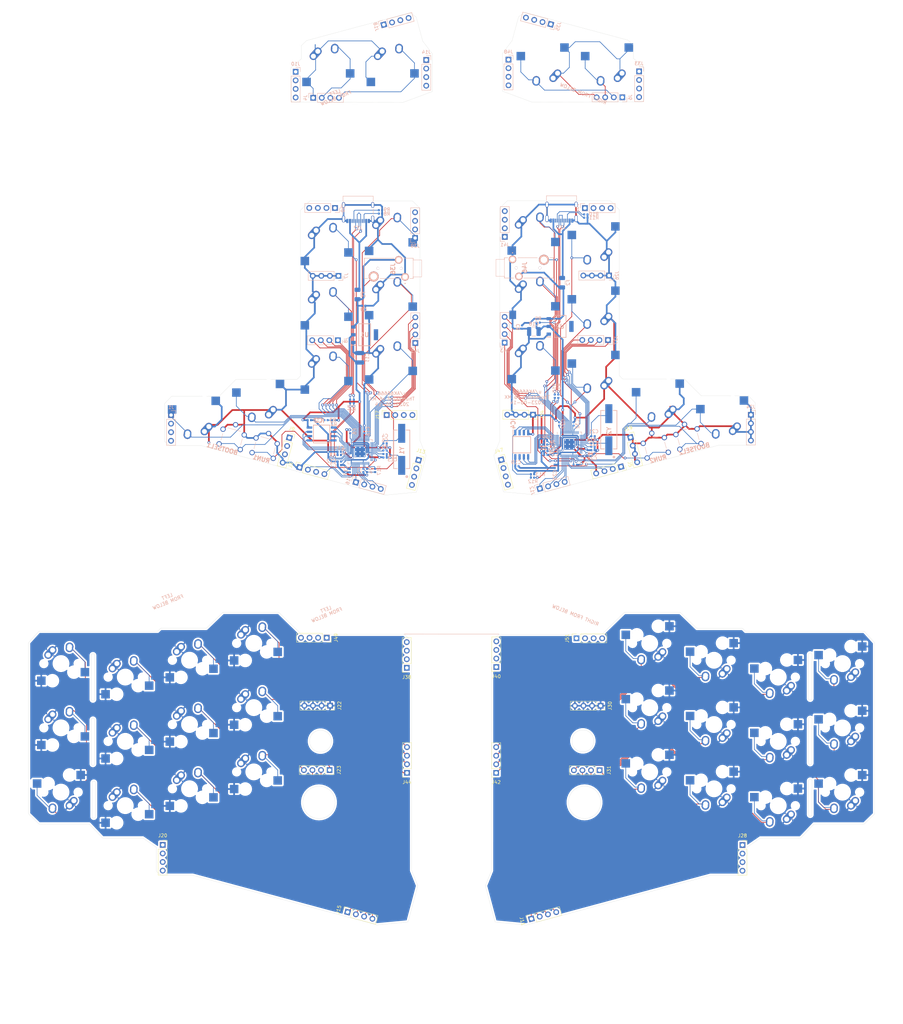
<source format=kicad_pcb>
(kicad_pcb (version 20171130) (host pcbnew "(5.1.4)-1")
  (layers (0 F.Cu signal) (31 B.Cu signal) (34 B.Paste user) (35 F.Paste user) (36 B.SilkS user) (37 F.SilkS user) (38 B.Mask user) (39 F.Mask user) (44 Edge.Cuts user))
  (net 0 "")
  (net 1 "Net-(C5-Pad1)")
  (net 2 "Net-(J11-Pad4)")
  (net 3 "Net-(J11-Pad3)")
  (net 4 "Net-(J11-Pad2)")
  (net 5 "Net-(J11-Pad1)")
  (net 6 "Net-(J15-Pad4)")
  (net 7 "Net-(J15-Pad3)")
  (net 8 "Net-(J15-Pad2)")
  (net 9 "Net-(J15-Pad1)")
  (net 10 D-)
  (net 11 D+)
  (net 12 XIN)
  (net 13 +1V1)
  (net 14 QSPI_SD1)
  (net 15 QSPI_SD2)
  (net 16 QSPI_SD0)
  (net 17 QSPI_SCLK)
  (net 18 QSPI_SD3)
  (net 19 "Net-(IC1-Pad47)")
  (net 20 "Net-(IC1-Pad46)")
  (net 21 XOUT)
  (net 22 "Net-(J32-PadB5)")
  (net 23 "Net-(J32-PadA5)")
  (net 24 K_RSE)
  (net 25 K_LSFT)
  (net 26 K_RSFT)
  (net 27 "Net-(J6-Pad3)")
  (net 28 K_LWR)
  (net 29 RXIN)
  (net 30 "Net-(C22-Pad1)")
  (net 31 RQSPI_SD1)
  (net 32 RQSPI_SD2)
  (net 33 RQSPI_SD0)
  (net 34 RQSPI_SCLK)
  (net 35 RQSPI_SD3)
  (net 36 "Net-(IC3-Pad47)")
  (net 37 "Net-(IC3-Pad46)")
  (net 38 RXOUT)
  (net 39 "Net-(J37-PadB5)")
  (net 40 RD+)
  (net 41 "Net-(J37-PadA5)")
  (net 42 RD-)
  (net 43 L-BASE)
  (net 44 L-RING1)
  (net 45 L-TIP)
  (net 46 R-TIP)
  (net 47 K_ESC)
  (net 48 K_Q)
  (net 49 K_W)
  (net 50 K_E)
  (net 51 K_TAB)
  (net 52 K_A)
  (net 53 K_S)
  (net 54 K_D)
  (net 55 K_LCTL)
  (net 56 K_Z)
  (net 57 K_X)
  (net 58 K_C)
  (net 59 K_BSPC)
  (net 60 K_P)
  (net 61 K_O)
  (net 62 K_I)
  (net 63 K_ENT)
  (net 64 K_SEMICOL)
  (net 65 K_L)
  (net 66 K_K)
  (net 67 K_RCTL)
  (net 68 K_SLASH)
  (net 69 K_DOT)
  (net 70 K_COMM)
  (net 71 "Net-(J30-Pad1)")
  (net 72 "Net-(J31-Pad1)")
  (net 73 "Net-(J31-Pad2)")
  (net 74 "Net-(J31-Pad3)")
  (net 75 "Net-(J31-Pad4)")
  (net 76 "Net-(J42-Pad1)")
  (net 77 "Net-(J42-Pad2)")
  (net 78 "Net-(J42-Pad3)")
  (net 79 "Net-(J42-Pad4)")
  (net 80 "Net-(J44-Pad1)")
  (net 81 "Net-(J44-Pad2)")
  (net 82 "Net-(J44-Pad3)")
  (net 83 "Net-(J44-Pad4)")
  (net 84 K_WIN)
  (net 85 K_LALT)
  (net 86 K_R)
  (net 87 K_F)
  (net 88 K_V)
  (net 89 K_T)
  (net 90 K_G)
  (net 91 K_B)
  (net 92 K_Y)
  (net 93 K_H)
  (net 94 K_N)
  (net 95 K_U)
  (net 96 K_J)
  (net 97 K_M)
  (net 98 K_RALT)
  (net 99 K_MNU)
  (net 100 "Net-(J22-Pad1)")
  (net 101 "Net-(J23-Pad1)")
  (net 102 "Net-(J23-Pad2)")
  (net 103 "Net-(J23-Pad3)")
  (net 104 "Net-(J23-Pad4)")
  (net 105 "Net-(J4-Pad4)")
  (net 106 "Net-(J4-Pad2)")
  (net 107 "Net-(J4-Pad1)")
  (net 108 "Net-(J6-Pad4)")
  (net 109 "Net-(J6-Pad2)")
  (net 110 +5VA)
  (net 111 +3V3)
  (net 112 "Net-(IC1-Pad26)")
  (net 113 "Net-(IC3-Pad26)")
  (net 114 QSPI_SSN)
  (net 115 RQSPI_SSN)
  (net 116 "Net-(IC1-Pad29)")
  (net 117 "Net-(BOOTSEL1-PadA1)")
  (net 118 "Net-(BOOTSEL2-PadA1)")
  (module RP2040_minimal:RP2040-QFN-56 (layer B.Cu) (at 174.625 459.8375 270)
    (fp_text reference IC3 (at 0 4.82 90) (layer B.SilkS) (effects (justify mirror)))
    (fp_text value RP2040)
    (pad 56 smd roundrect (at -2.6 3.4375 270) (size 0.2 0.875) (layers B.Cu B.Paste B.Mask) (net 115 RQSPI_SSN))
    (pad 55 smd roundrect (at -2.2 3.4375 270) (size 0.2 0.875) (layers B.Cu B.Paste B.Mask) (net 31 RQSPI_SD1))
    (pad 54 smd roundrect (at -1.8 3.4375 270) (size 0.2 0.875) (layers B.Cu B.Paste B.Mask) (net 32 RQSPI_SD2))
    (pad 53 smd roundrect (at -1.4 3.4375 270) (size 0.2 0.875) (layers B.Cu B.Paste B.Mask) (net 33 RQSPI_SD0))
    (pad 52 smd roundrect (at -1 3.4375 270) (size 0.2 0.875) (layers B.Cu B.Paste B.Mask) (net 34 RQSPI_SCLK))
    (pad 51 smd roundrect (at -0.6 3.4375 270) (size 0.2 0.875) (layers B.Cu B.Paste B.Mask) (net 35 RQSPI_SD3))
    (pad 50 smd roundrect (at -0.2 3.4375 270) (size 0.2 0.875) (layers B.Cu B.Paste B.Mask) (net 13 +1V1))
    (pad 49 smd roundrect (at 0.2 3.4375 270) (size 0.2 0.875) (layers B.Cu B.Paste B.Mask) (net 111 +3V3))
    (pad 48 smd roundrect (at 0.6 3.4375 270) (size 0.2 0.875) (layers B.Cu B.Paste B.Mask) (net 111 +3V3))
    (pad 47 smd roundrect (at 1 3.4375 270) (size 0.2 0.875) (layers B.Cu B.Paste B.Mask) (net 36 "Net-(IC3-Pad47)"))
    (pad 46 smd roundrect (at 1.4 3.4375 270) (size 0.2 0.875) (layers B.Cu B.Paste B.Mask) (net 37 "Net-(IC3-Pad46)"))
    (pad 45 smd roundrect (at 1.8 3.4375 270) (size 0.2 0.875) (layers B.Cu B.Paste B.Mask) (net 13 +1V1))
    (pad 44 smd roundrect (at 2.2 3.4375 270) (size 0.2 0.875) (layers B.Cu B.Paste B.Mask) (net 111 +3V3))
    (pad 43 smd roundrect (at 2.6 3.4375 270) (size 0.2 0.875) (layers B.Cu B.Paste B.Mask) (net 111 +3V3))
    (pad 42 smd roundrect (at 3.4375 2.6 270) (size 0.875 0.2) (layers B.Cu B.Paste B.Mask) (net 111 +3V3))
    (pad 41 smd roundrect (at 3.4375 2.2 270) (size 0.875 0.2) (layers B.Cu B.Paste B.Mask) (net 66 K_K))
    (pad 40 smd roundrect (at 3.4375 1.8 270) (size 0.875 0.2) (layers B.Cu B.Paste B.Mask) (net 65 K_L))
    (pad 39 smd roundrect (at 3.4375 1.4 270) (size 0.875 0.2) (layers B.Cu B.Paste B.Mask) (net 64 K_SEMICOL))
    (pad 38 smd roundrect (at 3.4375 1 270) (size 0.875 0.2) (layers B.Cu B.Paste B.Mask) (net 63 K_ENT))
    (pad 37 smd roundrect (at 3.4375 0.6 270) (size 0.875 0.2) (layers B.Cu B.Paste B.Mask) (net 26 K_RSFT))
    (pad 36 smd roundrect (at 3.4375 0.2 270) (size 0.875 0.2) (layers B.Cu B.Paste B.Mask) (net 28 K_LWR))
    (pad 35 smd roundrect (at 3.4375 -0.2 270) (size 0.875 0.2) (layers B.Cu B.Paste B.Mask))
    (pad 34 smd roundrect (at 3.4375 -0.6 270) (size 0.875 0.2) (layers B.Cu B.Paste B.Mask) (net 59 K_BSPC))
    (pad 33 smd roundrect (at 3.4375 -1 270) (size 0.875 0.2) (layers B.Cu B.Paste B.Mask) (net 111 +3V3))
    (pad 32 smd roundrect (at 3.4375 -1.4 270) (size 0.875 0.2) (layers B.Cu B.Paste B.Mask) (net 46 R-TIP))
    (pad 31 smd roundrect (at 3.4375 -1.8 270) (size 0.875 0.2) (layers B.Cu B.Paste B.Mask) (net 99 K_MNU))
    (pad 30 smd roundrect (at 3.4375 -2.2 270) (size 0.875 0.2) (layers B.Cu B.Paste B.Mask) (net 98 K_RALT))
    (pad 29 smd roundrect (at 3.4375 -2.6 270) (size 0.875 0.2) (layers B.Cu B.Paste B.Mask) (net 43 L-BASE))
    (pad 28 smd roundrect (at 2.6 -3.4375 270) (size 0.2 0.875) (layers B.Cu B.Paste B.Mask))
    (pad 27 smd roundrect (at 2.2 -3.4375 270) (size 0.2 0.875) (layers B.Cu B.Paste B.Mask))
    (pad 26 smd roundrect (at 1.8 -3.4375 270) (size 0.2 0.875) (layers B.Cu B.Paste B.Mask) (net 113 "Net-(IC3-Pad26)"))
    (pad 25 smd roundrect (at 1.4 -3.4375 270) (size 0.2 0.875) (layers B.Cu B.Paste B.Mask))
    (pad 24 smd roundrect (at 1 -3.4375 270) (size 0.2 0.875) (layers B.Cu B.Paste B.Mask))
    (pad 23 smd roundrect (at 0.6 -3.4375 270) (size 0.2 0.875) (layers B.Cu B.Paste B.Mask) (net 13 +1V1))
    (pad 22 smd roundrect (at 0.2 -3.4375 270) (size 0.2 0.875) (layers B.Cu B.Paste B.Mask) (net 111 +3V3))
    (pad 21 smd roundrect (at -0.2 -3.4375 270) (size 0.2 0.875) (layers B.Cu B.Paste B.Mask) (net 38 RXOUT))
    (pad 20 smd roundrect (at -0.6 -3.4375 270) (size 0.2 0.875) (layers B.Cu B.Paste B.Mask) (net 29 RXIN))
    (pad 19 smd roundrect (at -1 -3.4375 270) (size 0.2 0.875) (layers B.Cu B.Paste B.Mask) (net 43 L-BASE))
    (pad 18 smd roundrect (at -1.4 -3.4375 270) (size 0.2 0.875) (layers B.Cu B.Paste B.Mask) (net 70 K_COMM))
    (pad 17 smd roundrect (at -1.8 -3.4375 270) (size 0.2 0.875) (layers B.Cu B.Paste B.Mask) (net 69 K_DOT))
    (pad 16 smd roundrect (at -2.2 -3.4375 270) (size 0.2 0.875) (layers B.Cu B.Paste B.Mask) (net 68 K_SLASH))
    (pad 15 smd roundrect (at -2.6 -3.4375 270) (size 0.2 0.875) (layers B.Cu B.Paste B.Mask) (net 67 K_RCTL))
    (pad 14 smd roundrect (at -3.4375 -2.6 270) (size 0.875 0.2) (layers B.Cu B.Paste B.Mask))
    (pad 13 smd roundrect (at -3.4375 -2.2 270) (size 0.875 0.2) (layers B.Cu B.Paste B.Mask))
    (pad 12 smd roundrect (at -3.4375 -1.8 270) (size 0.875 0.2) (layers B.Cu B.Paste B.Mask))
    (pad 11 smd roundrect (at -3.4375 -1.4 270) (size 0.875 0.2) (layers B.Cu B.Paste B.Mask) (net 96 K_J))
    (pad 10 smd roundrect (at -3.4375 -1 270) (size 0.875 0.2) (layers B.Cu B.Paste B.Mask) (net 111 +3V3))
    (pad 9 smd roundrect (at -3.4375 -0.6 270) (size 0.875 0.2) (layers B.Cu B.Paste B.Mask) (net 97 K_M))
    (pad 8 smd roundrect (at -3.4375 -0.2 270) (size 0.875 0.2) (layers B.Cu B.Paste B.Mask) (net 95 K_U))
    (pad 7 smd roundrect (at -3.4375 0.2 270) (size 0.875 0.2) (layers B.Cu B.Paste B.Mask) (net 94 K_N))
    (pad 6 smd roundrect (at -3.4375 0.6 270) (size 0.875 0.2) (layers B.Cu B.Paste B.Mask) (net 93 K_H))
    (pad 5 smd roundrect (at -3.4375 1 270) (size 0.875 0.2) (layers B.Cu B.Paste B.Mask) (net 92 K_Y))
    (pad 4 smd roundrect (at -3.4375 1.4 270) (size 0.875 0.2) (layers B.Cu B.Paste B.Mask) (net 62 K_I))
    (pad 3 smd roundrect (at -3.4375 1.8 270) (size 0.875 0.2) (layers B.Cu B.Paste B.Mask) (net 61 K_O))
    (pad 2 smd roundrect (at -3.4375 2.2 270) (size 0.875 0.2) (layers B.Cu B.Paste B.Mask) (net 60 K_P))
    (pad 1 smd roundrect (at -3.4375 2.6 270) (size 0.875 0.2) (layers B.Cu B.Paste B.Mask) (net 111 +3V3))
    (pad 57 thru_hole circle (at 1.275 -1.275 270) (size 0.6 0.6) (drill 0.35) (layers *.Cu) (net 43 L-BASE))
    (pad 57 thru_hole circle (at 0 -1.275 270) (size 0.6 0.6) (drill 0.35) (layers *.Cu) (net 43 L-BASE))
    (pad 57 thru_hole circle (at -1.275 -1.275 270) (size 0.6 0.6) (drill 0.35) (layers *.Cu) (net 43 L-BASE))
    (pad 57 thru_hole circle (at 1.275 0 270) (size 0.6 0.6) (drill 0.35) (layers *.Cu) (net 43 L-BASE))
    (pad 57 thru_hole circle (at 0 0 270) (size 0.6 0.6) (drill 0.35) (layers *.Cu) (net 43 L-BASE))
    (pad 57 thru_hole circle (at -1.275 0 270) (size 0.6 0.6) (drill 0.35) (layers *.Cu) (net 43 L-BASE))
    (pad 57 thru_hole circle (at 1.275 1.275 270) (size 0.6 0.6) (drill 0.35) (layers *.Cu) (net 43 L-BASE))
    (pad 57 thru_hole circle (at 0 1.275 270) (size 0.6 0.6) (drill 0.35) (layers *.Cu) (net 43 L-BASE))
    (pad 57 thru_hole circle (at -1.275 1.275 270) (size 0.6 0.6) (drill 0.35) (layers *.Cu) (net 43 L-BASE))
    (pad 57 smd roundrect (at 0 0 270) (size 3.2 3.2) (layers B.Cu B.Mask) (roundrect_rratio 0.045) (net 43 L-BASE))
  )
  (module RP2040_minimal:RP2040-QFN-56 (layer B.Cu) (at 112.55 462.05 270)
    (fp_text reference IC1 (at 0 4.82 90) (layer B.SilkS) (effects (justify mirror)))
    (fp_text value RP2040)
    (pad 56 smd roundrect (at -2.6 3.4375 270) (size 0.2 0.875) (layers B.Cu B.Paste B.Mask) (net 114 QSPI_SSN))
    (pad 55 smd roundrect (at -2.2 3.4375 270) (size 0.2 0.875) (layers B.Cu B.Paste B.Mask) (net 14 QSPI_SD1))
    (pad 54 smd roundrect (at -1.8 3.4375 270) (size 0.2 0.875) (layers B.Cu B.Paste B.Mask) (net 15 QSPI_SD2))
    (pad 53 smd roundrect (at -1.4 3.4375 270) (size 0.2 0.875) (layers B.Cu B.Paste B.Mask) (net 16 QSPI_SD0))
    (pad 52 smd roundrect (at -1 3.4375 270) (size 0.2 0.875) (layers B.Cu B.Paste B.Mask) (net 17 QSPI_SCLK))
    (pad 51 smd roundrect (at -0.6 3.4375 270) (size 0.2 0.875) (layers B.Cu B.Paste B.Mask) (net 18 QSPI_SD3))
    (pad 50 smd roundrect (at -0.2 3.4375 270) (size 0.2 0.875) (layers B.Cu B.Paste B.Mask) (net 13 +1V1))
    (pad 49 smd roundrect (at 0.2 3.4375 270) (size 0.2 0.875) (layers B.Cu B.Paste B.Mask) (net 111 +3V3))
    (pad 48 smd roundrect (at 0.6 3.4375 270) (size 0.2 0.875) (layers B.Cu B.Paste B.Mask) (net 111 +3V3))
    (pad 47 smd roundrect (at 1 3.4375 270) (size 0.2 0.875) (layers B.Cu B.Paste B.Mask) (net 19 "Net-(IC1-Pad47)"))
    (pad 46 smd roundrect (at 1.4 3.4375 270) (size 0.2 0.875) (layers B.Cu B.Paste B.Mask) (net 20 "Net-(IC1-Pad46)"))
    (pad 45 smd roundrect (at 1.8 3.4375 270) (size 0.2 0.875) (layers B.Cu B.Paste B.Mask) (net 13 +1V1))
    (pad 44 smd roundrect (at 2.2 3.4375 270) (size 0.2 0.875) (layers B.Cu B.Paste B.Mask) (net 111 +3V3))
    (pad 43 smd roundrect (at 2.6 3.4375 270) (size 0.2 0.875) (layers B.Cu B.Paste B.Mask) (net 111 +3V3))
    (pad 42 smd roundrect (at 3.4375 2.6 270) (size 0.875 0.2) (layers B.Cu B.Paste B.Mask) (net 111 +3V3))
    (pad 41 smd roundrect (at 3.4375 2.2 270) (size 0.875 0.2) (layers B.Cu B.Paste B.Mask) (net 25 K_LSFT))
    (pad 40 smd roundrect (at 3.4375 1.8 270) (size 0.875 0.2) (layers B.Cu B.Paste B.Mask) (net 24 K_RSE))
    (pad 39 smd roundrect (at 3.4375 1.4 270) (size 0.875 0.2) (layers B.Cu B.Paste B.Mask) (net 51 K_TAB))
    (pad 38 smd roundrect (at 3.4375 1 270) (size 0.875 0.2) (layers B.Cu B.Paste B.Mask) (net 52 K_A))
    (pad 37 smd roundrect (at 3.4375 0.6 270) (size 0.875 0.2) (layers B.Cu B.Paste B.Mask) (net 53 K_S))
    (pad 36 smd roundrect (at 3.4375 0.2 270) (size 0.875 0.2) (layers B.Cu B.Paste B.Mask) (net 54 K_D))
    (pad 35 smd roundrect (at 3.4375 -0.2 270) (size 0.875 0.2) (layers B.Cu B.Paste B.Mask))
    (pad 34 smd roundrect (at 3.4375 -0.6 270) (size 0.875 0.2) (layers B.Cu B.Paste B.Mask))
    (pad 33 smd roundrect (at 3.4375 -1 270) (size 0.875 0.2) (layers B.Cu B.Paste B.Mask) (net 111 +3V3))
    (pad 32 smd roundrect (at 3.4375 -1.4 270) (size 0.875 0.2) (layers B.Cu B.Paste B.Mask) (net 45 L-TIP))
    (pad 31 smd roundrect (at 3.4375 -1.8 270) (size 0.875 0.2) (layers B.Cu B.Paste B.Mask))
    (pad 30 smd roundrect (at 3.4375 -2.2 270) (size 0.875 0.2) (layers B.Cu B.Paste B.Mask))
    (pad 29 smd roundrect (at 3.4375 -2.6 270) (size 0.875 0.2) (layers B.Cu B.Paste B.Mask) (net 116 "Net-(IC1-Pad29)"))
    (pad 28 smd roundrect (at 2.6 -3.4375 270) (size 0.2 0.875) (layers B.Cu B.Paste B.Mask))
    (pad 27 smd roundrect (at 2.2 -3.4375 270) (size 0.2 0.875) (layers B.Cu B.Paste B.Mask))
    (pad 26 smd roundrect (at 1.8 -3.4375 270) (size 0.2 0.875) (layers B.Cu B.Paste B.Mask) (net 112 "Net-(IC1-Pad26)"))
    (pad 25 smd roundrect (at 1.4 -3.4375 270) (size 0.2 0.875) (layers B.Cu B.Paste B.Mask))
    (pad 24 smd roundrect (at 1 -3.4375 270) (size 0.2 0.875) (layers B.Cu B.Paste B.Mask))
    (pad 23 smd roundrect (at 0.6 -3.4375 270) (size 0.2 0.875) (layers B.Cu B.Paste B.Mask) (net 13 +1V1))
    (pad 22 smd roundrect (at 0.2 -3.4375 270) (size 0.2 0.875) (layers B.Cu B.Paste B.Mask) (net 111 +3V3))
    (pad 21 smd roundrect (at -0.2 -3.4375 270) (size 0.2 0.875) (layers B.Cu B.Paste B.Mask) (net 21 XOUT))
    (pad 20 smd roundrect (at -0.6 -3.4375 270) (size 0.2 0.875) (layers B.Cu B.Paste B.Mask) (net 12 XIN))
    (pad 19 smd roundrect (at -1 -3.4375 270) (size 0.2 0.875) (layers B.Cu B.Paste B.Mask) (net 43 L-BASE))
    (pad 18 smd roundrect (at -1.4 -3.4375 270) (size 0.2 0.875) (layers B.Cu B.Paste B.Mask) (net 47 K_ESC))
    (pad 17 smd roundrect (at -1.8 -3.4375 270) (size 0.2 0.875) (layers B.Cu B.Paste B.Mask) (net 48 K_Q))
    (pad 16 smd roundrect (at -2.2 -3.4375 270) (size 0.2 0.875) (layers B.Cu B.Paste B.Mask) (net 49 K_W))
    (pad 15 smd roundrect (at -2.6 -3.4375 270) (size 0.2 0.875) (layers B.Cu B.Paste B.Mask) (net 50 K_E))
    (pad 14 smd roundrect (at -3.4375 -2.6 270) (size 0.875 0.2) (layers B.Cu B.Paste B.Mask) (net 91 K_B))
    (pad 13 smd roundrect (at -3.4375 -2.2 270) (size 0.875 0.2) (layers B.Cu B.Paste B.Mask) (net 90 K_G))
    (pad 12 smd roundrect (at -3.4375 -1.8 270) (size 0.875 0.2) (layers B.Cu B.Paste B.Mask) (net 89 K_T))
    (pad 11 smd roundrect (at -3.4375 -1.4 270) (size 0.875 0.2) (layers B.Cu B.Paste B.Mask) (net 86 K_R))
    (pad 10 smd roundrect (at -3.4375 -1 270) (size 0.875 0.2) (layers B.Cu B.Paste B.Mask) (net 111 +3V3))
    (pad 9 smd roundrect (at -3.4375 -0.6 270) (size 0.875 0.2) (layers B.Cu B.Paste B.Mask) (net 87 K_F))
    (pad 8 smd roundrect (at -3.4375 -0.2 270) (size 0.875 0.2) (layers B.Cu B.Paste B.Mask) (net 55 K_LCTL))
    (pad 7 smd roundrect (at -3.4375 0.2 270) (size 0.875 0.2) (layers B.Cu B.Paste B.Mask) (net 56 K_Z))
    (pad 6 smd roundrect (at -3.4375 0.6 270) (size 0.875 0.2) (layers B.Cu B.Paste B.Mask) (net 57 K_X))
    (pad 5 smd roundrect (at -3.4375 1 270) (size 0.875 0.2) (layers B.Cu B.Paste B.Mask) (net 58 K_C))
    (pad 4 smd roundrect (at -3.4375 1.4 270) (size 0.875 0.2) (layers B.Cu B.Paste B.Mask) (net 88 K_V))
    (pad 3 smd roundrect (at -3.4375 1.8 270) (size 0.875 0.2) (layers B.Cu B.Paste B.Mask) (net 85 K_LALT))
    (pad 2 smd roundrect (at -3.4375 2.2 270) (size 0.875 0.2) (layers B.Cu B.Paste B.Mask) (net 84 K_WIN))
    (pad 1 smd roundrect (at -3.4375 2.6 270) (size 0.875 0.2) (layers B.Cu B.Paste B.Mask) (net 111 +3V3))
    (pad 57 thru_hole circle (at 1.275 -1.275 270) (size 0.6 0.6) (drill 0.35) (layers *.Cu) (net 43 L-BASE))
    (pad 57 thru_hole circle (at 0 -1.275 270) (size 0.6 0.6) (drill 0.35) (layers *.Cu) (net 43 L-BASE))
    (pad 57 thru_hole circle (at -1.275 -1.275 270) (size 0.6 0.6) (drill 0.35) (layers *.Cu) (net 43 L-BASE))
    (pad 57 thru_hole circle (at 1.275 0 270) (size 0.6 0.6) (drill 0.35) (layers *.Cu) (net 43 L-BASE))
    (pad 57 thru_hole circle (at 0 0 270) (size 0.6 0.6) (drill 0.35) (layers *.Cu) (net 43 L-BASE))
    (pad 57 thru_hole circle (at -1.275 0 270) (size 0.6 0.6) (drill 0.35) (layers *.Cu) (net 43 L-BASE))
    (pad 57 thru_hole circle (at 1.275 1.275 270) (size 0.6 0.6) (drill 0.35) (layers *.Cu) (net 43 L-BASE))
    (pad 57 thru_hole circle (at 0 1.275 270) (size 0.6 0.6) (drill 0.35) (layers *.Cu) (net 43 L-BASE))
    (pad 57 thru_hole circle (at -1.275 1.275 270) (size 0.6 0.6) (drill 0.35) (layers *.Cu) (net 43 L-BASE))
    (pad 57 smd roundrect (at 0 0 270) (size 3.2 3.2) (layers B.Cu B.Mask) (roundrect_rratio 0.045) (net 43 L-BASE))
  )
  (module MX_Alps_Hybrid:MX-1U-NoLED_HotSwap (layer F.Cu) (at 163.362025 416.410323)
    (fp_text reference MX24)
    (fp_text value SwH)
    (pad "" np_thru_hole circle (at -2.54 5.08 180) (size 3 3) (drill 3) (layers *.Cu *.Mask))
    (pad "" np_thru_hole circle (at 3.81 2.54 180) (size 3 3) (drill 3) (layers *.Cu *.Mask))
    (pad 2 smd rect (at 7.085 2.54 180) (size 2.55 2.5) (layers B.Cu B.Paste B.Mask) (net 93 K_H))
    (pad 1 smd rect (at -5.55 5.08 180) (size 2 2.5) (layers B.Cu B.Paste B.Mask) (net 43 L-BASE))
    (pad "" np_thru_hole circle (at 5.08 0 48.0996) (size 1.75 1.75) (drill 1.75) (layers *.Cu *.Mask))
    (pad "" np_thru_hole circle (at -5.08 0 48.0996) (size 1.75 1.75) (drill 1.75) (layers *.Cu *.Mask))
    (pad 1 thru_hole circle (at -2.5 -4) (size 2.25 2.25) (drill 1.47) (layers *.Cu B.Mask) (net 43 L-BASE))
    (pad "" np_thru_hole circle (at 0 0) (size 3.9878 3.9878) (drill 3.9878) (layers *.Cu *.Mask))
    (pad 1 thru_hole oval (at -3.81 -2.54 48.0996) (size 4.211556 2.25) (drill 1.47 (offset 0.980778 0)) (layers *.Cu B.Mask) (net 43 L-BASE))
    (pad 2 thru_hole circle (at 2.54 -5.08) (size 2.25 2.25) (drill 1.47) (layers *.Cu B.Mask) (net 93 K_H))
    (pad 2 thru_hole oval (at 2.5 -4.5 86.0548) (size 2.831378 2.25) (drill 1.47 (offset 0.290689 0)) (layers *.Cu B.Mask) (net 93 K_H))
  )
  (module MX_Alps_Hybrid:MX-1U-NoLED_HotSwap (layer F.Cu) (at 121.082789 416.512952)
    (fp_text reference MX20)
    (fp_text value SwG)
    (pad "" np_thru_hole circle (at -2.54 5.08 180) (size 3 3) (drill 3) (layers *.Cu *.Mask))
    (pad "" np_thru_hole circle (at 3.81 2.54 180) (size 3 3) (drill 3) (layers *.Cu *.Mask))
    (pad 2 smd rect (at 7.085 2.54 180) (size 2.55 2.5) (layers B.Cu B.Paste B.Mask) (net 90 K_G))
    (pad 1 smd rect (at -5.842 5.08 180) (size 2.55 2.5) (layers B.Cu B.Paste B.Mask) (net 43 L-BASE))
    (pad "" np_thru_hole circle (at 5.08 0 48.0996) (size 1.75 1.75) (drill 1.75) (layers *.Cu *.Mask))
    (pad "" np_thru_hole circle (at -5.08 0 48.0996) (size 1.75 1.75) (drill 1.75) (layers *.Cu *.Mask))
    (pad 1 thru_hole circle (at -2.5 -4) (size 2.25 2.25) (drill 1.47) (layers *.Cu B.Mask) (net 43 L-BASE))
    (pad "" np_thru_hole circle (at 0 0) (size 3.9878 3.9878) (drill 3.9878) (layers *.Cu *.Mask))
    (pad 1 thru_hole oval (at -3.81 -2.54 48.0996) (size 4.211556 2.25) (drill 1.47 (offset 0.980778 0)) (layers *.Cu B.Mask) (net 43 L-BASE))
    (pad 2 thru_hole circle (at 2.54 -5.08) (size 2.25 2.25) (drill 1.47) (layers *.Cu B.Mask) (net 90 K_G))
    (pad 2 thru_hole oval (at 2.5 -4.5 86.0548) (size 2.831378 2.25) (drill 1.47 (offset 0.290689 0)) (layers *.Cu B.Mask) (net 90 K_G))
  )
  (module MX_Alps_Hybrid:MX-1U-NoLED_HotSwap (layer F.Cu) (at 182.412025 400.360323 180)
    (fp_text reference MX27)
    (fp_text value SwU)
    (pad 2 thru_hole oval (at 2.5 -4.5 266.0548) (size 2.831378 2.25) (drill 1.47 (offset 0.290689 0)) (layers *.Cu B.Mask) (net 95 K_U))
    (pad 2 thru_hole circle (at 2.54 -5.08 180) (size 2.25 2.25) (drill 1.47) (layers *.Cu B.Mask) (net 95 K_U))
    (pad 1 thru_hole oval (at -3.81 -2.54 228.0996) (size 4.211556 2.25) (drill 1.47 (offset 0.980778 0)) (layers *.Cu B.Mask) (net 43 L-BASE))
    (pad "" np_thru_hole circle (at 0 0 180) (size 3.9878 3.9878) (drill 3.9878) (layers *.Cu *.Mask))
    (pad 1 thru_hole circle (at -2.5 -4 180) (size 2.25 2.25) (drill 1.47) (layers *.Cu B.Mask) (net 43 L-BASE))
    (pad "" np_thru_hole circle (at -5.08 0 228.0996) (size 1.75 1.75) (drill 1.75) (layers *.Cu *.Mask))
    (pad "" np_thru_hole circle (at 5.08 0 228.0996) (size 1.75 1.75) (drill 1.75) (layers *.Cu *.Mask))
    (pad 1 smd rect (at -5.842 5.08) (size 2.55 2.5) (layers B.Cu B.Paste B.Mask) (net 43 L-BASE))
    (pad 2 smd rect (at 7.085 2.54) (size 2.55 2.5) (layers B.Cu B.Paste B.Mask) (net 95 K_U))
    (pad "" np_thru_hole circle (at 3.81 2.54) (size 3 3) (drill 3) (layers *.Cu *.Mask))
    (pad "" np_thru_hole circle (at -2.54 5.08) (size 3 3) (drill 3) (layers *.Cu *.Mask))
  )
  (module Connector_USB:USB_C_Receptacle_Palconn_UTC16-G (layer B.Cu) (at 172.275 391.05)
    (fp_text reference J37 (at 0 4.58) (layer B.SilkS) (effects (justify mirror)))
    (fp_text value USB_C_Receptacle_USB2.0)
    (pad A12 smd rect (at 3.2 2.51) (size 0.6 1.16) (layers B.Cu B.Paste B.Mask) (net 43 L-BASE))
    (pad A9 smd rect (at 2.4 2.51) (size 0.6 1.16) (layers B.Cu B.Paste B.Mask) (net 110 +5VA))
    (pad B1 smd rect (at 3.2 2.51) (size 0.6 1.16) (layers B.Cu B.Paste B.Mask) (net 43 L-BASE))
    (pad B4 smd rect (at 2.4 2.51) (size 0.6 1.16) (layers B.Cu B.Paste B.Mask) (net 110 +5VA))
    (pad B12 smd rect (at -3.2 2.51) (size 0.6 1.16) (layers B.Cu B.Paste B.Mask) (net 43 L-BASE))
    (pad A1 smd rect (at -3.2 2.51) (size 0.6 1.16) (layers B.Cu B.Paste B.Mask) (net 43 L-BASE))
    (pad B9 smd rect (at -2.4 2.51) (size 0.6 1.16) (layers B.Cu B.Paste B.Mask) (net 110 +5VA))
    (pad A4 smd rect (at -2.4 2.51) (size 0.6 1.16) (layers B.Cu B.Paste B.Mask) (net 110 +5VA))
    (pad "" np_thru_hole circle (at -2.89 1.45 180) (size 0.6 0.6) (drill 0.6) (layers *.Cu *.Mask))
    (pad "" np_thru_hole circle (at 2.89 1.45 180) (size 0.6 0.6) (drill 0.6) (layers *.Cu *.Mask))
    (pad B5 smd rect (at 1.75 2.51 180) (size 0.3 1.16) (layers B.Cu B.Paste B.Mask) (net 39 "Net-(J37-PadB5)"))
    (pad B6 smd rect (at 0.75 2.51 180) (size 0.3 1.16) (layers B.Cu B.Paste B.Mask) (net 40 RD+))
    (pad A8 smd rect (at 1.25 2.51 180) (size 0.3 1.16) (layers B.Cu B.Paste B.Mask))
    (pad A5 smd rect (at -1.25 2.51 180) (size 0.3 1.16) (layers B.Cu B.Paste B.Mask) (net 41 "Net-(J37-PadA5)"))
    (pad B8 smd rect (at -1.75 2.51 180) (size 0.3 1.16) (layers B.Cu B.Paste B.Mask))
    (pad A7 smd rect (at 0.25 2.51 180) (size 0.3 1.16) (layers B.Cu B.Paste B.Mask) (net 42 RD-))
    (pad A6 smd rect (at -0.25 2.51 180) (size 0.3 1.16) (layers B.Cu B.Paste B.Mask) (net 40 RD+))
    (pad B7 smd rect (at -0.75 2.51 180) (size 0.3 1.16) (layers B.Cu B.Paste B.Mask) (net 42 RD-))
    (pad S1 thru_hole oval (at 4.32 -2.24 270) (size 1.7 0.9) (drill oval 1.4 0.6) (layers *.Cu *.Mask) (net 43 L-BASE))
    (pad S1 thru_hole oval (at -4.32 -2.24 270) (size 1.7 0.9) (drill oval 1.4 0.6) (layers *.Cu *.Mask) (net 43 L-BASE))
    (pad S1 thru_hole oval (at 4.32 1.93 270) (size 2 0.9) (drill oval 1.7 0.6) (layers *.Cu *.Mask) (net 43 L-BASE))
    (pad S1 thru_hole oval (at -4.32 1.93 270) (size 2 0.9) (drill oval 1.7 0.6) (layers *.Cu *.Mask) (net 43 L-BASE))
  )
  (module AMS1117-3.3:SOT229P700X180-4N (layer B.Cu) (at 113.92 427.39)
    (fp_text reference U1 (at 0 0) (layer B.SilkS) (effects (font (size 1.27 1.27) (thickness 0.254)) (justify mirror)))
    (fp_text value AMS1117-3.3_SOT223 hide)
    (pad 4 smd rect (at 3.35 0) (size 1.3 3.25) (layers B.Cu B.Paste B.Mask))
    (pad 3 smd rect (at -3.35 -2.29 270) (size 0.95 1.3) (layers B.Cu B.Paste B.Mask) (net 44 L-RING1))
    (pad 2 smd rect (at -3.35 0 270) (size 0.95 1.3) (layers B.Cu B.Paste B.Mask) (net 111 +3V3))
    (pad 1 smd rect (at -3.35 2.29 270) (size 0.95 1.3) (layers B.Cu B.Paste B.Mask) (net 43 L-BASE))
  )
  (module AMS1117-3.3:SOT229P700X180-4N (layer B.Cu) (at 171.85 424.925)
    (fp_text reference U2 (at 0 0) (layer B.SilkS) (effects (font (size 1.27 1.27) (thickness 0.254)) (justify mirror)))
    (fp_text value AMS1117-3.3_SOT223 hide)
    (pad 4 smd rect (at 3.35 0) (size 1.3 3.25) (layers B.Cu B.Paste B.Mask))
    (pad 3 smd rect (at -3.35 -2.29 270) (size 0.95 1.3) (layers B.Cu B.Paste B.Mask) (net 44 L-RING1))
    (pad 2 smd rect (at -3.35 0 270) (size 0.95 1.3) (layers B.Cu B.Paste B.Mask) (net 111 +3V3))
    (pad 1 smd rect (at -3.35 2.29 270) (size 0.95 1.3) (layers B.Cu B.Paste B.Mask) (net 43 L-BASE))
  )
  (module Capacitor_SMD:C_1210_3225Metric (layer B.Cu) (at 164.08 426.43 180)
    (fp_text reference C18 (at 0 2.28) (layer B.SilkS) (effects (justify mirror)))
    (fp_text value 100uF)
    (pad 2 smd roundrect (at 1.4 0 180) (size 1.25 2.65) (layers B.Cu B.Paste B.Mask) (roundrect_rratio 0.2) (net 43 L-BASE))
    (pad 1 smd roundrect (at -1.4 0 180) (size 1.25 2.65) (layers B.Cu B.Paste B.Mask) (roundrect_rratio 0.2) (net 111 +3V3))
  )
  (module Capacitor_SMD:C_1210_3225Metric (layer B.Cu) (at 112.42 434.21 90)
    (fp_text reference C11 (at 0 2.28 90) (layer B.SilkS) (effects (justify mirror)))
    (fp_text value 100uF)
    (pad 2 smd roundrect (at 1.4 0 90) (size 1.25 2.65) (layers B.Cu B.Paste B.Mask) (roundrect_rratio 0.2) (net 43 L-BASE))
    (pad 1 smd roundrect (at -1.4 0 90) (size 1.25 2.65) (layers B.Cu B.Paste B.Mask) (roundrect_rratio 0.2) (net 111 +3V3))
  )
  (module KiCad:BUTT4 (layer B.Cu) (at 200.2 460.9 15.1)
    (fp_text reference RUN2 (at -0.183834 3.368413 195.1) (layer B.SilkS) (effects (font (size 1.27 1.27) (thickness 0.254)) (justify mirror)))
    (fp_text value BUTT-4 hide)
    (pad G1 thru_hole circle (at 0 -4.5 15.1) (size 1.575 1.575) (drill 1.05) (layers *.Cu *.Mask) (net 43 L-BASE))
    (pad D1 thru_hole circle (at 3.25 -2.25 15.1) (size 1.575 1.575) (drill 1.05) (layers *.Cu *.Mask) (net 43 L-BASE))
    (pad C1 thru_hole circle (at 3.25 2.25 15.1) (size 1.575 1.575) (drill 1.05) (layers *.Cu *.Mask) (net 113 "Net-(IC3-Pad26)"))
    (pad B1 thru_hole circle (at -3.25 -2.25 15.1) (size 1.575 1.575) (drill 1.05) (layers *.Cu *.Mask) (net 43 L-BASE))
    (pad A1 thru_hole circle (at -3.25 2.25 15.1) (size 1.575 1.575) (drill 1.05) (layers *.Cu *.Mask) (net 113 "Net-(IC3-Pad26)"))
  )
  (module KiCad:BUTT4 (layer B.Cu) (at 84.275007 461 344.9)
    (fp_text reference RUN1 (at -0.107728 3.343506 344.9) (layer B.SilkS) (effects (font (size 1.27 1.27) (thickness 0.254)) (justify mirror)))
    (fp_text value BUTT-4 hide)
    (pad G1 thru_hole circle (at 0 -4.5 344.9) (size 1.575 1.575) (drill 1.05) (layers *.Cu *.Mask) (net 43 L-BASE))
    (pad D1 thru_hole circle (at 3.25 -2.25 344.9) (size 1.575 1.575) (drill 1.05) (layers *.Cu *.Mask) (net 43 L-BASE))
    (pad C1 thru_hole circle (at 3.25 2.25 344.9) (size 1.575 1.575) (drill 1.05) (layers *.Cu *.Mask) (net 112 "Net-(IC1-Pad26)"))
    (pad B1 thru_hole circle (at -3.25 -2.25 344.9) (size 1.575 1.575) (drill 1.05) (layers *.Cu *.Mask) (net 43 L-BASE))
    (pad A1 thru_hole circle (at -3.25 2.25 344.9) (size 1.575 1.575) (drill 1.05) (layers *.Cu *.Mask) (net 112 "Net-(IC1-Pad26)"))
  )
  (module KiCad:BUTT4 (layer B.Cu) (at 209.9 458.3 15.1)
    (fp_text reference BOOTSEL2 (at 0.88584 3.242728 195.1) (layer B.SilkS) (effects (font (size 1.27 1.27) (thickness 0.254)) (justify mirror)))
    (fp_text value BUTT-4 hide)
    (pad G1 thru_hole circle (at 0 -4.5 15.1) (size 1.575 1.575) (drill 1.05) (layers *.Cu *.Mask) (net 43 L-BASE))
    (pad D1 thru_hole circle (at 3.25 -2.25 15.1) (size 1.575 1.575) (drill 1.05) (layers *.Cu *.Mask) (net 43 L-BASE))
    (pad C1 thru_hole circle (at 3.25 2.25 15.1) (size 1.575 1.575) (drill 1.05) (layers *.Cu *.Mask) (net 118 "Net-(BOOTSEL2-PadA1)"))
    (pad B1 thru_hole circle (at -3.25 -2.25 15.1) (size 1.575 1.575) (drill 1.05) (layers *.Cu *.Mask) (net 43 L-BASE))
    (pad A1 thru_hole circle (at -3.25 2.25 15.1) (size 1.575 1.575) (drill 1.05) (layers *.Cu *.Mask) (net 118 "Net-(BOOTSEL2-PadA1)"))
  )
  (module KiCad:BUTT4 (layer B.Cu) (at 74.497262 458.4 344.9)
    (fp_text reference BOOTSEL1 (at -1.971267 3.432023 344.9) (layer B.SilkS) (effects (font (size 1.27 1.27) (thickness 0.254)) (justify mirror)))
    (fp_text value BUTT-4 hide)
    (pad G1 thru_hole circle (at 0 -4.5 344.9) (size 1.575 1.575) (drill 1.05) (layers *.Cu *.Mask) (net 43 L-BASE))
    (pad D1 thru_hole circle (at 3.25 -2.25 344.9) (size 1.575 1.575) (drill 1.05) (layers *.Cu *.Mask) (net 43 L-BASE))
    (pad C1 thru_hole circle (at 3.25 2.25 344.9) (size 1.575 1.575) (drill 1.05) (layers *.Cu *.Mask) (net 117 "Net-(BOOTSEL1-PadA1)"))
    (pad B1 thru_hole circle (at -3.25 -2.25 344.9) (size 1.575 1.575) (drill 1.05) (layers *.Cu *.Mask) (net 43 L-BASE))
    (pad A1 thru_hole circle (at -3.25 2.25 344.9) (size 1.575 1.575) (drill 1.05) (layers *.Cu *.Mask) (net 117 "Net-(BOOTSEL1-PadA1)"))
  )
  (module Resistor_SMD:R_0402_1005Metric (layer B.Cu) (at 117.025 467.6 90)
    (fp_text reference R17 (at 0 1.17 90) (layer B.SilkS) (effects (justify mirror)))
    (fp_text value 5.1K)
    (pad 2 smd roundrect (at 0.485 0 90) (size 0.59 0.64) (layers B.Cu B.Paste B.Mask) (net 116 "Net-(IC1-Pad29)"))
    (pad 1 smd roundrect (at -0.485 0 90) (size 0.59 0.64) (layers B.Cu B.Paste B.Mask) (net 111 +3V3))
  )
  (module Connector_PinHeader_2.54mm:PinHeader_1x04_P2.54mm_Vertical (layer B.Cu) (at 179.21 389.86 270)
    (fp_text reference J52 (at 0 2.33 270) (layer B.SilkS) (effects (justify mirror)))
    (fp_text value Raiser_Male)
    (pad 4 thru_hole oval (at 0 -7.62 270) (size 1.7 1.7) (drill 1) (layers *.Cu *.Mask))
    (pad 3 thru_hole oval (at 0 -5.08 270) (size 1.7 1.7) (drill 1) (layers *.Cu *.Mask))
    (pad 2 thru_hole oval (at 0 -2.54 270) (size 1.7 1.7) (drill 1) (layers *.Cu *.Mask))
    (pad 1 thru_hole rect (at 0 0 270) (size 1.7 1.7) (drill 1) (layers *.Cu *.Mask))
  )
  (module Connector_PinSocket_2.54mm:PinSocket_1x04_P2.54mm_Vertical (layer F.Cu) (at 176.712025 517.360322 90)
    (fp_text reference J51 (at 0 -2.77 90) (layer F.SilkS))
    (fp_text value Raiser_Female)
    (pad 4 thru_hole oval (at 0 7.62 90) (size 1.7 1.7) (drill 1) (layers *.Cu *.Mask))
    (pad 3 thru_hole oval (at 0 5.08 90) (size 1.7 1.7) (drill 1) (layers *.Cu *.Mask))
    (pad 2 thru_hole oval (at 0 2.54 90) (size 1.7 1.7) (drill 1) (layers *.Cu *.Mask))
    (pad 1 thru_hole rect (at 0 0 90) (size 1.7 1.7) (drill 1) (layers *.Cu *.Mask))
  )
  (module Connector_PinHeader_2.54mm:PinHeader_1x04_P2.54mm_Vertical (layer B.Cu) (at 105.13 389.82 90)
    (fp_text reference J50 (at 0 2.33 -90) (layer B.SilkS) (effects (justify mirror)))
    (fp_text value Raiser_Male)
    (pad 4 thru_hole oval (at 0 -7.62 90) (size 1.7 1.7) (drill 1) (layers *.Cu *.Mask))
    (pad 3 thru_hole oval (at 0 -5.08 90) (size 1.7 1.7) (drill 1) (layers *.Cu *.Mask))
    (pad 2 thru_hole oval (at 0 -2.54 90) (size 1.7 1.7) (drill 1) (layers *.Cu *.Mask))
    (pad 1 thru_hole rect (at 0 0 90) (size 1.7 1.7) (drill 1) (layers *.Cu *.Mask))
  )
  (module Connector_PinSocket_2.54mm:PinSocket_1x04_P2.54mm_Vertical (layer F.Cu) (at 102.666291 517.195542 270)
    (fp_text reference J49 (at 0 -2.77 90) (layer F.SilkS))
    (fp_text value Raiser_Female)
    (pad 4 thru_hole oval (at 0 7.62 270) (size 1.7 1.7) (drill 1) (layers *.Cu *.Mask))
    (pad 3 thru_hole oval (at 0 5.08 270) (size 1.7 1.7) (drill 1) (layers *.Cu *.Mask))
    (pad 2 thru_hole oval (at 0 2.54 270) (size 1.7 1.7) (drill 1) (layers *.Cu *.Mask))
    (pad 1 thru_hole rect (at 0 0 270) (size 1.7 1.7) (drill 1) (layers *.Cu *.Mask))
  )
  (module MX_Alps_Hybrid:MX-1U-NoLED_HotSwap (layer F.Cu) (at 102.032789 419.512952)
    (fp_text reference MX16)
    (fp_text value SwF)
    (pad "" np_thru_hole circle (at -2.54 5.08 180) (size 3 3) (drill 3) (layers *.Cu *.Mask))
    (pad "" np_thru_hole circle (at 3.81 2.54 180) (size 3 3) (drill 3) (layers *.Cu *.Mask))
    (pad 2 smd rect (at 7.085 2.54 180) (size 2.55 2.5) (layers B.Cu B.Paste B.Mask) (net 87 K_F))
    (pad 1 smd rect (at -5.842 5.08 180) (size 2.55 2.5) (layers B.Cu B.Paste B.Mask) (net 43 L-BASE))
    (pad "" np_thru_hole circle (at 5.08 0 48.0996) (size 1.75 1.75) (drill 1.75) (layers *.Cu *.Mask))
    (pad "" np_thru_hole circle (at -5.08 0 48.0996) (size 1.75 1.75) (drill 1.75) (layers *.Cu *.Mask))
    (pad 1 thru_hole circle (at -2.5 -4) (size 2.25 2.25) (drill 1.47) (layers *.Cu B.Mask) (net 43 L-BASE))
    (pad "" np_thru_hole circle (at 0 0) (size 3.9878 3.9878) (drill 3.9878) (layers *.Cu *.Mask))
    (pad 1 thru_hole oval (at -3.81 -2.54 48.0996) (size 4.211556 2.25) (drill 1.47 (offset 0.980778 0)) (layers *.Cu B.Mask) (net 43 L-BASE))
    (pad 2 thru_hole circle (at 2.54 -5.08) (size 2.25 2.25) (drill 1.47) (layers *.Cu B.Mask) (net 87 K_F))
    (pad 2 thru_hole oval (at 2.5 -4.5 86.0548) (size 2.831378 2.25) (drill 1.47 (offset 0.290689 0)) (layers *.Cu B.Mask) (net 87 K_F))
  )
  (module MX_Alps_Hybrid:MX-1U-NoLED_HotSwap (layer F.Cu) (at 42.962789 528.842952)
    (fp_text reference MX4)
    (fp_text value SwQ)
    (pad "" np_thru_hole circle (at -2.54 5.08 180) (size 3 3) (drill 3) (layers *.Cu *.Mask))
    (pad "" np_thru_hole circle (at 3.81 2.54 180) (size 3 3) (drill 3) (layers *.Cu *.Mask))
    (pad 2 smd rect (at 7.085 2.54 180) (size 2.55 2.5) (layers B.Cu B.Paste B.Mask) (net 81 "Net-(J44-Pad2)"))
    (pad 1 smd rect (at -5.842 5.08 180) (size 2.55 2.5) (layers B.Cu B.Paste B.Mask) (net 100 "Net-(J22-Pad1)"))
    (pad "" np_thru_hole circle (at 5.08 0 48.0996) (size 1.75 1.75) (drill 1.75) (layers *.Cu *.Mask))
    (pad "" np_thru_hole circle (at -5.08 0 48.0996) (size 1.75 1.75) (drill 1.75) (layers *.Cu *.Mask))
    (pad 1 thru_hole circle (at -2.5 -4) (size 2.25 2.25) (drill 1.47) (layers *.Cu B.Mask) (net 100 "Net-(J22-Pad1)"))
    (pad "" np_thru_hole circle (at 0 0) (size 3.9878 3.9878) (drill 3.9878) (layers *.Cu *.Mask))
    (pad 1 thru_hole oval (at -3.81 -2.54 48.0996) (size 4.211556 2.25) (drill 1.47 (offset 0.980778 0)) (layers *.Cu B.Mask) (net 100 "Net-(J22-Pad1)"))
    (pad 2 thru_hole circle (at 2.54 -5.08) (size 2.25 2.25) (drill 1.47) (layers *.Cu B.Mask) (net 81 "Net-(J44-Pad2)"))
    (pad 2 thru_hole oval (at 2.5 -4.5 86.0548) (size 2.831378 2.25) (drill 1.47 (offset 0.290689 0)) (layers *.Cu B.Mask) (net 81 "Net-(J44-Pad2)"))
  )
  (module MX_Alps_Hybrid:MX-1U-NoLED_HotSwap (layer F.Cu) (at 42.96279 547.892952)
    (fp_text reference MX5)
    (fp_text value SwA)
    (pad "" np_thru_hole circle (at -2.54 5.08 180) (size 3 3) (drill 3) (layers *.Cu *.Mask))
    (pad "" np_thru_hole circle (at 3.81 2.54 180) (size 3 3) (drill 3) (layers *.Cu *.Mask))
    (pad 2 smd rect (at 7.085 2.54 180) (size 2.55 2.5) (layers B.Cu B.Paste B.Mask) (net 8 "Net-(J15-Pad2)"))
    (pad 1 smd rect (at -5.842 5.08 180) (size 2.55 2.5) (layers B.Cu B.Paste B.Mask) (net 100 "Net-(J22-Pad1)"))
    (pad "" np_thru_hole circle (at 5.08 0 48.0996) (size 1.75 1.75) (drill 1.75) (layers *.Cu *.Mask))
    (pad "" np_thru_hole circle (at -5.08 0 48.0996) (size 1.75 1.75) (drill 1.75) (layers *.Cu *.Mask))
    (pad 1 thru_hole circle (at -2.5 -4) (size 2.25 2.25) (drill 1.47) (layers *.Cu B.Mask) (net 100 "Net-(J22-Pad1)"))
    (pad "" np_thru_hole circle (at 0 0) (size 3.9878 3.9878) (drill 3.9878) (layers *.Cu *.Mask))
    (pad 1 thru_hole oval (at -3.81 -2.54 48.0996) (size 4.211556 2.25) (drill 1.47 (offset 0.980778 0)) (layers *.Cu B.Mask) (net 100 "Net-(J22-Pad1)"))
    (pad 2 thru_hole circle (at 2.54 -5.08) (size 2.25 2.25) (drill 1.47) (layers *.Cu B.Mask) (net 8 "Net-(J15-Pad2)"))
    (pad 2 thru_hole oval (at 2.5 -4.5 86.0548) (size 2.831378 2.25) (drill 1.47 (offset 0.290689 0)) (layers *.Cu B.Mask) (net 8 "Net-(J15-Pad2)"))
  )
  (module MX_Alps_Hybrid:MX-1U-NoLED_HotSwap (layer F.Cu) (at 255.562025 562.960322 180)
    (fp_text reference MX44)
    (fp_text value SwRCTRL)
    (pad "" np_thru_hole circle (at -2.54 5.08) (size 3 3) (drill 3) (layers *.Cu *.Mask))
    (pad "" np_thru_hole circle (at 3.81 2.54) (size 3 3) (drill 3) (layers *.Cu *.Mask))
    (pad 2 smd rect (at 7.085 2.54) (size 2.55 2.5) (layers B.Cu B.Paste B.Mask) (net 75 "Net-(J31-Pad4)"))
    (pad 1 smd rect (at -5.842 5.08) (size 2.55 2.5) (layers B.Cu B.Paste B.Mask) (net 71 "Net-(J30-Pad1)"))
    (pad "" np_thru_hole circle (at 5.08 0 228.0996) (size 1.75 1.75) (drill 1.75) (layers *.Cu *.Mask))
    (pad "" np_thru_hole circle (at -5.08 0 228.0996) (size 1.75 1.75) (drill 1.75) (layers *.Cu *.Mask))
    (pad 1 thru_hole circle (at -2.5 -4 180) (size 2.25 2.25) (drill 1.47) (layers *.Cu B.Mask) (net 71 "Net-(J30-Pad1)"))
    (pad "" np_thru_hole circle (at 0 0 180) (size 3.9878 3.9878) (drill 3.9878) (layers *.Cu *.Mask))
    (pad 1 thru_hole oval (at -3.81 -2.54 228.0996) (size 4.211556 2.25) (drill 1.47 (offset 0.980778 0)) (layers *.Cu B.Mask) (net 71 "Net-(J30-Pad1)"))
    (pad 2 thru_hole circle (at 2.54 -5.08 180) (size 2.25 2.25) (drill 1.47) (layers *.Cu B.Mask) (net 75 "Net-(J31-Pad4)"))
    (pad 2 thru_hole oval (at 2.5 -4.5 266.0548) (size 2.831378 2.25) (drill 1.47 (offset 0.290689 0)) (layers *.Cu B.Mask) (net 75 "Net-(J31-Pad4)"))
  )
  (module MX_Alps_Hybrid:MX-1U-NoLED_HotSwap (layer F.Cu) (at 255.562024 543.910322 180)
    (fp_text reference MX43)
    (fp_text value SwENTER)
    (pad "" np_thru_hole circle (at -2.54 5.08) (size 3 3) (drill 3) (layers *.Cu *.Mask))
    (pad "" np_thru_hole circle (at 3.81 2.54) (size 3 3) (drill 3) (layers *.Cu *.Mask))
    (pad 2 smd rect (at 7.085 2.54) (size 2.55 2.5) (layers B.Cu B.Paste B.Mask) (net 2 "Net-(J11-Pad4)"))
    (pad 1 smd rect (at -5.842 5.08) (size 2.55 2.5) (layers B.Cu B.Paste B.Mask) (net 71 "Net-(J30-Pad1)"))
    (pad "" np_thru_hole circle (at 5.08 0 228.0996) (size 1.75 1.75) (drill 1.75) (layers *.Cu *.Mask))
    (pad "" np_thru_hole circle (at -5.08 0 228.0996) (size 1.75 1.75) (drill 1.75) (layers *.Cu *.Mask))
    (pad 1 thru_hole circle (at -2.5 -4 180) (size 2.25 2.25) (drill 1.47) (layers *.Cu B.Mask) (net 71 "Net-(J30-Pad1)"))
    (pad "" np_thru_hole circle (at 0 0 180) (size 3.9878 3.9878) (drill 3.9878) (layers *.Cu *.Mask))
    (pad 1 thru_hole oval (at -3.81 -2.54 228.0996) (size 4.211556 2.25) (drill 1.47 (offset 0.980778 0)) (layers *.Cu B.Mask) (net 71 "Net-(J30-Pad1)"))
    (pad 2 thru_hole circle (at 2.54 -5.08 180) (size 2.25 2.25) (drill 1.47) (layers *.Cu B.Mask) (net 2 "Net-(J11-Pad4)"))
    (pad 2 thru_hole oval (at 2.5 -4.5 266.0548) (size 2.831378 2.25) (drill 1.47 (offset 0.290689 0)) (layers *.Cu B.Mask) (net 2 "Net-(J11-Pad4)"))
  )
  (module MX_Alps_Hybrid:MX-1U-NoLED_HotSwap (layer F.Cu) (at 255.562025 524.860322 180)
    (fp_text reference MX42)
    (fp_text value SwBKSP)
    (pad "" np_thru_hole circle (at -2.54 5.08) (size 3 3) (drill 3) (layers *.Cu *.Mask))
    (pad "" np_thru_hole circle (at 3.81 2.54) (size 3 3) (drill 3) (layers *.Cu *.Mask))
    (pad 2 smd rect (at 7.085 2.54) (size 2.55 2.5) (layers B.Cu B.Paste B.Mask) (net 76 "Net-(J42-Pad1)"))
    (pad 1 smd rect (at -5.842 5.08) (size 2.55 2.5) (layers B.Cu B.Paste B.Mask) (net 71 "Net-(J30-Pad1)"))
    (pad "" np_thru_hole circle (at 5.08 0 228.0996) (size 1.75 1.75) (drill 1.75) (layers *.Cu *.Mask))
    (pad "" np_thru_hole circle (at -5.08 0 228.0996) (size 1.75 1.75) (drill 1.75) (layers *.Cu *.Mask))
    (pad 1 thru_hole circle (at -2.5 -4 180) (size 2.25 2.25) (drill 1.47) (layers *.Cu B.Mask) (net 71 "Net-(J30-Pad1)"))
    (pad "" np_thru_hole circle (at 0 0 180) (size 3.9878 3.9878) (drill 3.9878) (layers *.Cu *.Mask))
    (pad 1 thru_hole oval (at -3.81 -2.54 228.0996) (size 4.211556 2.25) (drill 1.47 (offset 0.980778 0)) (layers *.Cu B.Mask) (net 71 "Net-(J30-Pad1)"))
    (pad 2 thru_hole circle (at 2.54 -5.08 180) (size 2.25 2.25) (drill 1.47) (layers *.Cu B.Mask) (net 76 "Net-(J42-Pad1)"))
    (pad 2 thru_hole oval (at 2.5 -4.5 266.0548) (size 2.831378 2.25) (drill 1.47 (offset 0.290689 0)) (layers *.Cu B.Mask) (net 76 "Net-(J42-Pad1)"))
  )
  (module MX_Alps_Hybrid:MX-1U-NoLED_HotSwap (layer F.Cu) (at 236.512025 566.960323 180)
    (fp_text reference MX41)
    (fp_text value Sw?)
    (pad "" np_thru_hole circle (at -2.54 5.08) (size 3 3) (drill 3) (layers *.Cu *.Mask))
    (pad "" np_thru_hole circle (at 3.81 2.54) (size 3 3) (drill 3) (layers *.Cu *.Mask))
    (pad 2 smd rect (at 7.085 2.54) (size 2.55 2.5) (layers B.Cu B.Paste B.Mask) (net 74 "Net-(J31-Pad3)"))
    (pad 1 smd rect (at -5.842 5.08) (size 2.55 2.5) (layers B.Cu B.Paste B.Mask) (net 71 "Net-(J30-Pad1)"))
    (pad "" np_thru_hole circle (at 5.08 0 228.0996) (size 1.75 1.75) (drill 1.75) (layers *.Cu *.Mask))
    (pad "" np_thru_hole circle (at -5.08 0 228.0996) (size 1.75 1.75) (drill 1.75) (layers *.Cu *.Mask))
    (pad 1 thru_hole circle (at -2.5 -4 180) (size 2.25 2.25) (drill 1.47) (layers *.Cu B.Mask) (net 71 "Net-(J30-Pad1)"))
    (pad "" np_thru_hole circle (at 0 0 180) (size 3.9878 3.9878) (drill 3.9878) (layers *.Cu *.Mask))
    (pad 1 thru_hole oval (at -3.81 -2.54 228.0996) (size 4.211556 2.25) (drill 1.47 (offset 0.980778 0)) (layers *.Cu B.Mask) (net 71 "Net-(J30-Pad1)"))
    (pad 2 thru_hole circle (at 2.54 -5.08 180) (size 2.25 2.25) (drill 1.47) (layers *.Cu B.Mask) (net 74 "Net-(J31-Pad3)"))
    (pad 2 thru_hole oval (at 2.5 -4.5 266.0548) (size 2.831378 2.25) (drill 1.47 (offset 0.290689 0)) (layers *.Cu B.Mask) (net 74 "Net-(J31-Pad3)"))
  )
  (module MX_Alps_Hybrid:MX-1U-NoLED_HotSwap (layer F.Cu) (at 236.512026 547.910322 180)
    (fp_text reference MX40)
    (fp_text value SwCOLON)
    (pad "" np_thru_hole circle (at -2.54 5.08) (size 3 3) (drill 3) (layers *.Cu *.Mask))
    (pad "" np_thru_hole circle (at 3.81 2.54) (size 3 3) (drill 3) (layers *.Cu *.Mask))
    (pad 2 smd rect (at 7.085 2.54) (size 2.55 2.5) (layers B.Cu B.Paste B.Mask) (net 3 "Net-(J11-Pad3)"))
    (pad 1 smd rect (at -5.842 5.08) (size 2.55 2.5) (layers B.Cu B.Paste B.Mask) (net 71 "Net-(J30-Pad1)"))
    (pad "" np_thru_hole circle (at 5.08 0 228.0996) (size 1.75 1.75) (drill 1.75) (layers *.Cu *.Mask))
    (pad "" np_thru_hole circle (at -5.08 0 228.0996) (size 1.75 1.75) (drill 1.75) (layers *.Cu *.Mask))
    (pad 1 thru_hole circle (at -2.5 -4 180) (size 2.25 2.25) (drill 1.47) (layers *.Cu B.Mask) (net 71 "Net-(J30-Pad1)"))
    (pad "" np_thru_hole circle (at 0 0 180) (size 3.9878 3.9878) (drill 3.9878) (layers *.Cu *.Mask))
    (pad 1 thru_hole oval (at -3.81 -2.54 228.0996) (size 4.211556 2.25) (drill 1.47 (offset 0.980778 0)) (layers *.Cu B.Mask) (net 71 "Net-(J30-Pad1)"))
    (pad 2 thru_hole circle (at 2.54 -5.08 180) (size 2.25 2.25) (drill 1.47) (layers *.Cu B.Mask) (net 3 "Net-(J11-Pad3)"))
    (pad 2 thru_hole oval (at 2.5 -4.5 266.0548) (size 2.831378 2.25) (drill 1.47 (offset 0.290689 0)) (layers *.Cu B.Mask) (net 3 "Net-(J11-Pad3)"))
  )
  (module MX_Alps_Hybrid:MX-1U-NoLED_HotSwap (layer F.Cu) (at 236.512025 528.860322 180)
    (fp_text reference MX39)
    (fp_text value SwP)
    (pad "" np_thru_hole circle (at -2.54 5.08) (size 3 3) (drill 3) (layers *.Cu *.Mask))
    (pad "" np_thru_hole circle (at 3.81 2.54) (size 3 3) (drill 3) (layers *.Cu *.Mask))
    (pad 2 smd rect (at 7.085 2.54) (size 2.55 2.5) (layers B.Cu B.Paste B.Mask) (net 77 "Net-(J42-Pad2)"))
    (pad 1 smd rect (at -5.842 5.08) (size 2.55 2.5) (layers B.Cu B.Paste B.Mask) (net 71 "Net-(J30-Pad1)"))
    (pad "" np_thru_hole circle (at 5.08 0 228.0996) (size 1.75 1.75) (drill 1.75) (layers *.Cu *.Mask))
    (pad "" np_thru_hole circle (at -5.08 0 228.0996) (size 1.75 1.75) (drill 1.75) (layers *.Cu *.Mask))
    (pad 1 thru_hole circle (at -2.5 -4 180) (size 2.25 2.25) (drill 1.47) (layers *.Cu B.Mask) (net 71 "Net-(J30-Pad1)"))
    (pad "" np_thru_hole circle (at 0 0 180) (size 3.9878 3.9878) (drill 3.9878) (layers *.Cu *.Mask))
    (pad 1 thru_hole oval (at -3.81 -2.54 228.0996) (size 4.211556 2.25) (drill 1.47 (offset 0.980778 0)) (layers *.Cu B.Mask) (net 71 "Net-(J30-Pad1)"))
    (pad 2 thru_hole circle (at 2.54 -5.08 180) (size 2.25 2.25) (drill 1.47) (layers *.Cu B.Mask) (net 77 "Net-(J42-Pad2)"))
    (pad 2 thru_hole oval (at 2.5 -4.5 266.0548) (size 2.831378 2.25) (drill 1.47 (offset 0.290689 0)) (layers *.Cu B.Mask) (net 77 "Net-(J42-Pad2)"))
  )
  (module MX_Alps_Hybrid:MX-1U-NoLED_HotSwap (layer F.Cu) (at 220.512025 451.960322 180)
    (fp_text reference MX38)
    (fp_text value SwMENU)
    (pad "" np_thru_hole circle (at -2.54 5.08) (size 3 3) (drill 3) (layers *.Cu *.Mask))
    (pad "" np_thru_hole circle (at 3.81 2.54) (size 3 3) (drill 3) (layers *.Cu *.Mask))
    (pad 2 smd rect (at 7.085 2.54) (size 2.55 2.5) (layers B.Cu B.Paste B.Mask) (net 99 K_MNU))
    (pad 1 smd rect (at -5.842 5.08) (size 2.55 2.5) (layers B.Cu B.Paste B.Mask) (net 43 L-BASE))
    (pad "" np_thru_hole circle (at 5.08 0 228.0996) (size 1.75 1.75) (drill 1.75) (layers *.Cu *.Mask))
    (pad "" np_thru_hole circle (at -5.08 0 228.0996) (size 1.75 1.75) (drill 1.75) (layers *.Cu *.Mask))
    (pad 1 thru_hole circle (at -2.5 -4 180) (size 2.25 2.25) (drill 1.47) (layers *.Cu B.Mask) (net 43 L-BASE))
    (pad "" np_thru_hole circle (at 0 0 180) (size 3.9878 3.9878) (drill 3.9878) (layers *.Cu *.Mask))
    (pad 1 thru_hole oval (at -3.81 -2.54 228.0996) (size 4.211556 2.25) (drill 1.47 (offset 0.980778 0)) (layers *.Cu B.Mask) (net 43 L-BASE))
    (pad 2 thru_hole circle (at 2.54 -5.08 180) (size 2.25 2.25) (drill 1.47) (layers *.Cu B.Mask) (net 99 K_MNU))
    (pad 2 thru_hole oval (at 2.5 -4.5 266.0548) (size 2.831378 2.25) (drill 1.47 (offset 0.290689 0)) (layers *.Cu B.Mask) (net 99 K_MNU))
  )
  (module MX_Alps_Hybrid:MX-1U-NoLED_HotSwap (layer F.Cu) (at 217.462025 561.960322 180)
    (fp_text reference MX37)
    (fp_text value SwDOT)
    (pad "" np_thru_hole circle (at -2.54 5.08) (size 3 3) (drill 3) (layers *.Cu *.Mask))
    (pad "" np_thru_hole circle (at 3.81 2.54) (size 3 3) (drill 3) (layers *.Cu *.Mask))
    (pad 2 smd rect (at 7.085 2.54) (size 2.55 2.5) (layers B.Cu B.Paste B.Mask) (net 73 "Net-(J31-Pad2)"))
    (pad 1 smd rect (at -5.842 5.08) (size 2.55 2.5) (layers B.Cu B.Paste B.Mask) (net 71 "Net-(J30-Pad1)"))
    (pad "" np_thru_hole circle (at 5.08 0 228.0996) (size 1.75 1.75) (drill 1.75) (layers *.Cu *.Mask))
    (pad "" np_thru_hole circle (at -5.08 0 228.0996) (size 1.75 1.75) (drill 1.75) (layers *.Cu *.Mask))
    (pad 1 thru_hole circle (at -2.5 -4 180) (size 2.25 2.25) (drill 1.47) (layers *.Cu B.Mask) (net 71 "Net-(J30-Pad1)"))
    (pad "" np_thru_hole circle (at 0 0 180) (size 3.9878 3.9878) (drill 3.9878) (layers *.Cu *.Mask))
    (pad 1 thru_hole oval (at -3.81 -2.54 228.0996) (size 4.211556 2.25) (drill 1.47 (offset 0.980778 0)) (layers *.Cu B.Mask) (net 71 "Net-(J30-Pad1)"))
    (pad 2 thru_hole circle (at 2.54 -5.08 180) (size 2.25 2.25) (drill 1.47) (layers *.Cu B.Mask) (net 73 "Net-(J31-Pad2)"))
    (pad 2 thru_hole oval (at 2.5 -4.5 266.0548) (size 2.831378 2.25) (drill 1.47 (offset 0.290689 0)) (layers *.Cu B.Mask) (net 73 "Net-(J31-Pad2)"))
  )
  (module MX_Alps_Hybrid:MX-1U-NoLED_HotSwap (layer F.Cu) (at 217.462025 542.910322 180)
    (fp_text reference MX36)
    (fp_text value SwL)
    (pad "" np_thru_hole circle (at -2.54 5.08) (size 3 3) (drill 3) (layers *.Cu *.Mask))
    (pad "" np_thru_hole circle (at 3.81 2.54) (size 3 3) (drill 3) (layers *.Cu *.Mask))
    (pad 2 smd rect (at 7.085 2.54) (size 2.55 2.5) (layers B.Cu B.Paste B.Mask) (net 4 "Net-(J11-Pad2)"))
    (pad 1 smd rect (at -5.842 5.08) (size 2.55 2.5) (layers B.Cu B.Paste B.Mask) (net 71 "Net-(J30-Pad1)"))
    (pad "" np_thru_hole circle (at 5.08 0 228.0996) (size 1.75 1.75) (drill 1.75) (layers *.Cu *.Mask))
    (pad "" np_thru_hole circle (at -5.08 0 228.0996) (size 1.75 1.75) (drill 1.75) (layers *.Cu *.Mask))
    (pad 1 thru_hole circle (at -2.5 -4 180) (size 2.25 2.25) (drill 1.47) (layers *.Cu B.Mask) (net 71 "Net-(J30-Pad1)"))
    (pad "" np_thru_hole circle (at 0 0 180) (size 3.9878 3.9878) (drill 3.9878) (layers *.Cu *.Mask))
    (pad 1 thru_hole oval (at -3.81 -2.54 228.0996) (size 4.211556 2.25) (drill 1.47 (offset 0.980778 0)) (layers *.Cu B.Mask) (net 71 "Net-(J30-Pad1)"))
    (pad 2 thru_hole circle (at 2.54 -5.08 180) (size 2.25 2.25) (drill 1.47) (layers *.Cu B.Mask) (net 4 "Net-(J11-Pad2)"))
    (pad 2 thru_hole oval (at 2.5 -4.5 266.0548) (size 2.831378 2.25) (drill 1.47 (offset 0.290689 0)) (layers *.Cu B.Mask) (net 4 "Net-(J11-Pad2)"))
  )
  (module MX_Alps_Hybrid:MX-1U-NoLED_HotSwap (layer F.Cu) (at 217.462025 523.860323 180)
    (fp_text reference MX35)
    (fp_text value SwO)
    (pad "" np_thru_hole circle (at -2.54 5.08) (size 3 3) (drill 3) (layers *.Cu *.Mask))
    (pad "" np_thru_hole circle (at 3.81 2.54) (size 3 3) (drill 3) (layers *.Cu *.Mask))
    (pad 2 smd rect (at 7.085 2.54) (size 2.55 2.5) (layers B.Cu B.Paste B.Mask) (net 78 "Net-(J42-Pad3)"))
    (pad 1 smd rect (at -5.842 5.08) (size 2.55 2.5) (layers B.Cu B.Paste B.Mask) (net 71 "Net-(J30-Pad1)"))
    (pad "" np_thru_hole circle (at 5.08 0 228.0996) (size 1.75 1.75) (drill 1.75) (layers *.Cu *.Mask))
    (pad "" np_thru_hole circle (at -5.08 0 228.0996) (size 1.75 1.75) (drill 1.75) (layers *.Cu *.Mask))
    (pad 1 thru_hole circle (at -2.5 -4 180) (size 2.25 2.25) (drill 1.47) (layers *.Cu B.Mask) (net 71 "Net-(J30-Pad1)"))
    (pad "" np_thru_hole circle (at 0 0 180) (size 3.9878 3.9878) (drill 3.9878) (layers *.Cu *.Mask))
    (pad 1 thru_hole oval (at -3.81 -2.54 228.0996) (size 4.211556 2.25) (drill 1.47 (offset 0.980778 0)) (layers *.Cu B.Mask) (net 71 "Net-(J30-Pad1)"))
    (pad 2 thru_hole circle (at 2.54 -5.08 180) (size 2.25 2.25) (drill 1.47) (layers *.Cu B.Mask) (net 78 "Net-(J42-Pad3)"))
    (pad 2 thru_hole oval (at 2.5 -4.5 266.0548) (size 2.831378 2.25) (drill 1.47 (offset 0.290689 0)) (layers *.Cu B.Mask) (net 78 "Net-(J42-Pad3)"))
  )
  (module MX_Alps_Hybrid:MX-1U-NoLED_HotSwap (layer F.Cu) (at 201.462025 446.960323 180)
    (fp_text reference MX34)
    (fp_text value SwRALT)
    (pad "" np_thru_hole circle (at -2.54 5.08) (size 3 3) (drill 3) (layers *.Cu *.Mask))
    (pad "" np_thru_hole circle (at 3.81 2.54) (size 3 3) (drill 3) (layers *.Cu *.Mask))
    (pad 2 smd rect (at 7.085 2.54) (size 2.55 2.5) (layers B.Cu B.Paste B.Mask) (net 98 K_RALT))
    (pad 1 smd rect (at -5.842 5.08) (size 2.55 2.5) (layers B.Cu B.Paste B.Mask) (net 43 L-BASE))
    (pad "" np_thru_hole circle (at 5.08 0 228.0996) (size 1.75 1.75) (drill 1.75) (layers *.Cu *.Mask))
    (pad "" np_thru_hole circle (at -5.08 0 228.0996) (size 1.75 1.75) (drill 1.75) (layers *.Cu *.Mask))
    (pad 1 thru_hole circle (at -2.5 -4 180) (size 2.25 2.25) (drill 1.47) (layers *.Cu B.Mask) (net 43 L-BASE))
    (pad "" np_thru_hole circle (at 0 0 180) (size 3.9878 3.9878) (drill 3.9878) (layers *.Cu *.Mask))
    (pad 1 thru_hole oval (at -3.81 -2.54 228.0996) (size 4.211556 2.25) (drill 1.47 (offset 0.980778 0)) (layers *.Cu B.Mask) (net 43 L-BASE))
    (pad 2 thru_hole circle (at 2.54 -5.08 180) (size 2.25 2.25) (drill 1.47) (layers *.Cu B.Mask) (net 98 K_RALT))
    (pad 2 thru_hole oval (at 2.5 -4.5 266.0548) (size 2.831378 2.25) (drill 1.47 (offset 0.290689 0)) (layers *.Cu B.Mask) (net 98 K_RALT))
  )
  (module MX_Alps_Hybrid:MX-1U-NoLED_HotSwap (layer F.Cu) (at 198.412025 556.960322 180)
    (fp_text reference MX33)
    (fp_text value SwCOMMA)
    (pad "" np_thru_hole circle (at -2.54 5.08) (size 3 3) (drill 3) (layers *.Cu *.Mask))
    (pad "" np_thru_hole circle (at 3.81 2.54) (size 3 3) (drill 3) (layers *.Cu *.Mask))
    (pad 2 smd rect (at 7.085 2.54) (size 2.55 2.5) (layers B.Cu B.Paste B.Mask) (net 72 "Net-(J31-Pad1)"))
    (pad 1 smd rect (at -5.842 5.08) (size 2.55 2.5) (layers B.Cu B.Paste B.Mask) (net 71 "Net-(J30-Pad1)"))
    (pad "" np_thru_hole circle (at 5.08 0 228.0996) (size 1.75 1.75) (drill 1.75) (layers *.Cu *.Mask))
    (pad "" np_thru_hole circle (at -5.08 0 228.0996) (size 1.75 1.75) (drill 1.75) (layers *.Cu *.Mask))
    (pad 1 thru_hole circle (at -2.5 -4 180) (size 2.25 2.25) (drill 1.47) (layers *.Cu B.Mask) (net 71 "Net-(J30-Pad1)"))
    (pad "" np_thru_hole circle (at 0 0 180) (size 3.9878 3.9878) (drill 3.9878) (layers *.Cu *.Mask))
    (pad 1 thru_hole oval (at -3.81 -2.54 228.0996) (size 4.211556 2.25) (drill 1.47 (offset 0.980778 0)) (layers *.Cu B.Mask) (net 71 "Net-(J30-Pad1)"))
    (pad 2 thru_hole circle (at 2.54 -5.08 180) (size 2.25 2.25) (drill 1.47) (layers *.Cu B.Mask) (net 72 "Net-(J31-Pad1)"))
    (pad 2 thru_hole oval (at 2.5 -4.5 266.0548) (size 2.831378 2.25) (drill 1.47 (offset 0.290689 0)) (layers *.Cu B.Mask) (net 72 "Net-(J31-Pad1)"))
  )
  (module MX_Alps_Hybrid:MX-1U-NoLED_HotSwap (layer F.Cu) (at 198.412025 537.910323 180)
    (fp_text reference MX32)
    (fp_text value SwK)
    (pad "" np_thru_hole circle (at -2.54 5.08) (size 3 3) (drill 3) (layers *.Cu *.Mask))
    (pad "" np_thru_hole circle (at 3.81 2.54) (size 3 3) (drill 3) (layers *.Cu *.Mask))
    (pad 2 smd rect (at 7.085 2.54) (size 2.55 2.5) (layers B.Cu B.Paste B.Mask) (net 5 "Net-(J11-Pad1)"))
    (pad 1 smd rect (at -5.842 5.08) (size 2.55 2.5) (layers B.Cu B.Paste B.Mask) (net 71 "Net-(J30-Pad1)"))
    (pad "" np_thru_hole circle (at 5.08 0 228.0996) (size 1.75 1.75) (drill 1.75) (layers *.Cu *.Mask))
    (pad "" np_thru_hole circle (at -5.08 0 228.0996) (size 1.75 1.75) (drill 1.75) (layers *.Cu *.Mask))
    (pad 1 thru_hole circle (at -2.5 -4 180) (size 2.25 2.25) (drill 1.47) (layers *.Cu B.Mask) (net 71 "Net-(J30-Pad1)"))
    (pad "" np_thru_hole circle (at 0 0 180) (size 3.9878 3.9878) (drill 3.9878) (layers *.Cu *.Mask))
    (pad 1 thru_hole oval (at -3.81 -2.54 228.0996) (size 4.211556 2.25) (drill 1.47 (offset 0.980778 0)) (layers *.Cu B.Mask) (net 71 "Net-(J30-Pad1)"))
    (pad 2 thru_hole circle (at 2.54 -5.08 180) (size 2.25 2.25) (drill 1.47) (layers *.Cu B.Mask) (net 5 "Net-(J11-Pad1)"))
    (pad 2 thru_hole oval (at 2.5 -4.5 266.0548) (size 2.831378 2.25) (drill 1.47 (offset 0.290689 0)) (layers *.Cu B.Mask) (net 5 "Net-(J11-Pad1)"))
  )
  (module MX_Alps_Hybrid:MX-1U-NoLED_HotSwap (layer F.Cu) (at 198.412025 518.860322 180)
    (fp_text reference MX31)
    (fp_text value SwI)
    (pad "" np_thru_hole circle (at -2.54 5.08) (size 3 3) (drill 3) (layers *.Cu *.Mask))
    (pad "" np_thru_hole circle (at 3.81 2.54) (size 3 3) (drill 3) (layers *.Cu *.Mask))
    (pad 2 smd rect (at 7.085 2.54) (size 2.55 2.5) (layers B.Cu B.Paste B.Mask) (net 79 "Net-(J42-Pad4)"))
    (pad 1 smd rect (at -5.842 5.08) (size 2.55 2.5) (layers B.Cu B.Paste B.Mask) (net 71 "Net-(J30-Pad1)"))
    (pad "" np_thru_hole circle (at 5.08 0 228.0996) (size 1.75 1.75) (drill 1.75) (layers *.Cu *.Mask))
    (pad "" np_thru_hole circle (at -5.08 0 228.0996) (size 1.75 1.75) (drill 1.75) (layers *.Cu *.Mask))
    (pad 1 thru_hole circle (at -2.5 -4 180) (size 2.25 2.25) (drill 1.47) (layers *.Cu B.Mask) (net 71 "Net-(J30-Pad1)"))
    (pad "" np_thru_hole circle (at 0 0 180) (size 3.9878 3.9878) (drill 3.9878) (layers *.Cu *.Mask))
    (pad 1 thru_hole oval (at -3.81 -2.54 228.0996) (size 4.211556 2.25) (drill 1.47 (offset 0.980778 0)) (layers *.Cu B.Mask) (net 71 "Net-(J30-Pad1)"))
    (pad 2 thru_hole circle (at 2.54 -5.08 180) (size 2.25 2.25) (drill 1.47) (layers *.Cu B.Mask) (net 79 "Net-(J42-Pad4)"))
    (pad 2 thru_hole oval (at 2.5 -4.5 266.0548) (size 2.831378 2.25) (drill 1.47 (offset 0.290689 0)) (layers *.Cu B.Mask) (net 79 "Net-(J42-Pad4)"))
  )
  (module MX_Alps_Hybrid:MX-1U-NoLED_HotSwap (layer F.Cu) (at 167.3 347.351918 180)
    (fp_text reference MX30)
    (fp_text value SwRMOD)
    (pad "" np_thru_hole circle (at -2.54 5.08) (size 3 3) (drill 3) (layers *.Cu *.Mask))
    (pad "" np_thru_hole circle (at 3.81 2.54) (size 3 3) (drill 3) (layers *.Cu *.Mask))
    (pad 2 smd rect (at 7.085 2.54) (size 2.55 2.5) (layers B.Cu B.Paste B.Mask) (net 109 "Net-(J6-Pad2)"))
    (pad 1 smd rect (at -5.842 5.08) (size 2.55 2.5) (layers B.Cu B.Paste B.Mask) (net 108 "Net-(J6-Pad4)"))
    (pad "" np_thru_hole circle (at 5.08 0 228.0996) (size 1.75 1.75) (drill 1.75) (layers *.Cu *.Mask))
    (pad "" np_thru_hole circle (at -5.08 0 228.0996) (size 1.75 1.75) (drill 1.75) (layers *.Cu *.Mask))
    (pad 1 thru_hole circle (at -2.5 -4 180) (size 2.25 2.25) (drill 1.47) (layers *.Cu B.Mask) (net 108 "Net-(J6-Pad4)"))
    (pad "" np_thru_hole circle (at 0 0 180) (size 3.9878 3.9878) (drill 3.9878) (layers *.Cu *.Mask))
    (pad 1 thru_hole oval (at -3.81 -2.54 228.0996) (size 4.211556 2.25) (drill 1.47 (offset 0.980778 0)) (layers *.Cu B.Mask) (net 108 "Net-(J6-Pad4)"))
    (pad 2 thru_hole circle (at 2.54 -5.08 180) (size 2.25 2.25) (drill 1.47) (layers *.Cu B.Mask) (net 109 "Net-(J6-Pad2)"))
    (pad 2 thru_hole oval (at 2.5 -4.5 266.0548) (size 2.831378 2.25) (drill 1.47 (offset 0.290689 0)) (layers *.Cu B.Mask) (net 109 "Net-(J6-Pad2)"))
  )
  (module MX_Alps_Hybrid:MX-1U-NoLED_HotSwap (layer F.Cu) (at 182.412025 438.460322 180)
    (fp_text reference MX29)
    (fp_text value SwM)
    (pad "" np_thru_hole circle (at -2.54 5.08) (size 3 3) (drill 3) (layers *.Cu *.Mask))
    (pad "" np_thru_hole circle (at 3.81 2.54) (size 3 3) (drill 3) (layers *.Cu *.Mask))
    (pad 2 smd rect (at 7.085 2.54) (size 2.55 2.5) (layers B.Cu B.Paste B.Mask) (net 97 K_M))
    (pad 1 smd rect (at -5.842 5.08) (size 2.55 2.5) (layers B.Cu B.Paste B.Mask) (net 43 L-BASE))
    (pad "" np_thru_hole circle (at 5.08 0 228.0996) (size 1.75 1.75) (drill 1.75) (layers *.Cu *.Mask))
    (pad "" np_thru_hole circle (at -5.08 0 228.0996) (size 1.75 1.75) (drill 1.75) (layers *.Cu *.Mask))
    (pad 1 thru_hole circle (at -2.5 -4 180) (size 2.25 2.25) (drill 1.47) (layers *.Cu B.Mask) (net 43 L-BASE))
    (pad "" np_thru_hole circle (at 0 0 180) (size 3.9878 3.9878) (drill 3.9878) (layers *.Cu *.Mask))
    (pad 1 thru_hole oval (at -3.81 -2.54 228.0996) (size 4.211556 2.25) (drill 1.47 (offset 0.980778 0)) (layers *.Cu B.Mask) (net 43 L-BASE))
    (pad 2 thru_hole circle (at 2.54 -5.08 180) (size 2.25 2.25) (drill 1.47) (layers *.Cu B.Mask) (net 97 K_M))
    (pad 2 thru_hole oval (at 2.5 -4.5 266.0548) (size 2.831378 2.25) (drill 1.47 (offset 0.290689 0)) (layers *.Cu B.Mask) (net 97 K_M))
  )
  (module MX_Alps_Hybrid:MX-1U-NoLED_HotSwap (layer F.Cu) (at 182.412025 419.410322 180)
    (fp_text reference MX28)
    (fp_text value SwJ)
    (pad "" np_thru_hole circle (at -2.54 5.08) (size 3 3) (drill 3) (layers *.Cu *.Mask))
    (pad "" np_thru_hole circle (at 3.81 2.54) (size 3 3) (drill 3) (layers *.Cu *.Mask))
    (pad 2 smd rect (at 7.085 2.54) (size 2.55 2.5) (layers B.Cu B.Paste B.Mask) (net 96 K_J))
    (pad 1 smd rect (at -5.842 5.08) (size 2.55 2.5) (layers B.Cu B.Paste B.Mask) (net 43 L-BASE))
    (pad "" np_thru_hole circle (at 5.08 0 228.0996) (size 1.75 1.75) (drill 1.75) (layers *.Cu *.Mask))
    (pad "" np_thru_hole circle (at -5.08 0 228.0996) (size 1.75 1.75) (drill 1.75) (layers *.Cu *.Mask))
    (pad 1 thru_hole circle (at -2.5 -4 180) (size 2.25 2.25) (drill 1.47) (layers *.Cu B.Mask) (net 43 L-BASE))
    (pad "" np_thru_hole circle (at 0 0 180) (size 3.9878 3.9878) (drill 3.9878) (layers *.Cu *.Mask))
    (pad 1 thru_hole oval (at -3.81 -2.54 228.0996) (size 4.211556 2.25) (drill 1.47 (offset 0.980778 0)) (layers *.Cu B.Mask) (net 43 L-BASE))
    (pad 2 thru_hole circle (at 2.54 -5.08 180) (size 2.25 2.25) (drill 1.47) (layers *.Cu B.Mask) (net 96 K_J))
    (pad 2 thru_hole oval (at 2.5 -4.5 266.0548) (size 2.831378 2.25) (drill 1.47 (offset 0.290689 0)) (layers *.Cu B.Mask) (net 96 K_J))
  )
  (module MX_Alps_Hybrid:MX-1U-NoLED_HotSwap (layer F.Cu) (at 186.379545 347.351918 180)
    (fp_text reference MX26)
    (fp_text value SwRSHFT)
    (pad "" np_thru_hole circle (at -2.54 5.08) (size 3 3) (drill 3) (layers *.Cu *.Mask))
    (pad "" np_thru_hole circle (at 3.81 2.54) (size 3 3) (drill 3) (layers *.Cu *.Mask))
    (pad 2 smd rect (at 7.085 2.54) (size 2.55 2.5) (layers B.Cu B.Paste B.Mask) (net 27 "Net-(J6-Pad3)"))
    (pad 1 smd rect (at -5.842 5.08) (size 2.55 2.5) (layers B.Cu B.Paste B.Mask) (net 108 "Net-(J6-Pad4)"))
    (pad "" np_thru_hole circle (at 5.08 0 228.0996) (size 1.75 1.75) (drill 1.75) (layers *.Cu *.Mask))
    (pad "" np_thru_hole circle (at -5.08 0 228.0996) (size 1.75 1.75) (drill 1.75) (layers *.Cu *.Mask))
    (pad 1 thru_hole circle (at -2.5 -4 180) (size 2.25 2.25) (drill 1.47) (layers *.Cu B.Mask) (net 108 "Net-(J6-Pad4)"))
    (pad "" np_thru_hole circle (at 0 0 180) (size 3.9878 3.9878) (drill 3.9878) (layers *.Cu *.Mask))
    (pad 1 thru_hole oval (at -3.81 -2.54 228.0996) (size 4.211556 2.25) (drill 1.47 (offset 0.980778 0)) (layers *.Cu B.Mask) (net 108 "Net-(J6-Pad4)"))
    (pad 2 thru_hole circle (at 2.54 -5.08 180) (size 2.25 2.25) (drill 1.47) (layers *.Cu B.Mask) (net 27 "Net-(J6-Pad3)"))
    (pad 2 thru_hole oval (at 2.5 -4.5 266.0548) (size 2.831378 2.25) (drill 1.47 (offset 0.290689 0)) (layers *.Cu B.Mask) (net 27 "Net-(J6-Pad3)"))
  )
  (module MX_Alps_Hybrid:MX-1U-NoLED_HotSwap (layer F.Cu) (at 163.362025 435.460322)
    (fp_text reference MX25)
    (fp_text value SwN)
    (pad "" np_thru_hole circle (at -2.54 5.08 180) (size 3 3) (drill 3) (layers *.Cu *.Mask))
    (pad "" np_thru_hole circle (at 3.81 2.54 180) (size 3 3) (drill 3) (layers *.Cu *.Mask))
    (pad 2 smd rect (at 7.085 2.54 180) (size 2.55 2.5) (layers B.Cu B.Paste B.Mask) (net 94 K_N))
    (pad 1 smd rect (at -5.842 5.08 180) (size 2.55 2.5) (layers B.Cu B.Paste B.Mask) (net 43 L-BASE))
    (pad "" np_thru_hole circle (at 5.08 0 48.0996) (size 1.75 1.75) (drill 1.75) (layers *.Cu *.Mask))
    (pad "" np_thru_hole circle (at -5.08 0 48.0996) (size 1.75 1.75) (drill 1.75) (layers *.Cu *.Mask))
    (pad 1 thru_hole circle (at -2.5 -4) (size 2.25 2.25) (drill 1.47) (layers *.Cu B.Mask) (net 43 L-BASE))
    (pad "" np_thru_hole circle (at 0 0) (size 3.9878 3.9878) (drill 3.9878) (layers *.Cu *.Mask))
    (pad 1 thru_hole oval (at -3.81 -2.54 48.0996) (size 4.211556 2.25) (drill 1.47 (offset 0.980778 0)) (layers *.Cu B.Mask) (net 43 L-BASE))
    (pad 2 thru_hole circle (at 2.54 -5.08) (size 2.25 2.25) (drill 1.47) (layers *.Cu B.Mask) (net 94 K_N))
    (pad 2 thru_hole oval (at 2.5 -4.5 86.0548) (size 2.831378 2.25) (drill 1.47 (offset 0.290689 0)) (layers *.Cu B.Mask) (net 94 K_N))
  )
  (module MX_Alps_Hybrid:MX-1U-NoLED_HotSwap (layer F.Cu) (at 163.362026 397.360322)
    (fp_text reference MX23)
    (fp_text value SwY)
    (pad 2 thru_hole oval (at 2.5 -4.5 86.0548) (size 2.831378 2.25) (drill 1.47 (offset 0.290689 0)) (layers *.Cu B.Mask) (net 92 K_Y))
    (pad 2 thru_hole circle (at 2.54 -5.08) (size 2.25 2.25) (drill 1.47) (layers *.Cu B.Mask) (net 92 K_Y))
    (pad 1 thru_hole oval (at -3.81 -2.54 48.0996) (size 4.211556 2.25) (drill 1.47 (offset 0.980778 0)) (layers *.Cu B.Mask) (net 43 L-BASE))
    (pad "" np_thru_hole circle (at 0 0) (size 3.9878 3.9878) (drill 3.9878) (layers *.Cu *.Mask))
    (pad 1 thru_hole circle (at -2.5 -4) (size 2.25 2.25) (drill 1.47) (layers *.Cu B.Mask) (net 43 L-BASE))
    (pad "" np_thru_hole circle (at -5.08 0 48.0996) (size 1.75 1.75) (drill 1.75) (layers *.Cu *.Mask))
    (pad "" np_thru_hole circle (at 5.08 0 48.0996) (size 1.75 1.75) (drill 1.75) (layers *.Cu *.Mask))
    (pad 1 smd rect (at -5.842 5.08 180) (size 2.55 2.5) (layers B.Cu B.Paste B.Mask) (net 43 L-BASE))
    (pad 2 smd rect (at 7.085 2.54 180) (size 2.55 2.5) (layers B.Cu B.Paste B.Mask) (net 92 K_Y))
    (pad "" np_thru_hole circle (at 3.81 2.54 180) (size 3 3) (drill 3) (layers *.Cu *.Mask))
    (pad "" np_thru_hole circle (at -2.54 5.08 180) (size 3 3) (drill 3) (layers *.Cu *.Mask))
  )
  (module MX_Alps_Hybrid:MX-1U-NoLED_HotSwap (layer F.Cu) (at 102.536046 347.390061)
    (fp_text reference MX22)
    (fp_text value SwLSHFT)
    (pad "" np_thru_hole circle (at -2.54 5.08 180) (size 3 3) (drill 3) (layers *.Cu *.Mask))
    (pad "" np_thru_hole circle (at 3.81 2.54 180) (size 3 3) (drill 3) (layers *.Cu *.Mask))
    (pad 2 smd rect (at 7.085 2.54 180) (size 2.55 2.5) (layers B.Cu B.Paste B.Mask) (net 106 "Net-(J4-Pad2)"))
    (pad 1 smd rect (at -5.842 5.08 180) (size 2.55 2.5) (layers B.Cu B.Paste B.Mask) (net 107 "Net-(J4-Pad1)"))
    (pad "" np_thru_hole circle (at 5.08 0 48.0996) (size 1.75 1.75) (drill 1.75) (layers *.Cu *.Mask))
    (pad "" np_thru_hole circle (at -5.08 0 48.0996) (size 1.75 1.75) (drill 1.75) (layers *.Cu *.Mask))
    (pad 1 thru_hole circle (at -2.5 -4) (size 2.25 2.25) (drill 1.47) (layers *.Cu B.Mask) (net 107 "Net-(J4-Pad1)"))
    (pad "" np_thru_hole circle (at 0 0) (size 3.9878 3.9878) (drill 3.9878) (layers *.Cu *.Mask))
    (pad 1 thru_hole oval (at -3.81 -2.54 48.0996) (size 4.211556 2.25) (drill 1.47 (offset 0.980778 0)) (layers *.Cu B.Mask) (net 107 "Net-(J4-Pad1)"))
    (pad 2 thru_hole circle (at 2.54 -5.08) (size 2.25 2.25) (drill 1.47) (layers *.Cu B.Mask) (net 106 "Net-(J4-Pad2)"))
    (pad 2 thru_hole oval (at 2.5 -4.5 86.0548) (size 2.831378 2.25) (drill 1.47 (offset 0.290689 0)) (layers *.Cu B.Mask) (net 106 "Net-(J4-Pad2)"))
  )
  (module MX_Alps_Hybrid:MX-1U-NoLED_HotSwap (layer F.Cu) (at 121.082789 435.562952)
    (fp_text reference MX21)
    (fp_text value SwB)
    (pad "" np_thru_hole circle (at -2.54 5.08 180) (size 3 3) (drill 3) (layers *.Cu *.Mask))
    (pad "" np_thru_hole circle (at 3.81 2.54 180) (size 3 3) (drill 3) (layers *.Cu *.Mask))
    (pad 2 smd rect (at 7.085 2.54 180) (size 2.55 2.5) (layers B.Cu B.Paste B.Mask) (net 91 K_B))
    (pad 1 smd rect (at -5.842 5.08 180) (size 2.55 2.5) (layers B.Cu B.Paste B.Mask) (net 43 L-BASE))
    (pad "" np_thru_hole circle (at 5.08 0 48.0996) (size 1.75 1.75) (drill 1.75) (layers *.Cu *.Mask))
    (pad "" np_thru_hole circle (at -5.08 0 48.0996) (size 1.75 1.75) (drill 1.75) (layers *.Cu *.Mask))
    (pad 1 thru_hole circle (at -2.5 -4) (size 2.25 2.25) (drill 1.47) (layers *.Cu B.Mask) (net 43 L-BASE))
    (pad "" np_thru_hole circle (at 0 0) (size 3.9878 3.9878) (drill 3.9878) (layers *.Cu *.Mask))
    (pad 1 thru_hole oval (at -3.81 -2.54 48.0996) (size 4.211556 2.25) (drill 1.47 (offset 0.980778 0)) (layers *.Cu B.Mask) (net 43 L-BASE))
    (pad 2 thru_hole circle (at 2.54 -5.08) (size 2.25 2.25) (drill 1.47) (layers *.Cu B.Mask) (net 91 K_B))
    (pad 2 thru_hole oval (at 2.5 -4.5 86.0548) (size 2.831378 2.25) (drill 1.47 (offset 0.290689 0)) (layers *.Cu B.Mask) (net 91 K_B))
  )
  (module MX_Alps_Hybrid:MX-1U-NoLED_HotSwap (layer F.Cu) (at 121.08279 397.462952)
    (fp_text reference MX19)
    (fp_text value SwT)
    (pad 2 thru_hole oval (at 2.5 -4.5 86.0548) (size 2.831378 2.25) (drill 1.47 (offset 0.290689 0)) (layers *.Cu B.Mask) (net 89 K_T))
    (pad 2 thru_hole circle (at 2.54 -5.08) (size 2.25 2.25) (drill 1.47) (layers *.Cu B.Mask) (net 89 K_T))
    (pad 1 thru_hole oval (at -3.81 -2.54 48.0996) (size 4.211556 2.25) (drill 1.47 (offset 0.980778 0)) (layers *.Cu B.Mask) (net 43 L-BASE))
    (pad "" np_thru_hole circle (at 0 0) (size 3.9878 3.9878) (drill 3.9878) (layers *.Cu *.Mask))
    (pad 1 thru_hole circle (at -2.5 -4) (size 2.25 2.25) (drill 1.47) (layers *.Cu B.Mask) (net 43 L-BASE))
    (pad "" np_thru_hole circle (at -5.08 0 48.0996) (size 1.75 1.75) (drill 1.75) (layers *.Cu *.Mask))
    (pad "" np_thru_hole circle (at 5.08 0 48.0996) (size 1.75 1.75) (drill 1.75) (layers *.Cu *.Mask))
    (pad 1 smd rect (at -5.842 5.08 180) (size 2.55 2.5) (layers B.Cu B.Paste B.Mask) (net 43 L-BASE))
    (pad 2 smd rect (at 7.085 2.54 180) (size 2.55 2.5) (layers B.Cu B.Paste B.Mask) (net 89 K_T))
    (pad "" np_thru_hole circle (at 3.81 2.54 180) (size 3 3) (drill 3) (layers *.Cu *.Mask))
    (pad "" np_thru_hole circle (at -2.54 5.08 180) (size 3 3) (drill 3) (layers *.Cu *.Mask))
  )
  (module MX_Alps_Hybrid:MX-1U-NoLED_HotSwap (layer F.Cu) (at 121.6 347.390061)
    (fp_text reference MX18)
    (fp_text value SwLMOD)
    (pad "" np_thru_hole circle (at -2.54 5.08 180) (size 3 3) (drill 3) (layers *.Cu *.Mask))
    (pad "" np_thru_hole circle (at 3.81 2.54 180) (size 3 3) (drill 3) (layers *.Cu *.Mask))
    (pad 2 smd rect (at 7.085 2.54 180) (size 2.55 2.5) (layers B.Cu B.Paste B.Mask) (net 105 "Net-(J4-Pad4)"))
    (pad 1 smd rect (at -5.842 5.08 180) (size 2.55 2.5) (layers B.Cu B.Paste B.Mask) (net 107 "Net-(J4-Pad1)"))
    (pad "" np_thru_hole circle (at 5.08 0 48.0996) (size 1.75 1.75) (drill 1.75) (layers *.Cu *.Mask))
    (pad "" np_thru_hole circle (at -5.08 0 48.0996) (size 1.75 1.75) (drill 1.75) (layers *.Cu *.Mask))
    (pad 1 thru_hole circle (at -2.5 -4) (size 2.25 2.25) (drill 1.47) (layers *.Cu B.Mask) (net 107 "Net-(J4-Pad1)"))
    (pad "" np_thru_hole circle (at 0 0) (size 3.9878 3.9878) (drill 3.9878) (layers *.Cu *.Mask))
    (pad 1 thru_hole oval (at -3.81 -2.54 48.0996) (size 4.211556 2.25) (drill 1.47 (offset 0.980778 0)) (layers *.Cu B.Mask) (net 107 "Net-(J4-Pad1)"))
    (pad 2 thru_hole circle (at 2.54 -5.08) (size 2.25 2.25) (drill 1.47) (layers *.Cu B.Mask) (net 105 "Net-(J4-Pad4)"))
    (pad 2 thru_hole oval (at 2.5 -4.5 86.0548) (size 2.831378 2.25) (drill 1.47 (offset 0.290689 0)) (layers *.Cu B.Mask) (net 105 "Net-(J4-Pad4)"))
  )
  (module MX_Alps_Hybrid:MX-1U-NoLED_HotSwap (layer F.Cu) (at 102.03279 438.562952)
    (fp_text reference MX17)
    (fp_text value SwV)
    (pad "" np_thru_hole circle (at -2.54 5.08 180) (size 3 3) (drill 3) (layers *.Cu *.Mask))
    (pad "" np_thru_hole circle (at 3.81 2.54 180) (size 3 3) (drill 3) (layers *.Cu *.Mask))
    (pad 2 smd rect (at 7.085 2.54 180) (size 2.55 2.5) (layers B.Cu B.Paste B.Mask) (net 88 K_V))
    (pad 1 smd rect (at -5.842 5.08 180) (size 2.55 2.5) (layers B.Cu B.Paste B.Mask) (net 43 L-BASE))
    (pad "" np_thru_hole circle (at 5.08 0 48.0996) (size 1.75 1.75) (drill 1.75) (layers *.Cu *.Mask))
    (pad "" np_thru_hole circle (at -5.08 0 48.0996) (size 1.75 1.75) (drill 1.75) (layers *.Cu *.Mask))
    (pad 1 thru_hole circle (at -2.5 -4) (size 2.25 2.25) (drill 1.47) (layers *.Cu B.Mask) (net 43 L-BASE))
    (pad "" np_thru_hole circle (at 0 0) (size 3.9878 3.9878) (drill 3.9878) (layers *.Cu *.Mask))
    (pad 1 thru_hole oval (at -3.81 -2.54 48.0996) (size 4.211556 2.25) (drill 1.47 (offset 0.980778 0)) (layers *.Cu B.Mask) (net 43 L-BASE))
    (pad 2 thru_hole circle (at 2.54 -5.08) (size 2.25 2.25) (drill 1.47) (layers *.Cu B.Mask) (net 88 K_V))
    (pad 2 thru_hole oval (at 2.5 -4.5 86.0548) (size 2.831378 2.25) (drill 1.47 (offset 0.290689 0)) (layers *.Cu B.Mask) (net 88 K_V))
  )
  (module MX_Alps_Hybrid:MX-1U-NoLED_HotSwap (layer F.Cu) (at 102.03279 400.462952)
    (fp_text reference MX15)
    (fp_text value SwR)
    (pad 2 thru_hole oval (at 2.5 -4.5 86.0548) (size 2.831378 2.25) (drill 1.47 (offset 0.290689 0)) (layers *.Cu B.Mask) (net 86 K_R))
    (pad 2 thru_hole circle (at 2.54 -5.08) (size 2.25 2.25) (drill 1.47) (layers *.Cu B.Mask) (net 86 K_R))
    (pad 1 thru_hole oval (at -3.81 -2.54 48.0996) (size 4.211556 2.25) (drill 1.47 (offset 0.980778 0)) (layers *.Cu B.Mask) (net 43 L-BASE))
    (pad "" np_thru_hole circle (at 0 0) (size 3.9878 3.9878) (drill 3.9878) (layers *.Cu *.Mask))
    (pad 1 thru_hole circle (at -2.5 -4) (size 2.25 2.25) (drill 1.47) (layers *.Cu B.Mask) (net 43 L-BASE))
    (pad "" np_thru_hole circle (at -5.08 0 48.0996) (size 1.75 1.75) (drill 1.75) (layers *.Cu *.Mask))
    (pad "" np_thru_hole circle (at 5.08 0 48.0996) (size 1.75 1.75) (drill 1.75) (layers *.Cu *.Mask))
    (pad 1 smd rect (at -5.842 5.08 180) (size 2.55 2.5) (layers B.Cu B.Paste B.Mask) (net 43 L-BASE))
    (pad 2 smd rect (at 7.085 2.54 180) (size 2.55 2.5) (layers B.Cu B.Paste B.Mask) (net 86 K_R))
    (pad "" np_thru_hole circle (at 3.81 2.54 180) (size 3 3) (drill 3) (layers *.Cu *.Mask))
    (pad "" np_thru_hole circle (at -2.54 5.08 180) (size 3 3) (drill 3) (layers *.Cu *.Mask))
  )
  (module MX_Alps_Hybrid:MX-1U-NoLED_HotSwap (layer F.Cu) (at 82.982789 447.062953 180)
    (fp_text reference MX14)
    (fp_text value SwLALT)
    (pad "" np_thru_hole circle (at -2.54 5.08) (size 3 3) (drill 3) (layers *.Cu *.Mask))
    (pad "" np_thru_hole circle (at 3.81 2.54) (size 3 3) (drill 3) (layers *.Cu *.Mask))
    (pad 2 smd rect (at 7.085 2.54) (size 2.55 2.5) (layers B.Cu B.Paste B.Mask) (net 85 K_LALT))
    (pad 1 smd rect (at -5.842 5.08) (size 2.55 2.5) (layers B.Cu B.Paste B.Mask) (net 43 L-BASE))
    (pad "" np_thru_hole circle (at 5.08 0 228.0996) (size 1.75 1.75) (drill 1.75) (layers *.Cu *.Mask))
    (pad "" np_thru_hole circle (at -5.08 0 228.0996) (size 1.75 1.75) (drill 1.75) (layers *.Cu *.Mask))
    (pad 1 thru_hole circle (at -2.5 -4 180) (size 2.25 2.25) (drill 1.47) (layers *.Cu B.Mask) (net 43 L-BASE))
    (pad "" np_thru_hole circle (at 0 0 180) (size 3.9878 3.9878) (drill 3.9878) (layers *.Cu *.Mask))
    (pad 1 thru_hole oval (at -3.81 -2.54 228.0996) (size 4.211556 2.25) (drill 1.47 (offset 0.980778 0)) (layers *.Cu B.Mask) (net 43 L-BASE))
    (pad 2 thru_hole circle (at 2.54 -5.08 180) (size 2.25 2.25) (drill 1.47) (layers *.Cu B.Mask) (net 85 K_LALT))
    (pad 2 thru_hole oval (at 2.5 -4.5 266.0548) (size 2.831378 2.25) (drill 1.47 (offset 0.290689 0)) (layers *.Cu B.Mask) (net 85 K_LALT))
  )
  (module MX_Alps_Hybrid:MX-1U-NoLED_HotSwap (layer F.Cu) (at 81.062789 556.942952)
    (fp_text reference MX13)
    (fp_text value SwC)
    (pad "" np_thru_hole circle (at -2.54 5.08 180) (size 3 3) (drill 3) (layers *.Cu *.Mask))
    (pad "" np_thru_hole circle (at 3.81 2.54 180) (size 3 3) (drill 3) (layers *.Cu *.Mask))
    (pad 2 smd rect (at 7.085 2.54 180) (size 2.55 2.5) (layers B.Cu B.Paste B.Mask) (net 104 "Net-(J23-Pad4)"))
    (pad 1 smd rect (at -5.842 5.08 180) (size 2.55 2.5) (layers B.Cu B.Paste B.Mask) (net 100 "Net-(J22-Pad1)"))
    (pad "" np_thru_hole circle (at 5.08 0 48.0996) (size 1.75 1.75) (drill 1.75) (layers *.Cu *.Mask))
    (pad "" np_thru_hole circle (at -5.08 0 48.0996) (size 1.75 1.75) (drill 1.75) (layers *.Cu *.Mask))
    (pad 1 thru_hole circle (at -2.5 -4) (size 2.25 2.25) (drill 1.47) (layers *.Cu B.Mask) (net 100 "Net-(J22-Pad1)"))
    (pad "" np_thru_hole circle (at 0 0) (size 3.9878 3.9878) (drill 3.9878) (layers *.Cu *.Mask))
    (pad 1 thru_hole oval (at -3.81 -2.54 48.0996) (size 4.211556 2.25) (drill 1.47 (offset 0.980778 0)) (layers *.Cu B.Mask) (net 100 "Net-(J22-Pad1)"))
    (pad 2 thru_hole circle (at 2.54 -5.08) (size 2.25 2.25) (drill 1.47) (layers *.Cu B.Mask) (net 104 "Net-(J23-Pad4)"))
    (pad 2 thru_hole oval (at 2.5 -4.5 86.0548) (size 2.831378 2.25) (drill 1.47 (offset 0.290689 0)) (layers *.Cu B.Mask) (net 104 "Net-(J23-Pad4)"))
  )
  (module MX_Alps_Hybrid:MX-1U-NoLED_HotSwap (layer F.Cu) (at 81.062789 537.892952)
    (fp_text reference MX12)
    (fp_text value SwD)
    (pad "" np_thru_hole circle (at -2.54 5.08 180) (size 3 3) (drill 3) (layers *.Cu *.Mask))
    (pad "" np_thru_hole circle (at 3.81 2.54 180) (size 3 3) (drill 3) (layers *.Cu *.Mask))
    (pad 2 smd rect (at 7.085 2.54 180) (size 2.55 2.5) (layers B.Cu B.Paste B.Mask) (net 6 "Net-(J15-Pad4)"))
    (pad 1 smd rect (at -5.842 5.08 180) (size 2.55 2.5) (layers B.Cu B.Paste B.Mask) (net 100 "Net-(J22-Pad1)"))
    (pad "" np_thru_hole circle (at 5.08 0 48.0996) (size 1.75 1.75) (drill 1.75) (layers *.Cu *.Mask))
    (pad "" np_thru_hole circle (at -5.08 0 48.0996) (size 1.75 1.75) (drill 1.75) (layers *.Cu *.Mask))
    (pad 1 thru_hole circle (at -2.5 -4) (size 2.25 2.25) (drill 1.47) (layers *.Cu B.Mask) (net 100 "Net-(J22-Pad1)"))
    (pad "" np_thru_hole circle (at 0 0) (size 3.9878 3.9878) (drill 3.9878) (layers *.Cu *.Mask))
    (pad 1 thru_hole oval (at -3.81 -2.54 48.0996) (size 4.211556 2.25) (drill 1.47 (offset 0.980778 0)) (layers *.Cu B.Mask) (net 100 "Net-(J22-Pad1)"))
    (pad 2 thru_hole circle (at 2.54 -5.08) (size 2.25 2.25) (drill 1.47) (layers *.Cu B.Mask) (net 6 "Net-(J15-Pad4)"))
    (pad 2 thru_hole oval (at 2.5 -4.5 86.0548) (size 2.831378 2.25) (drill 1.47 (offset 0.290689 0)) (layers *.Cu B.Mask) (net 6 "Net-(J15-Pad4)"))
  )
  (module MX_Alps_Hybrid:MX-1U-NoLED_HotSwap (layer F.Cu) (at 81.06279 518.842952)
    (fp_text reference MX11)
    (fp_text value SwE)
    (pad "" np_thru_hole circle (at -2.54 5.08 180) (size 3 3) (drill 3) (layers *.Cu *.Mask))
    (pad "" np_thru_hole circle (at 3.81 2.54 180) (size 3 3) (drill 3) (layers *.Cu *.Mask))
    (pad 2 smd rect (at 7.085 2.54 180) (size 2.55 2.5) (layers B.Cu B.Paste B.Mask) (net 83 "Net-(J44-Pad4)"))
    (pad 1 smd rect (at -5.842 5.08 180) (size 2.55 2.5) (layers B.Cu B.Paste B.Mask) (net 100 "Net-(J22-Pad1)"))
    (pad "" np_thru_hole circle (at 5.08 0 48.0996) (size 1.75 1.75) (drill 1.75) (layers *.Cu *.Mask))
    (pad "" np_thru_hole circle (at -5.08 0 48.0996) (size 1.75 1.75) (drill 1.75) (layers *.Cu *.Mask))
    (pad 1 thru_hole circle (at -2.5 -4) (size 2.25 2.25) (drill 1.47) (layers *.Cu B.Mask) (net 100 "Net-(J22-Pad1)"))
    (pad "" np_thru_hole circle (at 0 0) (size 3.9878 3.9878) (drill 3.9878) (layers *.Cu *.Mask))
    (pad 1 thru_hole oval (at -3.81 -2.54 48.0996) (size 4.211556 2.25) (drill 1.47 (offset 0.980778 0)) (layers *.Cu B.Mask) (net 100 "Net-(J22-Pad1)"))
    (pad 2 thru_hole circle (at 2.54 -5.08) (size 2.25 2.25) (drill 1.47) (layers *.Cu B.Mask) (net 83 "Net-(J44-Pad4)"))
    (pad 2 thru_hole oval (at 2.5 -4.5 86.0548) (size 2.831378 2.25) (drill 1.47 (offset 0.290689 0)) (layers *.Cu B.Mask) (net 83 "Net-(J44-Pad4)"))
  )
  (module MX_Alps_Hybrid:MX-1U-NoLED_HotSwap (layer F.Cu) (at 63.932789 452.062952 180)
    (fp_text reference MX10)
    (fp_text value SwLWIN)
    (pad "" np_thru_hole circle (at -2.54 5.08) (size 3 3) (drill 3) (layers *.Cu *.Mask))
    (pad "" np_thru_hole circle (at 3.81 2.54) (size 3 3) (drill 3) (layers *.Cu *.Mask))
    (pad 2 smd rect (at 7.085 2.54) (size 2.55 2.5) (layers B.Cu B.Paste B.Mask) (net 84 K_WIN))
    (pad 1 smd rect (at -5.842 5.08) (size 2.55 2.5) (layers B.Cu B.Paste B.Mask) (net 43 L-BASE))
    (pad "" np_thru_hole circle (at 5.08 0 228.0996) (size 1.75 1.75) (drill 1.75) (layers *.Cu *.Mask))
    (pad "" np_thru_hole circle (at -5.08 0 228.0996) (size 1.75 1.75) (drill 1.75) (layers *.Cu *.Mask))
    (pad 1 thru_hole circle (at -2.5 -4 180) (size 2.25 2.25) (drill 1.47) (layers *.Cu B.Mask) (net 43 L-BASE))
    (pad "" np_thru_hole circle (at 0 0 180) (size 3.9878 3.9878) (drill 3.9878) (layers *.Cu *.Mask))
    (pad 1 thru_hole oval (at -3.81 -2.54 228.0996) (size 4.211556 2.25) (drill 1.47 (offset 0.980778 0)) (layers *.Cu B.Mask) (net 43 L-BASE))
    (pad 2 thru_hole circle (at 2.54 -5.08 180) (size 2.25 2.25) (drill 1.47) (layers *.Cu B.Mask) (net 84 K_WIN))
    (pad 2 thru_hole oval (at 2.5 -4.5 266.0548) (size 2.831378 2.25) (drill 1.47 (offset 0.290689 0)) (layers *.Cu B.Mask) (net 84 K_WIN))
  )
  (module MX_Alps_Hybrid:MX-1U-NoLED_HotSwap (layer F.Cu) (at 62.01279 561.942952)
    (fp_text reference MX9)
    (fp_text value SwX)
    (pad "" np_thru_hole circle (at -2.54 5.08 180) (size 3 3) (drill 3) (layers *.Cu *.Mask))
    (pad "" np_thru_hole circle (at 3.81 2.54 180) (size 3 3) (drill 3) (layers *.Cu *.Mask))
    (pad 2 smd rect (at 7.085 2.54 180) (size 2.55 2.5) (layers B.Cu B.Paste B.Mask) (net 103 "Net-(J23-Pad3)"))
    (pad 1 smd rect (at -5.842 5.08 180) (size 2.55 2.5) (layers B.Cu B.Paste B.Mask) (net 100 "Net-(J22-Pad1)"))
    (pad "" np_thru_hole circle (at 5.08 0 48.0996) (size 1.75 1.75) (drill 1.75) (layers *.Cu *.Mask))
    (pad "" np_thru_hole circle (at -5.08 0 48.0996) (size 1.75 1.75) (drill 1.75) (layers *.Cu *.Mask))
    (pad 1 thru_hole circle (at -2.5 -4) (size 2.25 2.25) (drill 1.47) (layers *.Cu B.Mask) (net 100 "Net-(J22-Pad1)"))
    (pad "" np_thru_hole circle (at 0 0) (size 3.9878 3.9878) (drill 3.9878) (layers *.Cu *.Mask))
    (pad 1 thru_hole oval (at -3.81 -2.54 48.0996) (size 4.211556 2.25) (drill 1.47 (offset 0.980778 0)) (layers *.Cu B.Mask) (net 100 "Net-(J22-Pad1)"))
    (pad 2 thru_hole circle (at 2.54 -5.08) (size 2.25 2.25) (drill 1.47) (layers *.Cu B.Mask) (net 103 "Net-(J23-Pad3)"))
    (pad 2 thru_hole oval (at 2.5 -4.5 86.0548) (size 2.831378 2.25) (drill 1.47 (offset 0.290689 0)) (layers *.Cu B.Mask) (net 103 "Net-(J23-Pad3)"))
  )
  (module MX_Alps_Hybrid:MX-1U-NoLED_HotSwap (layer F.Cu) (at 62.012789 542.892952)
    (fp_text reference MX8)
    (fp_text value SwS)
    (pad "" np_thru_hole circle (at -2.54 5.08 180) (size 3 3) (drill 3) (layers *.Cu *.Mask))
    (pad "" np_thru_hole circle (at 3.81 2.54 180) (size 3 3) (drill 3) (layers *.Cu *.Mask))
    (pad 2 smd rect (at 7.085 2.54 180) (size 2.55 2.5) (layers B.Cu B.Paste B.Mask) (net 7 "Net-(J15-Pad3)"))
    (pad 1 smd rect (at -5.842 5.08 180) (size 2.55 2.5) (layers B.Cu B.Paste B.Mask) (net 100 "Net-(J22-Pad1)"))
    (pad "" np_thru_hole circle (at 5.08 0 48.0996) (size 1.75 1.75) (drill 1.75) (layers *.Cu *.Mask))
    (pad "" np_thru_hole circle (at -5.08 0 48.0996) (size 1.75 1.75) (drill 1.75) (layers *.Cu *.Mask))
    (pad 1 thru_hole circle (at -2.5 -4) (size 2.25 2.25) (drill 1.47) (layers *.Cu B.Mask) (net 100 "Net-(J22-Pad1)"))
    (pad "" np_thru_hole circle (at 0 0) (size 3.9878 3.9878) (drill 3.9878) (layers *.Cu *.Mask))
    (pad 1 thru_hole oval (at -3.81 -2.54 48.0996) (size 4.211556 2.25) (drill 1.47 (offset 0.980778 0)) (layers *.Cu B.Mask) (net 100 "Net-(J22-Pad1)"))
    (pad 2 thru_hole circle (at 2.54 -5.08) (size 2.25 2.25) (drill 1.47) (layers *.Cu B.Mask) (net 7 "Net-(J15-Pad3)"))
    (pad 2 thru_hole oval (at 2.5 -4.5 86.0548) (size 2.831378 2.25) (drill 1.47 (offset 0.290689 0)) (layers *.Cu B.Mask) (net 7 "Net-(J15-Pad3)"))
  )
  (module MX_Alps_Hybrid:MX-1U-NoLED_HotSwap (layer F.Cu) (at 62.012789 523.842953)
    (fp_text reference MX7)
    (fp_text value SwW)
    (pad "" np_thru_hole circle (at -2.54 5.08 180) (size 3 3) (drill 3) (layers *.Cu *.Mask))
    (pad "" np_thru_hole circle (at 3.81 2.54 180) (size 3 3) (drill 3) (layers *.Cu *.Mask))
    (pad 2 smd rect (at 7.085 2.54 180) (size 2.55 2.5) (layers B.Cu B.Paste B.Mask) (net 82 "Net-(J44-Pad3)"))
    (pad 1 smd rect (at -5.842 5.08 180) (size 2.55 2.5) (layers B.Cu B.Paste B.Mask) (net 100 "Net-(J22-Pad1)"))
    (pad "" np_thru_hole circle (at 5.08 0 48.0996) (size 1.75 1.75) (drill 1.75) (layers *.Cu *.Mask))
    (pad "" np_thru_hole circle (at -5.08 0 48.0996) (size 1.75 1.75) (drill 1.75) (layers *.Cu *.Mask))
    (pad 1 thru_hole circle (at -2.5 -4) (size 2.25 2.25) (drill 1.47) (layers *.Cu B.Mask) (net 100 "Net-(J22-Pad1)"))
    (pad "" np_thru_hole circle (at 0 0) (size 3.9878 3.9878) (drill 3.9878) (layers *.Cu *.Mask))
    (pad 1 thru_hole oval (at -3.81 -2.54 48.0996) (size 4.211556 2.25) (drill 1.47 (offset 0.980778 0)) (layers *.Cu B.Mask) (net 100 "Net-(J22-Pad1)"))
    (pad 2 thru_hole circle (at 2.54 -5.08) (size 2.25 2.25) (drill 1.47) (layers *.Cu B.Mask) (net 82 "Net-(J44-Pad3)"))
    (pad 2 thru_hole oval (at 2.5 -4.5 86.0548) (size 2.831378 2.25) (drill 1.47 (offset 0.290689 0)) (layers *.Cu B.Mask) (net 82 "Net-(J44-Pad3)"))
  )
  (module MX_Alps_Hybrid:MX-1U-NoLED_HotSwap (layer F.Cu) (at 42.962789 566.942952)
    (fp_text reference MX6)
    (fp_text value SwZ)
    (pad "" np_thru_hole circle (at -2.54 5.08 180) (size 3 3) (drill 3) (layers *.Cu *.Mask))
    (pad "" np_thru_hole circle (at 3.81 2.54 180) (size 3 3) (drill 3) (layers *.Cu *.Mask))
    (pad 2 smd rect (at 7.085 2.54 180) (size 2.55 2.5) (layers B.Cu B.Paste B.Mask) (net 102 "Net-(J23-Pad2)"))
    (pad 1 smd rect (at -5.842 5.08 180) (size 2.55 2.5) (layers B.Cu B.Paste B.Mask) (net 100 "Net-(J22-Pad1)"))
    (pad "" np_thru_hole circle (at 5.08 0 48.0996) (size 1.75 1.75) (drill 1.75) (layers *.Cu *.Mask))
    (pad "" np_thru_hole circle (at -5.08 0 48.0996) (size 1.75 1.75) (drill 1.75) (layers *.Cu *.Mask))
    (pad 1 thru_hole circle (at -2.5 -4) (size 2.25 2.25) (drill 1.47) (layers *.Cu B.Mask) (net 100 "Net-(J22-Pad1)"))
    (pad "" np_thru_hole circle (at 0 0) (size 3.9878 3.9878) (drill 3.9878) (layers *.Cu *.Mask))
    (pad 1 thru_hole oval (at -3.81 -2.54 48.0996) (size 4.211556 2.25) (drill 1.47 (offset 0.980778 0)) (layers *.Cu B.Mask) (net 100 "Net-(J22-Pad1)"))
    (pad 2 thru_hole circle (at 2.54 -5.08) (size 2.25 2.25) (drill 1.47) (layers *.Cu B.Mask) (net 102 "Net-(J23-Pad2)"))
    (pad 2 thru_hole oval (at 2.5 -4.5 86.0548) (size 2.831378 2.25) (drill 1.47 (offset 0.290689 0)) (layers *.Cu B.Mask) (net 102 "Net-(J23-Pad2)"))
  )
  (module MX_Alps_Hybrid:MX-1U-NoLED_HotSwap (layer F.Cu) (at 23.912789 562.942952 180)
    (fp_text reference MX3)
    (fp_text value SwLCTL)
    (pad "" np_thru_hole circle (at -2.54 5.08) (size 3 3) (drill 3) (layers *.Cu *.Mask))
    (pad "" np_thru_hole circle (at 3.81 2.54) (size 3 3) (drill 3) (layers *.Cu *.Mask))
    (pad 2 smd rect (at 7.085 2.54) (size 2.55 2.5) (layers B.Cu B.Paste B.Mask) (net 101 "Net-(J23-Pad1)"))
    (pad 1 smd rect (at -5.842 5.08) (size 2.55 2.5) (layers B.Cu B.Paste B.Mask) (net 100 "Net-(J22-Pad1)"))
    (pad "" np_thru_hole circle (at 5.08 0 228.0996) (size 1.75 1.75) (drill 1.75) (layers *.Cu *.Mask))
    (pad "" np_thru_hole circle (at -5.08 0 228.0996) (size 1.75 1.75) (drill 1.75) (layers *.Cu *.Mask))
    (pad 1 thru_hole circle (at -2.5 -4 180) (size 2.25 2.25) (drill 1.47) (layers *.Cu B.Mask) (net 100 "Net-(J22-Pad1)"))
    (pad "" np_thru_hole circle (at 0 0 180) (size 3.9878 3.9878) (drill 3.9878) (layers *.Cu *.Mask))
    (pad 1 thru_hole oval (at -3.81 -2.54 228.0996) (size 4.211556 2.25) (drill 1.47 (offset 0.980778 0)) (layers *.Cu B.Mask) (net 100 "Net-(J22-Pad1)"))
    (pad 2 thru_hole circle (at 2.54 -5.08 180) (size 2.25 2.25) (drill 1.47) (layers *.Cu B.Mask) (net 101 "Net-(J23-Pad1)"))
    (pad 2 thru_hole oval (at 2.5 -4.5 266.0548) (size 2.831378 2.25) (drill 1.47 (offset 0.290689 0)) (layers *.Cu B.Mask) (net 101 "Net-(J23-Pad1)"))
  )
  (module MX_Alps_Hybrid:MX-1U-NoLED_HotSwap (layer F.Cu) (at 23.91279 543.892952)
    (fp_text reference MX2)
    (fp_text value SwTAB)
    (pad "" np_thru_hole circle (at -2.54 5.08 180) (size 3 3) (drill 3) (layers *.Cu *.Mask))
    (pad "" np_thru_hole circle (at 3.81 2.54 180) (size 3 3) (drill 3) (layers *.Cu *.Mask))
    (pad 2 smd rect (at 7.085 2.54 180) (size 2.55 2.5) (layers B.Cu B.Paste B.Mask) (net 9 "Net-(J15-Pad1)"))
    (pad 1 smd rect (at -5.842 5.08 180) (size 2.55 2.5) (layers B.Cu B.Paste B.Mask) (net 100 "Net-(J22-Pad1)"))
    (pad "" np_thru_hole circle (at 5.08 0 48.0996) (size 1.75 1.75) (drill 1.75) (layers *.Cu *.Mask))
    (pad "" np_thru_hole circle (at -5.08 0 48.0996) (size 1.75 1.75) (drill 1.75) (layers *.Cu *.Mask))
    (pad 1 thru_hole circle (at -2.5 -4) (size 2.25 2.25) (drill 1.47) (layers *.Cu B.Mask) (net 100 "Net-(J22-Pad1)"))
    (pad "" np_thru_hole circle (at 0 0) (size 3.9878 3.9878) (drill 3.9878) (layers *.Cu *.Mask))
    (pad 1 thru_hole oval (at -3.81 -2.54 48.0996) (size 4.211556 2.25) (drill 1.47 (offset 0.980778 0)) (layers *.Cu B.Mask) (net 100 "Net-(J22-Pad1)"))
    (pad 2 thru_hole circle (at 2.54 -5.08) (size 2.25 2.25) (drill 1.47) (layers *.Cu B.Mask) (net 9 "Net-(J15-Pad1)"))
    (pad 2 thru_hole oval (at 2.5 -4.5 86.0548) (size 2.831378 2.25) (drill 1.47 (offset 0.290689 0)) (layers *.Cu B.Mask) (net 9 "Net-(J15-Pad1)"))
  )
  (module MX_Alps_Hybrid:MX-1U-NoLED_HotSwap (layer F.Cu) (at 23.912789 524.842953)
    (fp_text reference MX1)
    (fp_text value SwESC)
    (pad "" np_thru_hole circle (at -2.54 5.08 180) (size 3 3) (drill 3) (layers *.Cu *.Mask))
    (pad "" np_thru_hole circle (at 3.81 2.54 180) (size 3 3) (drill 3) (layers *.Cu *.Mask))
    (pad 2 smd rect (at 7.085 2.54 180) (size 2.55 2.5) (layers B.Cu B.Paste B.Mask) (net 80 "Net-(J44-Pad1)"))
    (pad 1 smd rect (at -5.842 5.08 180) (size 2.55 2.5) (layers B.Cu B.Paste B.Mask) (net 100 "Net-(J22-Pad1)"))
    (pad "" np_thru_hole circle (at 5.08 0 48.0996) (size 1.75 1.75) (drill 1.75) (layers *.Cu *.Mask))
    (pad "" np_thru_hole circle (at -5.08 0 48.0996) (size 1.75 1.75) (drill 1.75) (layers *.Cu *.Mask))
    (pad 1 thru_hole circle (at -2.5 -4) (size 2.25 2.25) (drill 1.47) (layers *.Cu B.Mask) (net 100 "Net-(J22-Pad1)"))
    (pad "" np_thru_hole circle (at 0 0) (size 3.9878 3.9878) (drill 3.9878) (layers *.Cu *.Mask))
    (pad 1 thru_hole oval (at -3.81 -2.54 48.0996) (size 4.211556 2.25) (drill 1.47 (offset 0.980778 0)) (layers *.Cu B.Mask) (net 100 "Net-(J22-Pad1)"))
    (pad 2 thru_hole circle (at 2.54 -5.08) (size 2.25 2.25) (drill 1.47) (layers *.Cu B.Mask) (net 80 "Net-(J44-Pad1)"))
    (pad 2 thru_hole oval (at 2.5 -4.5 86.0548) (size 2.831378 2.25) (drill 1.47 (offset 0.290689 0)) (layers *.Cu B.Mask) (net 80 "Net-(J44-Pad1)"))
  )
  (module Resistor_SMD:R_0402_1005Metric (layer B.Cu) (at 165.34 423.79 180)
    (fp_text reference R5 (at 0 1.17) (layer B.SilkS) (effects (justify mirror)))
    (fp_text value 5.1K)
    (pad 2 smd roundrect (at 0.485 0 180) (size 0.59 0.64) (layers B.Cu B.Paste B.Mask) (net 111 +3V3))
    (pad 1 smd roundrect (at -0.485 0 180) (size 0.59 0.64) (layers B.Cu B.Paste B.Mask) (net 46 R-TIP))
  )
  (module Resistor_SMD:R_0402_1005Metric (layer B.Cu) (at 114.6 467.615 90)
    (fp_text reference R4 (at 0 1.17 90) (layer B.SilkS) (effects (justify mirror)))
    (fp_text value 5.1K)
    (pad 2 smd roundrect (at 0.485 0 90) (size 0.59 0.64) (layers B.Cu B.Paste B.Mask) (net 45 L-TIP))
    (pad 1 smd roundrect (at -0.485 0 90) (size 0.59 0.64) (layers B.Cu B.Paste B.Mask) (net 111 +3V3))
  )
  (module Resistor_SMD:R_0402_1005Metric (layer B.Cu) (at 110.7 447.15 90)
    (fp_text reference R2 (at -1.959 0.039 90) (layer B.SilkS) (effects (justify mirror)))
    (fp_text value 27.4)
    (pad 2 smd roundrect (at 0.485 0 90) (size 0.59 0.64) (layers B.Cu B.Paste B.Mask) (net 11 D+))
    (pad 1 smd roundrect (at -0.485 0 90) (size 0.59 0.64) (layers B.Cu B.Paste B.Mask) (net 19 "Net-(IC1-Pad47)"))
  )
  (module Resistor_SMD:R_0402_1005Metric (layer B.Cu) (at 109.625 447.135 90)
    (fp_text reference R1 (at -1.959 -0.181 90) (layer B.SilkS) (effects (justify mirror)))
    (fp_text value 27.4)
    (pad 2 smd roundrect (at 0.485 0 90) (size 0.59 0.64) (layers B.Cu B.Paste B.Mask) (net 10 D-))
    (pad 1 smd roundrect (at -0.485 0 90) (size 0.59 0.64) (layers B.Cu B.Paste B.Mask) (net 20 "Net-(IC1-Pad46)"))
  )
  (module Resistor_SMD:R_0402_1005Metric (layer B.Cu) (at 118.61 391.475 180)
    (fp_text reference R9 (at -1.9 1.17) (layer B.SilkS) (effects (justify mirror)))
    (fp_text value 5.1k)
    (pad 2 smd roundrect (at 0.485 0 180) (size 0.59 0.64) (layers B.Cu B.Paste B.Mask) (net 22 "Net-(J32-PadB5)"))
    (pad 1 smd roundrect (at -0.485 0 180) (size 0.59 0.64) (layers B.Cu B.Paste B.Mask) (net 43 L-BASE))
  )
  (module Resistor_SMD:R_0402_1005Metric (layer B.Cu) (at 118.61 390.475)
    (fp_text reference R8 (at 1.9 1.1) (layer B.SilkS) (effects (justify mirror)))
    (fp_text value 5.1k)
    (pad 2 smd roundrect (at 0.485 0) (size 0.59 0.64) (layers B.Cu B.Paste B.Mask) (net 43 L-BASE))
    (pad 1 smd roundrect (at -0.485 0) (size 0.59 0.64) (layers B.Cu B.Paste B.Mask) (net 23 "Net-(J32-PadA5)"))
  )
  (module Resistor_SMD:R_0402_1005Metric (layer B.Cu) (at 181.61 459.55)
    (fp_text reference R16 (at -0.435 -1.05) (layer B.SilkS) (effects (justify mirror)))
    (fp_text value 1k)
    (pad 2 smd roundrect (at 0.485 0) (size 0.59 0.64) (layers B.Cu B.Paste B.Mask) (net 30 "Net-(C22-Pad1)"))
    (pad 1 smd roundrect (at -0.485 0) (size 0.59 0.64) (layers B.Cu B.Paste B.Mask) (net 38 RXOUT))
  )
  (module Resistor_SMD:R_0402_1005Metric (layer B.Cu) (at 170.275 445.6 90)
    (fp_text reference R15 (at 2.415 -0.1 90) (layer B.SilkS) (effects (justify mirror)))
    (fp_text value 27.4)
    (pad 2 smd roundrect (at 0.485 0 90) (size 0.59 0.64) (layers B.Cu B.Paste B.Mask) (net 42 RD-))
    (pad 1 smd roundrect (at -0.485 0 90) (size 0.59 0.64) (layers B.Cu B.Paste B.Mask) (net 37 "Net-(IC3-Pad46)"))
  )
  (module Resistor_SMD:R_0402_1005Metric (layer B.Cu) (at 171.325 445.61 90)
    (fp_text reference R14 (at 2.4 0.25 90) (layer B.SilkS) (effects (justify mirror)))
    (fp_text value 27.4)
    (pad 2 smd roundrect (at 0.485 0 90) (size 0.59 0.64) (layers B.Cu B.Paste B.Mask) (net 40 RD+))
    (pad 1 smd roundrect (at -0.485 0 90) (size 0.59 0.64) (layers B.Cu B.Paste B.Mask) (net 36 "Net-(IC3-Pad47)"))
  )
  (module Resistor_SMD:R_0402_1005Metric (layer B.Cu) (at 163.685 468.73)
    (fp_text reference R13 (at 2.335 0.05) (layer B.SilkS) (effects (justify mirror)))
    (fp_text value 10K)
    (pad 2 smd roundrect (at 0.485 0) (size 0.59 0.64) (layers B.Cu B.Paste B.Mask) (net 111 +3V3))
    (pad 1 smd roundrect (at -0.485 0) (size 0.59 0.64) (layers B.Cu B.Paste B.Mask) (net 115 RQSPI_SSN))
  )
  (module Resistor_SMD:R_0402_1005Metric (layer B.Cu) (at 163.675 469.73 180)
    (fp_text reference R12 (at -0.115 -1.125) (layer B.SilkS) (effects (justify mirror)))
    (fp_text value 10k)
    (pad 2 smd roundrect (at 0.485 0 180) (size 0.59 0.64) (layers B.Cu B.Paste B.Mask) (net 115 RQSPI_SSN))
    (pad 1 smd roundrect (at -0.485 0 180) (size 0.59 0.64) (layers B.Cu B.Paste B.Mask) (net 118 "Net-(BOOTSEL2-PadA1)"))
  )
  (module Resistor_SMD:R_0402_1005Metric (layer B.Cu) (at 179.5 392.71 180)
    (fp_text reference R11 (at -2.385 0) (layer B.SilkS) (effects (justify mirror)))
    (fp_text value 5.1k)
    (pad 2 smd roundrect (at 0.485 0 180) (size 0.59 0.64) (layers B.Cu B.Paste B.Mask) (net 39 "Net-(J37-PadB5)"))
    (pad 1 smd roundrect (at -0.485 0 180) (size 0.59 0.64) (layers B.Cu B.Paste B.Mask) (net 43 L-BASE))
  )
  (module Resistor_SMD:R_0402_1005Metric (layer B.Cu) (at 179.495 391.73)
    (fp_text reference R10 (at 2.385 -0.1) (layer B.SilkS) (effects (justify mirror)))
    (fp_text value 5.1k)
    (pad 2 smd roundrect (at 0.485 0) (size 0.59 0.64) (layers B.Cu B.Paste B.Mask) (net 43 L-BASE))
    (pad 1 smd roundrect (at -0.485 0) (size 0.59 0.64) (layers B.Cu B.Paste B.Mask) (net 41 "Net-(J37-PadA5)"))
  )
  (module Fuse:Fuse_1206_3216Metric (layer B.Cu) (at 172.44 411.97 90)
    (fp_text reference F2 (at 0 1.82 90) (layer B.SilkS) (effects (justify mirror)))
    (fp_text value Polyfuse)
    (pad 2 smd roundrect (at 1.4 0 90) (size 1.25 1.75) (layers B.Cu B.Paste B.Mask) (roundrect_rratio 0.2) (net 110 +5VA))
    (pad 1 smd roundrect (at -1.4 0 90) (size 1.25 1.75) (layers B.Cu B.Paste B.Mask) (roundrect_rratio 0.2) (net 44 L-RING1))
  )
  (module Capacitor_SMD:C_0402_1005Metric (layer B.Cu) (at 175.83 453.815 90)
    (fp_text reference C32 (at 0 1.17 90) (layer B.SilkS) (effects (justify mirror)))
    (fp_text value 0.1uF)
    (pad 2 smd roundrect (at 0.485 0 90) (size 0.59 0.64) (layers B.Cu B.Paste B.Mask) (net 43 L-BASE))
    (pad 1 smd roundrect (at -0.485 0 90) (size 0.59 0.64) (layers B.Cu B.Paste B.Mask) (net 111 +3V3))
  )
  (module Capacitor_SMD:C_0402_1005Metric (layer B.Cu) (at 176.325 465.925)
    (fp_text reference C31 (at 2.435 -0.05) (layer B.SilkS) (effects (justify mirror)))
    (fp_text value 0.1uF)
    (pad 2 smd roundrect (at 0.485 0) (size 0.59 0.64) (layers B.Cu B.Paste B.Mask) (net 43 L-BASE))
    (pad 1 smd roundrect (at -0.485 0) (size 0.59 0.64) (layers B.Cu B.Paste B.Mask) (net 111 +3V3))
  )
  (module Capacitor_SMD:C_0402_1005Metric (layer B.Cu) (at 181.61 460.575)
    (fp_text reference C29 (at -0.185 2.175) (layer B.SilkS) (effects (justify mirror)))
    (fp_text value 0.1uF)
    (pad 2 smd roundrect (at 0.485 0) (size 0.59 0.64) (layers B.Cu B.Paste B.Mask) (net 43 L-BASE))
    (pad 1 smd roundrect (at -0.485 0) (size 0.59 0.64) (layers B.Cu B.Paste B.Mask) (net 111 +3V3))
  )
  (module Capacitor_SMD:C_0402_1005Metric (layer B.Cu) (at 181.61 461.6)
    (fp_text reference C28 (at -0.235 2.45) (layer B.SilkS) (effects (justify mirror)))
    (fp_text value 0.1uF)
    (pad 2 smd roundrect (at 0.485 0) (size 0.59 0.64) (layers B.Cu B.Paste B.Mask) (net 43 L-BASE))
    (pad 1 smd roundrect (at -0.485 0) (size 0.59 0.64) (layers B.Cu B.Paste B.Mask) (net 13 +1V1))
  )
  (module Capacitor_SMD:C_0402_1005Metric (layer B.Cu) (at 171.6 453.825 90)
    (fp_text reference C27 (at 0 1.17 90) (layer B.SilkS) (effects (justify mirror)))
    (fp_text value 0.1uF)
    (pad 2 smd roundrect (at 0.485 0 90) (size 0.59 0.64) (layers B.Cu B.Paste B.Mask) (net 43 L-BASE))
    (pad 1 smd roundrect (at -0.485 0 90) (size 0.59 0.64) (layers B.Cu B.Paste B.Mask) (net 111 +3V3))
  )
  (module Capacitor_SMD:C_0402_1005Metric (layer B.Cu) (at 167.535 458.875 180)
    (fp_text reference C26 (at -0.515 1.2) (layer B.SilkS) (effects (justify mirror)))
    (fp_text value 0.1uF)
    (pad 2 smd roundrect (at 0.485 0 180) (size 0.59 0.64) (layers B.Cu B.Paste B.Mask) (net 43 L-BASE))
    (pad 1 smd roundrect (at -0.485 0 180) (size 0.59 0.64) (layers B.Cu B.Paste B.Mask) (net 13 +1V1))
  )
  (module Capacitor_SMD:C_0402_1005Metric (layer B.Cu) (at 167.625 462.975 180)
    (fp_text reference C25 (at -2.35 0.3) (layer B.SilkS) (effects (justify mirror)))
    (fp_text value 0.1uF)
    (pad 2 smd roundrect (at 0.485 0 180) (size 0.59 0.64) (layers B.Cu B.Paste B.Mask) (net 43 L-BASE))
    (pad 1 smd roundrect (at -0.485 0 180) (size 0.59 0.64) (layers B.Cu B.Paste B.Mask) (net 111 +3V3))
  )
  (module Capacitor_SMD:C_0402_1005Metric (layer B.Cu) (at 167.61 461.9 180)
    (fp_text reference C24 (at -2.285 0.1) (layer B.SilkS) (effects (justify mirror)))
    (fp_text value 1uF)
    (pad 2 smd roundrect (at 0.485 0 180) (size 0.59 0.64) (layers B.Cu B.Paste B.Mask) (net 43 L-BASE))
    (pad 1 smd roundrect (at -0.485 0 180) (size 0.59 0.64) (layers B.Cu B.Paste B.Mask) (net 13 +1V1))
  )
  (module Capacitor_SMD:C_0402_1005Metric (layer B.Cu) (at 170.25 466.375 270)
    (fp_text reference C23 (at 2.565 -0.05 90) (layer B.SilkS) (effects (justify mirror)))
    (fp_text value 0.1uF)
    (pad 2 smd roundrect (at 0.485 0 270) (size 0.59 0.64) (layers B.Cu B.Paste B.Mask) (net 43 L-BASE))
    (pad 1 smd roundrect (at -0.485 0 270) (size 0.59 0.64) (layers B.Cu B.Paste B.Mask) (net 111 +3V3))
  )
  (module Capacitor_SMD:C_0402_1005Metric (layer B.Cu) (at 181.61 458.5)
    (fp_text reference C22 (at 0.265 1.25) (layer B.SilkS) (effects (justify mirror)))
    (fp_text value 27pF)
    (pad 2 smd roundrect (at 0.485 0) (size 0.59 0.64) (layers B.Cu B.Paste B.Mask) (net 43 L-BASE))
    (pad 1 smd roundrect (at -0.485 0) (size 0.59 0.64) (layers B.Cu B.Paste B.Mask) (net 30 "Net-(C22-Pad1)"))
  )
  (module Capacitor_SMD:C_0402_1005Metric (layer B.Cu) (at 181.61 457.45)
    (fp_text reference C21 (at 0.165 -1.4) (layer B.SilkS) (effects (justify mirror)))
    (fp_text value 27pF)
    (pad 2 smd roundrect (at 0.485 0) (size 0.59 0.64) (layers B.Cu B.Paste B.Mask) (net 43 L-BASE))
    (pad 1 smd roundrect (at -0.485 0) (size 0.59 0.64) (layers B.Cu B.Paste B.Mask) (net 29 RXIN))
  )
  (module Capacitor_SMD:C_0402_1005Metric (layer B.Cu) (at 167.55 459.925 180)
    (fp_text reference C20 (at -0.115 -1) (layer B.SilkS) (effects (justify mirror)))
    (fp_text value 1uF)
    (pad 2 smd roundrect (at 0.485 0 180) (size 0.59 0.64) (layers B.Cu B.Paste B.Mask) (net 43 L-BASE))
    (pad 1 smd roundrect (at -0.485 0 180) (size 0.59 0.64) (layers B.Cu B.Paste B.Mask) (net 111 +3V3))
  )
  (module Capacitor_SMD:C_0402_1005Metric (layer B.Cu) (at 159.045 466.34)
    (fp_text reference C19 (at -0.235 -1.15) (layer B.SilkS) (effects (justify mirror)))
    (fp_text value 0.1uF)
    (pad 2 smd roundrect (at 0.485 0) (size 0.59 0.64) (layers B.Cu B.Paste B.Mask) (net 43 L-BASE))
    (pad 1 smd roundrect (at -0.485 0) (size 0.59 0.64) (layers B.Cu B.Paste B.Mask) (net 111 +3V3))
  )
  (module Capacitor_SMD:C_0402_1005Metric (layer B.Cu) (at 160.57 425.11 270)
    (fp_text reference C8 (at 0 1.17 90) (layer B.SilkS) (effects (justify mirror)))
    (fp_text value 10uF)
    (pad 2 smd roundrect (at 0.485 0 270) (size 0.59 0.64) (layers B.Cu B.Paste B.Mask) (net 43 L-BASE))
    (pad 1 smd roundrect (at -0.485 0 270) (size 0.59 0.64) (layers B.Cu B.Paste B.Mask) (net 44 L-RING1))
  )
  (module Resistor_SMD:R_0402_1005Metric (layer B.Cu) (at 104.75 452.7)
    (fp_text reference R7 (at 0 1.17) (layer B.SilkS) (effects (justify mirror)))
    (fp_text value 10K)
    (pad 2 smd roundrect (at 0.485 0) (size 0.59 0.64) (layers B.Cu B.Paste B.Mask) (net 111 +3V3))
    (pad 1 smd roundrect (at -0.485 0) (size 0.59 0.64) (layers B.Cu B.Paste B.Mask) (net 114 QSPI_SSN))
  )
  (module Resistor_SMD:R_0402_1005Metric (layer B.Cu) (at 119.96 461.675)
    (fp_text reference R6 (at 0 -1.05) (layer B.SilkS) (effects (justify mirror)))
    (fp_text value 1k)
    (pad 2 smd roundrect (at 0.485 0) (size 0.59 0.64) (layers B.Cu B.Paste B.Mask) (net 1 "Net-(C5-Pad1)"))
    (pad 1 smd roundrect (at -0.485 0) (size 0.59 0.64) (layers B.Cu B.Paste B.Mask) (net 21 XOUT))
  )
  (module Resistor_SMD:R_0402_1005Metric (layer B.Cu) (at 102.465 452.7)
    (fp_text reference R3 (at 2.053 -0.06) (layer B.SilkS) (effects (justify mirror)))
    (fp_text value 10k)
    (pad 2 smd roundrect (at 0.485 0) (size 0.59 0.64) (layers B.Cu B.Paste B.Mask) (net 114 QSPI_SSN))
    (pad 1 smd roundrect (at -0.485 0) (size 0.59 0.64) (layers B.Cu B.Paste B.Mask) (net 117 "Net-(BOOTSEL1-PadA1)"))
  )
  (module Capacitor_SMD:C_0402_1005Metric (layer B.Cu) (at 109.5 467.665 270)
    (fp_text reference C17 (at 0 1.17 90) (layer B.SilkS) (effects (justify mirror)))
    (fp_text value 0.1uF)
    (pad 2 smd roundrect (at 0.485 0 270) (size 0.59 0.64) (layers B.Cu B.Paste B.Mask) (net 43 L-BASE))
    (pad 1 smd roundrect (at -0.485 0 270) (size 0.59 0.64) (layers B.Cu B.Paste B.Mask) (net 111 +3V3))
  )
  (module Capacitor_SMD:C_0402_1005Metric (layer B.Cu) (at 113.85 456.065 90)
    (fp_text reference C16 (at 0 1.17 90) (layer B.SilkS) (effects (justify mirror)))
    (fp_text value 0.1uF)
    (pad 2 smd roundrect (at 0.485 0 90) (size 0.59 0.64) (layers B.Cu B.Paste B.Mask) (net 43 L-BASE))
    (pad 1 smd roundrect (at -0.485 0 90) (size 0.59 0.64) (layers B.Cu B.Paste B.Mask) (net 111 +3V3))
  )
  (module Capacitor_SMD:C_0402_1005Metric (layer B.Cu) (at 119.975 462.725)
    (fp_text reference C15 (at 2.17 0.868) (layer B.SilkS) (effects (justify mirror)))
    (fp_text value 0.1uF)
    (pad 2 smd roundrect (at 0.485 0) (size 0.59 0.64) (layers B.Cu B.Paste B.Mask) (net 43 L-BASE))
    (pad 1 smd roundrect (at -0.485 0) (size 0.59 0.64) (layers B.Cu B.Paste B.Mask) (net 111 +3V3))
  )
  (module Capacitor_SMD:C_0402_1005Metric (layer B.Cu) (at 106.365 462.05 180)
    (fp_text reference C14 (at 0 1.17) (layer B.SilkS) (effects (justify mirror)))
    (fp_text value 0.1uF)
    (pad 2 smd roundrect (at 0.485 0 180) (size 0.59 0.64) (layers B.Cu B.Paste B.Mask) (net 43 L-BASE))
    (pad 1 smd roundrect (at -0.485 0 180) (size 0.59 0.64) (layers B.Cu B.Paste B.Mask) (net 13 +1V1))
  )
  (module Capacitor_SMD:C_0402_1005Metric (layer B.Cu) (at 119.975 463.775)
    (fp_text reference C13 (at 2.185 0.613) (layer B.SilkS) (effects (justify mirror)))
    (fp_text value 0.1uF)
    (pad 2 smd roundrect (at 0.485 0) (size 0.59 0.64) (layers B.Cu B.Paste B.Mask) (net 43 L-BASE))
    (pad 1 smd roundrect (at -0.485 0) (size 0.59 0.64) (layers B.Cu B.Paste B.Mask) (net 13 +1V1))
  )
  (module Capacitor_SMD:C_0402_1005Metric (layer B.Cu) (at 106.415 464.95 180)
    (fp_text reference C12 (at 2.352 0.154) (layer B.SilkS) (effects (justify mirror)))
    (fp_text value 1uF)
    (pad 2 smd roundrect (at 0.485 0 180) (size 0.59 0.64) (layers B.Cu B.Paste B.Mask) (net 43 L-BASE))
    (pad 1 smd roundrect (at -0.485 0 180) (size 0.59 0.64) (layers B.Cu B.Paste B.Mask) (net 13 +1V1))
  )
  (module Capacitor_SMD:C_0402_1005Metric (layer B.Cu) (at 97.515 452.7)
    (fp_text reference C10 (at 2.57 -0.02) (layer B.SilkS) (effects (justify mirror)))
    (fp_text value 0.1uF)
    (pad 2 smd roundrect (at 0.485 0) (size 0.59 0.64) (layers B.Cu B.Paste B.Mask) (net 43 L-BASE))
    (pad 1 smd roundrect (at -0.485 0) (size 0.59 0.64) (layers B.Cu B.Paste B.Mask) (net 111 +3V3))
  )
  (module Capacitor_SMD:C_0402_1005Metric (layer B.Cu) (at 113.625 418.79)
    (fp_text reference C9 (at 0 1.17) (layer B.SilkS) (effects (justify mirror)))
    (fp_text value 10uF)
    (pad 2 smd roundrect (at 0.485 0) (size 0.59 0.64) (layers B.Cu B.Paste B.Mask) (net 43 L-BASE))
    (pad 1 smd roundrect (at -0.485 0) (size 0.59 0.64) (layers B.Cu B.Paste B.Mask) (net 44 L-RING1))
  )
  (module Capacitor_SMD:C_0402_1005Metric (layer B.Cu) (at 106.435 466 180)
    (fp_text reference C7 (at 1.839 -0.096) (layer B.SilkS) (effects (justify mirror)))
    (fp_text value 0.1uF)
    (pad 2 smd roundrect (at 0.485 0 180) (size 0.59 0.64) (layers B.Cu B.Paste B.Mask) (net 43 L-BASE))
    (pad 1 smd roundrect (at -0.485 0 180) (size 0.59 0.64) (layers B.Cu B.Paste B.Mask) (net 111 +3V3))
  )
  (module Capacitor_SMD:C_0402_1005Metric (layer B.Cu) (at 109.65 456.065 90)
    (fp_text reference C6 (at 0.015 1.29 90) (layer B.SilkS) (effects (justify mirror)))
    (fp_text value 0.1uF)
    (pad 2 smd roundrect (at 0.485 0 90) (size 0.59 0.64) (layers B.Cu B.Paste B.Mask) (net 43 L-BASE))
    (pad 1 smd roundrect (at -0.485 0 90) (size 0.59 0.64) (layers B.Cu B.Paste B.Mask) (net 111 +3V3))
  )
  (module Capacitor_SMD:C_0402_1005Metric (layer B.Cu) (at 119.96 460.625)
    (fp_text reference C5 (at 0 -1.942) (layer B.SilkS) (effects (justify mirror)))
    (fp_text value 27pF)
    (pad 2 smd roundrect (at 0.485 0) (size 0.59 0.64) (layers B.Cu B.Paste B.Mask) (net 43 L-BASE))
    (pad 1 smd roundrect (at -0.485 0) (size 0.59 0.64) (layers B.Cu B.Paste B.Mask) (net 1 "Net-(C5-Pad1)"))
  )
  (module Capacitor_SMD:C_0402_1005Metric (layer B.Cu) (at 119.96 459.575)
    (fp_text reference C4 (at -0.034 -2.212) (layer B.SilkS) (effects (justify mirror)))
    (fp_text value 27pF)
    (pad 2 smd roundrect (at 0.485 0) (size 0.59 0.64) (layers B.Cu B.Paste B.Mask) (net 43 L-BASE))
    (pad 1 smd roundrect (at -0.485 0) (size 0.59 0.64) (layers B.Cu B.Paste B.Mask) (net 12 XIN))
  )
  (module Capacitor_SMD:C_0402_1005Metric (layer B.Cu) (at 106.4 463.05 180)
    (fp_text reference C3 (at 1.809 -0.06) (layer B.SilkS) (effects (justify mirror)))
    (fp_text value 1uF)
    (pad 2 smd roundrect (at 0.485 0 180) (size 0.59 0.64) (layers B.Cu B.Paste B.Mask) (net 43 L-BASE))
    (pad 1 smd roundrect (at -0.485 0 180) (size 0.59 0.64) (layers B.Cu B.Paste B.Mask) (net 111 +3V3))
  )
  (module Capacitor_SMD:C_0402_1005Metric (layer B.Cu) (at 113.55 467.6 270)
    (fp_text reference C2 (at 0 1.17 90) (layer B.SilkS) (effects (justify mirror)))
    (fp_text value 0.1uF)
    (pad 2 smd roundrect (at 0.485 0 270) (size 0.59 0.64) (layers B.Cu B.Paste B.Mask) (net 43 L-BASE))
    (pad 1 smd roundrect (at -0.485 0 270) (size 0.59 0.64) (layers B.Cu B.Paste B.Mask) (net 111 +3V3))
  )
  (module Connector_USB:USB_C_Receptacle_Palconn_UTC16-G (layer B.Cu) (at 111.98 391.165)
    (fp_text reference J32 (at 0 4.58) (layer B.SilkS) (effects (justify mirror)))
    (fp_text value USB_C_Receptacle_USB2.0)
    (pad A12 smd rect (at 3.2 2.51) (size 0.6 1.16) (layers B.Cu B.Paste B.Mask) (net 43 L-BASE))
    (pad A9 smd rect (at 2.4 2.51) (size 0.6 1.16) (layers B.Cu B.Paste B.Mask) (net 110 +5VA))
    (pad B1 smd rect (at 3.2 2.51) (size 0.6 1.16) (layers B.Cu B.Paste B.Mask) (net 43 L-BASE))
    (pad B4 smd rect (at 2.4 2.51) (size 0.6 1.16) (layers B.Cu B.Paste B.Mask) (net 110 +5VA))
    (pad B12 smd rect (at -3.2 2.51) (size 0.6 1.16) (layers B.Cu B.Paste B.Mask) (net 43 L-BASE))
    (pad A1 smd rect (at -3.2 2.51) (size 0.6 1.16) (layers B.Cu B.Paste B.Mask) (net 43 L-BASE))
    (pad B9 smd rect (at -2.4 2.51) (size 0.6 1.16) (layers B.Cu B.Paste B.Mask) (net 110 +5VA))
    (pad A4 smd rect (at -2.4 2.51) (size 0.6 1.16) (layers B.Cu B.Paste B.Mask) (net 110 +5VA))
    (pad "" np_thru_hole circle (at -2.89 1.45 180) (size 0.6 0.6) (drill 0.6) (layers *.Cu *.Mask))
    (pad "" np_thru_hole circle (at 2.89 1.45 180) (size 0.6 0.6) (drill 0.6) (layers *.Cu *.Mask))
    (pad B5 smd rect (at 1.75 2.51 180) (size 0.3 1.16) (layers B.Cu B.Paste B.Mask) (net 22 "Net-(J32-PadB5)"))
    (pad B6 smd rect (at 0.75 2.51 180) (size 0.3 1.16) (layers B.Cu B.Paste B.Mask) (net 11 D+))
    (pad A8 smd rect (at 1.25 2.51 180) (size 0.3 1.16) (layers B.Cu B.Paste B.Mask))
    (pad A5 smd rect (at -1.25 2.51 180) (size 0.3 1.16) (layers B.Cu B.Paste B.Mask) (net 23 "Net-(J32-PadA5)"))
    (pad B8 smd rect (at -1.75 2.51 180) (size 0.3 1.16) (layers B.Cu B.Paste B.Mask))
    (pad A7 smd rect (at 0.25 2.51 180) (size 0.3 1.16) (layers B.Cu B.Paste B.Mask) (net 10 D-))
    (pad A6 smd rect (at -0.25 2.51 180) (size 0.3 1.16) (layers B.Cu B.Paste B.Mask) (net 11 D+))
    (pad B7 smd rect (at -0.75 2.51 180) (size 0.3 1.16) (layers B.Cu B.Paste B.Mask) (net 10 D-))
    (pad S1 thru_hole oval (at 4.32 -2.24 270) (size 1.7 0.9) (drill oval 1.4 0.6) (layers *.Cu *.Mask) (net 43 L-BASE))
    (pad S1 thru_hole oval (at -4.32 -2.24 270) (size 1.7 0.9) (drill oval 1.4 0.6) (layers *.Cu *.Mask) (net 43 L-BASE))
    (pad S1 thru_hole oval (at 4.32 1.93 270) (size 2 0.9) (drill oval 1.7 0.6) (layers *.Cu *.Mask) (net 43 L-BASE))
    (pad S1 thru_hole oval (at -4.32 1.93 270) (size 2 0.9) (drill oval 1.7 0.6) (layers *.Cu *.Mask) (net 43 L-BASE))
  )
  (module Connector_PinHeader_2.54mm:PinHeader_1x04_P2.54mm_Vertical (layer B.Cu) (at 169.091607 335.377132 75)
    (fp_text reference J35 (at 0 2.33 255) (layer B.SilkS) (effects (justify mirror)))
    (fp_text value Raiser_Male)
    (pad 4 thru_hole oval (at 0 -7.62 75) (size 1.7 1.7) (drill 1) (layers *.Cu *.Mask))
    (pad 3 thru_hole oval (at 0 -5.08 75) (size 1.7 1.7) (drill 1) (layers *.Cu *.Mask))
    (pad 2 thru_hole oval (at 0 -2.54 75) (size 1.7 1.7) (drill 1) (layers *.Cu *.Mask))
    (pad 1 thru_hole rect (at 0 0 75) (size 1.7 1.7) (drill 1) (layers *.Cu *.Mask))
  )
  (module Connector_PinSocket_2.54mm:PinSocket_1x04_P2.54mm_Vertical (layer F.Cu) (at 94.632789 466.712953 75)
    (fp_text reference J3 (at 0.000001 -2.77 75) (layer F.SilkS))
    (fp_text value Conn_01x04_Female)
    (pad 4 thru_hole oval (at 0 7.62 75) (size 1.7 1.7) (drill 1) (layers *.Cu *.Mask) (net 24 K_RSE))
    (pad 3 thru_hole oval (at 0 5.08 75) (size 1.7 1.7) (drill 1) (layers *.Cu *.Mask))
    (pad 2 thru_hole oval (at 0 2.54 75) (size 1.7 1.7) (drill 1) (layers *.Cu *.Mask) (net 25 K_LSFT))
    (pad 1 thru_hole rect (at 0 0 75) (size 1.7 1.7) (drill 1) (layers *.Cu *.Mask) (net 43 L-BASE))
  )
  (module Connector_PinSocket_2.54mm:PinSocket_1x04_P2.54mm_Vertical (layer F.Cu) (at 189.912024 466.510323 285)
    (fp_text reference J5 (at -0.000001 -2.77 105) (layer F.SilkS))
    (fp_text value Conn_01x04_Female)
    (pad 4 thru_hole oval (at 0 7.62 285) (size 1.7 1.7) (drill 1) (layers *.Cu *.Mask) (net 43 L-BASE))
    (pad 3 thru_hole oval (at 0 5.08 285) (size 1.7 1.7) (drill 1) (layers *.Cu *.Mask) (net 26 K_RSFT))
    (pad 2 thru_hole oval (at 0 2.54 285) (size 1.7 1.7) (drill 1) (layers *.Cu *.Mask) (net 28 K_LWR))
    (pad 1 thru_hole rect (at 0 0 285) (size 1.7 1.7) (drill 1) (layers *.Cu *.Mask))
  )
  (module Connector_PinSocket_2.54mm:PinSocket_1x04_P2.54mm_Vertical (layer F.Cu) (at 103.526974 556.400972 270)
    (fp_text reference J23 (at 0 -2.77 90) (layer F.SilkS))
    (fp_text value Conn_01x04_Female)
    (pad 4 thru_hole oval (at 0 7.62 270) (size 1.7 1.7) (drill 1) (layers *.Cu *.Mask) (net 104 "Net-(J23-Pad4)"))
    (pad 3 thru_hole oval (at 0 5.08 270) (size 1.7 1.7) (drill 1) (layers *.Cu *.Mask) (net 103 "Net-(J23-Pad3)"))
    (pad 2 thru_hole oval (at 0 2.54 270) (size 1.7 1.7) (drill 1) (layers *.Cu *.Mask) (net 102 "Net-(J23-Pad2)"))
    (pad 1 thru_hole rect (at 0 0 270) (size 1.7 1.7) (drill 1) (layers *.Cu *.Mask) (net 101 "Net-(J23-Pad1)"))
  )
  (module Connector_PinSocket_2.54mm:PinSocket_1x04_P2.54mm_Vertical (layer F.Cu) (at 103.684161 537.315202 270)
    (fp_text reference J22 (at 0 -2.77 90) (layer F.SilkS))
    (fp_text value Conn_01x04_Female)
    (pad 4 thru_hole oval (at 0 7.62 270) (size 1.7 1.7) (drill 1) (layers *.Cu *.Mask) (net 100 "Net-(J22-Pad1)"))
    (pad 3 thru_hole oval (at 0 5.08 270) (size 1.7 1.7) (drill 1) (layers *.Cu *.Mask) (net 100 "Net-(J22-Pad1)"))
    (pad 2 thru_hole oval (at 0 2.54 270) (size 1.7 1.7) (drill 1) (layers *.Cu *.Mask) (net 100 "Net-(J22-Pad1)"))
    (pad 1 thru_hole rect (at 0 0 270) (size 1.7 1.7) (drill 1) (layers *.Cu *.Mask) (net 100 "Net-(J22-Pad1)"))
  )
  (module Connector_PinSocket_2.54mm:PinSocket_1x04_P2.54mm_Vertical (layer F.Cu) (at 126.470599 557.224893 180)
    (fp_text reference J44 (at 0 -2.77) (layer F.SilkS))
    (fp_text value Raiser_Female)
    (pad 4 thru_hole oval (at 0 7.62 180) (size 1.7 1.7) (drill 1) (layers *.Cu *.Mask) (net 83 "Net-(J44-Pad4)"))
    (pad 3 thru_hole oval (at 0 5.08 180) (size 1.7 1.7) (drill 1) (layers *.Cu *.Mask) (net 82 "Net-(J44-Pad3)"))
    (pad 2 thru_hole oval (at 0 2.54 180) (size 1.7 1.7) (drill 1) (layers *.Cu *.Mask) (net 81 "Net-(J44-Pad2)"))
    (pad 1 thru_hole rect (at 0 0 180) (size 1.7 1.7) (drill 1) (layers *.Cu *.Mask) (net 80 "Net-(J44-Pad1)"))
  )
  (module Connector_PinSocket_2.54mm:PinSocket_1x04_P2.54mm_Vertical (layer F.Cu) (at 152.912019 557.23028 180)
    (fp_text reference J42 (at 0 -2.77) (layer F.SilkS))
    (fp_text value Raiser_Female)
    (pad 4 thru_hole oval (at 0 7.62 180) (size 1.7 1.7) (drill 1) (layers *.Cu *.Mask) (net 79 "Net-(J42-Pad4)"))
    (pad 3 thru_hole oval (at 0 5.08 180) (size 1.7 1.7) (drill 1) (layers *.Cu *.Mask) (net 78 "Net-(J42-Pad3)"))
    (pad 2 thru_hole oval (at 0 2.54 180) (size 1.7 1.7) (drill 1) (layers *.Cu *.Mask) (net 77 "Net-(J42-Pad2)"))
    (pad 1 thru_hole rect (at 0 0 180) (size 1.7 1.7) (drill 1) (layers *.Cu *.Mask) (net 76 "Net-(J42-Pad1)"))
  )
  (module Connector_PinHeader_2.54mm:PinHeader_1x04_P2.54mm_Vertical (layer B.Cu) (at 156.554489 345.859102 180)
    (fp_text reference J48 (at 0 2.33 180) (layer B.SilkS) (effects (justify mirror)))
    (fp_text value Raiser_Male)
    (pad 4 thru_hole oval (at 0 -7.62 180) (size 1.7 1.7) (drill 1) (layers *.Cu *.Mask))
    (pad 3 thru_hole oval (at 0 -5.08 180) (size 1.7 1.7) (drill 1) (layers *.Cu *.Mask))
    (pad 2 thru_hole oval (at 0 -2.54 180) (size 1.7 1.7) (drill 1) (layers *.Cu *.Mask))
    (pad 1 thru_hole rect (at 0 0 180) (size 1.7 1.7) (drill 1) (layers *.Cu *.Mask))
  )
  (module Connector_PinSocket_2.54mm:PinSocket_1x04_P2.54mm_Vertical (layer F.Cu) (at 154.418929 464.454623 15)
    (fp_text reference J47 (at 0 -2.770001 195) (layer F.SilkS))
    (fp_text value Raiser_Female)
    (pad 4 thru_hole oval (at 0 7.62 15) (size 1.7 1.7) (drill 1) (layers *.Cu *.Mask))
    (pad 3 thru_hole oval (at 0 5.08 15) (size 1.7 1.7) (drill 1) (layers *.Cu *.Mask))
    (pad 2 thru_hole oval (at 0 2.54 15) (size 1.7 1.7) (drill 1) (layers *.Cu *.Mask))
    (pad 1 thru_hole rect (at 0 0 15) (size 1.7 1.7) (drill 1) (layers *.Cu *.Mask))
  )
  (module Connector_PinSocket_2.54mm:PinSocket_1x04_P2.54mm_Vertical (layer F.Cu) (at 152.958726 525.880794 180)
    (fp_text reference J40 (at 0 -2.77) (layer F.SilkS))
    (fp_text value Raiser_Female)
    (pad 4 thru_hole oval (at 0 7.62 180) (size 1.7 1.7) (drill 1) (layers *.Cu *.Mask))
    (pad 3 thru_hole oval (at 0 5.08 180) (size 1.7 1.7) (drill 1) (layers *.Cu *.Mask))
    (pad 2 thru_hole oval (at 0 2.54 180) (size 1.7 1.7) (drill 1) (layers *.Cu *.Mask))
    (pad 1 thru_hole rect (at 0 0 180) (size 1.7 1.7) (drill 1) (layers *.Cu *.Mask))
  )
  (module Connector_PinSocket_2.54mm:PinSocket_1x04_P2.54mm_Vertical (layer F.Cu) (at 126.406095 526.098305 180)
    (fp_text reference J38 (at 0 -2.77) (layer F.SilkS))
    (fp_text value Raiser_Female)
    (pad 4 thru_hole oval (at 0 7.62 180) (size 1.7 1.7) (drill 1) (layers *.Cu *.Mask))
    (pad 3 thru_hole oval (at 0 5.08 180) (size 1.7 1.7) (drill 1) (layers *.Cu *.Mask))
    (pad 2 thru_hole oval (at 0 2.54 180) (size 1.7 1.7) (drill 1) (layers *.Cu *.Mask))
    (pad 1 thru_hole rect (at 0 0 180) (size 1.7 1.7) (drill 1) (layers *.Cu *.Mask))
  )
  (module Connector_PinSocket_2.54mm:PinSocket_1x04_P2.54mm_Vertical (layer F.Cu) (at 225.912025 578.610322)
    (fp_text reference J28 (at 0 -2.77) (layer F.SilkS))
    (fp_text value Conn_01x04_Female)
    (pad 4 thru_hole oval (at 0 7.62) (size 1.7 1.7) (drill 1) (layers *.Cu *.Mask))
    (pad 3 thru_hole oval (at 0 5.08) (size 1.7 1.7) (drill 1) (layers *.Cu *.Mask))
    (pad 2 thru_hole oval (at 0 2.54) (size 1.7 1.7) (drill 1) (layers *.Cu *.Mask))
    (pad 1 thru_hole rect (at 0 0) (size 1.7 1.7) (drill 1) (layers *.Cu *.Mask))
  )
  (module Connector_PinSocket_2.54mm:PinSocket_1x04_P2.54mm_Vertical (layer F.Cu) (at 183.859012 537.342011 270)
    (fp_text reference J30 (at 0 -2.77 90) (layer F.SilkS))
    (fp_text value Conn_01x04_Female)
    (pad 4 thru_hole oval (at 0 7.62 270) (size 1.7 1.7) (drill 1) (layers *.Cu *.Mask) (net 71 "Net-(J30-Pad1)"))
    (pad 3 thru_hole oval (at 0 5.08 270) (size 1.7 1.7) (drill 1) (layers *.Cu *.Mask) (net 71 "Net-(J30-Pad1)"))
    (pad 2 thru_hole oval (at 0 2.54 270) (size 1.7 1.7) (drill 1) (layers *.Cu *.Mask) (net 71 "Net-(J30-Pad1)"))
    (pad 1 thru_hole rect (at 0 0 270) (size 1.7 1.7) (drill 1) (layers *.Cu *.Mask) (net 71 "Net-(J30-Pad1)"))
  )
  (module Connector_PinSocket_2.54mm:PinSocket_1x04_P2.54mm_Vertical (layer F.Cu) (at 54.062789 578.572952)
    (fp_text reference J20 (at 0 -2.77) (layer F.SilkS))
    (fp_text value Conn_01x04_Female)
    (pad 4 thru_hole oval (at 0 7.62) (size 1.7 1.7) (drill 1) (layers *.Cu *.Mask))
    (pad 3 thru_hole oval (at 0 5.08) (size 1.7 1.7) (drill 1) (layers *.Cu *.Mask))
    (pad 2 thru_hole oval (at 0 2.54) (size 1.7 1.7) (drill 1) (layers *.Cu *.Mask))
    (pad 1 thru_hole rect (at 0 0) (size 1.7 1.7) (drill 1) (layers *.Cu *.Mask))
  )
  (module Connector_PinSocket_2.54mm:PinSocket_1x04_P2.54mm_Vertical (layer F.Cu) (at 108.86279 598.492952 75)
    (fp_text reference J15 (at 0.000001 -2.77 75) (layer F.SilkS))
    (fp_text value Raiser_Female)
    (pad 4 thru_hole oval (at 0 7.62 75) (size 1.7 1.7) (drill 1) (layers *.Cu *.Mask) (net 6 "Net-(J15-Pad4)"))
    (pad 3 thru_hole oval (at 0 5.08 75) (size 1.7 1.7) (drill 1) (layers *.Cu *.Mask) (net 7 "Net-(J15-Pad3)"))
    (pad 2 thru_hole oval (at 0 2.54 75) (size 1.7 1.7) (drill 1) (layers *.Cu *.Mask) (net 8 "Net-(J15-Pad2)"))
    (pad 1 thru_hole rect (at 0 0 75) (size 1.7 1.7) (drill 1) (layers *.Cu *.Mask) (net 9 "Net-(J15-Pad1)"))
  )
  (module Connector_PinSocket_2.54mm:PinSocket_1x04_P2.54mm_Vertical (layer F.Cu) (at 163.35167 600.482523 105)
    (fp_text reference J11 (at -0.000001 -2.77 105) (layer F.SilkS))
    (fp_text value Raiser_Female)
    (pad 4 thru_hole oval (at 0 7.62 105) (size 1.7 1.7) (drill 1) (layers *.Cu *.Mask) (net 2 "Net-(J11-Pad4)"))
    (pad 3 thru_hole oval (at 0 5.08 105) (size 1.7 1.7) (drill 1) (layers *.Cu *.Mask) (net 3 "Net-(J11-Pad3)"))
    (pad 2 thru_hole oval (at 0 2.54 105) (size 1.7 1.7) (drill 1) (layers *.Cu *.Mask) (net 4 "Net-(J11-Pad2)"))
    (pad 1 thru_hole rect (at 0 0 105) (size 1.7 1.7) (drill 1) (layers *.Cu *.Mask) (net 5 "Net-(J11-Pad1)"))
  )
  (module Connector_PinSocket_2.54mm:PinSocket_1x04_P2.54mm_Vertical (layer F.Cu) (at 183.556722 556.457847 270)
    (fp_text reference J31 (at 0 -2.77 90) (layer F.SilkS))
    (fp_text value Conn_01x04_Female)
    (pad 4 thru_hole oval (at 0 7.62 270) (size 1.7 1.7) (drill 1) (layers *.Cu *.Mask) (net 75 "Net-(J31-Pad4)"))
    (pad 3 thru_hole oval (at 0 5.08 270) (size 1.7 1.7) (drill 1) (layers *.Cu *.Mask) (net 74 "Net-(J31-Pad3)"))
    (pad 2 thru_hole oval (at 0 2.54 270) (size 1.7 1.7) (drill 1) (layers *.Cu *.Mask) (net 73 "Net-(J31-Pad2)"))
    (pad 1 thru_hole rect (at 0 0 270) (size 1.7 1.7) (drill 1) (layers *.Cu *.Mask) (net 72 "Net-(J31-Pad1)"))
  )
  (module STX-3501-3N:STX35013N (layer B.Cu) (at 157.75 405.05 270)
    (fp_text reference J46 (at 2.4 -3.6 90) (layer B.SilkS) (effects (font (size 1.27 1.27) (thickness 0.254)) (justify mirror)))
    (fp_text value STX-3501-3N hide)
    (pad MH2 thru_hole circle (at 2.525 -8.1 180) (size 0.8 0.8) (drill 1.6) (layers *.Cu *.Mask B.SilkS))
    (pad MH1 thru_hole circle (at 2.525 -1.1 180) (size 0.8 0.8) (drill 1.6) (layers *.Cu *.Mask B.SilkS))
    (pad 3 thru_hole circle (at 5.05 -1.9 180) (size 2.25 2.25) (drill 1.5) (layers *.Cu *.Mask B.SilkS) (net 44 L-RING1))
    (pad 2 thru_hole circle (at 0.125 -9.3 180) (size 3 3) (drill 2) (layers *.Cu *.Mask B.SilkS) (net 46 R-TIP))
    (pad 1 thru_hole circle (at 0 0 180) (size 2.25 2.25) (drill 1.5) (layers *.Cu *.Mask B.SilkS) (net 43 L-BASE))
  )
  (module STX-3501-3N:STX35013N (layer B.Cu) (at 125.9 410.25 90)
    (fp_text reference J36 (at 2.4 -3.6 90) (layer B.SilkS) (effects (font (size 1.27 1.27) (thickness 0.254)) (justify mirror)))
    (fp_text value STX-3501-3N hide)
    (pad MH2 thru_hole circle (at 2.525 -8.1) (size 0.8 0.8) (drill 1.6) (layers *.Cu *.Mask B.SilkS))
    (pad MH1 thru_hole circle (at 2.525 -1.1) (size 0.8 0.8) (drill 1.6) (layers *.Cu *.Mask B.SilkS))
    (pad 3 thru_hole circle (at 5.05 -1.9) (size 2.25 2.25) (drill 1.5) (layers *.Cu *.Mask B.SilkS) (net 44 L-RING1))
    (pad 2 thru_hole circle (at 0.125 -9.3) (size 3 3) (drill 2) (layers *.Cu *.Mask B.SilkS) (net 45 L-TIP))
    (pad 1 thru_hole circle (at 0 0) (size 2.25 2.25) (drill 1.5) (layers *.Cu *.Mask B.SilkS) (net 43 L-BASE))
  )
  (module Connector_PinHeader_2.54mm:PinHeader_1x04_P2.54mm_Vertical (layer B.Cu) (at 155.412019 429.73028)
    (fp_text reference J43 (at 0 2.33) (layer B.SilkS) (effects (justify mirror)))
    (fp_text value Raiser_Male)
    (pad 4 thru_hole oval (at 0 -7.62) (size 1.7 1.7) (drill 1) (layers *.Cu *.Mask) (net 62 K_I))
    (pad 3 thru_hole oval (at 0 -5.08) (size 1.7 1.7) (drill 1) (layers *.Cu *.Mask) (net 61 K_O))
    (pad 2 thru_hole oval (at 0 -2.54) (size 1.7 1.7) (drill 1) (layers *.Cu *.Mask) (net 60 K_P))
    (pad 1 thru_hole rect (at 0 0) (size 1.7 1.7) (drill 1) (layers *.Cu *.Mask) (net 59 K_BSPC))
  )
  (module Connector_PinHeader_2.54mm:PinHeader_1x04_P2.54mm_Vertical (layer B.Cu) (at 155.458726 398.380794)
    (fp_text reference J41 (at 0 2.33) (layer B.SilkS) (effects (justify mirror)))
    (fp_text value Raiser_Male)
    (pad 4 thru_hole oval (at 0 -7.62) (size 1.7 1.7) (drill 1) (layers *.Cu *.Mask))
    (pad 3 thru_hole oval (at 0 -5.08) (size 1.7 1.7) (drill 1) (layers *.Cu *.Mask))
    (pad 2 thru_hole oval (at 0 -2.54) (size 1.7 1.7) (drill 1) (layers *.Cu *.Mask))
    (pad 1 thru_hole rect (at 0 0) (size 1.7 1.7) (drill 1) (layers *.Cu *.Mask))
  )
  (module Connector_PinHeader_2.54mm:PinHeader_1x04_P2.54mm_Vertical (layer B.Cu) (at 128.876095 398.718305)
    (fp_text reference J39 (at 0 2.33) (layer B.SilkS) (effects (justify mirror)))
    (fp_text value Raiser_Male)
    (pad 4 thru_hole oval (at 0 -7.62) (size 1.7 1.7) (drill 1) (layers *.Cu *.Mask))
    (pad 3 thru_hole oval (at 0 -5.08) (size 1.7 1.7) (drill 1) (layers *.Cu *.Mask))
    (pad 2 thru_hole oval (at 0 -2.54) (size 1.7 1.7) (drill 1) (layers *.Cu *.Mask))
    (pad 1 thru_hole rect (at 0 0) (size 1.7 1.7) (drill 1) (layers *.Cu *.Mask) (net 89 K_T))
  )
  (module Connector_PinHeader_2.54mm:PinHeader_1x04_P2.54mm_Vertical (layer B.Cu) (at 128.940599 429.844893)
    (fp_text reference J45 (at 0 2.33) (layer B.SilkS) (effects (justify mirror)))
    (fp_text value Raiser_Male)
    (pad 4 thru_hole oval (at 0 -7.62) (size 1.7 1.7) (drill 1) (layers *.Cu *.Mask) (net 50 K_E))
    (pad 3 thru_hole oval (at 0 -5.08) (size 1.7 1.7) (drill 1) (layers *.Cu *.Mask) (net 49 K_W))
    (pad 2 thru_hole oval (at 0 -2.54) (size 1.7 1.7) (drill 1) (layers *.Cu *.Mask) (net 48 K_Q))
    (pad 1 thru_hole rect (at 0 0) (size 1.7 1.7) (drill 1) (layers *.Cu *.Mask) (net 47 K_ESC))
  )
  (module Connector_PinSocket_2.54mm:PinSocket_1x04_P2.54mm_Vertical (layer F.Cu) (at 192.726425 457.807903 15)
    (fp_text reference J19 (at 0 -2.770001 195) (layer F.SilkS))
    (fp_text value Raiser_Female)
    (pad 4 thru_hole oval (at 0 7.62 15) (size 1.7 1.7) (drill 1) (layers *.Cu *.Mask) (net 43 L-BASE))
    (pad 3 thru_hole oval (at 0 5.08 15) (size 1.7 1.7) (drill 1) (layers *.Cu *.Mask) (net 43 L-BASE))
    (pad 2 thru_hole oval (at 0 2.54 15) (size 1.7 1.7) (drill 1) (layers *.Cu *.Mask) (net 43 L-BASE))
    (pad 1 thru_hole rect (at 0 0 15) (size 1.7 1.7) (drill 1) (layers *.Cu *.Mask) (net 43 L-BASE))
  )
  (module Connector_PinSocket_2.54mm:PinSocket_1x04_P2.54mm_Vertical (layer F.Cu) (at 163.815921 451.084972 270)
    (fp_text reference J34 (at 0 -2.77 270) (layer F.SilkS))
    (fp_text value Raiser_Female)
    (pad 4 thru_hole oval (at 0 7.62 270) (size 1.7 1.7) (drill 1) (layers *.Cu *.Mask) (net 43 L-BASE))
    (pad 3 thru_hole oval (at 0 5.08 270) (size 1.7 1.7) (drill 1) (layers *.Cu *.Mask) (net 43 L-BASE))
    (pad 2 thru_hole oval (at 0 2.54 270) (size 1.7 1.7) (drill 1) (layers *.Cu *.Mask) (net 43 L-BASE))
    (pad 1 thru_hole rect (at 0 0 270) (size 1.7 1.7) (drill 1) (layers *.Cu *.Mask) (net 43 L-BASE))
  )
  (module Connector_PinSocket_2.54mm:PinSocket_1x04_P2.54mm_Vertical (layer F.Cu) (at 120.448428 451.181322 90)
    (fp_text reference J17 (at 0 -2.77 270) (layer F.SilkS))
    (fp_text value Raiser_Female)
    (pad 4 thru_hole oval (at 0 7.62 90) (size 1.7 1.7) (drill 1) (layers *.Cu *.Mask))
    (pad 3 thru_hole oval (at 0 5.08 90) (size 1.7 1.7) (drill 1) (layers *.Cu *.Mask))
    (pad 2 thru_hole oval (at 0 2.54 90) (size 1.7 1.7) (drill 1) (layers *.Cu *.Mask))
    (pad 1 thru_hole rect (at 0 0 90) (size 1.7 1.7) (drill 1) (layers *.Cu *.Mask))
  )
  (module Connector_PinSocket_2.54mm:PinSocket_1x04_P2.54mm_Vertical (layer F.Cu) (at 91.600157 457.911465 345)
    (fp_text reference J9 (at 0 -2.770001 345) (layer F.SilkS))
    (fp_text value Raiser_Female)
    (pad 4 thru_hole oval (at 0 7.62 345) (size 1.7 1.7) (drill 1) (layers *.Cu *.Mask) (net 43 L-BASE))
    (pad 3 thru_hole oval (at 0 5.08 345) (size 1.7 1.7) (drill 1) (layers *.Cu *.Mask))
    (pad 2 thru_hole oval (at 0 2.54 345) (size 1.7 1.7) (drill 1) (layers *.Cu *.Mask))
    (pad 1 thru_hole rect (at 0 0 345) (size 1.7 1.7) (drill 1) (layers *.Cu *.Mask))
  )
  (module Connector_PinHeader_2.54mm:PinHeader_1x04_P2.54mm_Vertical (layer B.Cu) (at 228.412025 451.110322 180)
    (fp_text reference J24 (at 0 2.33) (layer B.SilkS) (effects (justify mirror)))
    (fp_text value Conn_01x04_Male)
    (pad 4 thru_hole oval (at 0 -7.62 180) (size 1.7 1.7) (drill 1) (layers *.Cu *.Mask) (net 43 L-BASE))
    (pad 3 thru_hole oval (at 0 -5.08 180) (size 1.7 1.7) (drill 1) (layers *.Cu *.Mask) (net 43 L-BASE))
    (pad 2 thru_hole oval (at 0 -2.54 180) (size 1.7 1.7) (drill 1) (layers *.Cu *.Mask) (net 43 L-BASE))
    (pad 1 thru_hole rect (at 0 0 180) (size 1.7 1.7) (drill 1) (layers *.Cu *.Mask) (net 43 L-BASE))
  )
  (module Connector_PinHeader_2.54mm:PinHeader_1x04_P2.54mm_Vertical (layer B.Cu) (at 56.532789 451.192952 180)
    (fp_text reference J1 (at 0 2.33) (layer B.SilkS) (effects (justify mirror)))
    (fp_text value Conn_01x04_Male)
    (pad 4 thru_hole oval (at 0 -7.62 180) (size 1.7 1.7) (drill 1) (layers *.Cu *.Mask))
    (pad 3 thru_hole oval (at 0 -5.08 180) (size 1.7 1.7) (drill 1) (layers *.Cu *.Mask))
    (pad 2 thru_hole oval (at 0 -2.54 180) (size 1.7 1.7) (drill 1) (layers *.Cu *.Mask))
    (pad 1 thru_hole rect (at 0 0 180) (size 1.7 1.7) (drill 1) (layers *.Cu *.Mask) (net 84 K_WIN))
  )
  (module Connector_PinHeader_2.54mm:PinHeader_1x04_P2.54mm_Vertical (layer B.Cu) (at 105.996974 429.020972 90)
    (fp_text reference J8 (at 0 2.33 270) (layer B.SilkS) (effects (justify mirror)))
    (fp_text value Conn_01x04_Male)
    (pad 4 thru_hole oval (at 0 -7.62 90) (size 1.7 1.7) (drill 1) (layers *.Cu *.Mask) (net 58 K_C))
    (pad 3 thru_hole oval (at 0 -5.08 90) (size 1.7 1.7) (drill 1) (layers *.Cu *.Mask) (net 57 K_X))
    (pad 2 thru_hole oval (at 0 -2.54 90) (size 1.7 1.7) (drill 1) (layers *.Cu *.Mask) (net 56 K_Z))
    (pad 1 thru_hole rect (at 0 0 90) (size 1.7 1.7) (drill 1) (layers *.Cu *.Mask) (net 55 K_LCTL))
  )
  (module Connector_PinHeader_2.54mm:PinHeader_1x04_P2.54mm_Vertical (layer B.Cu) (at 186.056722 428.957847 90)
    (fp_text reference J27 (at 0 2.33 270) (layer B.SilkS) (effects (justify mirror)))
    (fp_text value Conn_01x04_Male)
    (pad 4 thru_hole oval (at 0 -7.62 90) (size 1.7 1.7) (drill 1) (layers *.Cu *.Mask) (net 67 K_RCTL))
    (pad 3 thru_hole oval (at 0 -5.08 90) (size 1.7 1.7) (drill 1) (layers *.Cu *.Mask) (net 68 K_SLASH))
    (pad 2 thru_hole oval (at 0 -2.54 90) (size 1.7 1.7) (drill 1) (layers *.Cu *.Mask) (net 69 K_DOT))
    (pad 1 thru_hole rect (at 0 0 90) (size 1.7 1.7) (drill 1) (layers *.Cu *.Mask) (net 70 K_COMM))
  )
  (module Connector_PinHeader_2.54mm:PinHeader_1x04_P2.54mm_Vertical (layer B.Cu) (at 106.154161 409.935202 90)
    (fp_text reference J7 (at 0 2.33 270) (layer B.SilkS) (effects (justify mirror)))
    (fp_text value Conn_01x04_Male)
    (pad 4 thru_hole oval (at 0 -7.62 90) (size 1.7 1.7) (drill 1) (layers *.Cu *.Mask) (net 43 L-BASE))
    (pad 3 thru_hole oval (at 0 -5.08 90) (size 1.7 1.7) (drill 1) (layers *.Cu *.Mask) (net 43 L-BASE))
    (pad 2 thru_hole oval (at 0 -2.54 90) (size 1.7 1.7) (drill 1) (layers *.Cu *.Mask) (net 43 L-BASE))
    (pad 1 thru_hole rect (at 0 0 90) (size 1.7 1.7) (drill 1) (layers *.Cu *.Mask) (net 43 L-BASE))
  )
  (module Connector_PinHeader_2.54mm:PinHeader_1x04_P2.54mm_Vertical (layer B.Cu) (at 186.359012 409.842011 90)
    (fp_text reference J26 (at 0 2.33 270) (layer B.SilkS) (effects (justify mirror)))
    (fp_text value Conn_01x04_Male)
    (pad 4 thru_hole oval (at 0 -7.62 90) (size 1.7 1.7) (drill 1) (layers *.Cu *.Mask) (net 43 L-BASE))
    (pad 3 thru_hole oval (at 0 -5.08 90) (size 1.7 1.7) (drill 1) (layers *.Cu *.Mask) (net 43 L-BASE))
    (pad 2 thru_hole oval (at 0 -2.54 90) (size 1.7 1.7) (drill 1) (layers *.Cu *.Mask) (net 43 L-BASE))
    (pad 1 thru_hole rect (at 0 0 90) (size 1.7 1.7) (drill 1) (layers *.Cu *.Mask) (net 43 L-BASE))
  )
  (module Connector_PinHeader_2.54mm:PinHeader_1x04_P2.54mm_Vertical (layer B.Cu) (at 165.85167 472.982523 285)
    (fp_text reference J12 (at 0 2.33 285) (layer B.SilkS) (effects (justify mirror)))
    (fp_text value Raiser_Male)
    (pad 4 thru_hole oval (at 0 -7.62 285) (size 1.7 1.7) (drill 1) (layers *.Cu *.Mask) (net 63 K_ENT))
    (pad 3 thru_hole oval (at 0 -5.08 285) (size 1.7 1.7) (drill 1) (layers *.Cu *.Mask) (net 64 K_SEMICOL))
    (pad 2 thru_hole oval (at 0 -2.54 285) (size 1.7 1.7) (drill 1) (layers *.Cu *.Mask) (net 65 K_L))
    (pad 1 thru_hole rect (at 0 0 285) (size 1.7 1.7) (drill 1) (layers *.Cu *.Mask) (net 66 K_K))
  )
  (module Connector_PinHeader_2.54mm:PinHeader_1x04_P2.54mm_Vertical (layer B.Cu) (at 111.33279 471.112952 255)
    (fp_text reference J16 (at 0 2.33 255) (layer B.SilkS) (effects (justify mirror)))
    (fp_text value Raiser_Male)
    (pad 4 thru_hole oval (at 0 -7.62 255) (size 1.7 1.7) (drill 1) (layers *.Cu *.Mask) (net 54 K_D))
    (pad 3 thru_hole oval (at 0 -5.08 255) (size 1.7 1.7) (drill 1) (layers *.Cu *.Mask) (net 53 K_S))
    (pad 2 thru_hole oval (at 0 -2.54 255) (size 1.7 1.7) (drill 1) (layers *.Cu *.Mask) (net 52 K_A))
    (pad 1 thru_hole rect (at 0 0 255) (size 1.7 1.7) (drill 1) (layers *.Cu *.Mask) (net 51 K_TAB))
  )
  (module Connector_PinSocket_2.54mm:PinSocket_1x04_P2.54mm_Vertical (layer F.Cu) (at 129.90499 464.552597 345)
    (fp_text reference J13 (at 0.000001 -2.77 165) (layer F.SilkS))
    (fp_text value Raiser_Female)
    (pad 4 thru_hole oval (at 0 7.62 345) (size 1.7 1.7) (drill 1) (layers *.Cu *.Mask))
    (pad 3 thru_hole oval (at 0 5.08 345) (size 1.7 1.7) (drill 1) (layers *.Cu *.Mask))
    (pad 2 thru_hole oval (at 0 2.54 345) (size 1.7 1.7) (drill 1) (layers *.Cu *.Mask))
    (pad 1 thru_hole rect (at 0 0 345) (size 1.7 1.7) (drill 1) (layers *.Cu *.Mask))
  )
  (module "ABLS-12.000MHZ-B4-T:HC%2f49US-(AT49)_1" (layer B.Cu) (at 186.3 455.525 90)
    (fp_text reference Y2 (at -0.37183 0.05026 90) (layer B.SilkS) (effects (font (size 1.27 1.27) (thickness 0.254)) (justify mirror)))
    (fp_text value ABLS-12.000MHZ-B4-T hide)
    (pad 2 smd rect (at 4.75 0) (size 2.1 5.6) (layers B.Cu B.Paste B.Mask) (net 29 RXIN))
    (pad 1 smd rect (at -4.75 0) (size 2.1 5.6) (layers B.Cu B.Paste B.Mask) (net 30 "Net-(C22-Pad1)"))
  )
  (module W25Q128JVSIM:SOIC127P790X216-8N (layer B.Cu) (at 160.48 459.98 270)
    (fp_text reference IC4 (at -6.225 2.525 90) (layer B.SilkS) (effects (font (size 1.27 1.27) (thickness 0.254)) (justify mirror)))
    (fp_text value W25Q128JVSIM hide)
    (pad 8 smd rect (at 3.6 1.905 180) (size 0.65 1.65) (layers B.Cu B.Paste B.Mask) (net 111 +3V3))
    (pad 7 smd rect (at 3.6 0.635 180) (size 0.65 1.65) (layers B.Cu B.Paste B.Mask) (net 35 RQSPI_SD3))
    (pad 6 smd rect (at 3.6 -0.635 180) (size 0.65 1.65) (layers B.Cu B.Paste B.Mask) (net 34 RQSPI_SCLK))
    (pad 5 smd rect (at 3.6 -1.905 180) (size 0.65 1.65) (layers B.Cu B.Paste B.Mask) (net 33 RQSPI_SD0))
    (pad 4 smd rect (at -3.6 -1.905 180) (size 0.65 1.65) (layers B.Cu B.Paste B.Mask) (net 43 L-BASE))
    (pad 3 smd rect (at -3.6 -0.635 180) (size 0.65 1.65) (layers B.Cu B.Paste B.Mask) (net 32 RQSPI_SD2))
    (pad 2 smd rect (at -3.6 0.635 180) (size 0.65 1.65) (layers B.Cu B.Paste B.Mask) (net 31 RQSPI_SD1))
    (pad 1 smd rect (at -3.6 1.905 180) (size 0.65 1.65) (layers B.Cu B.Paste B.Mask) (net 115 RQSPI_SSN))
  )
  (module Connector_PinHeader_2.54mm:PinHeader_1x04_P2.54mm_Vertical (layer B.Cu) (at 195.276987 349.343573 180)
    (fp_text reference J33 (at 0 2.33 180) (layer B.SilkS) (effects (justify mirror)))
    (fp_text value Raiser_Male)
    (pad 4 thru_hole oval (at 0 -7.62 180) (size 1.7 1.7) (drill 1) (layers *.Cu *.Mask))
    (pad 3 thru_hole oval (at 0 -5.08 180) (size 1.7 1.7) (drill 1) (layers *.Cu *.Mask))
    (pad 2 thru_hole oval (at 0 -2.54 180) (size 1.7 1.7) (drill 1) (layers *.Cu *.Mask))
    (pad 1 thru_hole rect (at 0 0 180) (size 1.7 1.7) (drill 1) (layers *.Cu *.Mask))
  )
  (module Connector_PinHeader_2.54mm:PinHeader_1x04_P2.54mm_Vertical (layer B.Cu) (at 119.586781 335.490591 285)
    (fp_text reference J18 (at 0 2.33 285) (layer B.SilkS) (effects (justify mirror)))
    (fp_text value Raiser_Male)
    (pad 4 thru_hole oval (at 0 -7.62 285) (size 1.7 1.7) (drill 1) (layers *.Cu *.Mask))
    (pad 3 thru_hole oval (at 0 -5.08 285) (size 1.7 1.7) (drill 1) (layers *.Cu *.Mask))
    (pad 2 thru_hole oval (at 0 -2.54 285) (size 1.7 1.7) (drill 1) (layers *.Cu *.Mask))
    (pad 1 thru_hole rect (at 0 0 285) (size 1.7 1.7) (drill 1) (layers *.Cu *.Mask))
  )
  (module Connector_PinHeader_2.54mm:PinHeader_1x04_P2.54mm_Vertical (layer B.Cu) (at 93.46338 349.457892 180)
    (fp_text reference J10 (at 0 2.33 180) (layer B.SilkS) (effects (justify mirror)))
    (fp_text value Raiser_Male)
    (pad 4 thru_hole oval (at 0 -7.62 180) (size 1.7 1.7) (drill 1) (layers *.Cu *.Mask))
    (pad 3 thru_hole oval (at 0 -5.08 180) (size 1.7 1.7) (drill 1) (layers *.Cu *.Mask))
    (pad 2 thru_hole oval (at 0 -2.54 180) (size 1.7 1.7) (drill 1) (layers *.Cu *.Mask))
    (pad 1 thru_hole rect (at 0 0 180) (size 1.7 1.7) (drill 1) (layers *.Cu *.Mask))
  )
  (module "ABLS-12.000MHZ-B4-T:HC%2f49US-(AT49)_1" (layer B.Cu) (at 124.9 461.35 90)
    (fp_text reference Y1 (at -0.37183 0.05026 90) (layer B.SilkS) (effects (font (size 1.27 1.27) (thickness 0.254)) (justify mirror)))
    (fp_text value ABLS-12.000MHZ-B4-T hide)
    (pad 2 smd rect (at 4.75 0) (size 2.1 5.6) (layers B.Cu B.Paste B.Mask) (net 12 XIN))
    (pad 1 smd rect (at -4.75 0) (size 2.1 5.6) (layers B.Cu B.Paste B.Mask) (net 1 "Net-(C5-Pad1)"))
  )
  (module W25Q128JVSIM:SOIC127P790X216-8N (layer B.Cu) (at 101.15 456.8 180)
    (fp_text reference IC2 (at 0.644 3.964 180) (layer B.SilkS) (effects (font (size 1.27 1.27) (thickness 0.254)) (justify mirror)))
    (fp_text value W25Q128JVSIM hide)
    (pad 8 smd rect (at 3.6 1.905 90) (size 0.65 1.65) (layers B.Cu B.Paste B.Mask) (net 111 +3V3))
    (pad 7 smd rect (at 3.6 0.635 90) (size 0.65 1.65) (layers B.Cu B.Paste B.Mask) (net 18 QSPI_SD3))
    (pad 6 smd rect (at 3.6 -0.635 90) (size 0.65 1.65) (layers B.Cu B.Paste B.Mask) (net 17 QSPI_SCLK))
    (pad 5 smd rect (at 3.6 -1.905 90) (size 0.65 1.65) (layers B.Cu B.Paste B.Mask) (net 16 QSPI_SD0))
    (pad 4 smd rect (at -3.6 -1.905 90) (size 0.65 1.65) (layers B.Cu B.Paste B.Mask) (net 43 L-BASE))
    (pad 3 smd rect (at -3.6 -0.635 90) (size 0.65 1.65) (layers B.Cu B.Paste B.Mask) (net 15 QSPI_SD2))
    (pad 2 smd rect (at -3.6 0.635 90) (size 0.65 1.65) (layers B.Cu B.Paste B.Mask) (net 14 QSPI_SD1))
    (pad 1 smd rect (at -3.6 1.905 90) (size 0.65 1.65) (layers B.Cu B.Paste B.Mask) (net 114 QSPI_SSN))
  )
  (module Fuse:Fuse_1206_3216Metric (layer B.Cu) (at 111.82 415.47 90)
    (fp_text reference F1 (at 0 1.82 90) (layer B.SilkS) (effects (justify mirror)))
    (fp_text value Polyfuse)
    (pad 2 smd roundrect (at 1.4 0 90) (size 1.25 1.75) (layers B.Cu B.Paste B.Mask) (roundrect_rratio 0.2) (net 110 +5VA))
    (pad 1 smd roundrect (at -1.4 0 90) (size 1.25 1.75) (layers B.Cu B.Paste B.Mask) (roundrect_rratio 0.2) (net 44 L-RING1))
  )
  (module Connector_PinHeader_2.54mm:PinHeader_1x04_P2.54mm_Vertical (layer B.Cu) (at 132.181859 345.958713 180)
    (fp_text reference J14 (at 0 2.33 180) (layer B.SilkS) (effects (justify mirror)))
    (fp_text value Raiser_Male)
    (pad 4 thru_hole oval (at 0 -7.62 180) (size 1.7 1.7) (drill 1) (layers *.Cu *.Mask))
    (pad 3 thru_hole oval (at 0 -5.08 180) (size 1.7 1.7) (drill 1) (layers *.Cu *.Mask))
    (pad 2 thru_hole oval (at 0 -2.54 180) (size 1.7 1.7) (drill 1) (layers *.Cu *.Mask))
    (pad 1 thru_hole rect (at 0 0 180) (size 1.7 1.7) (drill 1) (layers *.Cu *.Mask))
  )
  (module Connector_PinHeader_2.54mm:PinHeader_1x04_P2.54mm_Vertical (layer B.Cu) (at 190.306132 357.031045 90)
    (fp_text reference J6 (at 0 2.33 -90) (layer B.SilkS) (effects (justify mirror)))
    (fp_text value Conn_01x04_Male)
    (pad 4 thru_hole oval (at 0 -7.62 90) (size 1.7 1.7) (drill 1) (layers *.Cu *.Mask) (net 108 "Net-(J6-Pad4)"))
    (pad 3 thru_hole oval (at 0 -5.08 90) (size 1.7 1.7) (drill 1) (layers *.Cu *.Mask) (net 27 "Net-(J6-Pad3)"))
    (pad 2 thru_hole oval (at 0 -2.54 90) (size 1.7 1.7) (drill 1) (layers *.Cu *.Mask) (net 109 "Net-(J6-Pad2)"))
    (pad 1 thru_hole rect (at 0 0 90) (size 1.7 1.7) (drill 1) (layers *.Cu *.Mask))
  )
  (module Connector_PinHeader_2.54mm:PinHeader_1x04_P2.54mm_Vertical (layer B.Cu) (at 98.67067 357.174574 270)
    (fp_text reference J4 (at 0 2.33 270) (layer B.SilkS) (effects (justify mirror)))
    (fp_text value Conn_01x04_Male)
    (pad 4 thru_hole oval (at 0 -7.62 270) (size 1.7 1.7) (drill 1) (layers *.Cu *.Mask) (net 105 "Net-(J4-Pad4)"))
    (pad 3 thru_hole oval (at 0 -5.08 270) (size 1.7 1.7) (drill 1) (layers *.Cu *.Mask))
    (pad 2 thru_hole oval (at 0 -2.54 270) (size 1.7 1.7) (drill 1) (layers *.Cu *.Mask) (net 106 "Net-(J4-Pad2)"))
    (pad 1 thru_hole rect (at 0 0 270) (size 1.7 1.7) (drill 1) (layers *.Cu *.Mask) (net 107 "Net-(J4-Pad1)"))
  )
  (gr_text "u/AK66666\nThumbsUp! v6 MX\n2023-06-14" (at 162.08 445.87) (layer B.SilkS) (effects (font (size 1 1)) (justify mirror)))
  (gr_text "u/AK66666\nThumbsUp! v6 MX\n2023-06-14" (at 122.04 446.38) (layer B.SilkS) (effects (font (size 1 1)) (justify mirror)))
  (gr_line (start 75.8 440.6) (end 70.8 445.6) (layer Edge.Cuts) (width 0.05))
  (gr_line (start 70.8 445.6) (end 56.7 445.6) (layer Edge.Cuts) (width 0.05))
  (gr_line (start 93.9 440.6) (end 94.9 439.6) (layer Edge.Cuts) (width 0.05))
  (gr_line (start 93.9 440.6) (end 75.8 440.6) (layer Edge.Cuts) (width 0.05))
  (gr_line (start 189.4 439.5) (end 190.4 440.5) (layer Edge.Cuts) (width 0.05))
  (gr_line (start 227.7 445.5) (end 229.712025 447.6) (layer Edge.Cuts) (width 0.05))
  (gr_line (start 208.7 440.5) (end 213.7 445.5) (layer Edge.Cuts) (width 0.05))
  (gr_line (start 227.7 445.5) (end 213.7 445.5) (layer Edge.Cuts) (width 0.05))
  (gr_line (start 208.7 440.5) (end 190.4 440.5) (layer Edge.Cuts) (width 0.05))
  (gr_line (start 153.73 516.11) (end 125.67 516.1) (layer B.SilkS) (width 0.12))
  (gr_line (start 33.88 541.52) (end 33.88 554.54) (layer Edge.Cuts) (width 0.05))
  (gr_arc (start 33.38 541.52) (end 33.88 541.52) (angle -180) (layer Edge.Cuts) (width 0.05))
  (gr_line (start 32.88 541.52) (end 32.88 554.54) (layer Edge.Cuts) (width 0.05))
  (gr_line (start 32.88 522.42) (end 32.88 535.44) (layer Edge.Cuts) (width 0.05))
  (gr_line (start 33.88 522.42) (end 33.88 535.44) (layer Edge.Cuts) (width 0.05))
  (gr_arc (start 33.38 535.44) (end 32.88 535.44) (angle -180) (layer Edge.Cuts) (width 0.05))
  (gr_arc (start 33.38 522.42) (end 33.88 522.42) (angle -180) (layer Edge.Cuts) (width 0.05))
  (gr_arc (start 33.38 554.54) (end 32.88 554.54) (angle -180) (layer Edge.Cuts) (width 0.05))
  (gr_line (start 246.48 522.18) (end 246.48 535.2) (layer Edge.Cuts) (width 0.05))
  (gr_arc (start 245.98 535.2) (end 245.48 535.2) (angle -180) (layer Edge.Cuts) (width 0.05))
  (gr_arc (start 245.98 522.18) (end 246.48 522.18) (angle -180) (layer Edge.Cuts) (width 0.05))
  (gr_line (start 245.48 522.18) (end 245.48 535.2) (layer Edge.Cuts) (width 0.05))
  (gr_line (start 246.48 541.28) (end 246.48 554.3) (layer Edge.Cuts) (width 0.05))
  (gr_arc (start 245.98 541.28) (end 246.48 541.28) (angle -180) (layer Edge.Cuts) (width 0.05))
  (gr_arc (start 245.98 554.3) (end 245.48 554.3) (angle -180) (layer Edge.Cuts) (width 0.05))
  (gr_line (start 245.48 541.28) (end 245.48 554.3) (layer Edge.Cuts) (width 0.05))
  (gr_arc (start 246 559.6) (end 246.5 559.6) (angle -180) (layer Edge.Cuts) (width 0.05))
  (gr_arc (start 246 569.6) (end 245.5 569.6) (angle -180) (layer Edge.Cuts) (width 0.05))
  (gr_line (start 246.5 559.6) (end 246.5 569.6) (layer Edge.Cuts) (width 0.05))
  (gr_line (start 245.5 559.6) (end 245.5 569.6) (layer Edge.Cuts) (width 0.05))
  (gr_arc (start 33.63 570.18) (end 33.13 570.18) (angle -180) (layer Edge.Cuts) (width 0.05))
  (gr_arc (start 33.63 560.18) (end 34.13 560.18) (angle -180) (layer Edge.Cuts) (width 0.05))
  (gr_line (start 34.13 560.18) (end 34.13 570.18) (layer Edge.Cuts) (width 0.05))
  (gr_line (start 33.13 560.18) (end 33.13 570.18) (layer Edge.Cuts) (width 0.05))
  (gr_line (start 14.262789 569.392952) (end 14.262789 518.642952) (layer Edge.Cuts) (width 0.05))
  (gr_line (start 127.844797 518.290158) (end 127.864214 586.218116) (layer Edge.Cuts) (width 0.05))
  (gr_line (start 151.50249 586.234349) (end 151.521905 518.306391) (layer Edge.Cuts) (width 0.05))
  (gr_line (start 265.112025 518.660322) (end 265.112025 569.410323) (layer Edge.Cuts) (width 0.05))
  (gr_line (start 227.212025 579.310322) (end 231.212025 576.560322) (layer Edge.Cuts) (width 0.05))
  (gr_line (start 52.16279 579.292952) (end 48.162789 576.542952) (layer Edge.Cuts) (width 0.05))
  (gr_line (start 19.162789 572.392952) (end 17.362789 572.392952) (layer Edge.Cuts) (width 0.05))
  (gr_line (start 17.36279 515.242952) (end 19.16279 515.242952) (layer Edge.Cuts) (width 0.05))
  (gr_line (start 247.312025 572.410323) (end 249.112025 572.410323) (layer Edge.Cuts) (width 0.05))
  (gr_line (start 228.612025 515.260322) (end 226.812025 515.260322) (layer Edge.Cuts) (width 0.05))
  (gr_circle (center 179.1 565.97) (end 179.1 570.77) (layer Edge.Cuts) (width 0.05))
  (gr_circle (center 178.6 547.75) (end 178.6 551) (layer Edge.Cuts) (width 0.05))
  (gr_circle (center 100.38 565.98) (end 100.38 561.18) (layer Edge.Cuts) (width 0.05))
  (gr_circle (center 100.83 547.83) (end 100.83 544.58) (layer Edge.Cuts) (width 0.05))
  (gr_line (start 218.912025 460.110323) (end 164.303913 474.809185) (layer Edge.Cuts) (width 0.05))
  (gr_line (start 216.412025 587.610323) (end 161.803913 602.309185) (layer Edge.Cuts) (width 0.05))
  (gr_line (start 227.212025 586.410323) (end 227.212025 579.310322) (layer Edge.Cuts) (width 0.05))
  (gr_line (start 52.16279 579.292952) (end 52.162789 586.392952) (layer Edge.Cuts) (width 0.05))
  (gr_line (start 125.327502 358.521161) (end 92.628549 358.475301) (layer Edge.Cuts) (width 0.05))
  (gr_line (start 196.121647 358.373404) (end 163.422693 358.419263) (layer Edge.Cuts) (width 0.05))
  (gr_text "RIGHT FROM BELOW\n" (at 176.4 510.5 -22) (layer B.SilkS) (effects (font (size 1 1)) (justify mirror)))
  (gr_text "LEFT \nFROM BELOW" (at 102.4 509.7 22) (layer B.SilkS) (effects (font (size 1 1)) (justify mirror)))
  (gr_line (start 190.912025 509.660322) (end 184.212025 516.160322) (layer Edge.Cuts) (width 0.05))
  (gr_line (start 62.76279 587.592952) (end 62.96279 587.592952) (layer Edge.Cuts) (width 0.05))
  (gr_line (start 243.162025 576.560322) (end 231.212025 576.560322) (layer Edge.Cuts) (width 0.05))
  (gr_line (start 212.412025 514.410323) (end 207.462025 509.660322) (layer Edge.Cuts) (width 0.05))
  (gr_line (start 225.962025 514.410322) (end 226.812025 515.260322) (layer Edge.Cuts) (width 0.05))
  (gr_line (start 262.012025 515.260323) (end 265.112025 518.660322) (layer Edge.Cuts) (width 0.05))
  (gr_line (start 249.112025 572.410323) (end 262.012024 572.410322) (layer Edge.Cuts) (width 0.05))
  (gr_line (start 190.912025 509.660322) (end 207.462025 509.660322) (layer Edge.Cuts) (width 0.05))
  (gr_line (start 262.012025 515.260323) (end 228.612025 515.260322) (layer Edge.Cuts) (width 0.05))
  (gr_line (start 216.612025 587.610322) (end 225.812025 587.610323) (layer Edge.Cuts) (width 0.05))
  (gr_line (start 243.162025 576.560322) (end 247.112025 572.410322) (layer Edge.Cuts) (width 0.05))
  (gr_line (start 216.612025 587.610322) (end 216.412025 587.610323) (layer Edge.Cuts) (width 0.05))
  (gr_line (start 227.212025 586.410323) (end 225.812025 587.610323) (layer Edge.Cuts) (width 0.05))
  (gr_line (start 212.412025 514.410323) (end 225.962025 514.410322) (layer Edge.Cuts) (width 0.05))
  (gr_line (start 126.784192 601.430399) (end 117.562789 602.292952) (layer Edge.Cuts) (width 0.05))
  (gr_line (start 184.212025 516.160322) (end 153.712026 516.160322) (layer Edge.Cuts) (width 0.05))
  (gr_line (start 126.784192 601.430399) (end 129.662325 590.668599) (layer Edge.Cuts) (width 0.05))
  (gr_line (start 36.21279 576.542952) (end 32.26279 572.392952) (layer Edge.Cuts) (width 0.05))
  (gr_line (start 127.864214 586.218116) (end 129.662325 590.668599) (layer Edge.Cuts) (width 0.05))
  (gr_line (start 66.96279 514.392952) (end 71.912789 509.642952) (layer Edge.Cuts) (width 0.05))
  (gr_line (start 53.412789 514.392952) (end 52.562789 515.242952) (layer Edge.Cuts) (width 0.05))
  (gr_line (start 127.844797 518.290158) (end 125.662789 516.142952) (layer Edge.Cuts) (width 0.05))
  (gr_line (start 88.46279 509.642952) (end 71.912789 509.642952) (layer Edge.Cuts) (width 0.05))
  (gr_line (start 32.062789 572.392952) (end 32.26279 572.392952) (layer Edge.Cuts) (width 0.05))
  (gr_line (start 95.16279 516.142952) (end 125.662789 516.142952) (layer Edge.Cuts) (width 0.05))
  (gr_line (start 14.262789 569.392952) (end 17.362789 572.392952) (layer Edge.Cuts) (width 0.05))
  (gr_line (start 88.46279 509.642952) (end 95.16279 516.142952) (layer Edge.Cuts) (width 0.05))
  (gr_line (start 66.96279 514.392952) (end 53.412789 514.392952) (layer Edge.Cuts) (width 0.05))
  (gr_line (start 32.062789 572.392952) (end 19.162789 572.392952) (layer Edge.Cuts) (width 0.05))
  (gr_line (start 36.21279 576.542952) (end 48.162789 576.542952) (layer Edge.Cuts) (width 0.05))
  (gr_line (start 265.112025 569.410323) (end 262.012024 572.410322) (layer Edge.Cuts) (width 0.05))
  (gr_line (start 52.162789 586.392952) (end 53.56279 587.592952) (layer Edge.Cuts) (width 0.05))
  (gr_line (start 62.76279 587.592952) (end 53.56279 587.592952) (layer Edge.Cuts) (width 0.05))
  (gr_line (start 151.521905 518.306391) (end 153.712026 516.160322) (layer Edge.Cuts) (width 0.05))
  (gr_line (start 247.312025 572.410323) (end 247.112025 572.410322) (layer Edge.Cuts) (width 0.05))
  (gr_line (start 152.58251 601.446632) (end 161.803913 602.309185) (layer Edge.Cuts) (width 0.05))
  (gr_line (start 151.50249 586.234349) (end 149.704378 590.684833) (layer Edge.Cuts) (width 0.05))
  (gr_line (start 152.58251 601.446632) (end 149.704378 590.684833) (layer Edge.Cuts) (width 0.05))
  (gr_line (start 17.36279 515.242952) (end 14.262789 518.642952) (layer Edge.Cuts) (width 0.05))
  (gr_line (start 117.562789 602.292952) (end 62.96279 587.592952) (layer Edge.Cuts) (width 0.05))
  (gr_line (start 19.16279 515.242952) (end 52.562789 515.242952) (layer Edge.Cuts) (width 0.05))
  (gr_text "RIGHT FROM BELOW\n" (at 178.705838 355.943886 -22) (layer B.SilkS) (effects (font (size 1 1)) (justify mirror)))
  (gr_text "LEFT \nFROM BELOW" (at 105.109853 356.518102 22) (layer B.SilkS) (effects (font (size 1 1)) (justify mirror)))
  (gr_line (start 186.712025 387.660322) (end 189.412025 390.360322) (layer Edge.Cuts) (width 0.05))
  (gr_line (start 65.23279 460.212952) (end 65.43279 460.212952) (layer Edge.Cuts) (width 0.05))
  (gr_line (start 94.93279 390.462952) (end 94.9 439.6) (layer Edge.Cuts) (width 0.05))
  (gr_line (start 189.412025 390.360322) (end 189.4 439.5) (layer Edge.Cuts) (width 0.05))
  (gr_line (start 229.712025 447.6) (end 229.712025 458.910323) (layer Edge.Cuts) (width 0.05))
  (gr_line (start 219.112025 460.110322) (end 228.312025 460.110323) (layer Edge.Cuts) (width 0.05))
  (gr_line (start 219.112025 460.110322) (end 218.912025 460.110323) (layer Edge.Cuts) (width 0.05))
  (gr_line (start 229.712025 458.910323) (end 228.312025 460.110323) (layer Edge.Cuts) (width 0.05))
  (gr_line (start 129.254192 474.050399) (end 120.032789 474.912952) (layer Edge.Cuts) (width 0.05))
  (gr_line (start 186.712025 387.660322) (end 156.212026 387.660322) (layer Edge.Cuts) (width 0.05))
  (gr_line (start 129.254192 474.050399) (end 132.132325 463.288599) (layer Edge.Cuts) (width 0.05))
  (gr_line (start 130.313464 393.918708) (end 130.314797 389.910158) (layer Edge.Cuts) (width 0.05))
  (gr_line (start 130.339205 433.490533) (end 130.327669 450.500233) (layer Edge.Cuts) (width 0.05))
  (gr_line (start 130.334214 458.838116) (end 130.321847 451.519862) (layer Edge.Cuts) (width 0.05))
  (gr_line (start 130.334214 458.838116) (end 132.132325 463.288599) (layer Edge.Cuts) (width 0.05))
  (gr_line (start 154.021905 389.806391) (end 153.997497 433.386766) (layer Edge.Cuts) (width 0.05))
  (gr_line (start 130.314797 389.910158) (end 128.132789 387.762952) (layer Edge.Cuts) (width 0.05))
  (gr_line (start 97.63279 387.762952) (end 94.93279 390.462952) (layer Edge.Cuts) (width 0.05))
  (gr_line (start 154.014855 451.416095) (end 154.009034 450.396466) (layer Edge.Cuts) (width 0.05))
  (gr_line (start 97.63279 387.762952) (end 128.132789 387.762952) (layer Edge.Cuts) (width 0.05))
  (gr_line (start 54.63279 447.8) (end 54.632789 459.012952) (layer Edge.Cuts) (width 0.05))
  (gr_line (start 54.63279 447.8) (end 56.7 445.6) (layer Edge.Cuts) (width 0.05))
  (gr_line (start 54.632789 459.012952) (end 56.03279 460.212952) (layer Edge.Cuts) (width 0.05))
  (gr_line (start 65.23279 460.212952) (end 56.03279 460.212952) (layer Edge.Cuts) (width 0.05))
  (gr_line (start 154.021905 389.806391) (end 156.212026 387.660322) (layer Edge.Cuts) (width 0.05))
  (gr_line (start 130.313464 393.918708) (end 130.339205 433.490533) (layer Edge.Cuts) (width 0.05))
  (gr_line (start 130.321847 451.519862) (end 130.327669 450.500233) (layer Edge.Cuts) (width 0.05))
  (gr_line (start 155.08251 473.946632) (end 164.303913 474.809185) (layer Edge.Cuts) (width 0.05))
  (gr_line (start 154.00249 458.734349) (end 152.204378 463.184833) (layer Edge.Cuts) (width 0.05))
  (gr_line (start 153.997497 433.386766) (end 154.009034 450.396466) (layer Edge.Cuts) (width 0.05))
  (gr_line (start 154.00249 458.734349) (end 154.014855 451.416095) (layer Edge.Cuts) (width 0.05))
  (gr_line (start 155.08251 473.946632) (end 152.204378 463.184833) (layer Edge.Cuts) (width 0.05))
  (gr_line (start 120.032789 474.912952) (end 65.43279 460.212952) (layer Edge.Cuts) (width 0.05))
  (gr_text "LEFT \nFROM BELOW" (at 55.339853 505.898102 22) (layer B.SilkS) (effects (font (size 1 1)) (justify mirror)))
  (gr_line (start 196.661007 348.086602) (end 193.608818 345.523663) (layer Edge.Cuts) (width 0.05))
  (gr_line (start 196.664908 357.818636) (end 196.121647 358.373404) (layer Edge.Cuts) (width 0.05))
  (gr_line (start 161.311775 331.854292) (end 192.038753 340.10148) (layer Edge.Cuts) (width 0.05))
  (gr_line (start 154.738747 355.199426) (end 154.744043 344.059411) (layer Edge.Cuts) (width 0.05))
  (gr_line (start 193.608818 345.523663) (end 193.596995 341.602472) (layer Edge.Cuts) (width 0.05))
  (gr_line (start 157.632756 340.22596) (end 154.744043 344.059411) (layer Edge.Cuts) (width 0.05))
  (gr_line (start 196.664908 357.818636) (end 196.661007 348.086602) (layer Edge.Cuts) (width 0.05))
  (gr_line (start 157.632756 340.22596) (end 159.538803 333.160269) (layer Edge.Cuts) (width 0.05))
  (gr_line (start 159.538803 333.160269) (end 161.311775 331.854292) (layer Edge.Cuts) (width 0.05))
  (gr_line (start 192.038753 340.10148) (end 193.596995 341.602472) (layer Edge.Cuts) (width 0.05))
  (gr_line (start 154.738747 355.199426) (end 163.422693 358.419263) (layer Edge.Cuts) (width 0.05))
  (gr_line (start 92.085288 357.920533) (end 92.08919 348.188499) (layer Edge.Cuts) (width 0.05))
  (gr_line (start 92.085288 357.920533) (end 92.628549 358.475301) (layer Edge.Cuts) (width 0.05))
  (gr_line (start 95.141377 345.625562) (end 95.153201 341.704369) (layer Edge.Cuts) (width 0.05))
  (gr_line (start 92.08919 348.188499) (end 95.141377 345.625562) (layer Edge.Cuts) (width 0.05))
  (gr_line (start 127.438422 331.956189) (end 96.711444 340.203379) (layer Edge.Cuts) (width 0.05))
  (gr_line (start 131.117441 340.327857) (end 129.211392 333.262167) (layer Edge.Cuts) (width 0.05))
  (gr_line (start 129.211392 333.262167) (end 127.438422 331.956189) (layer Edge.Cuts) (width 0.05))
  (gr_line (start 131.117441 340.327857) (end 134.006153 344.161308) (layer Edge.Cuts) (width 0.05))
  (gr_line (start 134.011448 355.301324) (end 134.006153 344.161308) (layer Edge.Cuts) (width 0.05))
  (gr_line (start 134.011448 355.301324) (end 125.327502 358.521161) (layer Edge.Cuts) (width 0.05))
  (gr_line (start 96.711444 340.203379) (end 95.153201 341.704369) (layer Edge.Cuts) (width 0.05))
  (segment (start 167.172025 418.950323) (end 166.55 418.328298) (width 0.5) (layer F.Cu) (net 0))
  (segment (start 120.445 461.595) (end 119.475 460.625) (width 0.2) (layer B.Cu) (net 1))
  (segment (start 120.445 461.675) (end 120.445 461.595) (width 0.2) (layer B.Cu) (net 1))
  (segment (start 121.825 463.1) (end 123.65 463.1) (width 0.2) (layer B.Cu) (net 1))
  (segment (start 120.375 461.65) (end 121.825 463.1) (width 0.2) (layer B.Cu) (net 1))
  (segment (start 124.9 464.35) (end 124.9 466.1) (width 0.2) (layer B.Cu) (net 1))
  (segment (start 123.65 463.1) (end 124.9 464.35) (width 0.2) (layer B.Cu) (net 1))
  (segment (start 248.477024 545.977024) (end 248.477024 541.370322) (width 0.2) (layer B.Cu) (net 2))
  (segment (start 253.062024 548.410322) (end 250.910322 548.410322) (width 0.2) (layer B.Cu) (net 2))
  (segment (start 250.910322 548.410322) (end 248.477024 545.977024) (width 0.2) (layer B.Cu) (net 2))
  (segment (start 253.062024 550.737976) (end 253.062024 548.410322) (width 0.2) (layer F.Cu) (net 2))
  (segment (start 224.239283 553.639283) (end 227.772989 557.172989) (width 0.2) (layer F.Cu) (net 2))
  (segment (start 208.101745 553.639283) (end 224.239283 553.639283) (width 0.2) (layer F.Cu) (net 2))
  (segment (start 203.735453 549.27299) (end 208.101745 553.639283) (width 0.2) (layer F.Cu) (net 2))
  (segment (start 195.114398 549.27299) (end 203.735453 549.27299) (width 0.2) (layer F.Cu) (net 2))
  (segment (start 174.672991 554.727012) (end 189.660376 554.727012) (width 0.2) (layer F.Cu) (net 2))
  (segment (start 164.32 592.118297) (end 164.32 565.080003) (width 0.2) (layer F.Cu) (net 2))
  (segment (start 227.772989 557.172989) (end 246.627011 557.172989) (width 0.2) (layer F.Cu) (net 2))
  (segment (start 189.660376 554.727012) (end 195.114398 549.27299) (width 0.2) (layer F.Cu) (net 2))
  (segment (start 164.32 565.080003) (end 174.672991 554.727012) (width 0.2) (layer F.Cu) (net 2))
  (segment (start 170.712025 598.510322) (end 164.32 592.118297) (width 0.2) (layer F.Cu) (net 2))
  (segment (start 246.627011 557.172989) (end 253.062024 550.737976) (width 0.2) (layer F.Cu) (net 2))
  (segment (start 229.427026 550.227026) (end 229.427026 545.370322) (width 0.2) (layer B.Cu) (net 3))
  (segment (start 234.012026 552.410322) (end 231.610322 552.410322) (width 0.2) (layer B.Cu) (net 3))
  (segment (start 231.610322 552.410322) (end 229.427026 550.227026) (width 0.2) (layer B.Cu) (net 3))
  (segment (start 203.870905 548.945979) (end 208.224924 553.3) (width 0.2) (layer F.Cu) (net 3))
  (segment (start 208.224924 553.3) (end 233.122348 553.3) (width 0.2) (layer F.Cu) (net 3))
  (segment (start 189.524924 554.400001) (end 194.978946 548.945979) (width 0.2) (layer F.Cu) (net 3))
  (segment (start 174.537539 554.400001) (end 189.524924 554.400001) (width 0.2) (layer F.Cu) (net 3))
  (segment (start 194.978946 548.945979) (end 203.870905 548.945979) (width 0.2) (layer F.Cu) (net 3))
  (segment (start 168.258573 599.167722) (end 163.992989 594.902138) (width 0.2) (layer F.Cu) (net 3))
  (segment (start 163.992989 594.902138) (end 163.992989 564.944551) (width 0.2) (layer F.Cu) (net 3))
  (segment (start 233.122348 553.3) (end 234.012026 552.410322) (width 0.2) (layer F.Cu) (net 3))
  (segment (start 163.992989 564.944551) (end 174.537539 554.400001) (width 0.2) (layer F.Cu) (net 3))
  (segment (start 210.377025 544.677025) (end 210.377025 540.370322) (width 0.2) (layer B.Cu) (net 4))
  (segment (start 214.962025 547.410322) (end 213.110322 547.410322) (width 0.2) (layer B.Cu) (net 4))
  (segment (start 213.110322 547.410322) (end 210.377025 544.677025) (width 0.2) (layer B.Cu) (net 4))
  (segment (start 213.772347 548.6) (end 214.962025 547.410322) (width 0.2) (layer F.Cu) (net 4))
  (segment (start 163.665978 597.685979) (end 163.665978 564.809099) (width 0.2) (layer F.Cu) (net 4))
  (segment (start 165.805122 599.825123) (end 163.665978 597.685979) (width 0.2) (layer F.Cu) (net 4))
  (segment (start 163.665978 564.809099) (end 174.448068 554.027011) (width 0.2) (layer F.Cu) (net 4))
  (segment (start 194.862462 548.6) (end 213.772347 548.6) (width 0.2) (layer F.Cu) (net 4))
  (segment (start 189.435452 554.027011) (end 194.862462 548.6) (width 0.2) (layer F.Cu) (net 4))
  (segment (start 174.448068 554.027011) (end 189.435452 554.027011) (width 0.2) (layer F.Cu) (net 4))
  (segment (start 191.327025 540.327025) (end 191.327025 535.370323) (width 0.2) (layer B.Cu) (net 5))
  (segment (start 195.912025 542.410323) (end 193.410323 542.410323) (width 0.2) (layer B.Cu) (net 5))
  (segment (start 193.410323 542.410323) (end 191.327025 540.327025) (width 0.2) (layer B.Cu) (net 5))
  (segment (start 194.747026 548.252974) (end 194.747026 544.115322) (width 0.2) (layer F.Cu) (net 5))
  (segment (start 189.3 553.7) (end 194.747026 548.252974) (width 0.2) (layer F.Cu) (net 5))
  (segment (start 163.35167 600.482523) (end 163.3 600.430853) (width 0.2) (layer F.Cu) (net 5))
  (segment (start 174.312617 553.7) (end 189.3 553.7) (width 0.2) (layer F.Cu) (net 5))
  (segment (start 163.3 564.712617) (end 174.312617 553.7) (width 0.2) (layer F.Cu) (net 5))
  (segment (start 163.3 600.430853) (end 163.3 564.712617) (width 0.2) (layer F.Cu) (net 5))
  (segment (start 194.747026 544.115322) (end 195.872025 542.990323) (width 0.2) (layer F.Cu) (net 5))
  (segment (start 88.147789 537.357952) (end 83.602789 532.812952) (width 0.2) (layer B.Cu) (net 6))
  (segment (start 88.147789 540.432952) (end 88.147789 537.357952) (width 0.2) (layer B.Cu) (net 6))
  (segment (start 86.277881 535.488044) (end 84.727788 533.937951) (width 0.2) (layer F.Cu) (net 6))
  (segment (start 116.23 539.680005) (end 112.038039 535.488044) (width 0.2) (layer F.Cu) (net 6))
  (segment (start 84.727788 533.937951) (end 83.602789 532.812952) (width 0.2) (layer F.Cu) (net 6))
  (segment (start 116.23 559.119087) (end 116.23 539.680005) (width 0.2) (layer F.Cu) (net 6))
  (segment (start 116.223145 559.125942) (end 116.23 559.119087) (width 0.2) (layer F.Cu) (net 6))
  (segment (start 116.223145 600.465153) (end 116.223145 559.125942) (width 0.2) (layer F.Cu) (net 6))
  (segment (start 112.038039 535.488044) (end 86.277881 535.488044) (width 0.2) (layer F.Cu) (net 6))
  (segment (start 69.097789 542.357952) (end 64.552789 537.812952) (width 0.2) (layer B.Cu) (net 7))
  (segment (start 69.097789 545.432952) (end 69.097789 542.357952) (width 0.2) (layer B.Cu) (net 7))
  (segment (start 65.677788 538.937951) (end 64.552789 537.812952) (width 0.2) (layer F.Cu) (net 7))
  (segment (start 75.819837 549.08) (end 65.677788 538.937951) (width 0.2) (layer F.Cu) (net 7))
  (segment (start 90.390371 553.652989) (end 85.817382 549.08) (width 0.2) (layer F.Cu) (net 7))
  (segment (start 113.63 599.947446) (end 113.63 599.44) (width 0.2) (layer F.Cu) (net 7))
  (segment (start 113.350093 600.227353) (end 113.63 599.947446) (width 0.2) (layer F.Cu) (net 7))
  (segment (start 113.63 599.44) (end 115.894022 597.175978) (width 0.2) (layer F.Cu) (net 7))
  (segment (start 85.817382 549.08) (end 75.819837 549.08) (width 0.2) (layer F.Cu) (net 7))
  (segment (start 115.894022 597.175978) (end 115.894022 565.281559) (width 0.2) (layer F.Cu) (net 7))
  (segment (start 115.894022 565.281559) (end 104.265452 553.652989) (width 0.2) (layer F.Cu) (net 7))
  (segment (start 104.265452 553.652989) (end 90.390371 553.652989) (width 0.2) (layer F.Cu) (net 7))
  (segment (start 50.04779 547.357952) (end 45.50279 542.812952) (width 0.2) (layer B.Cu) (net 8))
  (segment (start 50.04779 550.432952) (end 50.04779 547.357952) (width 0.2) (layer B.Cu) (net 8))
  (segment (start 60.43 551.78) (end 54.469838 551.78) (width 0.2) (layer F.Cu) (net 8))
  (segment (start 85.700903 549.425979) (end 62.78402 549.42598) (width 0.2) (layer F.Cu) (net 8))
  (segment (start 62.78402 549.42598) (end 60.43 551.78) (width 0.2) (layer F.Cu) (net 8))
  (segment (start 111.316242 598.703758) (end 115.567011 594.452989) (width 0.2) (layer F.Cu) (net 8))
  (segment (start 111.316242 599.150352) (end 111.316242 598.703758) (width 0.2) (layer F.Cu) (net 8))
  (segment (start 115.567011 594.452989) (end 115.567011 565.417011) (width 0.2) (layer F.Cu) (net 8))
  (segment (start 115.567011 565.417011) (end 104.13 553.98) (width 0.2) (layer F.Cu) (net 8))
  (segment (start 54.469838 551.78) (end 46.627789 543.937951) (width 0.2) (layer F.Cu) (net 8))
  (segment (start 104.13 553.98) (end 90.254922 553.98) (width 0.2) (layer F.Cu) (net 8))
  (segment (start 46.627789 543.937951) (end 45.50279 542.812952) (width 0.2) (layer F.Cu) (net 8))
  (segment (start 90.254922 553.98) (end 85.700903 549.425979) (width 0.2) (layer F.Cu) (net 8))
  (segment (start 30.99779 543.357952) (end 26.45279 538.812952) (width 0.2) (layer B.Cu) (net 9))
  (segment (start 30.99779 546.432952) (end 30.99779 543.357952) (width 0.2) (layer B.Cu) (net 9))
  (segment (start 26.99279 538.812952) (end 26.41279 539.392952) (width 0.2) (layer F.Cu) (net 9))
  (segment (start 27.762952 538.812952) (end 26.99279 538.812952) (width 0.2) (layer F.Cu) (net 9))
  (segment (start 31.43 556.38) (end 31.43 542.48) (width 0.2) (layer F.Cu) (net 9))
  (segment (start 32.63 557.58) (end 31.43 556.38) (width 0.2) (layer F.Cu) (net 9))
  (segment (start 55.13 557.58) (end 32.63 557.58) (width 0.2) (layer F.Cu) (net 9))
  (segment (start 62.95701 549.75299) (end 55.13 557.58) (width 0.2) (layer F.Cu) (net 9))
  (segment (start 115.24 565.59) (end 104.00299 554.35299) (width 0.2) (layer F.Cu) (net 9))
  (segment (start 115.24 592.115742) (end 115.24 565.59) (width 0.2) (layer F.Cu) (net 9))
  (segment (start 108.86279 598.492952) (end 115.24 592.115742) (width 0.2) (layer F.Cu) (net 9))
  (segment (start 104.00299 554.35299) (end 90.16545 554.35299) (width 0.2) (layer F.Cu) (net 9))
  (segment (start 90.16545 554.35299) (end 85.565451 549.75299) (width 0.2) (layer F.Cu) (net 9))
  (segment (start 31.43 542.48) (end 27.762952 538.812952) (width 0.2) (layer F.Cu) (net 9))
  (segment (start 85.565451 549.75299) (end 62.95701 549.75299) (width 0.2) (layer F.Cu) (net 9))
  (via (at 111.5695 396.012202) (size 0.8) (drill 0.4) (layers F.Cu B.Cu) (net 10))
  (segment (start 111.23 395.672702) (end 111.5695 396.012202) (width 0.2) (layer B.Cu) (net 10))
  (segment (start 111.23 393.675) (end 111.23 395.672702) (width 0.2) (layer B.Cu) (net 10))
  (segment (start 112.23 395.351702) (end 111.5695 396.012202) (width 0.2) (layer B.Cu) (net 10))
  (segment (start 112.23 393.675) (end 112.23 395.351702) (width 0.2) (layer B.Cu) (net 10))
  (segment (start 111.5695 396.012202) (end 111.56 396.021702) (width 0.2) (layer F.Cu) (net 10))
  (via (at 109.625 445.350002) (size 0.8) (drill 0.4) (layers F.Cu B.Cu) (net 10))
  (segment (start 111.5695 396.012202) (end 110.3 397.281702) (width 0.2) (layer F.Cu) (net 10))
  (segment (start 110.3 397.281702) (end 110.3 444.675002) (width 0.2) (layer F.Cu) (net 10))
  (segment (start 110.024999 444.950003) (end 109.625 445.350002) (width 0.2) (layer F.Cu) (net 10))
  (segment (start 110.3 444.675002) (end 110.024999 444.950003) (width 0.2) (layer F.Cu) (net 10))
  (segment (start 109.625 446.65) (end 109.625 445.350002) (width 0.2) (layer B.Cu) (net 10))
  (segment (start 111.73 391.75) (end 111.73 393.675) (width 0.2) (layer B.Cu) (net 11))
  (segment (start 112.23 391.25) (end 111.73 391.75) (width 0.2) (layer B.Cu) (net 11))
  (segment (start 112.73 393.675) (end 112.73 391.75) (width 0.2) (layer B.Cu) (net 11))
  (segment (start 112.73 391.75) (end 112.23 391.25) (width 0.2) (layer B.Cu) (net 11))
  (via (at 112.74065 396.72065) (size 0.8) (drill 0.4) (layers F.Cu B.Cu) (net 11))
  (segment (start 112.73 393.675) (end 112.73 396.71) (width 0.2) (layer B.Cu) (net 11))
  (segment (start 112.73 396.71) (end 112.74065 396.72065) (width 0.2) (layer B.Cu) (net 11))
  (via (at 110.65 445.375) (size 0.8) (drill 0.4) (layers F.Cu B.Cu) (net 11))
  (segment (start 112.74065 396.72065) (end 110.65 398.8113) (width 0.2) (layer F.Cu) (net 11))
  (segment (start 110.65 444.809315) (end 110.65 445.375) (width 0.2) (layer F.Cu) (net 11))
  (segment (start 110.65 398.8113) (end 110.65 444.809315) (width 0.2) (layer F.Cu) (net 11))
  (segment (start 110.7 445.425) (end 110.65 445.375) (width 0.2) (layer B.Cu) (net 11))
  (segment (start 110.7 446.665) (end 110.7 445.425) (width 0.2) (layer B.Cu) (net 11))
  (segment (start 118.675 460.35) (end 119.5 459.525) (width 0.2) (layer B.Cu) (net 12))
  (segment (start 118.675 461.175) (end 118.675 460.35) (width 0.2) (layer B.Cu) (net 12))
  (segment (start 115.975 461.45) (end 118.4 461.45) (width 0.2) (layer B.Cu) (net 12))
  (segment (start 118.4 461.45) (end 118.675 461.175) (width 0.2) (layer B.Cu) (net 12))
  (segment (start 124.9 457.175) (end 124.9 456.6) (width 0.2) (layer B.Cu) (net 12))
  (segment (start 123.325 458.75) (end 124.9 457.175) (width 0.2) (layer B.Cu) (net 12))
  (segment (start 119.8 458.75) (end 123.325 458.75) (width 0.2) (layer B.Cu) (net 12))
  (segment (start 119.525 459.025) (end 119.8 458.75) (width 0.2) (layer B.Cu) (net 12))
  (segment (start 119.475 459.5) (end 119.525 459.45) (width 0.2) (layer B.Cu) (net 12))
  (segment (start 119.525 459.45) (end 119.525 459.025) (width 0.2) (layer B.Cu) (net 12))
  (segment (start 114.55 462.1) (end 114.55 460.05) (width 0.4) (layer B.Cu) (net 13))
  (via (at 114.6 462.65) (size 0.6) (drill 0.35) (layers F.Cu B.Cu) (net 13))
  (segment (start 114.55 462.1) (end 114.55 462.674911) (width 0.4) (layer B.Cu) (net 13))
  (segment (start 119.475 463.775) (end 119.474998 463.774998) (width 0.5) (layer B.Cu) (net 13))
  (via (at 110.45 463.8) (size 0.6) (drill 0.35) (layers F.Cu B.Cu) (net 13))
  (segment (start 110.4 463.85) (end 110.45 463.8) (width 0.2) (layer B.Cu) (net 13))
  (segment (start 109.1 463.85) (end 110.4 463.85) (width 0.2) (layer B.Cu) (net 13))
  (segment (start 114.55 460) (end 110.795306 460) (width 0.4) (layer B.Cu) (net 13))
  (segment (start 110.795306 460) (end 110.45 460.345306) (width 0.4) (layer B.Cu) (net 13))
  (segment (start 110.45 463.375736) (end 110.45 463.8) (width 0.4) (layer B.Cu) (net 13))
  (segment (start 110.45 460.345306) (end 110.45 463.375736) (width 0.4) (layer B.Cu) (net 13))
  (segment (start 107.90004 461.9) (end 107.9 461.90004) (width 0.2) (layer F.Cu) (net 13))
  (segment (start 108 461.9) (end 107.90004 461.9) (width 0.2) (layer F.Cu) (net 13))
  (segment (start 116.3 462.65) (end 117.25 462.65) (width 0.2) (layer B.Cu) (net 13))
  (segment (start 115.65 463.7) (end 117.734315 463.7) (width 0.5) (layer F.Cu) (net 13))
  (segment (start 117.734315 463.7) (end 118.3 463.7) (width 0.5) (layer F.Cu) (net 13))
  (segment (start 117.25 462.65) (end 117.900001 463.300001) (width 0.2) (layer B.Cu) (net 13))
  (segment (start 114.6 462.65) (end 115.65 463.7) (width 0.5) (layer F.Cu) (net 13))
  (segment (start 117.900001 463.300001) (end 118.3 463.7) (width 0.2) (layer B.Cu) (net 13))
  (via (at 118.3 463.7) (size 0.8) (drill 0.4) (layers F.Cu B.Cu) (net 13))
  (segment (start 119.325 463.7) (end 118.3 463.7) (width 0.5) (layer B.Cu) (net 13))
  (segment (start 119.4 463.775) (end 119.325 463.7) (width 0.5) (layer B.Cu) (net 13))
  (segment (start 108.252885 463.85) (end 107.152885 464.95) (width 0.2) (layer B.Cu) (net 13))
  (segment (start 107.152885 464.95) (end 106.85 464.95) (width 0.2) (layer B.Cu) (net 13))
  (segment (start 109.1125 463.85) (end 108.252885 463.85) (width 0.2) (layer B.Cu) (net 13))
  (segment (start 109.603795 463.8) (end 108.299773 462.495978) (width 0.4) (layer F.Cu) (net 13))
  (segment (start 108.299773 462.495978) (end 107.899774 462.095979) (width 0.4) (layer F.Cu) (net 13))
  (segment (start 106.85 462) (end 106.945979 462.095979) (width 0.2) (layer B.Cu) (net 13))
  (segment (start 106.945979 462.095979) (end 107.334089 462.095979) (width 0.2) (layer B.Cu) (net 13))
  (segment (start 108.145753 461.85) (end 107.899774 462.095979) (width 0.2) (layer B.Cu) (net 13))
  (segment (start 107.334089 462.095979) (end 107.899774 462.095979) (width 0.2) (layer B.Cu) (net 13))
  (segment (start 110.45 463.8) (end 109.603795 463.8) (width 0.4) (layer F.Cu) (net 13))
  (via (at 107.899774 462.095979) (size 0.8) (drill 0.4) (layers F.Cu B.Cu) (net 13))
  (segment (start 109.1125 461.85) (end 108.145753 461.85) (width 0.2) (layer B.Cu) (net 13))
  (via (at 110.45 463.8) (size 0.6) (drill 0.35) (layers F.Cu B.Cu) (net 13))
  (via (at 114.6 462.65) (size 0.6) (drill 0.35) (layers F.Cu B.Cu) (net 13))
  (segment (start 114.55 462.1) (end 114.55 462.674911) (width 0.4) (layer B.Cu) (net 13))
  (segment (start 114.55 462.1) (end 114.55 460.05) (width 0.4) (layer B.Cu) (net 13))
  (segment (start 114.55 460) (end 110.795306 460) (width 0.4) (layer B.Cu) (net 13))
  (segment (start 109.1 463.85) (end 110.4 463.85) (width 0.2) (layer B.Cu) (net 13))
  (segment (start 110.45 460.345306) (end 110.45 463.375736) (width 0.4) (layer B.Cu) (net 13))
  (segment (start 110.795306 460) (end 110.45 460.345306) (width 0.4) (layer B.Cu) (net 13))
  (segment (start 110.45 463.375736) (end 110.45 463.8) (width 0.4) (layer B.Cu) (net 13))
  (via (at 110.45 463.8) (size 0.6) (drill 0.35) (layers F.Cu B.Cu) (net 13))
  (via (at 114.6 462.65) (size 0.6) (drill 0.35) (layers F.Cu B.Cu) (net 13))
  (segment (start 110.45 463.375736) (end 110.45 463.8) (width 0.4) (layer B.Cu) (net 13))
  (segment (start 114.55 460) (end 110.795306 460) (width 0.4) (layer B.Cu) (net 13))
  (segment (start 114.55 462.1) (end 114.55 460.05) (width 0.4) (layer B.Cu) (net 13))
  (segment (start 110.795306 460) (end 110.45 460.345306) (width 0.4) (layer B.Cu) (net 13))
  (segment (start 110.45 460.345306) (end 110.45 463.375736) (width 0.4) (layer B.Cu) (net 13))
  (segment (start 114.55 462.1) (end 114.55 462.674911) (width 0.4) (layer B.Cu) (net 13))
  (segment (start 109.1 463.85) (end 110.4 463.85) (width 0.2) (layer B.Cu) (net 13))
  (via (at 172.55 461.6) (size 0.6) (drill 0.35) (layers F.Cu B.Cu) (net 13))
  (via (at 176.7 460.45) (size 0.6) (drill 0.35) (layers F.Cu B.Cu) (net 13))
  (segment (start 171.2 461.65) (end 172.5 461.65) (width 0.2) (layer B.Cu) (net 13))
  (segment (start 172.55 461.175736) (end 172.55 461.6) (width 0.4) (layer B.Cu) (net 13))
  (segment (start 172.55 458.145306) (end 172.55 461.175736) (width 0.4) (layer B.Cu) (net 13))
  (segment (start 172.895306 457.8) (end 172.55 458.145306) (width 0.4) (layer B.Cu) (net 13))
  (segment (start 176.65 459.9) (end 176.65 460.474911) (width 0.4) (layer B.Cu) (net 13))
  (segment (start 176.65 459.9) (end 176.65 457.85) (width 0.4) (layer B.Cu) (net 13))
  (segment (start 176.65 457.8) (end 172.895306 457.8) (width 0.4) (layer B.Cu) (net 13))
  (via (at 179.55 461.2) (size 0.8) (drill 0.4) (layers F.Cu B.Cu) (net 13))
  (segment (start 178.7875 460.4375) (end 179.150001 460.800001) (width 0.2) (layer B.Cu) (net 13))
  (segment (start 179.150001 460.800001) (end 179.55 461.2) (width 0.2) (layer B.Cu) (net 13))
  (segment (start 178.0625 460.4375) (end 178.7875 460.4375) (width 0.2) (layer B.Cu) (net 13))
  (segment (start 179.459315 461.2) (end 179.55 461.2) (width 0.2) (layer F.Cu) (net 13))
  (segment (start 177.45 461.2) (end 176.7 460.45) (width 0.5) (layer F.Cu) (net 13))
  (segment (start 179.55 461.2) (end 177.45 461.2) (width 0.5) (layer F.Cu) (net 13))
  (segment (start 179.95 461.6) (end 179.55 461.2) (width 0.5) (layer B.Cu) (net 13))
  (segment (start 181.125 461.6) (end 179.95 461.6) (width 0.5) (layer B.Cu) (net 13))
  (segment (start 168.1 461.92) (end 168.06 461.96) (width 0.2) (layer B.Cu) (net 13))
  (segment (start 170.04 461.92) (end 168.1 461.92) (width 0.2) (layer B.Cu) (net 13))
  (segment (start 170.33 461.63) (end 170.04 461.92) (width 0.2) (layer B.Cu) (net 13))
  (segment (start 171.1875 461.6375) (end 171.18 461.63) (width 0.2) (layer B.Cu) (net 13))
  (segment (start 171.18 461.63) (end 170.33 461.63) (width 0.2) (layer B.Cu) (net 13))
  (segment (start 170.65 459.6375) (end 170.608488 459.595988) (width 0.2) (layer B.Cu) (net 13))
  (segment (start 168.820988 459.595988) (end 168.05 458.825) (width 0.2) (layer B.Cu) (net 13))
  (segment (start 170.608488 459.595988) (end 168.820988 459.595988) (width 0.2) (layer B.Cu) (net 13))
  (segment (start 171.1875 459.6375) (end 170.65 459.6375) (width 0.2) (layer B.Cu) (net 13))
  (segment (start 168.095 461.095) (end 168.095 461.9) (width 0.5) (layer B.Cu) (net 13))
  (segment (start 167.9 460.9) (end 168.095 461.095) (width 0.5) (layer B.Cu) (net 13))
  (segment (start 168.02 458.455) (end 167.74299 458.17799) (width 0.5) (layer B.Cu) (net 13))
  (segment (start 168.02 458.875) (end 168.02 458.455) (width 0.5) (layer B.Cu) (net 13))
  (segment (start 167.74299 458.17799) (end 166.01201 458.17799) (width 0.5) (layer B.Cu) (net 13))
  (segment (start 165.64 460.9) (end 167.9 460.9) (width 0.5) (layer B.Cu) (net 13))
  (segment (start 166.01201 458.17799) (end 165.58 458.61) (width 0.5) (layer B.Cu) (net 13))
  (segment (start 165.58 458.61) (end 165.58 460.84) (width 0.5) (layer B.Cu) (net 13))
  (segment (start 165.58 460.84) (end 165.64 460.9) (width 0.5) (layer B.Cu) (net 13))
  (segment (start 105.665 456.165) (end 104.75 456.165) (width 0.2) (layer B.Cu) (net 14))
  (segment (start 106.9 457.4) (end 105.665 456.165) (width 0.2) (layer B.Cu) (net 14))
  (segment (start 106.9 458.812463) (end 106.9 457.4) (width 0.2) (layer B.Cu) (net 14))
  (segment (start 109.1125 459.85) (end 107.937537 459.85) (width 0.2) (layer B.Cu) (net 14))
  (segment (start 107.937537 459.85) (end 106.9 458.812463) (width 0.2) (layer B.Cu) (net 14))
  (segment (start 105.935 457.435) (end 104.75 457.435) (width 0.2) (layer B.Cu) (net 15))
  (segment (start 106.5 458) (end 105.935 457.435) (width 0.2) (layer B.Cu) (net 15))
  (segment (start 106.5 458.9) (end 106.5 458) (width 0.2) (layer B.Cu) (net 15))
  (segment (start 109.1125 460.25) (end 107.85 460.25) (width 0.2) (layer B.Cu) (net 15))
  (segment (start 107.85 460.25) (end 106.5 458.9) (width 0.2) (layer B.Cu) (net 15))
  (segment (start 96.595 458.705) (end 97.55 458.705) (width 0.2) (layer B.Cu) (net 16))
  (segment (start 96.304022 458.995978) (end 96.595 458.705) (width 0.2) (layer B.Cu) (net 16))
  (segment (start 96.304022 459.704022) (end 96.304022 458.995978) (width 0.2) (layer B.Cu) (net 16))
  (segment (start 109.1125 460.65) (end 97.25 460.65) (width 0.2) (layer B.Cu) (net 16))
  (segment (start 97.25 460.65) (end 96.304022 459.704022) (width 0.2) (layer B.Cu) (net 16))
  (segment (start 96.4325 457.435) (end 97.55 457.435) (width 0.2) (layer B.Cu) (net 17))
  (segment (start 95.977011 457.890489) (end 96.4325 457.435) (width 0.2) (layer B.Cu) (net 17))
  (segment (start 95.977011 459.839473) (end 95.977011 457.890489) (width 0.2) (layer B.Cu) (net 17))
  (segment (start 109.1125 461.05) (end 97.187538 461.05) (width 0.2) (layer B.Cu) (net 17))
  (segment (start 97.187538 461.05) (end 95.977011 459.839473) (width 0.2) (layer B.Cu) (net 17))
  (segment (start 96.485 456.165) (end 97.55 456.165) (width 0.2) (layer B.Cu) (net 18))
  (segment (start 95.65 457) (end 96.485 456.165) (width 0.2) (layer B.Cu) (net 18))
  (segment (start 95.65 459.974925) (end 95.65 457) (width 0.2) (layer B.Cu) (net 18))
  (segment (start 109.1125 461.45) (end 97.125075 461.45) (width 0.2) (layer B.Cu) (net 18))
  (segment (start 97.125075 461.45) (end 95.65 459.974925) (width 0.2) (layer B.Cu) (net 18))
  (via (at 110.7 448.55) (size 0.8) (drill 0.4) (layers F.Cu B.Cu) (net 19))
  (segment (start 110.7 447.635) (end 110.7 448.55) (width 0.2) (layer B.Cu) (net 19))
  (via (at 104.95 463.573818) (size 0.8) (drill 0.4) (layers F.Cu B.Cu) (net 19))
  (segment (start 105.275 463.898818) (end 104.95 463.573818) (width 0.2) (layer B.Cu) (net 19))
  (segment (start 107.075 463.925) (end 105.275 463.925) (width 0.2) (layer B.Cu) (net 19))
  (segment (start 105.275 463.925) (end 105.275 463.898818) (width 0.2) (layer B.Cu) (net 19))
  (segment (start 107.95 463.05) (end 107.075 463.925) (width 0.2) (layer B.Cu) (net 19))
  (segment (start 109.1125 463.05) (end 107.95 463.05) (width 0.2) (layer B.Cu) (net 19))
  (segment (start 110.7 449.115685) (end 110.7 448.55) (width 0.2) (layer F.Cu) (net 19))
  (segment (start 110.7 450.237462) (end 110.7 449.115685) (width 0.2) (layer F.Cu) (net 19))
  (segment (start 104.95 455.987462) (end 110.7 450.237462) (width 0.2) (layer F.Cu) (net 19))
  (segment (start 104.95 463.573818) (end 104.95 455.987462) (width 0.2) (layer F.Cu) (net 19))
  (segment (start 109.625 447.62) (end 109.625 448.575) (width 0.2) (layer B.Cu) (net 20))
  (via (at 109.625 448.575) (size 0.8) (drill 0.4) (layers F.Cu B.Cu) (net 20))
  (via (at 103.925 463.625) (size 0.8) (drill 0.4) (layers F.Cu B.Cu) (net 20))
  (segment (start 107.210452 464.252011) (end 104.552011 464.252011) (width 0.2) (layer B.Cu) (net 20))
  (segment (start 104.552011 464.252011) (end 104.324999 464.024999) (width 0.2) (layer B.Cu) (net 20))
  (segment (start 104.324999 464.024999) (end 103.925 463.625) (width 0.2) (layer B.Cu) (net 20))
  (segment (start 108.012463 463.45) (end 107.210452 464.252011) (width 0.2) (layer B.Cu) (net 20))
  (segment (start 109.1125 463.45) (end 108.012463 463.45) (width 0.2) (layer B.Cu) (net 20))
  (segment (start 103.925 463.059315) (end 103.925 463.625) (width 0.2) (layer F.Cu) (net 20))
  (segment (start 109.625 448.575) (end 109.625 450.85) (width 0.2) (layer F.Cu) (net 20))
  (segment (start 109.625 450.85) (end 103.925 456.55) (width 0.2) (layer F.Cu) (net 20))
  (segment (start 103.925 456.55) (end 103.925 463.059315) (width 0.2) (layer F.Cu) (net 20))
  (segment (start 119.125 461.85) (end 118.2 461.85) (width 0.2) (layer B.Cu) (net 21))
  (segment (start 118.2 461.85) (end 115.975 461.85) (width 0.2) (layer B.Cu) (net 21))
  (segment (start 119.325 461.65) (end 119.125 461.85) (width 0.2) (layer B.Cu) (net 21))
  (segment (start 114.015 391.475) (end 118.125 391.475) (width 0.2) (layer B.Cu) (net 22))
  (segment (start 113.73 393.675) (end 113.73 391.76) (width 0.2) (layer B.Cu) (net 22))
  (segment (start 113.73 391.76) (end 114.015 391.475) (width 0.2) (layer B.Cu) (net 22))
  (segment (start 111.015 390.475) (end 118.125 390.475) (width 0.2) (layer B.Cu) (net 23))
  (segment (start 110.73 393.675) (end 110.73 390.76) (width 0.2) (layer B.Cu) (net 23))
  (segment (start 110.73 390.76) (end 111.015 390.475) (width 0.2) (layer B.Cu) (net 23))
  (segment (start 103.728298 466.95) (end 101.993144 468.685154) (width 0.2) (layer B.Cu) (net 24))
  (segment (start 104.55 466.95) (end 103.728298 466.95) (width 0.2) (layer B.Cu) (net 24))
  (segment (start 107.135153 469.535153) (end 104.55 466.95) (width 0.2) (layer B.Cu) (net 24))
  (segment (start 109.92731 469.535153) (end 107.135153 469.535153) (width 0.2) (layer B.Cu) (net 24))
  (segment (start 110.75 465.4875) (end 110.75 468.712463) (width 0.2) (layer B.Cu) (net 24))
  (segment (start 110.75 468.712463) (end 109.92731 469.535153) (width 0.2) (layer B.Cu) (net 24))
  (segment (start 97.93624 466.520354) (end 97.086241 467.370353) (width 0.2) (layer B.Cu) (net 25))
  (segment (start 104.670354 466.520354) (end 97.93624 466.520354) (width 0.2) (layer B.Cu) (net 25))
  (segment (start 107.25 469.1) (end 104.670354 466.520354) (width 0.2) (layer B.Cu) (net 25))
  (segment (start 109.9 469.1) (end 107.25 469.1) (width 0.2) (layer B.Cu) (net 25))
  (segment (start 110.35 465.4875) (end 110.35 468.65) (width 0.2) (layer B.Cu) (net 25))
  (segment (start 110.35 468.65) (end 109.9 469.1) (width 0.2) (layer B.Cu) (net 25))
  (segment (start 174.025 465.81246) (end 174.025 463.275) (width 0.2) (layer B.Cu) (net 26))
  (segment (start 175.187665 466.975125) (end 174.025 465.81246) (width 0.2) (layer B.Cu) (net 26))
  (segment (start 185.005121 467.825124) (end 184.155122 466.975125) (width 0.2) (layer B.Cu) (net 26))
  (segment (start 184.155122 466.975125) (end 175.187665 466.975125) (width 0.2) (layer B.Cu) (net 26))
  (segment (start 183.879545 352.471918) (end 183.879545 351.851918) (width 0.2) (layer F.Cu) (net 27))
  (segment (start 185.226132 353.818505) (end 183.879545 352.471918) (width 0.2) (layer F.Cu) (net 27))
  (segment (start 185.226132 357.031045) (end 185.226132 353.818505) (width 0.2) (layer F.Cu) (net 27))
  (segment (start 179.294545 348.444545) (end 179.294545 344.811918) (width 0.2) (layer B.Cu) (net 27))
  (segment (start 183.879545 351.851918) (end 182.701918 351.851918) (width 0.2) (layer B.Cu) (net 27))
  (segment (start 182.701918 351.851918) (end 179.294545 348.444545) (width 0.2) (layer B.Cu) (net 27))
  (segment (start 186.840849 466.55) (end 187.458572 467.167723) (width 0.2) (layer B.Cu) (net 28))
  (segment (start 175.225 466.55) (end 186.840849 466.55) (width 0.2) (layer B.Cu) (net 28))
  (segment (start 174.425 463.275) (end 174.425 465.75) (width 0.2) (layer B.Cu) (net 28))
  (segment (start 174.425 465.75) (end 175.225 466.55) (width 0.2) (layer B.Cu) (net 28))
  (segment (start 178.6 459.2375) (end 178.0625 459.2375) (width 0.2) (layer B.Cu) (net 29))
  (segment (start 180.0625 459.2375) (end 178.6 459.2375) (width 0.2) (layer B.Cu) (net 29))
  (segment (start 180.475 458.825) (end 180.0625 459.2375) (width 0.2) (layer B.Cu) (net 29))
  (segment (start 180.475 457.85) (end 180.475 458.825) (width 0.2) (layer B.Cu) (net 29))
  (segment (start 181.125 457.5) (end 180.825 457.5) (width 0.2) (layer B.Cu) (net 29))
  (segment (start 180.825 457.5) (end 180.475 457.85) (width 0.2) (layer B.Cu) (net 29))
  (segment (start 186.05 451.35) (end 186.1 451.3) (width 0.2) (layer B.Cu) (net 29))
  (segment (start 183.25 451.35) (end 186.05 451.35) (width 0.2) (layer B.Cu) (net 29))
  (segment (start 181.125 457.45) (end 181.125 453.475) (width 0.2) (layer B.Cu) (net 29))
  (segment (start 181.125 453.475) (end 183.25 451.35) (width 0.2) (layer B.Cu) (net 29))
  (segment (start 182.095 459.47) (end 181.125 458.5) (width 0.2) (layer B.Cu) (net 30))
  (segment (start 182.095 459.55) (end 182.095 459.47) (width 0.2) (layer B.Cu) (net 30))
  (segment (start 185.575 459.55) (end 186.3 460.275) (width 0.2) (layer B.Cu) (net 30))
  (segment (start 182.095 459.55) (end 185.575 459.55) (width 0.2) (layer B.Cu) (net 30))
  (segment (start 171.1875 457.6375) (end 169.917349 457.6375) (width 0.2) (layer B.Cu) (net 31))
  (segment (start 169.917349 457.6375) (end 167.280839 455.00099) (width 0.2) (layer B.Cu) (net 31))
  (segment (start 160.72401 455.00099) (end 159.845 455.88) (width 0.2) (layer B.Cu) (net 31))
  (segment (start 159.845 455.88) (end 159.845 456.38) (width 0.2) (layer B.Cu) (net 31))
  (segment (start 167.280839 455.00099) (end 160.72401 455.00099) (width 0.2) (layer B.Cu) (net 31))
  (segment (start 169.854886 458.0375) (end 167.145385 455.327999) (width 0.2) (layer B.Cu) (net 32))
  (segment (start 171.1875 458.0375) (end 169.854886 458.0375) (width 0.2) (layer B.Cu) (net 32))
  (segment (start 161.667001 455.327999) (end 161.115 455.88) (width 0.2) (layer B.Cu) (net 32))
  (segment (start 167.145385 455.327999) (end 161.667001 455.327999) (width 0.2) (layer B.Cu) (net 32))
  (segment (start 161.115 455.88) (end 161.115 456.38) (width 0.2) (layer B.Cu) (net 32))
  (segment (start 169.792425 458.4375) (end 168.380904 457.025978) (width 0.2) (layer B.Cu) (net 33))
  (segment (start 168.380904 457.025978) (end 165.389096 457.025978) (width 0.2) (layer B.Cu) (net 33))
  (segment (start 165.389096 457.025978) (end 164.32 458.095074) (width 0.2) (layer B.Cu) (net 33))
  (segment (start 164.32 458.095074) (end 164.32 465.15) (width 0.2) (layer B.Cu) (net 33))
  (segment (start 171.1875 458.4375) (end 169.792425 458.4375) (width 0.2) (layer B.Cu) (net 33))
  (segment (start 162.385 464.695) (end 162.385 463.58) (width 0.2) (layer B.Cu) (net 33))
  (segment (start 162.84 465.15) (end 162.385 464.695) (width 0.2) (layer B.Cu) (net 33))
  (segment (start 164.32 465.15) (end 162.84 465.15) (width 0.2) (layer B.Cu) (net 33))
  (segment (start 171.1875 458.8375) (end 169.729963 458.8375) (width 0.2) (layer B.Cu) (net 34))
  (segment (start 169.729963 458.8375) (end 168.245452 457.352989) (width 0.2) (layer B.Cu) (net 34))
  (segment (start 168.245452 457.352989) (end 165.524548 457.352989) (width 0.2) (layer B.Cu) (net 34))
  (segment (start 165.524548 457.352989) (end 164.647011 458.230526) (width 0.2) (layer B.Cu) (net 34))
  (segment (start 164.647011 458.230526) (end 164.647011 465.285452) (width 0.2) (layer B.Cu) (net 34))
  (segment (start 161.115 464.625) (end 161.115 463.58) (width 0.2) (layer B.Cu) (net 34))
  (segment (start 164.455452 465.477011) (end 161.967011 465.477011) (width 0.2) (layer B.Cu) (net 34))
  (segment (start 161.967011 465.477011) (end 161.115 464.625) (width 0.2) (layer B.Cu) (net 34))
  (segment (start 164.647011 465.285452) (end 164.455452 465.477011) (width 0.2) (layer B.Cu) (net 34))
  (segment (start 165.66 457.68) (end 164.974022 458.365978) (width 0.2) (layer B.Cu) (net 35))
  (segment (start 164.974022 458.365978) (end 164.974022 465.420904) (width 0.2) (layer B.Cu) (net 35))
  (segment (start 169.6675 459.2375) (end 168.11 457.68) (width 0.2) (layer B.Cu) (net 35))
  (segment (start 171.1875 459.2375) (end 169.6675 459.2375) (width 0.2) (layer B.Cu) (net 35))
  (segment (start 168.11 457.68) (end 165.66 457.68) (width 0.2) (layer B.Cu) (net 35))
  (segment (start 159.845 464.645) (end 159.845 463.58) (width 0.2) (layer B.Cu) (net 35))
  (segment (start 164.590904 465.804022) (end 161.004022 465.804022) (width 0.2) (layer B.Cu) (net 35))
  (segment (start 164.974022 465.420904) (end 164.590904 465.804022) (width 0.2) (layer B.Cu) (net 35))
  (segment (start 161.004022 465.804022) (end 159.845 464.645) (width 0.2) (layer B.Cu) (net 35))
  (via (at 169.69701 460.55) (size 0.8) (drill 0.4) (layers F.Cu B.Cu) (net 36))
  (segment (start 171.1875 460.8375) (end 169.98451 460.8375) (width 0.2) (layer B.Cu) (net 36))
  (segment (start 169.98451 460.8375) (end 169.69701 460.55) (width 0.2) (layer B.Cu) (net 36))
  (segment (start 169.69701 448.55299) (end 170.540001 447.709999) (width 0.2) (layer F.Cu) (net 36))
  (segment (start 169.69701 460.55) (end 169.69701 448.55299) (width 0.2) (layer F.Cu) (net 36))
  (via (at 170.94 447.31) (size 0.8) (drill 0.4) (layers F.Cu B.Cu) (net 36))
  (segment (start 170.540001 447.709999) (end 170.94 447.31) (width 0.2) (layer F.Cu) (net 36))
  (segment (start 171.3 446.95) (end 170.94 447.31) (width 0.2) (layer B.Cu) (net 36))
  (segment (start 171.325 446.095) (end 171.3 446.12) (width 0.2) (layer B.Cu) (net 36))
  (segment (start 171.3 446.12) (end 171.3 446.95) (width 0.2) (layer B.Cu) (net 36))
  (via (at 169.07 461.25) (size 0.8) (drill 0.4) (layers F.Cu B.Cu) (net 37))
  (segment (start 169.0825 461.2375) (end 169.07 461.25) (width 0.2) (layer B.Cu) (net 37))
  (segment (start 171.1875 461.2375) (end 169.0825 461.2375) (width 0.2) (layer B.Cu) (net 37))
  (segment (start 169.07 461.25) (end 169.07 448.024963) (width 0.2) (layer F.Cu) (net 37))
  (via (at 169.962066 447.132897) (size 0.8) (drill 0.4) (layers F.Cu B.Cu) (net 37))
  (segment (start 169.07 448.024963) (end 169.562067 447.532896) (width 0.2) (layer F.Cu) (net 37))
  (segment (start 170.275 446.085) (end 170.275 446.819963) (width 0.2) (layer B.Cu) (net 37))
  (segment (start 170.275 446.819963) (end 169.962066 447.132897) (width 0.2) (layer B.Cu) (net 37))
  (segment (start 169.562067 447.532896) (end 169.962066 447.132897) (width 0.2) (layer F.Cu) (net 37))
  (segment (start 181.0375 459.6375) (end 181.125 459.55) (width 0.2) (layer B.Cu) (net 38))
  (segment (start 178.0625 459.6375) (end 181.0375 459.6375) (width 0.2) (layer B.Cu) (net 38))
  (segment (start 174.025 391.75) (end 174.025 393.56) (width 0.2) (layer B.Cu) (net 39))
  (segment (start 174.572989 391.202011) (end 174.025 391.75) (width 0.2) (layer B.Cu) (net 39))
  (segment (start 177.227011 391.202011) (end 174.572989 391.202011) (width 0.2) (layer B.Cu) (net 39))
  (segment (start 179.01 392.69) (end 178.715 392.69) (width 0.2) (layer B.Cu) (net 39))
  (segment (start 178.715 392.69) (end 177.227011 391.202011) (width 0.2) (layer B.Cu) (net 39))
  (segment (start 171.325 445.125) (end 171.325 444.25) (width 0.2) (layer B.Cu) (net 40))
  (via (at 171.325 444.25) (size 0.8) (drill 0.4) (layers F.Cu B.Cu) (net 40))
  (segment (start 172.025 393.56) (end 172.025 394.85) (width 0.2) (layer B.Cu) (net 40))
  (segment (start 172.025 394.85) (end 172.525 395.35) (width 0.2) (layer B.Cu) (net 40))
  (via (at 172.525 395.35) (size 0.8) (drill 0.4) (layers F.Cu B.Cu) (net 40))
  (segment (start 173.025 393.56) (end 173.025 394.85) (width 0.2) (layer B.Cu) (net 40))
  (segment (start 173.025 394.85) (end 172.525 395.35) (width 0.2) (layer B.Cu) (net 40))
  (segment (start 171.79 423.660149) (end 171.79 396.085) (width 0.2) (layer F.Cu) (net 40))
  (segment (start 171.17 424.280149) (end 171.79 423.660149) (width 0.2) (layer F.Cu) (net 40))
  (segment (start 171.17 444.095) (end 171.17 424.280149) (width 0.2) (layer F.Cu) (net 40))
  (segment (start 172.125001 395.749999) (end 172.525 395.35) (width 0.2) (layer F.Cu) (net 40))
  (segment (start 171.79 396.085) (end 172.125001 395.749999) (width 0.2) (layer F.Cu) (net 40))
  (segment (start 171.325 444.25) (end 171.17 444.095) (width 0.2) (layer F.Cu) (net 40))
  (segment (start 171.025 391.6) (end 171.025 393.56) (width 0.2) (layer B.Cu) (net 41))
  (segment (start 171.75 390.875) (end 171.025 391.6) (width 0.2) (layer B.Cu) (net 41))
  (segment (start 177.5 390.875) (end 171.75 390.875) (width 0.2) (layer B.Cu) (net 41))
  (segment (start 178.99 391.74) (end 178.365 391.74) (width 0.2) (layer B.Cu) (net 41))
  (segment (start 178.365 391.74) (end 177.5 390.875) (width 0.2) (layer B.Cu) (net 41))
  (segment (start 170.275 445.115) (end 170.275 444.15) (width 0.2) (layer B.Cu) (net 42))
  (via (at 170.275 444.15) (size 0.8) (drill 0.4) (layers F.Cu B.Cu) (net 42))
  (via (at 171.125 395.325002) (size 0.8) (drill 0.4) (layers F.Cu B.Cu) (net 42))
  (segment (start 171.525 393.56) (end 171.524999 394.925003) (width 0.2) (layer B.Cu) (net 42))
  (segment (start 171.524999 394.925003) (end 171.125 395.325002) (width 0.2) (layer B.Cu) (net 42))
  (segment (start 171.525 391.999) (end 171.525 393.56) (width 0.2) (layer B.Cu) (net 42))
  (segment (start 172.525 393.56) (end 172.525 391.999) (width 0.2) (layer B.Cu) (net 42))
  (segment (start 172.525 391.999) (end 171.525 391.999) (width 0.2) (layer B.Cu) (net 42))
  (segment (start 171.125 395.890687) (end 171.125 395.325002) (width 0.2) (layer F.Cu) (net 42))
  (segment (start 170.275 444.15) (end 170.842989 443.582011) (width 0.2) (layer F.Cu) (net 42))
  (segment (start 171.427001 396.192688) (end 171.125 395.890687) (width 0.2) (layer F.Cu) (net 42))
  (segment (start 171.427001 423.560686) (end 171.427001 396.192688) (width 0.2) (layer F.Cu) (net 42))
  (segment (start 170.842989 424.144697) (end 171.427001 423.560686) (width 0.2) (layer F.Cu) (net 42))
  (segment (start 170.842989 443.582011) (end 170.842989 424.144697) (width 0.2) (layer F.Cu) (net 42))
  (segment (start 185.687025 442.860322) (end 185.4 442.860322) (width 0.5) (layer B.Cu) (net 43))
  (segment (start 185.4 442.860322) (end 185.4 441.135167) (width 0.5) (layer B.Cu) (net 43))
  (segment (start 185.687025 422.687025) (end 185.687025 423.560322) (width 0.5) (layer B.Cu) (net 43))
  (segment (start 94.632789 466.712953) (end 93.652805 466.712953) (width 0.5) (layer B.Cu) (net 43))
  (segment (start 93.652805 466.712953) (end 92.211672 465.27182) (width 0.5) (layer B.Cu) (net 43))
  (segment (start 92.211672 465.27182) (end 89.627956 465.27182) (width 0.5) (layer B.Cu) (net 43))
  (segment (start 204.187025 449.560323) (end 204.187025 451.360323) (width 0.5) (layer B.Cu) (net 43))
  (segment (start 163.815921 451.084972) (end 156.195921 451.084972) (width 0.5) (layer B.Cu) (net 43))
  (segment (start 159.552025 432.920322) (end 159.320024 432.688321) (width 0.5) (layer F.Cu) (net 43))
  (segment (start 168.535 393.56) (end 167.955 392.98) (width 0.5) (layer B.Cu) (net 43))
  (segment (start 169.075 393.56) (end 168.535 393.56) (width 0.5) (layer B.Cu) (net 43))
  (segment (start 176.015 393.56) (end 176.595 392.98) (width 0.5) (layer B.Cu) (net 43))
  (segment (start 175.475 393.56) (end 176.015 393.56) (width 0.5) (layer B.Cu) (net 43))
  (segment (start 117.27279 394.06779) (end 116.3 393.095) (width 0.5) (layer B.Cu) (net 43))
  (segment (start 117.27279 394.88) (end 117.27279 394.06779) (width 0.5) (layer B.Cu) (net 43))
  (segment (start 116.06779 393.675) (end 117.27279 394.88) (width 0.5) (layer B.Cu) (net 43))
  (segment (start 115.18 393.675) (end 116.06779 393.675) (width 0.5) (layer B.Cu) (net 43))
  (segment (start 108.24 393.675) (end 107.66 393.095) (width 0.5) (layer B.Cu) (net 43))
  (segment (start 108.78 393.675) (end 108.24 393.675) (width 0.5) (layer B.Cu) (net 43))
  (segment (start 119.095 393.05779) (end 119.095 391.475) (width 0.5) (layer B.Cu) (net 43))
  (segment (start 117.27279 394.88) (end 119.095 393.05779) (width 0.5) (layer B.Cu) (net 43))
  (segment (start 67.742789 454.602952) (end 67.742789 459.332211) (width 0.5) (layer F.Cu) (net 43))
  (via (at 67.742789 459.332211) (size 0.8) (drill 0.4) (layers F.Cu B.Cu) (net 43))
  (segment (start 88.849789 441.982953) (end 88.824789 441.982953) (width 0.5) (layer B.Cu) (net 43))
  (segment (start 90.599789 448.350211) (end 90.599789 443.732953) (width 0.5) (layer B.Cu) (net 43))
  (segment (start 86.792789 449.602953) (end 89.347047 449.602953) (width 0.5) (layer B.Cu) (net 43))
  (segment (start 89.347047 449.602953) (end 90.599789 448.350211) (width 0.5) (layer B.Cu) (net 43))
  (segment (start 187.9 423.628297) (end 186.222025 421.950322) (width 0.5) (layer F.Cu) (net 43))
  (segment (start 187.9 434.5) (end 187.9 423.628297) (width 0.5) (layer F.Cu) (net 43))
  (segment (start 185.5 436.9) (end 187.9 434.5) (width 0.5) (layer F.Cu) (net 43))
  (segment (start 186.222025 441.000322) (end 185.5 440.278297) (width 0.5) (layer F.Cu) (net 43))
  (segment (start 185.5 440.278297) (end 185.5 436.9) (width 0.5) (layer F.Cu) (net 43))
  (segment (start 186.222025 441.000322) (end 186.621703 441.4) (width 0.5) (layer F.Cu) (net 43))
  (segment (start 204.5 448.728298) (end 205.272025 449.500323) (width 0.5) (layer F.Cu) (net 43))
  (segment (start 185.960322 442.460322) (end 184.912025 442.460322) (width 0.5) (layer F.Cu) (net 43))
  (segment (start 198.4 454.9) (end 185.960322 442.460322) (width 0.5) (layer F.Cu) (net 43))
  (segment (start 205.272025 449.500323) (end 205.272025 450.727975) (width 0.5) (layer F.Cu) (net 43))
  (segment (start 205.272025 450.727975) (end 201.1 454.9) (width 0.5) (layer F.Cu) (net 43))
  (segment (start 69.799789 446.982952) (end 69.774789 446.982952) (width 0.5) (layer B.Cu) (net 43))
  (segment (start 71.549789 448.732952) (end 69.799789 446.982952) (width 0.5) (layer B.Cu) (net 43))
  (segment (start 71.549789 452.550211) (end 71.549789 448.732952) (width 0.5) (layer B.Cu) (net 43))
  (segment (start 67.742789 454.602952) (end 69.497048 454.602952) (width 0.5) (layer B.Cu) (net 43))
  (segment (start 69.497048 454.602952) (end 71.549789 452.550211) (width 0.5) (layer B.Cu) (net 43))
  (segment (start 86.792789 449.752953) (end 86.792789 449.602953) (width 0.5) (layer F.Cu) (net 43))
  (segment (start 86.739836 449.7) (end 86.792789 449.752953) (width 0.5) (layer F.Cu) (net 43))
  (segment (start 70.3 454.1) (end 74.7 449.7) (width 0.5) (layer F.Cu) (net 43))
  (segment (start 67.742789 454.602952) (end 68.245741 454.1) (width 0.5) (layer F.Cu) (net 43))
  (segment (start 68.245741 454.1) (end 70.3 454.1) (width 0.5) (layer F.Cu) (net 43))
  (segment (start 78.221183 449.821183) (end 78.1 449.7) (width 0.5) (layer F.Cu) (net 43))
  (segment (start 74.7 449.7) (end 78.1 449.7) (width 0.5) (layer F.Cu) (net 43))
  (segment (start 78.1 449.7) (end 86.739836 449.7) (width 0.5) (layer F.Cu) (net 43))
  (segment (start 199.02773 454.97227) (end 199.02773 456.555373) (width 0.5) (layer F.Cu) (net 43))
  (segment (start 199.1 454.9) (end 199.02773 454.97227) (width 0.5) (layer F.Cu) (net 43))
  (segment (start 199.1 454.9) (end 198.4 454.9) (width 0.5) (layer F.Cu) (net 43))
  (segment (start 201.1 454.9) (end 199.1 454.9) (width 0.5) (layer F.Cu) (net 43))
  (segment (start 205.73268 449.960978) (end 205.272025 449.500323) (width 0.5) (layer F.Cu) (net 43))
  (segment (start 205.73268 450.960323) (end 205.73268 449.960978) (width 0.5) (layer F.Cu) (net 43))
  (segment (start 208.72773 453.955373) (end 205.73268 450.960323) (width 0.5) (layer F.Cu) (net 43))
  (segment (start 94.632789 466.712953) (end 94.787047 466.712953) (width 0.5) (layer F.Cu) (net 43))
  (segment (start 94.787047 466.712953) (end 95.356648 466.143352) (width 0.5) (layer F.Cu) (net 43))
  (segment (start 179.985 391.735) (end 179.98 391.73) (width 0.5) (layer B.Cu) (net 43))
  (segment (start 179.985 392.71) (end 179.985 391.735) (width 0.5) (layer B.Cu) (net 43))
  (segment (start 185.67 402.348298) (end 186.222025 402.900323) (width 0.5) (layer B.Cu) (net 43))
  (segment (start 185.67 399.614348) (end 185.67 402.348298) (width 0.5) (layer B.Cu) (net 43))
  (segment (start 188.254025 395.280323) (end 188.254025 397.030323) (width 0.5) (layer B.Cu) (net 43))
  (segment (start 188.254025 397.030323) (end 185.67 399.614348) (width 0.5) (layer B.Cu) (net 43))
  (segment (start 186.359012 403.03731) (end 186.359012 409.842011) (width 0.5) (layer B.Cu) (net 43))
  (segment (start 186.222025 402.900323) (end 186.359012 403.03731) (width 0.5) (layer B.Cu) (net 43))
  (segment (start 186.359012 409.842011) (end 178.739012 409.842011) (width 0.5) (layer B.Cu) (net 43))
  (segment (start 188.254025 411.737024) (end 188.254025 414.330322) (width 0.5) (layer B.Cu) (net 43))
  (segment (start 186.359012 409.842011) (end 188.254025 411.737024) (width 0.5) (layer B.Cu) (net 43))
  (segment (start 185.67 421.398297) (end 186.222025 421.950322) (width 0.5) (layer B.Cu) (net 43))
  (segment (start 185.67 418.664347) (end 185.67 421.398297) (width 0.5) (layer B.Cu) (net 43))
  (segment (start 188.254025 414.330322) (end 188.254025 416.080322) (width 0.5) (layer B.Cu) (net 43))
  (segment (start 188.254025 416.080322) (end 185.67 418.664347) (width 0.5) (layer B.Cu) (net 43))
  (segment (start 188.254025 423.982322) (end 188.254025 433.380322) (width 0.5) (layer B.Cu) (net 43))
  (segment (start 186.222025 421.950322) (end 188.254025 423.982322) (width 0.5) (layer B.Cu) (net 43))
  (segment (start 226.379025 446.880322) (end 226.354025 446.880322) (width 0.5) (layer B.Cu) (net 43))
  (segment (start 228.412025 448.913322) (end 226.379025 446.880322) (width 0.5) (layer B.Cu) (net 43))
  (segment (start 228.412025 458.730322) (end 228.412025 448.913322) (width 0.5) (layer B.Cu) (net 43))
  (segment (start 223.242025 456.190322) (end 223.012025 455.960322) (width 0.5) (layer B.Cu) (net 43))
  (segment (start 228.412025 456.190322) (end 223.242025 456.190322) (width 0.5) (layer B.Cu) (net 43))
  (segment (start 210.053404 455.281047) (end 208.72773 453.955373) (width 0.5) (layer F.Cu) (net 43))
  (segment (start 212.451651 455.281047) (end 210.053404 455.281047) (width 0.5) (layer F.Cu) (net 43))
  (segment (start 213.23915 454.493548) (end 212.451651 455.281047) (width 0.5) (layer F.Cu) (net 43))
  (segment (start 224.322025 454.500322) (end 224.315251 454.493548) (width 0.5) (layer F.Cu) (net 43))
  (segment (start 224.315251 454.493548) (end 213.23915 454.493548) (width 0.5) (layer F.Cu) (net 43))
  (segment (start 207.019677 449.500323) (end 205.272025 449.500323) (width 0.5) (layer B.Cu) (net 43))
  (segment (start 208.51 448.01) (end 207.019677 449.500323) (width 0.5) (layer B.Cu) (net 43))
  (segment (start 208.51 446.2) (end 208.51 448.01) (width 0.5) (layer B.Cu) (net 43))
  (segment (start 207.304025 441.880323) (end 207.304025 444.994025) (width 0.5) (layer B.Cu) (net 43))
  (segment (start 207.304025 444.994025) (end 208.51 446.2) (width 0.5) (layer B.Cu) (net 43))
  (segment (start 208.72773 454.422675) (end 206.176079 456.974326) (width 0.5) (layer F.Cu) (net 43))
  (segment (start 208.72773 453.955373) (end 208.72773 454.422675) (width 0.5) (layer F.Cu) (net 43))
  (segment (start 203.658372 456.974326) (end 202.751651 457.881047) (width 0.5) (layer F.Cu) (net 43))
  (segment (start 206.176079 456.974326) (end 203.658372 456.974326) (width 0.5) (layer F.Cu) (net 43))
  (segment (start 198.169358 457.881047) (end 196.476079 459.574326) (width 0.5) (layer F.Cu) (net 43))
  (segment (start 199.02773 457.73227) (end 198.878953 457.881047) (width 0.5) (layer F.Cu) (net 43))
  (segment (start 199.02773 456.555373) (end 199.02773 457.73227) (width 0.5) (layer F.Cu) (net 43))
  (segment (start 202.751651 457.881047) (end 198.878953 457.881047) (width 0.5) (layer F.Cu) (net 43))
  (segment (start 198.878953 457.881047) (end 198.169358 457.881047) (width 0.5) (layer F.Cu) (net 43))
  (segment (start 194.070854 459.574326) (end 193.383825 460.261355) (width 0.5) (layer F.Cu) (net 43))
  (segment (start 196.476079 459.574326) (end 194.070854 459.574326) (width 0.5) (layer F.Cu) (net 43))
  (segment (start 193.383825 458.465303) (end 192.726425 457.807903) (width 0.5) (layer F.Cu) (net 43))
  (segment (start 193.383825 460.261355) (end 193.383825 458.465303) (width 0.5) (layer F.Cu) (net 43))
  (segment (start 194.041226 464.510858) (end 194.698626 465.168258) (width 0.5) (layer F.Cu) (net 43))
  (segment (start 194.041226 462.714806) (end 194.041226 464.510858) (width 0.5) (layer F.Cu) (net 43))
  (segment (start 194.041226 460.918756) (end 193.383825 460.261355) (width 0.5) (layer B.Cu) (net 43))
  (segment (start 194.041226 462.714806) (end 194.041226 460.918756) (width 0.5) (layer B.Cu) (net 43))
  (segment (start 157.520025 439.779975) (end 157.520025 440.540322) (width 0.5) (layer B.Cu) (net 43))
  (segment (start 160.25 437.05) (end 157.520025 439.779975) (width 0.5) (layer B.Cu) (net 43))
  (segment (start 159.552025 432.920322) (end 160.25 433.618297) (width 0.5) (layer B.Cu) (net 43))
  (segment (start 160.25 433.618297) (end 160.25 437.05) (width 0.5) (layer B.Cu) (net 43))
  (segment (start 176.595 393.53) (end 176.595 392.98) (width 0.5) (layer B.Cu) (net 43))
  (segment (start 177.545 394.48) (end 176.595 393.53) (width 0.5) (layer B.Cu) (net 43))
  (segment (start 179.27 394.48) (end 177.545 394.48) (width 0.5) (layer B.Cu) (net 43))
  (segment (start 175.645 388.81) (end 167.955 388.81) (width 0.5) (layer B.Cu) (net 43))
  (segment (start 176.595 388.81) (end 175.645 388.81) (width 0.5) (layer B.Cu) (net 43))
  (segment (start 167.955 392.98) (end 167.955 388.81) (width 0.5) (layer B.Cu) (net 43))
  (segment (start 176.595 392.98) (end 176.595 388.81) (width 0.5) (layer F.Cu) (net 43))
  (segment (start 117.25 388.925) (end 116.3 388.925) (width 0.5) (layer B.Cu) (net 43))
  (segment (start 118.585 388.925) (end 117.25 388.925) (width 0.5) (layer B.Cu) (net 43))
  (segment (start 119.095 391.475) (end 119.095 389.435) (width 0.5) (layer B.Cu) (net 43))
  (segment (start 119.095 389.435) (end 118.585 388.925) (width 0.5) (layer B.Cu) (net 43))
  (segment (start 116.3 388.925) (end 107.66 388.925) (width 0.5) (layer B.Cu) (net 43))
  (segment (start 107.66 388.925) (end 107.66 393.095) (width 0.5) (layer B.Cu) (net 43))
  (segment (start 96.19079 404.34921) (end 96.19079 405.542952) (width 0.5) (layer B.Cu) (net 43))
  (segment (start 98.96 401.58) (end 96.19079 404.34921) (width 0.5) (layer B.Cu) (net 43))
  (segment (start 98.22279 397.922952) (end 98.96 398.660162) (width 0.5) (layer B.Cu) (net 43))
  (segment (start 98.96 398.660162) (end 98.96 401.58) (width 0.5) (layer B.Cu) (net 43))
  (segment (start 96.19079 407.591831) (end 98.534161 409.935202) (width 0.5) (layer B.Cu) (net 43))
  (segment (start 96.19079 405.542952) (end 96.19079 407.591831) (width 0.5) (layer B.Cu) (net 43))
  (segment (start 98.534161 409.935202) (end 106.154161 409.935202) (width 0.5) (layer B.Cu) (net 43))
  (segment (start 98.534161 414.514324) (end 99.532789 415.512952) (width 0.5) (layer B.Cu) (net 43))
  (segment (start 98.534161 409.935202) (end 98.534161 414.514324) (width 0.5) (layer B.Cu) (net 43))
  (segment (start 96.190789 424.009211) (end 96.190789 424.592952) (width 0.5) (layer B.Cu) (net 43))
  (segment (start 99.12 421.08) (end 96.190789 424.009211) (width 0.5) (layer B.Cu) (net 43))
  (segment (start 98.222789 416.972952) (end 99.12 417.870163) (width 0.5) (layer B.Cu) (net 43))
  (segment (start 99.12 417.870163) (end 99.12 421.08) (width 0.5) (layer B.Cu) (net 43))
  (segment (start 96.63 431.660162) (end 99.53279 434.562952) (width 0.5) (layer B.Cu) (net 43))
  (segment (start 96.190789 424.592952) (end 96.63 425.032163) (width 0.5) (layer B.Cu) (net 43))
  (segment (start 96.63 425.032163) (end 96.63 431.660162) (width 0.5) (layer B.Cu) (net 43))
  (segment (start 96.19079 442.726081) (end 96.19079 443.642952) (width 0.5) (layer B.Cu) (net 43))
  (segment (start 98.85 440.066871) (end 96.19079 442.726081) (width 0.5) (layer B.Cu) (net 43))
  (segment (start 98.22279 436.022952) (end 98.85 436.650162) (width 0.5) (layer B.Cu) (net 43))
  (segment (start 98.85 436.650162) (end 98.85 440.066871) (width 0.5) (layer B.Cu) (net 43))
  (segment (start 90.509788 443.642952) (end 90.333418 443.466582) (width 0.5) (layer B.Cu) (net 43))
  (segment (start 96.19079 443.642952) (end 90.509788 443.642952) (width 0.5) (layer B.Cu) (net 43))
  (segment (start 90.599789 443.732953) (end 90.333418 443.466582) (width 0.5) (layer B.Cu) (net 43))
  (segment (start 90.333418 443.466582) (end 88.849789 441.982953) (width 0.5) (layer B.Cu) (net 43))
  (segment (start 117.272789 432.872952) (end 117.272789 433.022952) (width 0.5) (layer B.Cu) (net 43))
  (segment (start 99.18 417.930163) (end 98.222789 416.972952) (width 0.5) (layer B.Cu) (net 43))
  (segment (start 99.18 420.73) (end 99.18 417.930163) (width 0.5) (layer B.Cu) (net 43))
  (segment (start 115.240789 440.039211) (end 115.240789 440.642952) (width 0.5) (layer B.Cu) (net 43))
  (segment (start 117.92 437.36) (end 115.240789 440.039211) (width 0.5) (layer B.Cu) (net 43))
  (segment (start 117.272789 433.022952) (end 117.92 433.670163) (width 0.5) (layer B.Cu) (net 43))
  (segment (start 117.92 433.670163) (end 117.92 437.36) (width 0.5) (layer B.Cu) (net 43))
  (segment (start 87.998928 460.788019) (end 87.998928 459.674326) (width 0.5) (layer B.Cu) (net 43))
  (segment (start 87.998928 462.440711) (end 87.998928 460.788019) (width 0.5) (layer B.Cu) (net 43))
  (segment (start 89.627956 464.069739) (end 87.998928 462.440711) (width 0.5) (layer B.Cu) (net 43))
  (segment (start 89.627956 465.27182) (end 89.627956 464.069739) (width 0.5) (layer B.Cu) (net 43))
  (segment (start 83.04903 456.655373) (end 81.723356 457.981047) (width 0.5) (layer B.Cu) (net 43))
  (segment (start 85.447277 456.655373) (end 83.04903 456.655373) (width 0.5) (layer B.Cu) (net 43))
  (segment (start 79.127904 457.981047) (end 78.221183 457.074326) (width 0.5) (layer B.Cu) (net 43))
  (segment (start 81.723356 457.981047) (end 79.127904 457.981047) (width 0.5) (layer B.Cu) (net 43))
  (segment (start 76.807415 454.031183) (end 78.221183 454.031183) (width 0.5) (layer F.Cu) (net 43))
  (segment (start 76.783225 454.055373) (end 76.807415 454.031183) (width 0.5) (layer F.Cu) (net 43))
  (segment (start 75.669532 454.055373) (end 76.783225 454.055373) (width 0.5) (layer F.Cu) (net 43))
  (segment (start 78.221183 457.074326) (end 78.221183 454.031183) (width 0.5) (layer F.Cu) (net 43))
  (segment (start 78.221183 454.031183) (end 78.221183 449.821183) (width 0.5) (layer F.Cu) (net 43))
  (segment (start 87.998928 459.207024) (end 85.447277 456.655373) (width 0.5) (layer F.Cu) (net 43))
  (segment (start 87.998928 459.674326) (end 87.998928 459.207024) (width 0.5) (layer F.Cu) (net 43))
  (segment (start 73.271285 454.055373) (end 71.945611 455.381047) (width 0.5) (layer F.Cu) (net 43))
  (segment (start 75.669532 454.055373) (end 73.271285 454.055373) (width 0.5) (layer F.Cu) (net 43))
  (segment (start 112.725 432.505) (end 112.42 432.81) (width 0.5) (layer B.Cu) (net 43))
  (segment (start 117.079837 432.83) (end 117.272789 433.022952) (width 0.5) (layer B.Cu) (net 43))
  (segment (start 112.42 432.81) (end 112.44 432.83) (width 0.5) (layer B.Cu) (net 43))
  (segment (start 115.240789 440.642952) (end 115.215789 440.642952) (width 0.5) (layer B.Cu) (net 43))
  (segment (start 114.11 420.462163) (end 115.240789 421.592952) (width 0.5) (layer B.Cu) (net 43))
  (segment (start 114.11 418.79) (end 114.11 420.462163) (width 0.5) (layer B.Cu) (net 43))
  (segment (start 102.965 393.095) (end 107.66 393.095) (width 0.5) (layer B.Cu) (net 43))
  (segment (start 98.22279 397.922952) (end 98.22279 397.83721) (width 0.5) (layer B.Cu) (net 43))
  (segment (start 98.22279 397.83721) (end 102.965 393.095) (width 0.5) (layer B.Cu) (net 43))
  (segment (start 117.85 395.500162) (end 117.27279 394.922952) (width 0.5) (layer B.Cu) (net 43))
  (segment (start 117.85 399.21) (end 117.85 395.500162) (width 0.5) (layer B.Cu) (net 43))
  (segment (start 115.24079 402.542952) (end 115.24079 401.81921) (width 0.5) (layer B.Cu) (net 43))
  (segment (start 115.24079 401.81921) (end 117.85 399.21) (width 0.5) (layer B.Cu) (net 43))
  (segment (start 162.81 426.3) (end 162.68 426.43) (width 0.5) (layer B.Cu) (net 43))
  (segment (start 162.81 425.59) (end 162.81 426.3) (width 0.5) (layer B.Cu) (net 43))
  (segment (start 160.57 425.595) (end 162.805 425.595) (width 0.5) (layer B.Cu) (net 43))
  (segment (start 162.805 425.595) (end 162.81 425.59) (width 0.5) (layer B.Cu) (net 43))
  (segment (start 162.6 429.722347) (end 160.862025 431.460322) (width 0.5) (layer B.Cu) (net 43))
  (segment (start 162.68 426.43) (end 162.6 426.51) (width 0.5) (layer B.Cu) (net 43))
  (segment (start 162.6 426.51) (end 162.6 429.722347) (width 0.5) (layer B.Cu) (net 43))
  (segment (start 162.62 426.49) (end 162.68 426.43) (width 0.5) (layer B.Cu) (net 43))
  (segment (start 162.62 428.51) (end 162.62 426.49) (width 0.5) (layer B.Cu) (net 43))
  (segment (start 162.69 428.58) (end 162.62 428.51) (width 0.5) (layer B.Cu) (net 43))
  (segment (start 166.98 428.58) (end 162.69 428.58) (width 0.5) (layer B.Cu) (net 43))
  (segment (start 168.5 427.215) (end 168.345 427.215) (width 0.5) (layer B.Cu) (net 43))
  (segment (start 168.345 427.215) (end 166.98 428.58) (width 0.5) (layer B.Cu) (net 43))
  (segment (start 157.75 402.670296) (end 157.520026 402.440322) (width 0.5) (layer B.Cu) (net 43))
  (segment (start 157.75 405.05) (end 157.75 402.670296) (width 0.5) (layer B.Cu) (net 43))
  (segment (start 160.37 395.638296) (end 159.552026 394.820322) (width 0.5) (layer B.Cu) (net 43))
  (segment (start 160.37 398.28) (end 160.37 395.638296) (width 0.5) (layer B.Cu) (net 43))
  (segment (start 157.75 405.05) (end 157.75 400.9) (width 0.5) (layer B.Cu) (net 43))
  (segment (start 157.75 400.9) (end 160.37 398.28) (width 0.5) (layer B.Cu) (net 43))
  (segment (start 165.562348 388.81) (end 167.955 388.81) (width 0.5) (layer B.Cu) (net 43))
  (segment (start 159.552026 394.820322) (end 165.562348 388.81) (width 0.5) (layer B.Cu) (net 43))
  (segment (start 180.535652 394.48) (end 185.67 399.614348) (width 0.5) (layer B.Cu) (net 43))
  (segment (start 179.27 394.48) (end 180.535652 394.48) (width 0.5) (layer B.Cu) (net 43))
  (segment (start 179.985 394.48) (end 179.27 394.48) (width 0.5) (layer B.Cu) (net 43))
  (segment (start 179.985 392.71) (end 179.985 394.48) (width 0.5) (layer B.Cu) (net 43))
  (segment (start 157.06 405.74) (end 157.75 405.05) (width 0.5) (layer B.Cu) (net 43))
  (segment (start 159.552025 413.870323) (end 157.06 411.378298) (width 0.5) (layer B.Cu) (net 43))
  (segment (start 157.06 411.378298) (end 157.06 405.74) (width 0.5) (layer B.Cu) (net 43))
  (segment (start 125.21 409.56) (end 125.9 410.25) (width 0.5) (layer B.Cu) (net 43))
  (segment (start 117.272789 413.972952) (end 121.685741 409.56) (width 0.5) (layer B.Cu) (net 43))
  (segment (start 121.685741 409.56) (end 125.21 409.56) (width 0.5) (layer B.Cu) (net 43))
  (segment (start 115.27 423.372163) (end 115.27 432.83) (width 0.5) (layer B.Cu) (net 43))
  (segment (start 115.240789 423.342952) (end 115.27 423.372163) (width 0.5) (layer B.Cu) (net 43))
  (segment (start 115.240789 421.592952) (end 115.240789 423.342952) (width 0.5) (layer B.Cu) (net 43))
  (segment (start 112.44 432.83) (end 115.27 432.83) (width 0.5) (layer B.Cu) (net 43))
  (segment (start 115.27 432.83) (end 117.079837 432.83) (width 0.5) (layer B.Cu) (net 43))
  (segment (start 110.93 432.81) (end 112.42 432.81) (width 0.5) (layer B.Cu) (net 43))
  (segment (start 110.57 429.68) (end 110.57 432.45) (width 0.5) (layer B.Cu) (net 43))
  (segment (start 110.57 432.45) (end 110.93 432.81) (width 0.5) (layer B.Cu) (net 43))
  (segment (start 117.97 414.670163) (end 117.272789 413.972952) (width 0.5) (layer B.Cu) (net 43))
  (segment (start 117.97 417.31) (end 117.97 414.670163) (width 0.5) (layer B.Cu) (net 43))
  (segment (start 114.11 418.79) (end 116.49 418.79) (width 0.5) (layer B.Cu) (net 43))
  (segment (start 116.49 418.79) (end 117.97 417.31) (width 0.5) (layer B.Cu) (net 43))
  (segment (start 119.14 400.5) (end 117.85 399.21) (width 0.5) (layer B.Cu) (net 43))
  (segment (start 121.87 400.5) (end 119.14 400.5) (width 0.5) (layer B.Cu) (net 43))
  (segment (start 125.9 410.25) (end 125.9 404.53) (width 0.5) (layer B.Cu) (net 43))
  (segment (start 125.9 404.53) (end 121.87 400.5) (width 0.5) (layer B.Cu) (net 43))
  (segment (start 160.15 425.595) (end 160.57 425.595) (width 0.5) (layer B.Cu) (net 43))
  (segment (start 160.26 414.578298) (end 160.26 417.05) (width 0.5) (layer B.Cu) (net 43))
  (segment (start 159.552025 413.870323) (end 160.26 414.578298) (width 0.5) (layer B.Cu) (net 43))
  (segment (start 160.26 417.05) (end 157.76 419.55) (width 0.5) (layer B.Cu) (net 43))
  (segment (start 157.76 419.55) (end 157.76 425.19) (width 0.5) (layer B.Cu) (net 43))
  (segment (start 157.76 425.19) (end 158.165 425.595) (width 0.5) (layer B.Cu) (net 43))
  (segment (start 158.165 425.595) (end 160.15 425.595) (width 0.5) (layer B.Cu) (net 43))
  (segment (start 115.9875 461.05) (end 116.925 461.05) (width 0.2) (layer B.Cu) (net 43))
  (via (at 117.975 460.823) (size 0.8) (drill 0.4) (layers F.Cu B.Cu) (net 43))
  (segment (start 116.925 461.05) (end 117.748 461.05) (width 0.2) (layer B.Cu) (net 43))
  (segment (start 117.748 461.05) (end 117.975 460.823) (width 0.2) (layer B.Cu) (net 43))
  (segment (start 113.873 460.823) (end 113.825 460.775) (width 0.2) (layer F.Cu) (net 43))
  (segment (start 117.975 460.823) (end 113.873 460.823) (width 0.5) (layer F.Cu) (net 43))
  (segment (start 117.975 460.823) (end 121.098 460.823) (width 0.5) (layer F.Cu) (net 43))
  (via (at 121.4 460.875) (size 0.8) (drill 0.4) (layers F.Cu B.Cu) (net 43))
  (segment (start 121.098 460.823) (end 121.5 460.823) (width 0.5) (layer F.Cu) (net 43))
  (segment (start 120.643 460.823) (end 120.445 460.625) (width 0.5) (layer B.Cu) (net 43))
  (segment (start 121.5 460.823) (end 120.643 460.823) (width 0.5) (layer B.Cu) (net 43))
  (segment (start 120.445 460.625) (end 120.445 459.575) (width 0.5) (layer B.Cu) (net 43))
  (segment (start 120.46 462.725) (end 120.46 463.775) (width 0.5) (layer B.Cu) (net 43))
  (segment (start 120.46 463.775) (end 121.425 463.775) (width 0.5) (layer B.Cu) (net 43))
  (via (at 121.425 463.775) (size 0.8) (drill 0.4) (layers F.Cu B.Cu) (net 43))
  (segment (start 121.425 460.898) (end 121.5 460.823) (width 0.5) (layer F.Cu) (net 43))
  (segment (start 121.425 463.775) (end 121.425 460.898) (width 0.5) (layer F.Cu) (net 43))
  (segment (start 113.55 468.48) (end 114.045 468.975) (width 0.5) (layer B.Cu) (net 43))
  (segment (start 113.55 468.085) (end 113.55 468.48) (width 0.5) (layer B.Cu) (net 43))
  (via (at 114.575 468.975) (size 0.8) (drill 0.4) (layers F.Cu B.Cu) (net 43))
  (segment (start 114.045 468.975) (end 114.575 468.975) (width 0.5) (layer B.Cu) (net 43))
  (segment (start 114.575 468.975) (end 109.2 468.975) (width 0.5) (layer F.Cu) (net 43))
  (via (at 108.375 468.15) (size 0.8) (drill 0.4) (layers F.Cu B.Cu) (net 43))
  (segment (start 109.2 468.975) (end 108.375 468.15) (width 0.5) (layer F.Cu) (net 43))
  (segment (start 108.375 468.15) (end 109.5 468.15) (width 0.5) (layer B.Cu) (net 43))
  (segment (start 107.809315 468.15) (end 108.375 468.15) (width 0.5) (layer B.Cu) (net 43))
  (segment (start 107.68 468.15) (end 107.809315 468.15) (width 0.5) (layer B.Cu) (net 43))
  (segment (start 105.95 466.42) (end 107.68 468.15) (width 0.5) (layer B.Cu) (net 43))
  (segment (start 105.95 466) (end 105.95 466.42) (width 0.5) (layer B.Cu) (net 43))
  (segment (start 105.93 465.98) (end 105.95 466) (width 0.5) (layer B.Cu) (net 43))
  (segment (start 105.93 464.95) (end 105.93 465.98) (width 0.5) (layer B.Cu) (net 43))
  (segment (start 105.88 463.015) (end 105.915 463.05) (width 0.5) (layer B.Cu) (net 43))
  (segment (start 105.88 462.05) (end 105.88 463.015) (width 0.5) (layer B.Cu) (net 43))
  (segment (start 105.535 464.95) (end 105.93 464.95) (width 0.5) (layer B.Cu) (net 43))
  (segment (start 104.100038 464.95) (end 105.535 464.95) (width 0.5) (layer B.Cu) (net 43))
  (segment (start 103.147999 463.997961) (end 104.100038 464.95) (width 0.5) (layer B.Cu) (net 43))
  (segment (start 103.147999 463.252039) (end 103.147999 463.997961) (width 0.5) (layer B.Cu) (net 43))
  (via (at 103.1 458.75) (size 0.8) (drill 0.4) (layers F.Cu B.Cu) (net 43))
  (segment (start 103.145 458.705) (end 103.1 458.75) (width 0.5) (layer B.Cu) (net 43))
  (segment (start 104.75 458.705) (end 103.145 458.705) (width 0.5) (layer B.Cu) (net 43))
  (via (at 103.1 462.150004) (size 0.8) (drill 0.4) (layers F.Cu B.Cu) (net 43))
  (segment (start 103.1 458.75) (end 103.1 462.150004) (width 0.5) (layer F.Cu) (net 43))
  (segment (start 103.147999 462.102005) (end 103.147999 463.252039) (width 0.5) (layer B.Cu) (net 43))
  (segment (start 105.88 462.05) (end 103.200004 462.05) (width 0.5) (layer B.Cu) (net 43))
  (segment (start 103.200004 462.05) (end 103.147999 462.102005) (width 0.5) (layer B.Cu) (net 43))
  (segment (start 98.95 452.7) (end 98 452.7) (width 0.5) (layer B.Cu) (net 43))
  (segment (start 103.1 458.75) (end 103.1 456.85) (width 0.5) (layer B.Cu) (net 43))
  (segment (start 103.1 456.85) (end 98.95 452.7) (width 0.5) (layer B.Cu) (net 43))
  (segment (start 99.195738 462.150004) (end 103.1 462.150004) (width 0.5) (layer B.Cu) (net 43))
  (segment (start 94.632789 466.712953) (end 99.195738 462.150004) (width 0.5) (layer B.Cu) (net 43))
  (segment (start 113.825 460.775) (end 113.825 454.275) (width 0.5) (layer F.Cu) (net 43))
  (via (at 113.825 454.275) (size 0.8) (drill 0.4) (layers F.Cu B.Cu) (net 43))
  (segment (start 110.223038 460.775) (end 108.6 459.151962) (width 0.5) (layer F.Cu) (net 43))
  (segment (start 111.275 460.775) (end 110.223038 460.775) (width 0.5) (layer F.Cu) (net 43))
  (via (at 108.6 455.5) (size 0.8) (drill 0.4) (layers F.Cu B.Cu) (net 43))
  (segment (start 108.6 459.151962) (end 108.6 455.5) (width 0.5) (layer F.Cu) (net 43))
  (via (at 109.423 455.58) (size 0.8) (drill 0.4) (layers F.Cu B.Cu) (net 43))
  (segment (start 108.6 455.5) (end 109.343 455.5) (width 0.5) (layer B.Cu) (net 43))
  (segment (start 109.343 455.5) (end 109.423 455.58) (width 0.5) (layer B.Cu) (net 43))
  (segment (start 113.825 455.555) (end 113.85 455.58) (width 0.5) (layer B.Cu) (net 43))
  (segment (start 113.825 454.275) (end 113.825 455.555) (width 0.5) (layer B.Cu) (net 43))
  (segment (start 113.825 442.058741) (end 115.240789 440.642952) (width 0.5) (layer B.Cu) (net 43))
  (segment (start 113.825 454.275) (end 113.825 442.058741) (width 0.5) (layer B.Cu) (net 43))
  (segment (start 89.177953 449.602953) (end 86.792789 449.602953) (width 0.5) (layer F.Cu) (net 43))
  (segment (start 103.1 458.75) (end 98.325 458.75) (width 0.5) (layer F.Cu) (net 43))
  (segment (start 98.325 458.75) (end 89.177953 449.602953) (width 0.5) (layer F.Cu) (net 43))
  (segment (start 178.0625 458.8375) (end 179.4875 458.8375) (width 0.2) (layer B.Cu) (net 43))
  (via (at 179.75 458.525) (size 0.8) (drill 0.4) (layers F.Cu B.Cu) (net 43))
  (segment (start 179.4875 458.8375) (end 179.75 458.575) (width 0.2) (layer B.Cu) (net 43))
  (segment (start 179.75 458.575) (end 179.75 458.525) (width 0.2) (layer B.Cu) (net 43))
  (segment (start 175.9375 458.525) (end 175.9 458.5625) (width 0.5) (layer F.Cu) (net 43))
  (segment (start 179.75 458.525) (end 175.9375 458.525) (width 0.5) (layer F.Cu) (net 43))
  (segment (start 179.75 458.525) (end 182.95 458.525) (width 0.5) (layer F.Cu) (net 43))
  (via (at 182.95 458.525) (size 0.8) (drill 0.4) (layers F.Cu B.Cu) (net 43))
  (segment (start 182.12 458.525) (end 182.095 458.5) (width 0.5) (layer B.Cu) (net 43))
  (segment (start 182.95 458.525) (end 182.12 458.525) (width 0.5) (layer B.Cu) (net 43))
  (segment (start 182.095 457.45) (end 182.095 458.5) (width 0.5) (layer B.Cu) (net 43))
  (segment (start 176.29 452.86) (end 176.29 452.515685) (width 0.5) (layer B.Cu) (net 43))
  (segment (start 176.29 452.515685) (end 176.29 451.95) (width 0.5) (layer B.Cu) (net 43))
  (segment (start 175.81 453.34) (end 176.29 452.86) (width 0.5) (layer B.Cu) (net 43))
  (via (at 176.29 451.95) (size 0.8) (drill 0.4) (layers F.Cu B.Cu) (net 43))
  (segment (start 171.6 453.34) (end 171.04 452.78) (width 0.2) (layer B.Cu) (net 43))
  (via (at 170.63 452.78) (size 0.8) (drill 0.4) (layers F.Cu B.Cu) (net 43))
  (segment (start 171.04 452.78) (end 170.63 452.78) (width 0.2) (layer B.Cu) (net 43))
  (segment (start 157.520025 449.869076) (end 158.735921 451.084972) (width 0.5) (layer B.Cu) (net 43))
  (segment (start 157.520025 440.540322) (end 157.520025 449.869076) (width 0.5) (layer B.Cu) (net 43))
  (via (at 182.99 461.6) (size 0.8) (drill 0.4) (layers F.Cu B.Cu) (net 43))
  (segment (start 182.095 461.6) (end 183.06 461.6) (width 0.5) (layer B.Cu) (net 43))
  (segment (start 182.95 461.49) (end 183.06 461.6) (width 0.5) (layer F.Cu) (net 43))
  (segment (start 182.95 458.525) (end 182.95 461.49) (width 0.5) (layer F.Cu) (net 43))
  (segment (start 182.99 461.6) (end 181.222999 463.367001) (width 0.5) (layer B.Cu) (net 43))
  (via (at 179.092999 463.367001) (size 0.8) (drill 0.4) (layers F.Cu B.Cu) (net 43))
  (segment (start 179.05 463.41) (end 179.092999 463.367001) (width 0.5) (layer F.Cu) (net 43))
  (segment (start 178.1975 463.41) (end 179.05 463.41) (width 0.5) (layer F.Cu) (net 43))
  (segment (start 181.222999 463.367001) (end 179.092999 463.367001) (width 0.5) (layer B.Cu) (net 43))
  (segment (start 179.092999 463.367001) (end 177.412999 463.367001) (width 0.5) (layer B.Cu) (net 43))
  (segment (start 182.551669 467.280443) (end 182.551669 468.482524) (width 0.5) (layer F.Cu) (net 43))
  (segment (start 182.551669 466.259986) (end 182.551669 467.280443) (width 0.5) (layer F.Cu) (net 43))
  (segment (start 179.658684 463.367001) (end 182.551669 466.259986) (width 0.5) (layer F.Cu) (net 43))
  (segment (start 179.092999 463.367001) (end 179.658684 463.367001) (width 0.5) (layer F.Cu) (net 43))
  (via (at 178.13 465.58) (size 0.8) (drill 0.4) (layers F.Cu B.Cu) (net 43))
  (segment (start 176.81 465.925) (end 177.785 465.925) (width 0.5) (layer B.Cu) (net 43))
  (segment (start 177.785 465.925) (end 178.13 465.58) (width 0.5) (layer B.Cu) (net 43))
  (segment (start 179.092999 464.617001) (end 178.13 465.58) (width 0.5) (layer F.Cu) (net 43))
  (segment (start 179.092999 463.367001) (end 179.092999 464.617001) (width 0.5) (layer F.Cu) (net 43))
  (segment (start 167.05 459.91) (end 167.065 459.925) (width 0.5) (layer B.Cu) (net 43))
  (segment (start 167.05 458.875) (end 167.05 459.91) (width 0.5) (layer B.Cu) (net 43))
  (segment (start 167.125 462.96) (end 167.14 462.975) (width 0.5) (layer B.Cu) (net 43))
  (segment (start 167.125 461.9) (end 167.125 462.96) (width 0.5) (layer B.Cu) (net 43))
  (via (at 166.357 459.96) (size 0.8) (drill 0.4) (layers F.Cu B.Cu) (net 43))
  (segment (start 167.065 459.925) (end 166.392 459.925) (width 0.5) (layer B.Cu) (net 43))
  (segment (start 166.392 459.925) (end 166.357 459.96) (width 0.5) (layer B.Cu) (net 43))
  (segment (start 166.357 460.525685) (end 166.36 460.528685) (width 0.5) (layer F.Cu) (net 43))
  (segment (start 166.357 459.96) (end 166.357 460.525685) (width 0.5) (layer F.Cu) (net 43))
  (via (at 166.36 461.76) (size 0.8) (drill 0.4) (layers F.Cu B.Cu) (net 43))
  (segment (start 166.36 460.528685) (end 166.36 461.76) (width 0.5) (layer F.Cu) (net 43))
  (segment (start 166.5 461.9) (end 166.36 461.76) (width 0.5) (layer B.Cu) (net 43))
  (segment (start 167.125 461.9) (end 166.5 461.9) (width 0.5) (layer B.Cu) (net 43))
  (segment (start 163.815921 452.434972) (end 163.78 452.470893) (width 0.5) (layer F.Cu) (net 43))
  (segment (start 163.815921 451.084972) (end 163.815921 452.434972) (width 0.5) (layer F.Cu) (net 43))
  (via (at 163.78 456.86) (size 0.8) (drill 0.4) (layers F.Cu B.Cu) (net 43))
  (segment (start 163.78 452.470893) (end 163.78 456.86) (width 0.5) (layer F.Cu) (net 43))
  (segment (start 166.357 459.96) (end 166.357 451.257) (width 0.5) (layer F.Cu) (net 43))
  (via (at 166.357 451.257) (size 0.8) (drill 0.4) (layers F.Cu B.Cu) (net 43))
  (segment (start 163.987949 451.257) (end 163.815921 451.084972) (width 0.5) (layer B.Cu) (net 43))
  (segment (start 166.357 451.257) (end 163.987949 451.257) (width 0.5) (layer B.Cu) (net 43))
  (segment (start 169.047 451.257) (end 166.357 451.257) (width 0.5) (layer B.Cu) (net 43))
  (segment (start 170.63 452.78) (end 170.57 452.78) (width 0.5) (layer B.Cu) (net 43))
  (segment (start 170.57 452.78) (end 169.047 451.257) (width 0.5) (layer B.Cu) (net 43))
  (segment (start 170.63 452.214315) (end 170.63 452.78) (width 0.5) (layer F.Cu) (net 43))
  (segment (start 170.63 449.82) (end 170.63 452.214315) (width 0.5) (layer F.Cu) (net 43))
  (segment (start 171.91 448.54) (end 170.63 449.82) (width 0.5) (layer F.Cu) (net 43))
  (segment (start 174.14 448.54) (end 171.91 448.54) (width 0.5) (layer F.Cu) (net 43))
  (segment (start 176.29 451.95) (end 176.29 450.69) (width 0.5) (layer F.Cu) (net 43))
  (segment (start 176.29 450.69) (end 174.14 448.54) (width 0.5) (layer F.Cu) (net 43))
  (segment (start 183.349999 458.125001) (end 182.95 458.525) (width 0.5) (layer F.Cu) (net 43))
  (segment (start 184.431829 457.043171) (end 183.349999 458.125001) (width 0.5) (layer F.Cu) (net 43))
  (segment (start 191.961693 457.043171) (end 184.431829 457.043171) (width 0.5) (layer F.Cu) (net 43))
  (segment (start 192.726425 457.807903) (end 191.961693 457.043171) (width 0.5) (layer F.Cu) (net 43))
  (segment (start 166.36 464.98) (end 166.36 461.76) (width 0.5) (layer B.Cu) (net 43))
  (segment (start 170.25 466.86) (end 168.24 466.86) (width 0.5) (layer B.Cu) (net 43))
  (segment (start 168.24 466.86) (end 166.36 464.98) (width 0.5) (layer B.Cu) (net 43))
  (segment (start 182.095 460.575) (end 182.095 461.6) (width 0.5) (layer B.Cu) (net 43))
  (segment (start 184.912025 444.051312) (end 184.912025 442.460322) (width 0.5) (layer F.Cu) (net 43))
  (segment (start 184.912025 446.417975) (end 184.912025 444.051312) (width 0.5) (layer F.Cu) (net 43))
  (segment (start 176.29 451.95) (end 179.38 451.95) (width 0.5) (layer F.Cu) (net 43))
  (segment (start 179.75 451.97) (end 179.555 451.775) (width 0.5) (layer F.Cu) (net 43))
  (segment (start 179.75 458.525) (end 179.75 451.97) (width 0.5) (layer F.Cu) (net 43))
  (segment (start 179.38 451.95) (end 179.555 451.775) (width 0.5) (layer F.Cu) (net 43))
  (segment (start 179.555 451.775) (end 184.912025 446.417975) (width 0.5) (layer F.Cu) (net 43))
  (segment (start 178.1975 463.41) (end 175.9 461.1125) (width 0.5) (layer F.Cu) (net 43))
  (segment (start 163.78 456.86) (end 162.865 456.86) (width 0.5) (layer B.Cu) (net 43))
  (segment (start 162.865 456.86) (end 162.385 456.38) (width 0.5) (layer B.Cu) (net 43))
  (segment (start 160.05 466.86) (end 159.53 466.34) (width 0.5) (layer B.Cu) (net 43))
  (segment (start 168.24 466.86) (end 160.05 466.86) (width 0.5) (layer B.Cu) (net 43))
  (segment (start 111.91 418.79) (end 111.875 418.755) (width 0.5) (layer B.Cu) (net 44))
  (segment (start 113.14 418.79) (end 111.91 418.79) (width 0.5) (layer B.Cu) (net 44))
  (segment (start 110.57 425.04) (end 110.57 425.1) (width 0.5) (layer B.Cu) (net 44))
  (segment (start 111.875 418.755) (end 111.875 423.735) (width 0.5) (layer B.Cu) (net 44))
  (segment (start 111.875 423.735) (end 110.57 425.04) (width 0.5) (layer B.Cu) (net 44))
  (segment (start 111.82 418.7) (end 111.82 416.87) (width 0.5) (layer B.Cu) (net 44))
  (segment (start 111.875 418.755) (end 111.82 418.7) (width 0.5) (layer B.Cu) (net 44))
  (segment (start 164.195 422.635) (end 168.5 422.635) (width 0.5) (layer B.Cu) (net 44))
  (segment (start 162.96 423.87) (end 164.195 422.635) (width 0.5) (layer B.Cu) (net 44))
  (segment (start 160.57 424.625) (end 161.325 423.87) (width 0.5) (layer B.Cu) (net 44))
  (segment (start 161.325 423.87) (end 162.96 423.87) (width 0.5) (layer B.Cu) (net 44))
  (segment (start 172.59 413.37) (end 172.44 413.37) (width 0.5) (layer B.Cu) (net 44))
  (segment (start 172.84 413.62) (end 172.59 413.37) (width 0.5) (layer B.Cu) (net 44))
  (segment (start 172.84 421.74) (end 172.84 413.62) (width 0.5) (layer B.Cu) (net 44))
  (segment (start 168.5 422.635) (end 171.945 422.635) (width 0.5) (layer B.Cu) (net 44))
  (segment (start 171.945 422.635) (end 172.84 421.74) (width 0.5) (layer B.Cu) (net 44))
  (segment (start 160.774999 408.975001) (end 159.65 410.1) (width 0.5) (layer B.Cu) (net 44))
  (segment (start 167.115001 408.975001) (end 160.774999 408.975001) (width 0.5) (layer B.Cu) (net 44))
  (segment (start 172.44 413.37) (end 171.51 413.37) (width 0.5) (layer B.Cu) (net 44))
  (segment (start 171.51 413.37) (end 167.115001 408.975001) (width 0.5) (layer B.Cu) (net 44))
  (segment (start 122.40901 405.2) (end 124 405.2) (width 0.5) (layer B.Cu) (net 44))
  (segment (start 115.52 405.2) (end 122.40901 405.2) (width 0.5) (layer B.Cu) (net 44))
  (segment (start 113.59 407.13) (end 115.52 405.2) (width 0.5) (layer B.Cu) (net 44))
  (segment (start 113.59 416.41) (end 113.59 407.13) (width 0.5) (layer B.Cu) (net 44))
  (segment (start 111.82 416.87) (end 113.13 416.87) (width 0.5) (layer B.Cu) (net 44))
  (segment (start 113.13 416.87) (end 113.59 416.41) (width 0.5) (layer B.Cu) (net 44))
  (segment (start 113.95 466.48) (end 113.95 465.4875) (width 0.2) (layer B.Cu) (net 45))
  (segment (start 114.6 467.13) (end 113.95 466.48) (width 0.2) (layer B.Cu) (net 45))
  (via (at 115.525 467.102) (size 0.8) (drill 0.4) (layers F.Cu B.Cu) (net 45))
  (segment (start 114.628 467.102) (end 114.6 467.13) (width 0.2) (layer B.Cu) (net 45))
  (segment (start 115.525 467.102) (end 114.628 467.102) (width 0.2) (layer B.Cu) (net 45))
  (segment (start 120.548 467.102) (end 115.525 467.102) (width 0.2) (layer F.Cu) (net 45))
  (segment (start 122.477002 465.172998) (end 120.548 467.102) (width 0.2) (layer F.Cu) (net 45))
  (segment (start 122.477002 452.263858) (end 122.477002 465.172998) (width 0.2) (layer F.Cu) (net 45))
  (segment (start 121.911427 451.698283) (end 122.477002 452.263858) (width 0.2) (layer F.Cu) (net 45))
  (segment (start 122.146412 450.429376) (end 121.911427 450.664361) (width 0.2) (layer F.Cu) (net 45))
  (segment (start 116.719038 445.002002) (end 122.146412 450.429376) (width 0.2) (layer F.Cu) (net 45))
  (segment (start 121.911427 450.664361) (end 121.911427 451.698283) (width 0.2) (layer F.Cu) (net 45))
  (segment (start 113.529998 413.195002) (end 113.529998 440.903962) (width 0.2) (layer F.Cu) (net 45))
  (segment (start 113.529998 440.903962) (end 116.675 444.048964) (width 0.2) (layer F.Cu) (net 45))
  (segment (start 116.6 410.125) (end 113.529998 413.195002) (width 0.2) (layer F.Cu) (net 45))
  (segment (start 116.675 444.048964) (end 116.675 444.99604) (width 0.2) (layer F.Cu) (net 45))
  (segment (start 116.675 444.99604) (end 116.669038 445.002002) (width 0.2) (layer F.Cu) (net 45))
  (segment (start 116.669038 445.002002) (end 116.719038 445.002002) (width 0.2) (layer F.Cu) (net 45))
  (via (at 170.043126 423.774993) (size 0.8) (drill 0.4) (layers F.Cu B.Cu) (net 46))
  (segment (start 170.05 423.725) (end 170.05 423.768119) (width 0.2) (layer F.Cu) (net 46))
  (segment (start 170.05 423.768119) (end 170.043126 423.774993) (width 0.2) (layer F.Cu) (net 46))
  (segment (start 165.894993 423.774993) (end 170.043126 423.774993) (width 0.2) (layer B.Cu) (net 46))
  (segment (start 165.86 423.74) (end 165.894993 423.774993) (width 0.2) (layer B.Cu) (net 46))
  (via (at 170.8 405.15) (size 0.8) (drill 0.4) (layers F.Cu B.Cu) (net 46))
  (segment (start 170.775 405.175) (end 170.8 405.15) (width 0.2) (layer B.Cu) (net 46))
  (segment (start 167.05 405.175) (end 170.775 405.175) (width 0.2) (layer B.Cu) (net 46))
  (segment (start 170.8 415.923372) (end 170.8 405.715685) (width 0.2) (layer F.Cu) (net 46))
  (segment (start 170.05 423.725) (end 171.044022 422.730978) (width 0.2) (layer F.Cu) (net 46))
  (segment (start 171.044022 422.730978) (end 171.044022 416.167394) (width 0.2) (layer F.Cu) (net 46))
  (segment (start 171.044022 416.167394) (end 170.8 415.923372) (width 0.2) (layer F.Cu) (net 46))
  (segment (start 170.8 405.715685) (end 170.8 405.15) (width 0.2) (layer F.Cu) (net 46))
  (via (at 176.593736 464.930409) (size 0.8) (drill 0.4) (layers F.Cu B.Cu) (net 46))
  (segment (start 176.593736 464.859098) (end 176.593736 464.930409) (width 0.2) (layer B.Cu) (net 46))
  (segment (start 176.03 464.295362) (end 176.593736 464.859098) (width 0.2) (layer B.Cu) (net 46))
  (segment (start 176.03 463.33) (end 176.03 464.295362) (width 0.2) (layer B.Cu) (net 46))
  (segment (start 176.025 463.275) (end 176.025 463.325) (width 0.2) (layer B.Cu) (net 46))
  (segment (start 176.025 463.325) (end 176.03 463.33) (width 0.2) (layer B.Cu) (net 46))
  (segment (start 170.515978 441.434022) (end 170.515978 424.190978) (width 0.2) (layer F.Cu) (net 46))
  (segment (start 167.32299 444.62701) (end 170.515978 441.434022) (width 0.2) (layer F.Cu) (net 46))
  (segment (start 167.32299 462.075028) (end 167.32299 444.62701) (width 0.2) (layer F.Cu) (net 46))
  (segment (start 175.793327 464.13) (end 169.377962 464.13) (width 0.2) (layer F.Cu) (net 46))
  (segment (start 170.515978 424.190978) (end 170.05 423.725) (width 0.2) (layer F.Cu) (net 46))
  (segment (start 169.377962 464.13) (end 167.32299 462.075028) (width 0.2) (layer F.Cu) (net 46))
  (segment (start 176.593736 464.930409) (end 175.793327 464.13) (width 0.2) (layer F.Cu) (net 46))
  (via (at 121.950145 448.655167) (size 0.8) (drill 0.4) (layers F.Cu B.Cu) (net 47))
  (segment (start 128.940599 443.42679) (end 128.940599 430.894893) (width 0.2) (layer F.Cu) (net 47))
  (segment (start 123.712222 448.655167) (end 128.940599 443.42679) (width 0.2) (layer F.Cu) (net 47))
  (segment (start 128.940599 430.894893) (end 128.940599 429.844893) (width 0.2) (layer F.Cu) (net 47))
  (segment (start 121.950145 448.655167) (end 123.712222 448.655167) (width 0.2) (layer F.Cu) (net 47))
  (segment (start 121.38446 448.655167) (end 121.950145 448.655167) (width 0.2) (layer B.Cu) (net 47))
  (segment (start 119.169833 448.655167) (end 121.38446 448.655167) (width 0.2) (layer B.Cu) (net 47))
  (segment (start 118.022991 449.802009) (end 119.169833 448.655167) (width 0.2) (layer B.Cu) (net 47))
  (segment (start 118.022991 459.827009) (end 118.022991 449.802009) (width 0.2) (layer B.Cu) (net 47))
  (segment (start 115.9875 460.65) (end 117.2 460.65) (width 0.2) (layer B.Cu) (net 47))
  (segment (start 117.2 460.65) (end 118.022991 459.827009) (width 0.2) (layer B.Cu) (net 47))
  (via (at 121.947694 447.728169) (size 0.8) (drill 0.4) (layers F.Cu B.Cu) (net 48))
  (segment (start 121.947694 447.728169) (end 124.176757 447.728169) (width 0.2) (layer F.Cu) (net 48))
  (segment (start 124.176757 447.728169) (end 128.594022 443.310904) (width 0.2) (layer F.Cu) (net 48))
  (segment (start 128.594022 432.244098) (end 127.554022 431.204098) (width 0.2) (layer F.Cu) (net 48))
  (segment (start 127.554022 431.204098) (end 127.554022 428.69147) (width 0.2) (layer F.Cu) (net 48))
  (segment (start 128.0906 428.154892) (end 128.940599 427.304893) (width 0.2) (layer F.Cu) (net 48))
  (segment (start 127.554022 428.69147) (end 128.0906 428.154892) (width 0.2) (layer F.Cu) (net 48))
  (segment (start 128.594022 443.310904) (end 128.594022 432.244098) (width 0.2) (layer F.Cu) (net 48))
  (segment (start 119.634368 447.728169) (end 121.947694 447.728169) (width 0.2) (layer B.Cu) (net 48))
  (segment (start 117.69598 449.666557) (end 119.634368 447.728169) (width 0.2) (layer B.Cu) (net 48))
  (segment (start 117.69598 459.60402) (end 117.69598 449.666557) (width 0.2) (layer B.Cu) (net 48))
  (segment (start 115.9875 460.25) (end 117.05 460.25) (width 0.2) (layer B.Cu) (net 48))
  (segment (start 117.05 460.25) (end 117.69598 459.60402) (width 0.2) (layer B.Cu) (net 48))
  (via (at 121.964373 446.801317) (size 0.8) (drill 0.4) (layers F.Cu B.Cu) (net 49))
  (segment (start 128.0906 425.614892) (end 128.940599 424.764893) (width 0.2) (layer F.Cu) (net 49))
  (segment (start 127.227011 426.478481) (end 128.0906 425.614892) (width 0.2) (layer F.Cu) (net 49))
  (segment (start 127.227011 431.33955) (end 127.227011 426.478481) (width 0.2) (layer F.Cu) (net 49))
  (segment (start 128.267011 432.37955) (end 127.227011 431.33955) (width 0.2) (layer F.Cu) (net 49))
  (segment (start 128.267011 443.175452) (end 128.267011 432.37955) (width 0.2) (layer F.Cu) (net 49))
  (segment (start 124.641146 446.801317) (end 128.267011 443.175452) (width 0.2) (layer F.Cu) (net 49))
  (segment (start 121.964373 446.801317) (end 124.641146 446.801317) (width 0.2) (layer F.Cu) (net 49))
  (segment (start 120.098757 446.801317) (end 121.964373 446.801317) (width 0.2) (layer B.Cu) (net 49))
  (segment (start 117.36897 449.531104) (end 120.098757 446.801317) (width 0.2) (layer B.Cu) (net 49))
  (segment (start 117.36897 459.45603) (end 117.36897 449.531104) (width 0.2) (layer B.Cu) (net 49))
  (segment (start 116.975 459.85) (end 117.36897 459.45603) (width 0.2) (layer B.Cu) (net 49))
  (segment (start 115.9875 459.85) (end 116.975 459.85) (width 0.2) (layer B.Cu) (net 49))
  (via (at 122 445.875) (size 0.8) (drill 0.4) (layers F.Cu B.Cu) (net 50))
  (segment (start 128.0906 423.074892) (end 128.940599 422.224893) (width 0.2) (layer F.Cu) (net 50))
  (segment (start 126.9 431.475002) (end 126.9 424.265492) (width 0.2) (layer F.Cu) (net 50))
  (segment (start 127.94 432.515002) (end 126.9 431.475002) (width 0.2) (layer F.Cu) (net 50))
  (segment (start 127.94 443.04) (end 127.94 432.515002) (width 0.2) (layer F.Cu) (net 50))
  (segment (start 122 445.875) (end 125.105 445.875) (width 0.2) (layer F.Cu) (net 50))
  (segment (start 126.9 424.265492) (end 128.0906 423.074892) (width 0.2) (layer F.Cu) (net 50))
  (segment (start 125.105 445.875) (end 127.94 443.04) (width 0.2) (layer F.Cu) (net 50))
  (segment (start 120.533462 445.875) (end 122 445.875) (width 0.2) (layer B.Cu) (net 50))
  (segment (start 117.025 449.383462) (end 120.533462 445.875) (width 0.2) (layer B.Cu) (net 50))
  (segment (start 117.025 459.15) (end 117.025 449.383462) (width 0.2) (layer B.Cu) (net 50))
  (segment (start 115.9875 459.45) (end 116.725 459.45) (width 0.2) (layer B.Cu) (net 50))
  (segment (start 116.725 459.45) (end 117.025 459.15) (width 0.2) (layer B.Cu) (net 50))
  (segment (start 111.15 466.025) (end 111.15 465.4875) (width 0.2) (layer B.Cu) (net 51))
  (segment (start 111.15 468.73442) (end 111.15 466.025) (width 0.2) (layer B.Cu) (net 51))
  (segment (start 111.33279 471.112952) (end 111.33279 468.91721) (width 0.2) (layer B.Cu) (net 51))
  (segment (start 111.33279 468.91721) (end 111.15 468.73442) (width 0.2) (layer B.Cu) (net 51))
  (segment (start 113.786242 470.568271) (end 113.786242 471.770352) (width 0.2) (layer B.Cu) (net 52))
  (segment (start 113.786242 470.536242) (end 113.786242 470.568271) (width 0.2) (layer B.Cu) (net 52))
  (segment (start 111.55 465.4875) (end 111.55 468.3) (width 0.2) (layer B.Cu) (net 52))
  (segment (start 111.55 468.3) (end 113.786242 470.536242) (width 0.2) (layer B.Cu) (net 52))
  (segment (start 111.95 468.13806) (end 115.389694 471.577754) (width 0.2) (layer B.Cu) (net 53))
  (segment (start 111.95 465.4875) (end 111.95 468.13806) (width 0.2) (layer B.Cu) (net 53))
  (segment (start 115.389694 471.577754) (end 116.239693 472.427753) (width 0.2) (layer B.Cu) (net 53))
  (segment (start 117.843146 472.235154) (end 118.693145 473.085153) (width 0.2) (layer B.Cu) (net 54))
  (segment (start 116.207992 470.6) (end 117.843146 472.235154) (width 0.2) (layer B.Cu) (net 54))
  (segment (start 112.35 465.4875) (end 112.35 468) (width 0.2) (layer B.Cu) (net 54))
  (segment (start 112.35 468) (end 114.95 470.6) (width 0.2) (layer B.Cu) (net 54))
  (segment (start 114.95 470.6) (end 116.207992 470.6) (width 0.2) (layer B.Cu) (net 54))
  (segment (start 105.879028 429.020972) (end 105.996974 429.020972) (width 0.2) (layer F.Cu) (net 55))
  (via (at 104.5 448.199964) (size 0.8) (drill 0.4) (layers F.Cu B.Cu) (net 55))
  (segment (start 104.644379 448.199964) (end 104.5 448.199964) (width 0.2) (layer B.Cu) (net 55))
  (segment (start 105.996974 429.211974) (end 105.996974 429.020972) (width 0.2) (layer F.Cu) (net 55))
  (segment (start 109.472989 442.215011) (end 109.472989 432.687989) (width 0.2) (layer F.Cu) (net 55))
  (segment (start 104.5 447.188) (end 109.472989 442.215011) (width 0.2) (layer F.Cu) (net 55))
  (segment (start 109.472989 432.687989) (end 105.996974 429.211974) (width 0.2) (layer F.Cu) (net 55))
  (segment (start 104.5 448.199964) (end 104.5 447.188) (width 0.2) (layer F.Cu) (net 55))
  (segment (start 104.5 448.95) (end 104.5 448.199964) (width 0.2) (layer B.Cu) (net 55))
  (segment (start 105.2 449.65) (end 104.5 448.95) (width 0.2) (layer B.Cu) (net 55))
  (segment (start 107.674921 449.65) (end 105.2 449.65) (width 0.2) (layer B.Cu) (net 55))
  (segment (start 112.75 458.6125) (end 112.75 454.725079) (width 0.2) (layer B.Cu) (net 55))
  (segment (start 112.75 454.725079) (end 107.674921 449.65) (width 0.2) (layer B.Cu) (net 55))
  (segment (start 103.519894 448.419894) (end 103.519894 448.285346) (width 0.2) (layer B.Cu) (net 56))
  (via (at 103.519894 448.199964) (size 0.8) (drill 0.4) (layers F.Cu B.Cu) (net 56))
  (segment (start 103.519894 447.634279) (end 109.145978 442.008195) (width 0.2) (layer F.Cu) (net 56))
  (segment (start 105.08198 430.645978) (end 104.306973 429.870971) (width 0.2) (layer F.Cu) (net 56))
  (segment (start 109.145978 442.008195) (end 109.145978 432.82344) (width 0.2) (layer F.Cu) (net 56))
  (segment (start 103.519894 448.199964) (end 103.519894 447.634279) (width 0.2) (layer F.Cu) (net 56))
  (segment (start 106.968516 430.645978) (end 105.08198 430.645978) (width 0.2) (layer F.Cu) (net 56))
  (segment (start 104.306973 429.870971) (end 103.456974 429.020972) (width 0.2) (layer F.Cu) (net 56))
  (segment (start 109.145978 432.82344) (end 106.968516 430.645978) (width 0.2) (layer F.Cu) (net 56))
  (segment (start 103.519894 448.765649) (end 103.519894 448.199964) (width 0.2) (layer B.Cu) (net 56))
  (segment (start 103.519894 449.219894) (end 103.519894 448.765649) (width 0.2) (layer B.Cu) (net 56))
  (segment (start 104.277011 449.977011) (end 103.519894 449.219894) (width 0.2) (layer B.Cu) (net 56))
  (segment (start 107.53947 449.977011) (end 104.277011 449.977011) (width 0.2) (layer B.Cu) (net 56))
  (segment (start 112.35 454.787541) (end 107.53947 449.977011) (width 0.2) (layer B.Cu) (net 56))
  (segment (start 112.35 458.6125) (end 112.35 454.787541) (width 0.2) (layer B.Cu) (net 56))
  (via (at 102.466731 448.199964) (size 0.8) (drill 0.4) (layers F.Cu B.Cu) (net 57))
  (segment (start 106.833065 430.972989) (end 102.868991 430.972989) (width 0.2) (layer F.Cu) (net 57))
  (segment (start 101.766973 429.870971) (end 100.916974 429.020972) (width 0.2) (layer F.Cu) (net 57))
  (segment (start 108.818967 432.958891) (end 106.833065 430.972989) (width 0.2) (layer F.Cu) (net 57))
  (segment (start 102.466731 448.199964) (end 102.86673 447.799965) (width 0.2) (layer F.Cu) (net 57))
  (segment (start 102.868991 430.972989) (end 101.766973 429.870971) (width 0.2) (layer F.Cu) (net 57))
  (segment (start 102.872035 447.799965) (end 108.818967 441.853033) (width 0.2) (layer F.Cu) (net 57))
  (segment (start 108.818967 441.853033) (end 108.818967 432.958891) (width 0.2) (layer F.Cu) (net 57))
  (segment (start 102.86673 447.799965) (end 102.872035 447.799965) (width 0.2) (layer F.Cu) (net 57))
  (segment (start 111.95 458.075) (end 111.95 458.6125) (width 0.2) (layer B.Cu) (net 57))
  (segment (start 111.95 454.850003) (end 111.95 458.075) (width 0.2) (layer B.Cu) (net 57))
  (segment (start 107.404019 450.304022) (end 111.95 454.850003) (width 0.2) (layer B.Cu) (net 57))
  (segment (start 103.504022 450.304022) (end 107.404019 450.304022) (width 0.2) (layer B.Cu) (net 57))
  (segment (start 102.466731 448.199964) (end 102.466731 449.266731) (width 0.2) (layer B.Cu) (net 57))
  (segment (start 102.466731 449.266731) (end 103.504022 450.304022) (width 0.2) (layer B.Cu) (net 57))
  (via (at 101.422667 448.199964) (size 0.8) (drill 0.4) (layers F.Cu B.Cu) (net 58))
  (segment (start 99.226973 429.870971) (end 98.376974 429.020972) (width 0.2) (layer F.Cu) (net 58))
  (segment (start 100.656002 431.3) (end 99.226973 429.870971) (width 0.2) (layer F.Cu) (net 58))
  (segment (start 101.422667 448.199964) (end 103.217631 446.405) (width 0.2) (layer F.Cu) (net 58))
  (segment (start 103.759 446.405) (end 108.491956 441.672044) (width 0.2) (layer F.Cu) (net 58))
  (segment (start 108.491956 441.672044) (end 108.491956 433.094342) (width 0.2) (layer F.Cu) (net 58))
  (segment (start 108.491956 433.094342) (end 106.697614 431.3) (width 0.2) (layer F.Cu) (net 58))
  (segment (start 103.217631 446.405) (end 103.759 446.405) (width 0.2) (layer F.Cu) (net 58))
  (segment (start 106.697614 431.3) (end 100.656002 431.3) (width 0.2) (layer F.Cu) (net 58))
  (segment (start 107.238054 450.631033) (end 102.76857 450.631033) (width 0.2) (layer B.Cu) (net 58))
  (segment (start 102.76857 450.631033) (end 101.422667 449.28513) (width 0.2) (layer B.Cu) (net 58))
  (segment (start 111.55 458.6125) (end 111.55 454.942979) (width 0.2) (layer B.Cu) (net 58))
  (segment (start 101.422667 448.765649) (end 101.422667 448.199964) (width 0.2) (layer B.Cu) (net 58))
  (segment (start 111.55 454.942979) (end 107.238054 450.631033) (width 0.2) (layer B.Cu) (net 58))
  (segment (start 101.422667 449.28513) (end 101.422667 448.765649) (width 0.2) (layer B.Cu) (net 58))
  (via (at 175.052 464.78) (size 0.8) (drill 0.4) (layers F.Cu B.Cu) (net 59))
  (segment (start 175.225 464.607) (end 175.052 464.78) (width 0.2) (layer B.Cu) (net 59))
  (segment (start 175.225 463.275) (end 175.225 464.607) (width 0.2) (layer B.Cu) (net 59))
  (via (at 168.85 464.74) (size 0.8) (drill 0.4) (layers F.Cu B.Cu) (net 59))
  (segment (start 155.412019 429.73028) (end 155.412019 441.992019) (width 0.2) (layer F.Cu) (net 59))
  (segment (start 165.25 461.705685) (end 168.284315 464.74) (width 0.2) (layer F.Cu) (net 59))
  (segment (start 168.284315 464.74) (end 168.85 464.74) (width 0.2) (layer F.Cu) (net 59))
  (segment (start 165.25 449.28) (end 165.25 461.705685) (width 0.2) (layer F.Cu) (net 59))
  (segment (start 164.66 448.69) (end 165.25 449.28) (width 0.2) (layer F.Cu) (net 59))
  (segment (start 162.11 448.69) (end 164.66 448.69) (width 0.2) (layer F.Cu) (net 59))
  (segment (start 155.412019 441.992019) (end 162.11 448.69) (width 0.2) (layer F.Cu) (net 59))
  (segment (start 168.85 464.74) (end 170.44299 464.74) (width 0.2) (layer B.Cu) (net 59))
  (segment (start 170.44299 464.74) (end 170.46 464.75701) (width 0.2) (layer B.Cu) (net 59))
  (segment (start 175.052 464.78) (end 170.48299 464.78) (width 0.2) (layer F.Cu) (net 59))
  (segment (start 170.48299 464.78) (end 170.46 464.75701) (width 0.2) (layer F.Cu) (net 59))
  (via (at 170.46 464.75701) (size 0.8) (drill 0.4) (layers F.Cu B.Cu) (net 59))
  (segment (start 162.161218 446.178806) (end 161.595533 446.178806) (width 0.2) (layer B.Cu) (net 60))
  (segment (start 165.416492 446.178806) (end 162.161218 446.178806) (width 0.2) (layer B.Cu) (net 60))
  (segment (start 172.425 453.187314) (end 165.416492 446.178806) (width 0.2) (layer B.Cu) (net 60))
  (segment (start 172.425 456.4) (end 172.425 453.187314) (width 0.2) (layer B.Cu) (net 60))
  (via (at 161.595533 446.178806) (size 0.8) (drill 0.4) (layers F.Cu B.Cu) (net 60))
  (segment (start 157.099999 428.87826) (end 157.099999 430.900001) (width 0.2) (layer F.Cu) (net 60))
  (segment (start 157.099999 430.900001) (end 156.105978 431.894022) (width 0.2) (layer F.Cu) (net 60))
  (segment (start 156.105978 431.894022) (end 156.105978 442.130904) (width 0.2) (layer F.Cu) (net 60))
  (segment (start 161.029848 446.178806) (end 161.595533 446.178806) (width 0.2) (layer F.Cu) (net 60))
  (segment (start 156.105978 442.130904) (end 160.15388 446.178806) (width 0.2) (layer F.Cu) (net 60))
  (segment (start 160.15388 446.178806) (end 161.029848 446.178806) (width 0.2) (layer F.Cu) (net 60))
  (segment (start 155.412019 427.19028) (end 157.099999 428.87826) (width 0.2) (layer F.Cu) (net 60))
  (segment (start 172.825 453.124851) (end 165.152306 445.452157) (width 0.2) (layer B.Cu) (net 61))
  (segment (start 172.825 456.4) (end 172.825 453.124851) (width 0.2) (layer B.Cu) (net 61))
  (segment (start 162.736833 445.452157) (end 162.171148 445.452157) (width 0.2) (layer B.Cu) (net 61))
  (segment (start 165.152306 445.452157) (end 162.736833 445.452157) (width 0.2) (layer B.Cu) (net 61))
  (via (at 162.171148 445.452157) (size 0.8) (drill 0.4) (layers F.Cu B.Cu) (net 61))
  (segment (start 161.605463 445.452157) (end 162.171148 445.452157) (width 0.2) (layer F.Cu) (net 61))
  (segment (start 159.889694 445.452157) (end 161.605463 445.452157) (width 0.2) (layer F.Cu) (net 61))
  (segment (start 156.432989 441.995452) (end 159.889694 445.452157) (width 0.2) (layer F.Cu) (net 61))
  (segment (start 156.432989 432.029474) (end 156.432989 441.995452) (width 0.2) (layer F.Cu) (net 61))
  (segment (start 157.42701 431.035453) (end 156.432989 432.029474) (width 0.2) (layer F.Cu) (net 61))
  (segment (start 157.42701 426.665271) (end 157.42701 431.035453) (width 0.2) (layer F.Cu) (net 61))
  (segment (start 155.412019 424.65028) (end 157.42701 426.665271) (width 0.2) (layer F.Cu) (net 61))
  (segment (start 173.225 456.4) (end 173.225 453.062388) (width 0.2) (layer B.Cu) (net 62))
  (segment (start 164.965992 444.80338) (end 163.398981 444.80338) (width 0.2) (layer B.Cu) (net 62))
  (segment (start 173.225 453.062388) (end 164.965992 444.80338) (width 0.2) (layer B.Cu) (net 62))
  (segment (start 163.398981 444.80338) (end 162.833296 444.80338) (width 0.2) (layer B.Cu) (net 62))
  (via (at 162.833296 444.80338) (size 0.8) (drill 0.4) (layers F.Cu B.Cu) (net 62))
  (segment (start 159.70338 444.80338) (end 162.833296 444.80338) (width 0.2) (layer F.Cu) (net 62))
  (segment (start 156.76 441.86) (end 159.70338 444.80338) (width 0.2) (layer F.Cu) (net 62))
  (segment (start 156.76 432.164926) (end 156.76 441.86) (width 0.2) (layer F.Cu) (net 62))
  (segment (start 155.412019 422.11028) (end 157.754021 424.452282) (width 0.2) (layer F.Cu) (net 62))
  (segment (start 157.754021 431.170905) (end 156.76 432.164926) (width 0.2) (layer F.Cu) (net 62))
  (segment (start 157.754021 424.452282) (end 157.754021 431.170905) (width 0.2) (layer F.Cu) (net 62))
  (segment (start 173.625 470.597347) (end 173.212025 471.010322) (width 0.2) (layer B.Cu) (net 63))
  (segment (start 173.625 463.275) (end 173.625 470.597347) (width 0.2) (layer B.Cu) (net 63))
  (segment (start 173.225 469.201295) (end 170.758573 471.667722) (width 0.2) (layer B.Cu) (net 64))
  (segment (start 173.225 463.275) (end 173.225 469.201295) (width 0.2) (layer B.Cu) (net 64))
  (segment (start 172.825 467.805245) (end 168.305122 472.325123) (width 0.2) (layer B.Cu) (net 65))
  (segment (start 172.825 463.275) (end 172.825 467.805245) (width 0.2) (layer B.Cu) (net 65))
  (segment (start 165.85167 471.60833) (end 165.85167 472.982523) (width 0.2) (layer B.Cu) (net 66))
  (segment (start 167.46 470) (end 165.85167 471.60833) (width 0.2) (layer B.Cu) (net 66))
  (segment (start 169.97 470) (end 167.46 470) (width 0.2) (layer B.Cu) (net 66))
  (segment (start 172.425 463.275) (end 172.425 467.545) (width 0.2) (layer B.Cu) (net 66))
  (segment (start 172.425 467.545) (end 169.97 470) (width 0.2) (layer B.Cu) (net 66))
  (via (at 173.530377 441.025984) (size 0.8) (drill 0.4) (layers F.Cu B.Cu) (net 67))
  (segment (start 173.130378 440.625985) (end 173.530377 441.025984) (width 0.2) (layer F.Cu) (net 67))
  (segment (start 172.643099 440.138706) (end 173.130378 440.625985) (width 0.2) (layer F.Cu) (net 67))
  (segment (start 172.643099 432.194512) (end 172.643099 440.138706) (width 0.2) (layer F.Cu) (net 67))
  (segment (start 178.436722 428.957847) (end 175.879764 428.957847) (width 0.2) (layer F.Cu) (net 67))
  (segment (start 175.879764 428.957847) (end 172.643099 432.194512) (width 0.2) (layer F.Cu) (net 67))
  (segment (start 173.530377 441.591669) (end 173.530377 441.025984) (width 0.2) (layer B.Cu) (net 67))
  (segment (start 179.433034 456.541966) (end 179.433034 447.670422) (width 0.2) (layer B.Cu) (net 67))
  (segment (start 178.7375 457.2375) (end 179.433034 456.541966) (width 0.2) (layer B.Cu) (net 67))
  (segment (start 173.530377 441.767765) (end 173.530377 441.591669) (width 0.2) (layer B.Cu) (net 67))
  (segment (start 178.0625 457.2375) (end 178.7375 457.2375) (width 0.2) (layer B.Cu) (net 67))
  (segment (start 179.433034 447.670422) (end 173.530377 441.767765) (width 0.2) (layer B.Cu) (net 67))
  (via (at 173.563055 440.099549) (size 0.8) (drill 0.4) (layers F.Cu B.Cu) (net 68))
  (segment (start 172.97011 432.329964) (end 172.97011 439.506604) (width 0.2) (layer F.Cu) (net 68))
  (segment (start 179.763591 430.170978) (end 175.129096 430.170978) (width 0.2) (layer F.Cu) (net 68))
  (segment (start 175.129096 430.170978) (end 172.97011 432.329964) (width 0.2) (layer F.Cu) (net 68))
  (segment (start 180.976722 428.957847) (end 179.763591 430.170978) (width 0.2) (layer F.Cu) (net 68))
  (segment (start 173.163056 439.69955) (end 173.563055 440.099549) (width 0.2) (layer F.Cu) (net 68))
  (segment (start 172.97011 439.506604) (end 173.163056 439.69955) (width 0.2) (layer F.Cu) (net 68))
  (segment (start 174.170978 440.707472) (end 173.963054 440.499548) (width 0.2) (layer B.Cu) (net 68))
  (segment (start 173.963054 440.499548) (end 173.563055 440.099549) (width 0.2) (layer B.Cu) (net 68))
  (segment (start 174.170978 441.945904) (end 174.170978 440.707472) (width 0.2) (layer B.Cu) (net 68))
  (segment (start 179.760045 447.53497) (end 174.170978 441.945904) (width 0.2) (layer B.Cu) (net 68))
  (segment (start 179.760045 456.677418) (end 179.760045 447.53497) (width 0.2) (layer B.Cu) (net 68))
  (segment (start 178.799963 457.6375) (end 179.760045 456.677418) (width 0.2) (layer B.Cu) (net 68))
  (segment (start 178.0625 457.6375) (end 178.799963 457.6375) (width 0.2) (layer B.Cu) (net 68))
  (via (at 174.020492 439.172764) (size 0.8) (drill 0.4) (layers F.Cu B.Cu) (net 69))
  (segment (start 173.297121 432.540416) (end 173.297121 438.449393) (width 0.2) (layer F.Cu) (net 69))
  (segment (start 173.620493 438.772765) (end 174.020492 439.172764) (width 0.2) (layer F.Cu) (net 69))
  (segment (start 181.97658 430.497989) (end 175.339548 430.497989) (width 0.2) (layer F.Cu) (net 69))
  (segment (start 173.297121 438.449393) (end 173.620493 438.772765) (width 0.2) (layer F.Cu) (net 69))
  (segment (start 183.516722 428.957847) (end 181.97658 430.497989) (width 0.2) (layer F.Cu) (net 69))
  (segment (start 175.339548 430.497989) (end 173.297121 432.540416) (width 0.2) (layer F.Cu) (net 69))
  (segment (start 180.087056 447.399518) (end 174.627002 441.939464) (width 0.2) (layer B.Cu) (net 69))
  (segment (start 174.627002 441.939464) (end 174.627002 439.779274) (width 0.2) (layer B.Cu) (net 69))
  (segment (start 174.420491 439.572763) (end 174.020492 439.172764) (width 0.2) (layer B.Cu) (net 69))
  (segment (start 178.862426 458.0375) (end 180.087056 456.81287) (width 0.2) (layer B.Cu) (net 69))
  (segment (start 178.0625 458.0375) (end 178.862426 458.0375) (width 0.2) (layer B.Cu) (net 69))
  (segment (start 180.087056 456.81287) (end 180.087056 447.399518) (width 0.2) (layer B.Cu) (net 69))
  (segment (start 174.627002 439.779274) (end 174.420491 439.572763) (width 0.2) (layer B.Cu) (net 69))
  (segment (start 185.981033 429.033536) (end 186.056722 428.957847) (width 0.2) (layer B.Cu) (net 70))
  (via (at 174.558538 438.417875) (size 0.8) (drill 0.4) (layers F.Cu B.Cu) (net 70))
  (segment (start 175.475 430.825) (end 173.624132 432.675868) (width 0.2) (layer F.Cu) (net 70))
  (segment (start 173.624132 437.483469) (end 174.158539 438.017876) (width 0.2) (layer F.Cu) (net 70))
  (segment (start 186.056722 430.007847) (end 185.239569 430.825) (width 0.2) (layer F.Cu) (net 70))
  (segment (start 186.056722 428.957847) (end 186.056722 430.007847) (width 0.2) (layer F.Cu) (net 70))
  (segment (start 174.158539 438.017876) (end 174.558538 438.417875) (width 0.2) (layer F.Cu) (net 70))
  (segment (start 173.624132 432.675868) (end 173.624132 437.483469) (width 0.2) (layer F.Cu) (net 70))
  (segment (start 185.239569 430.825) (end 175.475 430.825) (width 0.2) (layer F.Cu) (net 70))
  (segment (start 175.199999 439.059336) (end 174.958537 438.817874) (width 0.2) (layer B.Cu) (net 70))
  (segment (start 175.199999 442.049999) (end 175.199999 439.059336) (width 0.2) (layer B.Cu) (net 70))
  (segment (start 178.0625 458.4375) (end 178.924889 458.4375) (width 0.2) (layer B.Cu) (net 70))
  (segment (start 180.414067 456.948322) (end 180.414067 447.264066) (width 0.2) (layer B.Cu) (net 70))
  (segment (start 174.958537 438.817874) (end 174.558538 438.417875) (width 0.2) (layer B.Cu) (net 70))
  (segment (start 180.414067 447.264066) (end 175.199999 442.049999) (width 0.2) (layer B.Cu) (net 70))
  (segment (start 178.924889 458.4375) (end 180.414067 456.948322) (width 0.2) (layer B.Cu) (net 70))
  (segment (start 191.327025 558.727025) (end 191.327025 554.420322) (width 0.2) (layer B.Cu) (net 72))
  (segment (start 195.912025 561.460322) (end 194.060322 561.460322) (width 0.2) (layer B.Cu) (net 72))
  (segment (start 194.060322 561.460322) (end 191.327025 558.727025) (width 0.2) (layer B.Cu) (net 72))
  (segment (start 189.040322 562.040322) (end 195.872025 562.040322) (width 0.2) (layer F.Cu) (net 72))
  (segment (start 183.556722 556.457847) (end 183.556722 556.556722) (width 0.2) (layer F.Cu) (net 72))
  (segment (start 183.556722 556.556722) (end 189.040322 562.040322) (width 0.2) (layer F.Cu) (net 72))
  (segment (start 210.377025 563.777025) (end 210.377025 559.420322) (width 0.2) (layer B.Cu) (net 73))
  (segment (start 214.962025 566.460322) (end 213.060322 566.460322) (width 0.2) (layer B.Cu) (net 73))
  (segment (start 213.060322 566.460322) (end 210.377025 563.777025) (width 0.2) (layer B.Cu) (net 73))
  (segment (start 195.870322 566.460322) (end 214.962025 566.460322) (width 0.2) (layer F.Cu) (net 73))
  (segment (start 181.016722 557.796722) (end 181.19 557.97) (width 0.2) (layer F.Cu) (net 73))
  (segment (start 181.016722 556.457847) (end 181.016722 557.796722) (width 0.2) (layer F.Cu) (net 73))
  (segment (start 181.19 557.97) (end 184.507539 557.97) (width 0.2) (layer F.Cu) (net 73))
  (segment (start 184.507539 557.97) (end 188.904871 562.367332) (width 0.2) (layer F.Cu) (net 73))
  (segment (start 188.904871 562.367332) (end 191.777332 562.367332) (width 0.2) (layer F.Cu) (net 73))
  (segment (start 191.777332 562.367332) (end 195.870322 566.460322) (width 0.2) (layer F.Cu) (net 73))
  (segment (start 229.427025 569.127025) (end 229.427025 564.420323) (width 0.2) (layer B.Cu) (net 74))
  (segment (start 234.012025 571.460323) (end 231.760323 571.460323) (width 0.2) (layer B.Cu) (net 74))
  (segment (start 231.760323 571.460323) (end 229.427025 569.127025) (width 0.2) (layer B.Cu) (net 74))
  (segment (start 233.831702 571.9) (end 233.972025 572.040323) (width 0.2) (layer F.Cu) (net 74))
  (segment (start 231.6 571.9) (end 233.831702 571.9) (width 0.2) (layer F.Cu) (net 74))
  (segment (start 198.128764 569.181224) (end 228.881224 569.181224) (width 0.2) (layer F.Cu) (net 74))
  (segment (start 178.476722 558.196722) (end 178.64 558.36) (width 0.2) (layer F.Cu) (net 74))
  (segment (start 178.476722 556.457847) (end 178.476722 558.196722) (width 0.2) (layer F.Cu) (net 74))
  (segment (start 228.881224 569.181224) (end 231.6 571.9) (width 0.2) (layer F.Cu) (net 74))
  (segment (start 178.64 558.36) (end 184.435078 558.36) (width 0.2) (layer F.Cu) (net 74))
  (segment (start 184.435078 558.36) (end 188.76942 562.694342) (width 0.2) (layer F.Cu) (net 74))
  (segment (start 188.76942 562.694342) (end 191.641882 562.694342) (width 0.2) (layer F.Cu) (net 74))
  (segment (start 191.641882 562.694342) (end 198.128764 569.181224) (width 0.2) (layer F.Cu) (net 74))
  (segment (start 248.477025 565.977025) (end 248.477025 560.420322) (width 0.2) (layer B.Cu) (net 75))
  (segment (start 253.062025 567.460322) (end 249.960322 567.460322) (width 0.2) (layer B.Cu) (net 75))
  (segment (start 249.960322 567.460322) (end 248.477025 565.977025) (width 0.2) (layer B.Cu) (net 75))
  (segment (start 246.6 557.5) (end 248.4 559.3) (width 0.2) (layer F.Cu) (net 75))
  (segment (start 227.6 557.5) (end 246.6 557.5) (width 0.2) (layer F.Cu) (net 75))
  (segment (start 224.1 554) (end 227.6 557.5) (width 0.2) (layer F.Cu) (net 75))
  (segment (start 208 554) (end 224.1 554) (width 0.2) (layer F.Cu) (net 75))
  (segment (start 195.24985 549.600001) (end 203.600001 549.600001) (width 0.2) (layer F.Cu) (net 75))
  (segment (start 177.340546 555.054023) (end 189.795828 555.054023) (width 0.2) (layer F.Cu) (net 75))
  (segment (start 203.600001 549.600001) (end 208 554) (width 0.2) (layer F.Cu) (net 75))
  (segment (start 248.4 565.8) (end 250.640322 568.040322) (width 0.2) (layer F.Cu) (net 75))
  (segment (start 189.795828 555.054023) (end 195.24985 549.600001) (width 0.2) (layer F.Cu) (net 75))
  (segment (start 248.4 559.3) (end 248.4 565.8) (width 0.2) (layer F.Cu) (net 75))
  (segment (start 250.640322 568.040322) (end 251.431035 568.040322) (width 0.2) (layer F.Cu) (net 75))
  (segment (start 251.431035 568.040322) (end 253.022025 568.040322) (width 0.2) (layer F.Cu) (net 75))
  (segment (start 175.936722 556.457847) (end 177.340546 555.054023) (width 0.2) (layer F.Cu) (net 75))
  (segment (start 248.477025 523.770322) (end 248.477025 522.320322) (width 0.2) (layer B.Cu) (net 76))
  (segment (start 248.477025 527.077025) (end 248.477025 523.770322) (width 0.2) (layer B.Cu) (net 76))
  (segment (start 253.062025 529.360322) (end 250.760322 529.360322) (width 0.2) (layer B.Cu) (net 76))
  (segment (start 250.760322 529.360322) (end 248.477025 527.077025) (width 0.2) (layer B.Cu) (net 76))
  (segment (start 253.022025 533.709148) (end 253.022025 531.531312) (width 0.2) (layer F.Cu) (net 76))
  (segment (start 249.231173 537.5) (end 253.022025 533.709148) (width 0.2) (layer F.Cu) (net 76))
  (segment (start 253.022025 531.531312) (end 253.022025 529.940322) (width 0.2) (layer F.Cu) (net 76))
  (segment (start 228.3 537.5) (end 249.231173 537.5) (width 0.2) (layer F.Cu) (net 76))
  (segment (start 225.427011 534.627011) (end 228.3 537.5) (width 0.2) (layer F.Cu) (net 76))
  (segment (start 208.564548 534.627011) (end 225.427011 534.627011) (width 0.2) (layer F.Cu) (net 76))
  (segment (start 152.96972 557.23028) (end 174.3 535.9) (width 0.2) (layer F.Cu) (net 76))
  (segment (start 152.912019 557.23028) (end 152.96972 557.23028) (width 0.2) (layer F.Cu) (net 76))
  (segment (start 174.3 535.9) (end 189.287388 535.9) (width 0.2) (layer F.Cu) (net 76))
  (segment (start 189.287388 535.9) (end 195.087387 530.100001) (width 0.2) (layer F.Cu) (net 76))
  (segment (start 195.087387 530.100001) (end 204.037538 530.100001) (width 0.2) (layer F.Cu) (net 76))
  (segment (start 204.037538 530.100001) (end 208.564548 534.627011) (width 0.2) (layer F.Cu) (net 76))
  (segment (start 229.427025 530.827025) (end 229.427025 526.320322) (width 0.2) (layer B.Cu) (net 77))
  (segment (start 234.012025 533.360322) (end 231.960322 533.360322) (width 0.2) (layer B.Cu) (net 77))
  (segment (start 231.960322 533.360322) (end 229.427025 530.827025) (width 0.2) (layer B.Cu) (net 77))
  (segment (start 194.951935 529.77299) (end 204.17299 529.77299) (width 0.2) (layer F.Cu) (net 77))
  (segment (start 204.17299 529.77299) (end 208.340322 533.940322) (width 0.2) (layer F.Cu) (net 77))
  (segment (start 232.381035 533.940322) (end 233.972025 533.940322) (width 0.2) (layer F.Cu) (net 77))
  (segment (start 152.912019 554.69028) (end 172.02931 535.572989) (width 0.2) (layer F.Cu) (net 77))
  (segment (start 189.151936 535.572989) (end 194.951935 529.77299) (width 0.2) (layer F.Cu) (net 77))
  (segment (start 172.02931 535.572989) (end 189.151936 535.572989) (width 0.2) (layer F.Cu) (net 77))
  (segment (start 208.340322 533.940322) (end 232.381035 533.940322) (width 0.2) (layer F.Cu) (net 77))
  (segment (start 210.377025 522.770323) (end 210.377025 521.320323) (width 0.2) (layer B.Cu) (net 78))
  (segment (start 210.377025 525.777025) (end 210.377025 522.770323) (width 0.2) (layer B.Cu) (net 78))
  (segment (start 214.962025 528.360323) (end 212.960323 528.360323) (width 0.2) (layer B.Cu) (net 78))
  (segment (start 212.960323 528.360323) (end 210.377025 525.777025) (width 0.2) (layer B.Cu) (net 78))
  (segment (start 195.322139 528.940323) (end 214.382025 528.940323) (width 0.2) (layer F.Cu) (net 78))
  (segment (start 152.912019 552.15028) (end 169.816321 535.245978) (width 0.2) (layer F.Cu) (net 78))
  (segment (start 169.816321 535.245978) (end 189.016484 535.245978) (width 0.2) (layer F.Cu) (net 78))
  (segment (start 189.016484 535.245978) (end 195.322139 528.940323) (width 0.2) (layer F.Cu) (net 78))
  (segment (start 214.382025 528.940323) (end 214.962025 528.360323) (width 0.2) (layer F.Cu) (net 78))
  (segment (start 191.327025 521.127025) (end 191.327025 516.320322) (width 0.2) (layer B.Cu) (net 79))
  (segment (start 195.912025 523.360322) (end 193.560322 523.360322) (width 0.2) (layer B.Cu) (net 79))
  (segment (start 193.560322 523.360322) (end 191.327025 521.127025) (width 0.2) (layer B.Cu) (net 79))
  (segment (start 188.881033 534.918967) (end 195.912025 527.887975) (width 0.2) (layer F.Cu) (net 79))
  (segment (start 167.603332 534.918967) (end 188.881033 534.918967) (width 0.2) (layer F.Cu) (net 79))
  (segment (start 195.912025 527.887975) (end 195.912025 523.360322) (width 0.2) (layer F.Cu) (net 79))
  (segment (start 152.912019 549.61028) (end 167.603332 534.918967) (width 0.2) (layer F.Cu) (net 79))
  (segment (start 30.997789 524.307953) (end 26.452789 519.762953) (width 0.2) (layer B.Cu) (net 80))
  (segment (start 30.997789 527.382953) (end 30.997789 524.307953) (width 0.2) (layer B.Cu) (net 80))
  (segment (start 27.577788 520.887952) (end 26.452789 519.762953) (width 0.2) (layer F.Cu) (net 80))
  (segment (start 31.13 524.440164) (end 27.577788 520.887952) (width 0.2) (layer F.Cu) (net 80))
  (segment (start 32.83 538.38) (end 31.13 536.68) (width 0.2) (layer F.Cu) (net 80))
  (segment (start 55.73 538.38) (end 32.83 538.38) (width 0.2) (layer F.Cu) (net 80))
  (segment (start 63.202989 530.907011) (end 55.73 538.38) (width 0.2) (layer F.Cu) (net 80))
  (segment (start 84.757008 530.907011) (end 63.202989 530.907011) (width 0.2) (layer F.Cu) (net 80))
  (segment (start 31.13 536.68) (end 31.13 524.440164) (width 0.2) (layer F.Cu) (net 80))
  (segment (start 125.420599 557.224893) (end 116.55701 548.361304) (width 0.2) (layer F.Cu) (net 80))
  (segment (start 126.470599 557.224893) (end 125.420599 557.224893) (width 0.2) (layer F.Cu) (net 80))
  (segment (start 116.55701 548.361304) (end 116.55701 539.544553) (width 0.2) (layer F.Cu) (net 80))
  (segment (start 116.55701 539.544553) (end 112.17349 535.161033) (width 0.2) (layer F.Cu) (net 80))
  (segment (start 112.17349 535.161033) (end 89.01103 535.161033) (width 0.2) (layer F.Cu) (net 80))
  (segment (start 89.01103 535.161033) (end 84.757008 530.907011) (width 0.2) (layer F.Cu) (net 80))
  (segment (start 46.082789 524.342952) (end 45.462789 524.342952) (width 0.2) (layer B.Cu) (net 81))
  (segment (start 50.047789 528.307952) (end 46.082789 524.342952) (width 0.2) (layer B.Cu) (net 81))
  (segment (start 50.047789 531.382952) (end 50.047789 528.307952) (width 0.2) (layer B.Cu) (net 81))
  (segment (start 112.308941 534.834022) (end 89.146481 534.834022) (width 0.2) (layer F.Cu) (net 81))
  (segment (start 46.627788 524.887951) (end 45.502789 523.762952) (width 0.2) (layer F.Cu) (net 81))
  (segment (start 59.73 533.88) (end 55.619837 533.88) (width 0.2) (layer F.Cu) (net 81))
  (segment (start 55.619837 533.88) (end 46.627788 524.887951) (width 0.2) (layer F.Cu) (net 81))
  (segment (start 63.03 530.58) (end 59.73 533.88) (width 0.2) (layer F.Cu) (net 81))
  (segment (start 84.89246 530.580001) (end 63.03 530.58) (width 0.2) (layer F.Cu) (net 81))
  (segment (start 89.146481 534.834022) (end 84.89246 530.580001) (width 0.2) (layer F.Cu) (net 81))
  (segment (start 116.93 539.455081) (end 112.308941 534.834022) (width 0.2) (layer F.Cu) (net 81))
  (segment (start 116.93 545.144294) (end 116.93 539.455081) (width 0.2) (layer F.Cu) (net 81))
  (segment (start 126.470599 554.684893) (end 116.93 545.144294) (width 0.2) (layer F.Cu) (net 81))
  (segment (start 69.097789 523.307953) (end 64.552789 518.762953) (width 0.2) (layer B.Cu) (net 82))
  (segment (start 69.097789 526.382953) (end 69.097789 523.307953) (width 0.2) (layer B.Cu) (net 82))
  (segment (start 89.281932 534.507011) (end 85.027911 530.25299) (width 0.2) (layer F.Cu) (net 82))
  (segment (start 126.470599 552.144893) (end 117.25701 542.931304) (width 0.2) (layer F.Cu) (net 82))
  (segment (start 85.027911 530.25299) (end 76.042826 530.25299) (width 0.2) (layer F.Cu) (net 82))
  (segment (start 117.25701 542.931304) (end 117.25701 539.319629) (width 0.2) (layer F.Cu) (net 82))
  (segment (start 65.677788 519.887952) (end 64.552789 518.762953) (width 0.2) (layer F.Cu) (net 82))
  (segment (start 76.042826 530.25299) (end 65.677788 519.887952) (width 0.2) (layer F.Cu) (net 82))
  (segment (start 112.444392 534.507011) (end 89.281932 534.507011) (width 0.2) (layer F.Cu) (net 82))
  (segment (start 117.25701 539.319629) (end 112.444392 534.507011) (width 0.2) (layer F.Cu) (net 82))
  (segment (start 88.14779 518.307952) (end 83.60279 513.762952) (width 0.2) (layer B.Cu) (net 83))
  (segment (start 88.14779 521.382952) (end 88.14779 518.307952) (width 0.2) (layer B.Cu) (net 83))
  (segment (start 84.727789 514.887951) (end 83.60279 513.762952) (width 0.2) (layer F.Cu) (net 83))
  (segment (start 117.63 540.764294) (end 117.63 539.230157) (width 0.2) (layer F.Cu) (net 83))
  (segment (start 88.53 518.690162) (end 84.727789 514.887951) (width 0.2) (layer F.Cu) (net 83))
  (segment (start 126.470599 549.604893) (end 117.63 540.764294) (width 0.2) (layer F.Cu) (net 83))
  (segment (start 117.63 539.230157) (end 112.579843 534.18) (width 0.2) (layer F.Cu) (net 83))
  (segment (start 112.579843 534.18) (end 89.43 534.18) (width 0.2) (layer F.Cu) (net 83))
  (segment (start 89.43 534.18) (end 88.53 533.28) (width 0.2) (layer F.Cu) (net 83))
  (segment (start 88.53 533.28) (end 88.53 518.690162) (width 0.2) (layer F.Cu) (net 83))
  (segment (start 56.532789 451.662952) (end 56.532789 451.192952) (width 0.2) (layer B.Cu) (net 84))
  (segment (start 61.432789 456.562952) (end 56.532789 451.662952) (width 0.2) (layer B.Cu) (net 84))
  (segment (start 56.532789 449.837952) (end 56.847789 449.522952) (width 0.2) (layer B.Cu) (net 84))
  (segment (start 56.532789 451.192952) (end 56.532789 449.837952) (width 0.2) (layer B.Cu) (net 84))
  (segment (start 62.619837 457.75) (end 61.432789 456.562952) (width 0.2) (layer B.Cu) (net 84))
  (segment (start 74.15 457.75) (end 62.619837 457.75) (width 0.2) (layer B.Cu) (net 84))
  (segment (start 82.1 454.1) (end 77.8 454.1) (width 0.2) (layer B.Cu) (net 84))
  (segment (start 77.8 454.1) (end 74.15 457.75) (width 0.2) (layer B.Cu) (net 84))
  (segment (start 82.16285 454.1) (end 89.7 454.1) (width 0.2) (layer B.Cu) (net 84))
  (segment (start 110.35 455.130364) (end 110.35 458.075) (width 0.2) (layer B.Cu) (net 84))
  (segment (start 92.145978 451.654022) (end 106.873658 451.654022) (width 0.2) (layer B.Cu) (net 84))
  (segment (start 110.35 458.075) (end 110.35 458.6125) (width 0.2) (layer B.Cu) (net 84))
  (segment (start 106.873658 451.654022) (end 110.35 455.130364) (width 0.2) (layer B.Cu) (net 84))
  (segment (start 89.7 454.1) (end 92.145978 451.654022) (width 0.2) (layer B.Cu) (net 84))
  (segment (start 75.897789 448.522789) (end 75.897789 444.522953) (width 0.2) (layer B.Cu) (net 85))
  (segment (start 80.482789 451.562953) (end 78.937953 451.562953) (width 0.2) (layer B.Cu) (net 85))
  (segment (start 78.937953 451.562953) (end 75.897789 448.522789) (width 0.2) (layer B.Cu) (net 85))
  (segment (start 90.069587 453.267952) (end 81.567788 453.267952) (width 0.2) (layer B.Cu) (net 85))
  (segment (start 81.567788 453.267952) (end 80.442789 452.142953) (width 0.2) (layer B.Cu) (net 85))
  (segment (start 92.010528 451.327011) (end 90.069587 453.267952) (width 0.2) (layer B.Cu) (net 85))
  (segment (start 110.75 458.6125) (end 110.75 455.067902) (width 0.2) (layer B.Cu) (net 85))
  (segment (start 107.009109 451.327011) (end 92.010528 451.327011) (width 0.2) (layer B.Cu) (net 85))
  (segment (start 110.75 455.067902) (end 107.009109 451.327011) (width 0.2) (layer B.Cu) (net 85))
  (segment (start 105.15279 395.962952) (end 104.53279 395.962952) (width 0.2) (layer F.Cu) (net 86))
  (segment (start 109.11779 399.74279) (end 109.11779 403.002952) (width 0.2) (layer B.Cu) (net 86))
  (segment (start 104.53279 395.962952) (end 105.337952 395.962952) (width 0.2) (layer B.Cu) (net 86))
  (segment (start 105.337952 395.962952) (end 109.11779 399.74279) (width 0.2) (layer B.Cu) (net 86))
  (via (at 111.43 405.16) (size 0.8) (drill 0.4) (layers F.Cu B.Cu) (net 86))
  (segment (start 111.299838 405.16) (end 111.43 405.16) (width 0.2) (layer B.Cu) (net 86))
  (segment (start 109.14279 403.002952) (end 111.299838 405.16) (width 0.2) (layer B.Cu) (net 86))
  (segment (start 109.11779 403.002952) (end 109.14279 403.002952) (width 0.2) (layer B.Cu) (net 86))
  (segment (start 111.43 441.38) (end 114.250001 444.200001) (width 0.2) (layer F.Cu) (net 86))
  (segment (start 114.250001 444.200001) (end 114.65 444.6) (width 0.2) (layer F.Cu) (net 86))
  (segment (start 113.95 458.6125) (end 113.95 457.512536) (width 0.2) (layer B.Cu) (net 86))
  (segment (start 113.95 457.512536) (end 114.625 456.837536) (width 0.2) (layer B.Cu) (net 86))
  (segment (start 114.625 445.190685) (end 114.65 445.165685) (width 0.2) (layer B.Cu) (net 86))
  (segment (start 114.625 456.837536) (end 114.625 445.190685) (width 0.2) (layer B.Cu) (net 86))
  (via (at 114.65 444.6) (size 0.8) (drill 0.4) (layers F.Cu B.Cu) (net 86))
  (segment (start 111.43 405.16) (end 111.43 441.38) (width 0.2) (layer F.Cu) (net 86))
  (segment (start 114.65 445.165685) (end 114.65 444.6) (width 0.2) (layer B.Cu) (net 86))
  (segment (start 109.117789 419.597952) (end 109.117789 422.052952) (width 0.2) (layer B.Cu) (net 87))
  (segment (start 104.532789 415.012952) (end 109.117789 419.597952) (width 0.2) (layer B.Cu) (net 87))
  (via (at 105.6 448.2) (size 0.8) (drill 0.4) (layers F.Cu B.Cu) (net 87))
  (segment (start 105.6 448.9) (end 105.6 448.2) (width 0.2) (layer B.Cu) (net 87))
  (segment (start 106 449.3) (end 105.6 448.9) (width 0.2) (layer B.Cu) (net 87))
  (segment (start 107.815685 449.3) (end 106 449.3) (width 0.2) (layer B.Cu) (net 87))
  (segment (start 113.15 458.6125) (end 113.15 454.634315) (width 0.2) (layer B.Cu) (net 87))
  (segment (start 113.15 454.634315) (end 107.815685 449.3) (width 0.2) (layer B.Cu) (net 87))
  (segment (start 105.6 446.65) (end 105.6 448.2) (width 0.2) (layer F.Cu) (net 87))
  (segment (start 109.95 442.3) (end 105.6 446.65) (width 0.2) (layer F.Cu) (net 87))
  (segment (start 104.532789 415.012952) (end 109.95 420.430163) (width 0.2) (layer F.Cu) (net 87))
  (segment (start 109.95 420.430163) (end 109.95 442.3) (width 0.2) (layer F.Cu) (net 87))
  (segment (start 109.11779 439.652952) (end 109.11779 441.102952) (width 0.2) (layer B.Cu) (net 88))
  (segment (start 109.11779 436.71779) (end 109.11779 439.652952) (width 0.2) (layer B.Cu) (net 88))
  (segment (start 104.53279 434.062952) (end 106.462952 434.062952) (width 0.2) (layer B.Cu) (net 88))
  (segment (start 106.462952 434.062952) (end 109.11779 436.71779) (width 0.2) (layer B.Cu) (net 88))
  (segment (start 109.09279 441.102952) (end 109.11779 441.102952) (width 0.2) (layer B.Cu) (net 88))
  (segment (start 103.895742 446.3) (end 109.09279 441.102952) (width 0.2) (layer B.Cu) (net 88))
  (segment (start 101.7 446.3) (end 103.895742 446.3) (width 0.2) (layer B.Cu) (net 88))
  (segment (start 111.15 455.005441) (end 107.144559 451) (width 0.2) (layer B.Cu) (net 88))
  (segment (start 111.15 458.6125) (end 111.15 455.005441) (width 0.2) (layer B.Cu) (net 88))
  (segment (start 107.144559 451) (end 102.05 451) (width 0.2) (layer B.Cu) (net 88))
  (segment (start 102.05 451) (end 100.4 449.35) (width 0.2) (layer B.Cu) (net 88))
  (segment (start 100.4 449.35) (end 100.4 447.6) (width 0.2) (layer B.Cu) (net 88))
  (segment (start 100.4 447.6) (end 101.7 446.3) (width 0.2) (layer B.Cu) (net 88))
  (segment (start 128.876095 398.026095) (end 128.876095 398.718305) (width 0.2) (layer B.Cu) (net 89))
  (segment (start 123.58279 392.962952) (end 123.812952 392.962952) (width 0.2) (layer B.Cu) (net 89))
  (segment (start 123.812952 392.962952) (end 128.876095 398.026095) (width 0.2) (layer B.Cu) (net 89))
  (segment (start 128.876095 399.294647) (end 128.16779 400.002952) (width 0.2) (layer B.Cu) (net 89))
  (segment (start 128.876095 398.718305) (end 128.876095 399.294647) (width 0.2) (layer B.Cu) (net 89))
  (segment (start 123.58279 392.962952) (end 121.837048 392.962952) (width 0.2) (layer F.Cu) (net 89))
  (segment (start 115.315989 444.206397) (end 115.715988 444.606396) (width 0.2) (layer F.Cu) (net 89))
  (segment (start 113.202988 442.093396) (end 115.315989 444.206397) (width 0.2) (layer F.Cu) (net 89))
  (segment (start 118.36 396.44) (end 118.36 397.96) (width 0.2) (layer F.Cu) (net 89))
  (segment (start 118.36 397.96) (end 113.202988 403.117012) (width 0.2) (layer F.Cu) (net 89))
  (via (at 115.715988 444.606396) (size 0.8) (drill 0.4) (layers F.Cu B.Cu) (net 89))
  (segment (start 121.837048 392.962952) (end 118.36 396.44) (width 0.2) (layer F.Cu) (net 89))
  (segment (start 114.972989 456.952009) (end 114.972989 445.349395) (width 0.2) (layer B.Cu) (net 89))
  (segment (start 113.202988 403.117012) (end 113.202988 442.093396) (width 0.2) (layer F.Cu) (net 89))
  (segment (start 115.315989 445.006395) (end 115.715988 444.606396) (width 0.2) (layer B.Cu) (net 89))
  (segment (start 114.35 458.6125) (end 114.35 457.574998) (width 0.2) (layer B.Cu) (net 89))
  (segment (start 114.35 457.574998) (end 114.972989 456.952009) (width 0.2) (layer B.Cu) (net 89))
  (segment (start 114.972989 445.349395) (end 115.315989 445.006395) (width 0.2) (layer B.Cu) (net 89))
  (segment (start 128.167789 415.657789) (end 128.167789 419.052952) (width 0.2) (layer B.Cu) (net 90))
  (segment (start 123.582789 412.012952) (end 124.522952 412.012952) (width 0.2) (layer B.Cu) (net 90))
  (segment (start 124.522952 412.012952) (end 128.167789 415.657789) (width 0.2) (layer B.Cu) (net 90))
  (via (at 117.75 444.6) (size 0.8) (drill 0.4) (layers F.Cu B.Cu) (net 90))
  (segment (start 113.93 440.78) (end 117.350001 444.200001) (width 0.2) (layer F.Cu) (net 90))
  (segment (start 113.93 433.21) (end 113.93 440.78) (width 0.2) (layer F.Cu) (net 90))
  (segment (start 127.787534 419.352466) (end 113.93 433.21) (width 0.2) (layer F.Cu) (net 90))
  (segment (start 114.75 458.6125) (end 114.75 457.63746) (width 0.2) (layer B.Cu) (net 90))
  (segment (start 114.75 457.63746) (end 115.3 457.08746) (width 0.2) (layer B.Cu) (net 90))
  (segment (start 115.3 457.08746) (end 115.3 447.05) (width 0.2) (layer B.Cu) (net 90))
  (segment (start 123.622789 411.432952) (end 127.787534 415.597697) (width 0.2) (layer F.Cu) (net 90))
  (segment (start 117.350001 444.999999) (end 117.75 444.6) (width 0.2) (layer B.Cu) (net 90))
  (segment (start 115.3 447.05) (end 117.350001 444.999999) (width 0.2) (layer B.Cu) (net 90))
  (segment (start 127.787534 415.597697) (end 127.787534 419.352466) (width 0.2) (layer F.Cu) (net 90))
  (segment (start 117.350001 444.200001) (end 117.75 444.6) (width 0.2) (layer F.Cu) (net 90))
  (segment (start 128.167789 435.027952) (end 123.622789 430.482952) (width 0.2) (layer B.Cu) (net 91))
  (segment (start 128.167789 438.102952) (end 128.167789 435.027952) (width 0.2) (layer B.Cu) (net 91))
  (segment (start 116.806033 449.139967) (end 128.807789 437.138211) (width 0.2) (layer B.Cu) (net 91))
  (segment (start 115.62701 450.31899) (end 116.806033 449.139967) (width 0.2) (layer B.Cu) (net 91))
  (segment (start 115.62701 457.27299) (end 115.62701 450.31899) (width 0.2) (layer B.Cu) (net 91))
  (segment (start 115.15 458.6125) (end 115.15 457.75) (width 0.2) (layer B.Cu) (net 91))
  (segment (start 115.15 457.75) (end 115.62701 457.27299) (width 0.2) (layer B.Cu) (net 91))
  (segment (start 170.447026 398.450322) (end 170.447026 399.900322) (width 0.2) (layer B.Cu) (net 92))
  (segment (start 170.447026 397.327026) (end 170.447026 398.450322) (width 0.2) (layer B.Cu) (net 92))
  (segment (start 168.53 395.41) (end 170.447026 397.327026) (width 0.2) (layer B.Cu) (net 92))
  (segment (start 167.440714 395.41) (end 168.53 395.41) (width 0.2) (layer B.Cu) (net 92))
  (segment (start 165.862026 392.860322) (end 165.862026 393.831312) (width 0.2) (layer B.Cu) (net 92))
  (segment (start 165.862026 393.831312) (end 167.440714 395.41) (width 0.2) (layer B.Cu) (net 92))
  (via (at 167.28 442.58) (size 0.8) (drill 0.4) (layers F.Cu B.Cu) (net 92))
  (segment (start 167.845685 442.58) (end 167.28 442.58) (width 0.2) (layer F.Cu) (net 92))
  (segment (start 170.188967 425.088967) (end 170.188967 440.456718) (width 0.2) (layer F.Cu) (net 92))
  (segment (start 169.164001 424.064001) (end 170.188967 425.088967) (width 0.2) (layer F.Cu) (net 92))
  (segment (start 169.164001 423.336) (end 169.164001 424.064001) (width 0.2) (layer F.Cu) (net 92))
  (segment (start 170.717011 421.782991) (end 169.164001 423.336) (width 0.2) (layer F.Cu) (net 92))
  (segment (start 170.188967 440.456718) (end 168.065685 442.58) (width 0.2) (layer F.Cu) (net 92))
  (segment (start 170.717011 416.302846) (end 170.717011 421.782991) (width 0.2) (layer F.Cu) (net 92))
  (segment (start 168.065685 442.58) (end 167.845685 442.58) (width 0.2) (layer F.Cu) (net 92))
  (segment (start 165.862026 392.860322) (end 165.862026 394.212026) (width 0.2) (layer F.Cu) (net 92))
  (segment (start 167.14 395.49) (end 168.68 395.49) (width 0.2) (layer F.Cu) (net 92))
  (segment (start 170.1 396.91) (end 170.1 415.685835) (width 0.2) (layer F.Cu) (net 92))
  (segment (start 165.862026 394.212026) (end 167.14 395.49) (width 0.2) (layer F.Cu) (net 92))
  (segment (start 168.68 395.49) (end 170.1 396.91) (width 0.2) (layer F.Cu) (net 92))
  (segment (start 170.1 415.685835) (end 170.717011 416.302846) (width 0.2) (layer F.Cu) (net 92))
  (segment (start 167.28 442.58) (end 167.28 446.654925) (width 0.2) (layer B.Cu) (net 92))
  (segment (start 173.625 452.999925) (end 173.625 455.8625) (width 0.2) (layer B.Cu) (net 92))
  (segment (start 173.625 455.8625) (end 173.625 456.4) (width 0.2) (layer B.Cu) (net 92))
  (segment (start 167.28 446.654925) (end 173.625 452.999925) (width 0.2) (layer B.Cu) (net 92))
  (segment (start 170.447025 415.897025) (end 170.447025 418.950323) (width 0.2) (layer B.Cu) (net 93))
  (segment (start 165.862025 411.910323) (end 166.460323 411.910323) (width 0.2) (layer B.Cu) (net 93))
  (segment (start 166.460323 411.910323) (end 170.447025 415.897025) (width 0.2) (layer B.Cu) (net 93))
  (via (at 167.92 441.230002) (size 0.8) (drill 0.4) (layers F.Cu B.Cu) (net 93))
  (segment (start 168.319999 440.830003) (end 167.92 441.230002) (width 0.2) (layer F.Cu) (net 93))
  (segment (start 169.86 439.290002) (end 168.319999 440.830003) (width 0.2) (layer F.Cu) (net 93))
  (segment (start 169.86 425.24) (end 169.86 439.290002) (width 0.2) (layer F.Cu) (net 93))
  (segment (start 168.83699 424.21699) (end 169.86 425.24) (width 0.2) (layer F.Cu) (net 93))
  (segment (start 168.83699 423.200549) (end 168.83699 424.21699) (width 0.2) (layer F.Cu) (net 93))
  (segment (start 170.39 421.647539) (end 168.83699 423.200549) (width 0.2) (layer F.Cu) (net 93))
  (segment (start 170.39 416.438298) (end 170.39 421.647539) (width 0.2) (layer F.Cu) (net 93))
  (segment (start 165.862025 411.910323) (end 170.39 416.438298) (width 0.2) (layer F.Cu) (net 93))
  (segment (start 174.025 455.8625) (end 174.025 456.4) (width 0.2) (layer B.Cu) (net 93))
  (segment (start 167.92 441.230002) (end 167.92 446.832462) (width 0.2) (layer B.Cu) (net 93))
  (segment (start 174.025 452.937462) (end 174.025 455.8625) (width 0.2) (layer B.Cu) (net 93))
  (segment (start 167.92 446.832462) (end 174.025 452.937462) (width 0.2) (layer B.Cu) (net 93))
  (segment (start 170.447025 434.925322) (end 165.902025 430.380322) (width 0.2) (layer B.Cu) (net 94))
  (segment (start 170.447025 438.000322) (end 170.447025 434.925322) (width 0.2) (layer B.Cu) (net 94))
  (segment (start 174.425 455.8625) (end 174.425 456.4) (width 0.2) (layer B.Cu) (net 94))
  (segment (start 168.254021 446.704021) (end 174.425 452.875) (width 0.2) (layer B.Cu) (net 94))
  (segment (start 168.254021 443.916406) (end 168.254021 446.704021) (width 0.2) (layer B.Cu) (net 94))
  (segment (start 174.425 452.875) (end 174.425 455.8625) (width 0.2) (layer B.Cu) (net 94))
  (segment (start 170.447025 441.723402) (end 168.254021 443.916406) (width 0.2) (layer B.Cu) (net 94))
  (segment (start 170.447025 438.000322) (end 170.447025 441.723402) (width 0.2) (layer B.Cu) (net 94))
  (segment (start 175.31 397.837348) (end 175.327025 397.820323) (width 0.2) (layer B.Cu) (net 95))
  (segment (start 175.31 404.588968) (end 175.31 397.837348) (width 0.2) (layer B.Cu) (net 95))
  (via (at 175.31 404.588968) (size 0.8) (drill 0.4) (layers F.Cu B.Cu) (net 95))
  (segment (start 179.02067 404.588968) (end 175.31 404.588968) (width 0.2) (layer B.Cu) (net 95))
  (segment (start 179.872025 405.440323) (end 179.02067 404.588968) (width 0.2) (layer B.Cu) (net 95))
  (via (at 174.01 447.34) (size 0.8) (drill 0.4) (layers F.Cu B.Cu) (net 95))
  (segment (start 174.825 448.155) (end 174.409999 447.739999) (width 0.2) (layer B.Cu) (net 95))
  (segment (start 174.409999 447.739999) (end 174.01 447.34) (width 0.2) (layer B.Cu) (net 95))
  (segment (start 171.989077 445.319077) (end 173.610001 446.940001) (width 0.2) (layer F.Cu) (net 95))
  (segment (start 171.989077 425.310923) (end 171.989077 445.319077) (width 0.2) (layer F.Cu) (net 95))
  (segment (start 175.31 421.99) (end 171.989077 425.310923) (width 0.2) (layer F.Cu) (net 95))
  (segment (start 175.31 404.588968) (end 175.31 421.99) (width 0.2) (layer F.Cu) (net 95))
  (segment (start 173.610001 446.940001) (end 174.01 447.34) (width 0.2) (layer F.Cu) (net 95))
  (segment (start 174.825 456.4) (end 174.825 448.155) (width 0.2) (layer B.Cu) (net 95))
  (segment (start 175.327025 420.427025) (end 175.327025 416.870322) (width 0.2) (layer B.Cu) (net 96))
  (segment (start 179.912025 423.910322) (end 178.810322 423.910322) (width 0.2) (layer B.Cu) (net 96))
  (segment (start 178.810322 423.910322) (end 175.327025 420.427025) (width 0.2) (layer B.Cu) (net 96))
  (via (at 177.74 450.82) (size 0.8) (drill 0.4) (layers F.Cu B.Cu) (net 96))
  (segment (start 177.74 453.76) (end 177.74 451.385685) (width 0.2) (layer B.Cu) (net 96))
  (segment (start 177.74 451.385685) (end 177.74 450.82) (width 0.2) (layer B.Cu) (net 96))
  (segment (start 176.025 455.475) (end 177.74 453.76) (width 0.2) (layer B.Cu) (net 96))
  (segment (start 176.025 456.4) (end 176.025 455.475) (width 0.2) (layer B.Cu) (net 96))
  (segment (start 177.340001 450.420001) (end 177.74 450.82) (width 0.2) (layer F.Cu) (net 96))
  (segment (start 175.16 448.24) (end 177.340001 450.420001) (width 0.2) (layer F.Cu) (net 96))
  (segment (start 175.16 443.543266) (end 175.16 448.24) (width 0.2) (layer F.Cu) (net 96))
  (segment (start 172.316088 440.699354) (end 175.16 443.543266) (width 0.2) (layer F.Cu) (net 96))
  (segment (start 179.872025 424.490322) (end 172.316088 432.046259) (width 0.2) (layer F.Cu) (net 96))
  (segment (start 172.316088 432.046259) (end 172.316088 440.699354) (width 0.2) (layer F.Cu) (net 96))
  (via (at 176.255856 447.294144) (size 0.8) (drill 0.4) (layers F.Cu B.Cu) (net 97))
  (segment (start 179.872025 443.677975) (end 179.872025 443.540322) (width 0.2) (layer F.Cu) (net 97))
  (segment (start 179.912025 443.487975) (end 179.912025 442.960322) (width 0.2) (layer B.Cu) (net 97))
  (segment (start 175.327025 436.227025) (end 175.327025 435.920322) (width 0.2) (layer B.Cu) (net 97))
  (segment (start 175.575 436.475) (end 175.327025 436.227025) (width 0.2) (layer B.Cu) (net 97))
  (segment (start 175.575 441.875) (end 175.575 436.475) (width 0.2) (layer B.Cu) (net 97))
  (segment (start 176.66 442.96) (end 175.575 441.875) (width 0.2) (layer B.Cu) (net 97))
  (segment (start 179.912025 442.960322) (end 179.911703 442.96) (width 0.2) (layer B.Cu) (net 97))
  (segment (start 179.911703 442.96) (end 176.66 442.96) (width 0.2) (layer B.Cu) (net 97))
  (segment (start 175.192998 455.830498) (end 175.225 455.8625) (width 0.2) (layer B.Cu) (net 97))
  (segment (start 175.225 455.8625) (end 175.225 456.4) (width 0.2) (layer B.Cu) (net 97))
  (segment (start 175.192998 448.357002) (end 175.192998 455.830498) (width 0.2) (layer B.Cu) (net 97))
  (segment (start 176.255856 447.294144) (end 175.192998 448.357002) (width 0.2) (layer B.Cu) (net 97))
  (segment (start 179.912025 443.637975) (end 179.912025 442.960322) (width 0.2) (layer F.Cu) (net 97))
  (segment (start 176.255856 447.294144) (end 179.912025 443.637975) (width 0.2) (layer F.Cu) (net 97))
  (segment (start 192.734696 453.65) (end 192.15 453.65) (width 0.2) (layer B.Cu) (net 98))
  (segment (start 194.377025 444.420323) (end 194.377025 452.007671) (width 0.2) (layer B.Cu) (net 98))
  (segment (start 194.377025 452.007671) (end 192.734696 453.65) (width 0.2) (layer B.Cu) (net 98))
  (segment (start 197.54 453.7) (end 192.025076 453.7) (width 0.2) (layer B.Cu) (net 98))
  (segment (start 192.025076 453.7) (end 190.406033 455.319043) (width 0.2) (layer B.Cu) (net 98))
  (segment (start 190.406033 462.281356) (end 188.261402 464.425987) (width 0.2) (layer B.Cu) (net 98))
  (segment (start 188.261402 464.425987) (end 177.438487 464.425987) (width 0.2) (layer B.Cu) (net 98))
  (segment (start 176.825 463.8125) (end 176.825 463.275) (width 0.2) (layer B.Cu) (net 98))
  (segment (start 198.962025 452.277975) (end 197.54 453.7) (width 0.2) (layer B.Cu) (net 98))
  (segment (start 177.438487 464.425987) (end 176.825 463.8125) (width 0.2) (layer B.Cu) (net 98))
  (segment (start 190.406033 455.319043) (end 190.406033 462.281356) (width 0.2) (layer B.Cu) (net 98))
  (segment (start 198.962025 452.040323) (end 198.962025 452.277975) (width 0.2) (layer B.Cu) (net 98))
  (segment (start 213.427025 453.327025) (end 213.427025 449.420322) (width 0.2) (layer B.Cu) (net 99))
  (segment (start 218.012025 456.460322) (end 216.560322 456.460322) (width 0.2) (layer B.Cu) (net 99))
  (segment (start 216.560322 456.460322) (end 213.427025 453.327025) (width 0.2) (layer B.Cu) (net 99))
  (segment (start 176.425 463.8125) (end 176.425 463.275) (width 0.2) (layer B.Cu) (net 99))
  (segment (start 176.425 463.874961) (end 176.425 463.8125) (width 0.2) (layer B.Cu) (net 99))
  (segment (start 190.733044 455.454495) (end 190.733044 462.416808) (width 0.2) (layer B.Cu) (net 99))
  (segment (start 177.303037 464.752998) (end 176.425 463.874961) (width 0.2) (layer B.Cu) (net 99))
  (segment (start 213.427025 449.420322) (end 210.979678 449.420322) (width 0.2) (layer B.Cu) (net 99))
  (segment (start 210.979678 449.420322) (end 206.2 454.2) (width 0.2) (layer B.Cu) (net 99))
  (segment (start 190.733044 462.416808) (end 188.396854 464.752998) (width 0.2) (layer B.Cu) (net 99))
  (segment (start 206.2 454.2) (end 191.987539 454.2) (width 0.2) (layer B.Cu) (net 99))
  (segment (start 191.987539 454.2) (end 190.733044 455.454495) (width 0.2) (layer B.Cu) (net 99))
  (segment (start 188.396854 464.752998) (end 177.303037 464.752998) (width 0.2) (layer B.Cu) (net 99))
  (segment (start 16.827789 563.877789) (end 16.827789 560.402952) (width 0.2) (layer B.Cu) (net 101))
  (segment (start 21.412789 567.442952) (end 20.392952 567.442952) (width 0.2) (layer B.Cu) (net 101))
  (segment (start 20.392952 567.442952) (end 16.827789 563.877789) (width 0.2) (layer B.Cu) (net 101))
  (segment (start 27.762049 569.147951) (end 22.497788 569.147951) (width 0.2) (layer F.Cu) (net 101))
  (segment (start 31.03 559.78) (end 31.03 565.88) (width 0.2) (layer F.Cu) (net 101))
  (segment (start 32.63 558.18) (end 31.03 559.78) (width 0.2) (layer F.Cu) (net 101))
  (segment (start 55.03 558.18) (end 32.63 558.18) (width 0.2) (layer F.Cu) (net 101))
  (segment (start 22.497788 569.147951) (end 21.372789 568.022952) (width 0.2) (layer F.Cu) (net 101))
  (segment (start 103.526974 555.350972) (end 102.856002 554.68) (width 0.2) (layer F.Cu) (net 101))
  (segment (start 103.526974 556.400972) (end 103.526974 555.350972) (width 0.2) (layer F.Cu) (net 101))
  (segment (start 102.856002 554.68) (end 90.03 554.68) (width 0.2) (layer F.Cu) (net 101))
  (segment (start 90.03 554.68) (end 85.43 550.08) (width 0.2) (layer F.Cu) (net 101))
  (segment (start 31.03 565.88) (end 27.762049 569.147951) (width 0.2) (layer F.Cu) (net 101))
  (segment (start 85.43 550.08) (end 63.13 550.08) (width 0.2) (layer F.Cu) (net 101))
  (segment (start 63.13 550.08) (end 55.03 558.18) (width 0.2) (layer F.Cu) (net 101))
  (segment (start 50.047789 566.407952) (end 45.502789 561.862952) (width 0.2) (layer B.Cu) (net 102))
  (segment (start 50.047789 569.482952) (end 50.047789 566.407952) (width 0.2) (layer B.Cu) (net 102))
  (segment (start 53.619837 569.98) (end 45.502789 561.862952) (width 0.2) (layer F.Cu) (net 102))
  (segment (start 82.71 569.98) (end 53.619837 569.98) (width 0.2) (layer F.Cu) (net 102))
  (segment (start 93.97299 558.71701) (end 82.71 569.98) (width 0.2) (layer F.Cu) (net 102))
  (segment (start 100.31299 558.71701) (end 93.97299 558.71701) (width 0.2) (layer F.Cu) (net 102))
  (segment (start 100.986974 556.400972) (end 100.986974 558.043026) (width 0.2) (layer F.Cu) (net 102))
  (segment (start 100.986974 558.043026) (end 100.31299 558.71701) (width 0.2) (layer F.Cu) (net 102))
  (segment (start 69.09779 561.407952) (end 64.55279 556.862952) (width 0.2) (layer B.Cu) (net 103))
  (segment (start 69.09779 564.482952) (end 69.09779 561.407952) (width 0.2) (layer B.Cu) (net 103))
  (segment (start 64.55279 556.862952) (end 69.09779 561.407952) (width 0.2) (layer F.Cu) (net 103))
  (segment (start 64.55279 556.90279) (end 64.55279 556.862952) (width 0.2) (layer F.Cu) (net 103))
  (segment (start 98.446974 556.400972) (end 98.446974 557.823026) (width 0.2) (layer F.Cu) (net 103))
  (segment (start 97.88 558.39) (end 93.79 558.39) (width 0.2) (layer F.Cu) (net 103))
  (segment (start 93.79 558.39) (end 87.1 565.08) (width 0.2) (layer F.Cu) (net 103))
  (segment (start 87.1 565.08) (end 72.73 565.08) (width 0.2) (layer F.Cu) (net 103))
  (segment (start 98.446974 557.823026) (end 97.88 558.39) (width 0.2) (layer F.Cu) (net 103))
  (segment (start 72.73 565.08) (end 64.55279 556.90279) (width 0.2) (layer F.Cu) (net 103))
  (segment (start 84.182789 552.442952) (end 83.562789 552.442952) (width 0.2) (layer B.Cu) (net 104))
  (segment (start 88.147789 556.407952) (end 84.182789 552.442952) (width 0.2) (layer B.Cu) (net 104))
  (segment (start 88.147789 559.482952) (end 88.147789 556.407952) (width 0.2) (layer B.Cu) (net 104))
  (segment (start 86.712952 551.862952) (end 83.602789 551.862952) (width 0.2) (layer F.Cu) (net 104))
  (segment (start 89.93 555.08) (end 86.712952 551.862952) (width 0.2) (layer F.Cu) (net 104))
  (segment (start 95.906974 556.400972) (end 94.586002 555.08) (width 0.2) (layer F.Cu) (net 104))
  (segment (start 94.586002 555.08) (end 89.93 555.08) (width 0.2) (layer F.Cu) (net 104))
  (segment (start 124.72 342.890061) (end 124.1 342.890061) (width 0.2) (layer B.Cu) (net 105))
  (segment (start 128.685 346.855061) (end 124.72 342.890061) (width 0.2) (layer B.Cu) (net 105))
  (segment (start 128.685 349.930061) (end 128.685 346.855061) (width 0.2) (layer B.Cu) (net 105))
  (segment (start 128.685 351.380061) (end 128.685 349.930061) (width 0.2) (layer B.Cu) (net 105))
  (segment (start 124.665061 355.4) (end 128.685 351.380061) (width 0.2) (layer B.Cu) (net 105))
  (segment (start 106.29067 357.174574) (end 108.065244 355.4) (width 0.2) (layer B.Cu) (net 105))
  (segment (start 108.065244 355.4) (end 124.665061 355.4) (width 0.2) (layer B.Cu) (net 105))
  (segment (start 109.621046 351.578954) (end 109.621046 349.930061) (width 0.2) (layer B.Cu) (net 106))
  (segment (start 106.95 354.25) (end 109.621046 351.578954) (width 0.2) (layer B.Cu) (net 106))
  (segment (start 101.21067 357.174574) (end 104.135244 354.25) (width 0.2) (layer B.Cu) (net 106))
  (segment (start 104.135244 354.25) (end 106.95 354.25) (width 0.2) (layer B.Cu) (net 106))
  (segment (start 106.285061 342.310061) (end 105.076046 342.310061) (width 0.2) (layer B.Cu) (net 106))
  (segment (start 109.621046 349.930061) (end 109.621046 345.646046) (width 0.2) (layer B.Cu) (net 106))
  (segment (start 109.621046 345.646046) (end 106.285061 342.310061) (width 0.2) (layer B.Cu) (net 106))
  (segment (start 99.306 341.485015) (end 99.261046 341.440061) (width 0.25) (layer B.Cu) (net 107))
  (segment (start 99.261046 341.440061) (end 99.261046 342.990061) (width 0.25) (layer B.Cu) (net 107))
  (segment (start 99.261046 342.990061) (end 100.474985 344.204) (width 0.25) (layer B.Cu) (net 107))
  (segment (start 96.719046 352.470061) (end 96.694046 352.470061) (width 0.2) (layer B.Cu) (net 107))
  (segment (start 98.67067 354.421685) (end 96.719046 352.470061) (width 0.2) (layer B.Cu) (net 107))
  (segment (start 98.67067 357.174574) (end 98.67067 354.421685) (width 0.2) (layer B.Cu) (net 107))
  (segment (start 115.733 352.470061) (end 115.758 352.470061) (width 0.2) (layer B.Cu) (net 107))
  (segment (start 114.283 351.020061) (end 115.733 352.470061) (width 0.2) (layer B.Cu) (net 107))
  (segment (start 114.283 346.517) (end 114.283 351.020061) (width 0.2) (layer B.Cu) (net 107))
  (segment (start 117.79 344.850061) (end 115.949939 344.850061) (width 0.2) (layer B.Cu) (net 107))
  (segment (start 115.949939 344.850061) (end 114.283 346.517) (width 0.2) (layer B.Cu) (net 107))
  (segment (start 99.375 345.499015) (end 98.726046 344.850061) (width 0.2) (layer B.Cu) (net 107))
  (segment (start 99.375 348.925) (end 99.375 345.499015) (width 0.2) (layer B.Cu) (net 107))
  (segment (start 96.694046 352.470061) (end 96.694046 351.605954) (width 0.2) (layer B.Cu) (net 107))
  (segment (start 96.694046 351.605954) (end 99.375 348.925) (width 0.2) (layer B.Cu) (net 107))
  (segment (start 116.009939 340.3) (end 119.1 343.390061) (width 0.2) (layer B.Cu) (net 107))
  (segment (start 103.126107 340.3) (end 116.009939 340.3) (width 0.2) (layer B.Cu) (net 107))
  (segment (start 98.726046 344.850061) (end 98.726046 344.700061) (width 0.2) (layer B.Cu) (net 107))
  (segment (start 98.726046 344.700061) (end 103.126107 340.3) (width 0.2) (layer B.Cu) (net 107))
  (segment (start 177.399128 356.181046) (end 171.11 349.891918) (width 0.2) (layer F.Cu) (net 108))
  (segment (start 181.836133 356.181046) (end 177.399128 356.181046) (width 0.2) (layer F.Cu) (net 108))
  (segment (start 182.686132 357.031045) (end 181.836133 356.181046) (width 0.2) (layer F.Cu) (net 108))
  (segment (start 192.196545 342.271918) (end 192.221545 342.271918) (width 0.2) (layer B.Cu) (net 108))
  (segment (start 173.167 342.271918) (end 173.142 342.271918) (width 0.2) (layer B.Cu) (net 108))
  (segment (start 174.617 343.721918) (end 173.167 342.271918) (width 0.2) (layer B.Cu) (net 108))
  (segment (start 174.617 348.133) (end 174.617 343.721918) (width 0.2) (layer B.Cu) (net 108))
  (segment (start 171.11 349.891918) (end 172.858082 349.891918) (width 0.2) (layer B.Cu) (net 108))
  (segment (start 172.858082 349.891918) (end 174.617 348.133) (width 0.2) (layer B.Cu) (net 108))
  (segment (start 189.6 349.302373) (end 190.189545 349.891918) (width 0.2) (layer B.Cu) (net 108))
  (segment (start 189.6 345.59309) (end 189.6 349.302373) (width 0.2) (layer B.Cu) (net 108))
  (segment (start 192.221545 342.271918) (end 192.221545 342.971545) (width 0.2) (layer B.Cu) (net 108))
  (segment (start 192.221545 342.971545) (end 189.6 345.59309) (width 0.2) (layer B.Cu) (net 108))
  (segment (start 188.7 345.625) (end 189.6 345.625) (width 0.2) (layer B.Cu) (net 108))
  (segment (start 183.619917 340.544917) (end 188.7 345.625) (width 0.2) (layer B.Cu) (net 108))
  (segment (start 176.344001 340.544917) (end 183.619917 340.544917) (width 0.2) (layer B.Cu) (net 108))
  (segment (start 173.142 342.271918) (end 174.617 342.271918) (width 0.2) (layer B.Cu) (net 108))
  (segment (start 174.617 342.271918) (end 176.344001 340.544917) (width 0.2) (layer B.Cu) (net 108))
  (segment (start 160.95601 343.95399) (end 159.604545 345.305455) (width 0.25) (layer B.Cu) (net 109))
  (segment (start 167.228082 354.9) (end 164.76 352.431918) (width 0.2) (layer B.Cu) (net 109))
  (segment (start 187.766132 357.031045) (end 185.635087 354.9) (width 0.2) (layer B.Cu) (net 109))
  (segment (start 185.635087 354.9) (end 167.228082 354.9) (width 0.2) (layer B.Cu) (net 109))
  (segment (start 160.215 349.515) (end 160.215 344.811918) (width 0.2) (layer B.Cu) (net 109))
  (segment (start 164.8 351.851918) (end 162.551918 351.851918) (width 0.2) (layer B.Cu) (net 109))
  (segment (start 162.551918 351.851918) (end 160.215 349.515) (width 0.2) (layer B.Cu) (net 109))
  (segment (start 172.62 410.39) (end 172.44 410.57) (width 0.5) (layer B.Cu) (net 110))
  (segment (start 174.675 393.56) (end 174.675 394.64) (width 0.5) (layer B.Cu) (net 110))
  (segment (start 174.675 394.64) (end 172.62 396.695) (width 0.5) (layer B.Cu) (net 110))
  (segment (start 169.875 395.985) (end 169.875 393.56) (width 0.5) (layer B.Cu) (net 110))
  (segment (start 171.49 397.6) (end 169.875 395.985) (width 0.5) (layer B.Cu) (net 110))
  (segment (start 172.53 397.6) (end 172.62 397.69) (width 0.5) (layer B.Cu) (net 110))
  (segment (start 171.49 397.6) (end 172.53 397.6) (width 0.5) (layer B.Cu) (net 110))
  (segment (start 172.62 396.695) (end 172.62 397.69) (width 0.5) (layer B.Cu) (net 110))
  (segment (start 172.62 397.69) (end 172.62 410.39) (width 0.5) (layer B.Cu) (net 110))
  (segment (start 112.36 413.53) (end 111.82 414.07) (width 0.5) (layer B.Cu) (net 110))
  (segment (start 112.36 400.085) (end 112.36 413.53) (width 0.5) (layer B.Cu) (net 110))
  (segment (start 109.58 393.675) (end 109.58 397.305) (width 0.5) (layer B.Cu) (net 110))
  (segment (start 109.58 397.305) (end 112.36 400.085) (width 0.5) (layer B.Cu) (net 110))
  (segment (start 114.38 398.065) (end 112.36 400.085) (width 0.5) (layer B.Cu) (net 110))
  (segment (start 114.38 393.675) (end 114.38 398.065) (width 0.5) (layer B.Cu) (net 110))
  (via (at 110.2 459.75) (size 0.6) (drill 0.35) (layers F.Cu B.Cu) (net 111))
  (segment (start 166.985 424.925) (end 165.48 426.43) (width 0.5) (layer B.Cu) (net 111))
  (segment (start 168.5 424.925) (end 166.985 424.925) (width 0.5) (layer B.Cu) (net 111))
  (segment (start 164.855 425.445) (end 165.44 426.03) (width 0.5) (layer B.Cu) (net 111))
  (segment (start 164.855 423.79) (end 164.855 425.445) (width 0.5) (layer B.Cu) (net 111))
  (segment (start 115.1 463.1) (end 115.1 463.75) (width 0.4) (layer B.Cu) (net 111))
  (segment (start 115.1 463.75) (end 114.4 464.45) (width 0.4) (layer B.Cu) (net 111))
  (segment (start 109.1 462.65) (end 109.85 462.65) (width 0.2) (layer B.Cu) (net 111))
  (segment (start 109.85 462.25) (end 109.9 462.3) (width 0.2) (layer B.Cu) (net 111))
  (segment (start 109.1 462.25) (end 109.85 462.25) (width 0.2) (layer B.Cu) (net 111))
  (segment (start 109.9 462.6) (end 109.9 462.3) (width 0.4) (layer B.Cu) (net 111))
  (segment (start 113.5375 464.5125) (end 113.6 464.45) (width 0.2) (layer B.Cu) (net 111))
  (segment (start 113.5375 465.4875) (end 113.5375 464.5125) (width 0.2) (layer B.Cu) (net 111))
  (segment (start 114.4 464.45) (end 113.6 464.45) (width 0.4) (layer B.Cu) (net 111))
  (segment (start 109.9375 465.4875) (end 109.95 465.475) (width 0.2) (layer B.Cu) (net 111))
  (segment (start 109.95 465.475) (end 109.95 464.7) (width 0.2) (layer B.Cu) (net 111))
  (segment (start 109.9 464.65) (end 109.95 464.7) (width 0.2) (layer B.Cu) (net 111))
  (segment (start 109.1 464.65) (end 109.9 464.65) (width 0.2) (layer B.Cu) (net 111))
  (segment (start 109.85 464.25) (end 110.05 464.45) (width 0.2) (layer B.Cu) (net 111))
  (segment (start 109.1 464.25) (end 109.85 464.25) (width 0.2) (layer B.Cu) (net 111))
  (segment (start 109.95 464.55) (end 110.05 464.45) (width 0.2) (layer B.Cu) (net 111))
  (segment (start 109.95 464.7) (end 109.95 464.55) (width 0.2) (layer B.Cu) (net 111))
  (segment (start 113.6 464.45) (end 110.05 464.45) (width 0.4) (layer B.Cu) (net 111))
  (segment (start 109.9 462.3) (end 109.9 460.15) (width 0.4) (layer B.Cu) (net 111))
  (segment (start 115.1 462.2) (end 115.1 459.8) (width 0.4) (layer B.Cu) (net 111))
  (segment (start 115.1 459.8) (end 114.75 459.45) (width 0.4) (layer B.Cu) (net 111))
  (segment (start 109.9 460.15) (end 110.075 459.975) (width 0.4) (layer B.Cu) (net 111))
  (segment (start 110.075 459.975) (end 110.6 459.45) (width 0.4) (layer B.Cu) (net 111))
  (segment (start 110.3 459.75) (end 110.075 459.975) (width 0.2) (layer B.Cu) (net 111))
  (segment (start 109.95 458.6125) (end 109.95 459.4) (width 0.2) (layer B.Cu) (net 111))
  (segment (start 109.95 459.4) (end 110.3 459.75) (width 0.2) (layer B.Cu) (net 111))
  (segment (start 113.55 459.35) (end 113.45 459.45) (width 0.2) (layer B.Cu) (net 111))
  (segment (start 113.55 458.6125) (end 113.55 459.35) (width 0.2) (layer B.Cu) (net 111))
  (segment (start 114.75 459.45) (end 113.45 459.45) (width 0.4) (layer B.Cu) (net 111))
  (segment (start 113.45 459.45) (end 110.6 459.45) (width 0.4) (layer B.Cu) (net 111))
  (segment (start 115.15 462.25) (end 115.1 462.2) (width 0.2) (layer B.Cu) (net 111))
  (segment (start 115.9875 462.25) (end 115.15 462.25) (width 0.2) (layer B.Cu) (net 111))
  (segment (start 115.2 462.15) (end 115.2 463.2) (width 0.2) (layer B.Cu) (net 111))
  (segment (start 113.55 467.115) (end 113.55 465.4875) (width 0.2) (layer B.Cu) (net 111))
  (segment (start 114.535 468.1) (end 113.55 467.115) (width 0.2) (layer B.Cu) (net 111))
  (segment (start 114.6 468.1) (end 114.535 468.1) (width 0.2) (layer B.Cu) (net 111))
  (segment (start 113.55 458.6125) (end 113.55 456.55) (width 0.2) (layer B.Cu) (net 111))
  (segment (start 107.15 465.95) (end 106.95 465.95) (width 0.2) (layer B.Cu) (net 111))
  (segment (start 109.1125 464.65) (end 108.45 464.65) (width 0.2) (layer B.Cu) (net 111))
  (segment (start 108.45 464.65) (end 108.05 465.05) (width 0.2) (layer B.Cu) (net 111))
  (segment (start 108.05 465.05) (end 107.15 465.95) (width 0.2) (layer B.Cu) (net 111))
  (segment (start 108.05 464.6) (end 108.05 465.05) (width 0.2) (layer B.Cu) (net 111))
  (segment (start 109.1125 464.25) (end 108.4 464.25) (width 0.2) (layer B.Cu) (net 111))
  (segment (start 108.4 464.25) (end 108.05 464.6) (width 0.2) (layer B.Cu) (net 111))
  (segment (start 107.85 466) (end 106.92 466) (width 0.5) (layer B.Cu) (net 111))
  (segment (start 108.965 467.115) (end 107.85 466) (width 0.5) (layer B.Cu) (net 111))
  (segment (start 108.965 467.115) (end 108.9 467.05) (width 0.2) (layer B.Cu) (net 111))
  (segment (start 109.6 458.05) (end 109.6 456.5) (width 0.2) (layer B.Cu) (net 111))
  (segment (start 109.95 458.6125) (end 109.95 458.4) (width 0.2) (layer B.Cu) (net 111))
  (segment (start 109.95 458.4) (end 109.6 458.05) (width 0.2) (layer B.Cu) (net 111))
  (segment (start 109.415 467.115) (end 108.965 467.115) (width 0.5) (layer B.Cu) (net 111))
  (segment (start 109.5 467.2) (end 109.415 467.115) (width 0.5) (layer B.Cu) (net 111))
  (segment (start 109.95 466.25) (end 109.95 465.4875) (width 0.2) (layer B.Cu) (net 111))
  (segment (start 109.45 467.15) (end 109.45 466.75) (width 0.2) (layer B.Cu) (net 111))
  (segment (start 109.45 466.75) (end 109.95 466.25) (width 0.2) (layer B.Cu) (net 111))
  (via (at 112.425 447.225) (size 0.8) (drill 0.4) (layers F.Cu B.Cu) (net 111))
  (segment (start 110.57 427.39) (end 110.395 427.39) (width 0.5) (layer B.Cu) (net 111))
  (segment (start 109.42 428.365) (end 109.42 433.6) (width 0.5) (layer B.Cu) (net 111))
  (segment (start 112.425 444.625) (end 112.425 447.225) (width 0.5) (layer B.Cu) (net 111))
  (segment (start 109.42 433.6) (end 111.48 435.66) (width 0.5) (layer B.Cu) (net 111))
  (segment (start 110.395 427.39) (end 109.42 428.365) (width 0.5) (layer B.Cu) (net 111))
  (segment (start 111.48 435.66) (end 111.48 443.68) (width 0.5) (layer B.Cu) (net 111))
  (segment (start 111.48 443.68) (end 112.425 444.625) (width 0.5) (layer B.Cu) (net 111))
  (segment (start 116.5125 462.25) (end 115.975 462.25) (width 0.2) (layer B.Cu) (net 111))
  (segment (start 117.5 462.25) (end 116.5125 462.25) (width 0.2) (layer B.Cu) (net 111))
  (segment (start 119.525 462.7) (end 117.95 462.7) (width 0.2) (layer B.Cu) (net 111))
  (segment (start 117.95 462.7) (end 117.5 462.25) (width 0.2) (layer B.Cu) (net 111))
  (segment (start 106.927011 462.722989) (end 106.85 462.8) (width 0.2) (layer B.Cu) (net 111))
  (segment (start 108.502011 462.722989) (end 106.927011 462.722989) (width 0.2) (layer B.Cu) (net 111))
  (segment (start 108.575 462.65) (end 108.502011 462.722989) (width 0.2) (layer B.Cu) (net 111))
  (segment (start 109.1125 462.65) (end 108.575 462.65) (width 0.2) (layer B.Cu) (net 111))
  (segment (start 117.025 468.1) (end 114.6 468.1) (width 0.2) (layer B.Cu) (net 111))
  (segment (start 117.075 468.05) (end 117.025 468.1) (width 0.2) (layer B.Cu) (net 111))
  (segment (start 110.2 459.75) (end 112.425 457.525) (width 0.5) (layer F.Cu) (net 111))
  (segment (start 112.425 457.525) (end 112.425 447.790685) (width 0.5) (layer F.Cu) (net 111))
  (segment (start 112.425 447.790685) (end 112.425 447.225) (width 0.5) (layer F.Cu) (net 111))
  (segment (start 97.775 450.4) (end 95.6 452.575) (width 0.5) (layer F.Cu) (net 111))
  (segment (start 104.549962 450.4) (end 97.775 450.4) (width 0.5) (layer F.Cu) (net 111))
  (segment (start 112.425 447.225) (end 107.724962 447.225) (width 0.5) (layer F.Cu) (net 111))
  (via (at 95.6 452.627) (size 0.8) (drill 0.4) (layers F.Cu B.Cu) (net 111))
  (segment (start 95.6 452.575) (end 95.6 452.627) (width 0.5) (layer F.Cu) (net 111))
  (segment (start 95.673 452.7) (end 95.6 452.627) (width 0.5) (layer B.Cu) (net 111))
  (segment (start 97.03 452.7) (end 95.673 452.7) (width 0.5) (layer B.Cu) (net 111))
  (segment (start 96.05 452.7) (end 97.03 452.7) (width 0.2) (layer B.Cu) (net 111))
  (segment (start 105.235 452.7) (end 106.2 452.7) (width 0.5) (layer B.Cu) (net 111))
  (via (at 106.2 452.7) (size 0.8) (drill 0.4) (layers F.Cu B.Cu) (net 111))
  (segment (start 106.2 448.749962) (end 106.224981 448.724981) (width 0.5) (layer F.Cu) (net 111))
  (segment (start 106.2 452.7) (end 106.2 448.749962) (width 0.5) (layer F.Cu) (net 111))
  (segment (start 107.724962 447.225) (end 106.224981 448.724981) (width 0.5) (layer F.Cu) (net 111))
  (segment (start 106.224981 448.724981) (end 104.549962 450.4) (width 0.5) (layer F.Cu) (net 111))
  (via (at 110.2 459.75) (size 0.6) (drill 0.35) (layers F.Cu B.Cu) (net 111))
  (segment (start 115.1 462.2) (end 115.1 459.8) (width 0.4) (layer B.Cu) (net 111))
  (segment (start 115.1 459.8) (end 114.75 459.45) (width 0.4) (layer B.Cu) (net 111))
  (segment (start 115.9875 462.25) (end 115.15 462.25) (width 0.2) (layer B.Cu) (net 111))
  (segment (start 109.95 465.475) (end 109.95 464.7) (width 0.2) (layer B.Cu) (net 111))
  (segment (start 113.6 464.45) (end 110.05 464.45) (width 0.4) (layer B.Cu) (net 111))
  (segment (start 114.75 459.45) (end 113.45 459.45) (width 0.4) (layer B.Cu) (net 111))
  (segment (start 113.45 459.45) (end 110.6 459.45) (width 0.4) (layer B.Cu) (net 111))
  (segment (start 113.5375 464.5125) (end 113.6 464.45) (width 0.2) (layer B.Cu) (net 111))
  (segment (start 113.5375 465.4875) (end 113.5375 464.5125) (width 0.2) (layer B.Cu) (net 111))
  (segment (start 114.4 464.45) (end 113.6 464.45) (width 0.4) (layer B.Cu) (net 111))
  (segment (start 115.2 462.15) (end 115.2 463.2) (width 0.2) (layer B.Cu) (net 111))
  (segment (start 109.1 464.65) (end 109.9 464.65) (width 0.2) (layer B.Cu) (net 111))
  (segment (start 109.9 464.65) (end 109.95 464.7) (width 0.2) (layer B.Cu) (net 111))
  (segment (start 109.1 464.25) (end 109.85 464.25) (width 0.2) (layer B.Cu) (net 111))
  (segment (start 109.85 464.25) (end 110.05 464.45) (width 0.2) (layer B.Cu) (net 111))
  (segment (start 109.9 460.15) (end 110.075 459.975) (width 0.4) (layer B.Cu) (net 111))
  (segment (start 110.075 459.975) (end 110.6 459.45) (width 0.4) (layer B.Cu) (net 111))
  (segment (start 109.1 462.65) (end 109.85 462.65) (width 0.2) (layer B.Cu) (net 111))
  (segment (start 109.9 462.3) (end 109.9 460.15) (width 0.4) (layer B.Cu) (net 111))
  (segment (start 115.1 463.1) (end 115.1 463.75) (width 0.4) (layer B.Cu) (net 111))
  (segment (start 115.1 463.75) (end 114.4 464.45) (width 0.4) (layer B.Cu) (net 111))
  (segment (start 109.9 462.6) (end 109.9 462.3) (width 0.4) (layer B.Cu) (net 111))
  (segment (start 109.1 462.25) (end 109.85 462.25) (width 0.2) (layer B.Cu) (net 111))
  (via (at 110.2 459.75) (size 0.6) (drill 0.35) (layers F.Cu B.Cu) (net 111))
  (segment (start 114.4 464.45) (end 113.6 464.45) (width 0.4) (layer B.Cu) (net 111))
  (segment (start 115.1 459.8) (end 114.75 459.45) (width 0.4) (layer B.Cu) (net 111))
  (segment (start 109.1 464.65) (end 109.9 464.65) (width 0.2) (layer B.Cu) (net 111))
  (segment (start 115.9875 462.25) (end 115.15 462.25) (width 0.2) (layer B.Cu) (net 111))
  (segment (start 115.2 462.15) (end 115.2 463.2) (width 0.2) (layer B.Cu) (net 111))
  (segment (start 109.1 462.65) (end 109.85 462.65) (width 0.2) (layer B.Cu) (net 111))
  (segment (start 113.5375 465.4875) (end 113.5375 464.5125) (width 0.2) (layer B.Cu) (net 111))
  (segment (start 109.9 462.6) (end 109.9 462.3) (width 0.4) (layer B.Cu) (net 111))
  (segment (start 109.1 462.25) (end 109.85 462.25) (width 0.2) (layer B.Cu) (net 111))
  (segment (start 113.5375 464.5125) (end 113.6 464.45) (width 0.2) (layer B.Cu) (net 111))
  (segment (start 109.9 464.65) (end 109.95 464.7) (width 0.2) (layer B.Cu) (net 111))
  (segment (start 110.075 459.975) (end 110.6 459.45) (width 0.4) (layer B.Cu) (net 111))
  (segment (start 109.1 464.25) (end 109.85 464.25) (width 0.2) (layer B.Cu) (net 111))
  (segment (start 109.85 464.25) (end 110.05 464.45) (width 0.2) (layer B.Cu) (net 111))
  (segment (start 109.9 462.3) (end 109.9 460.15) (width 0.4) (layer B.Cu) (net 111))
  (segment (start 109.9 460.15) (end 110.075 459.975) (width 0.4) (layer B.Cu) (net 111))
  (segment (start 114.75 459.45) (end 113.45 459.45) (width 0.4) (layer B.Cu) (net 111))
  (segment (start 115.1 463.1) (end 115.1 463.75) (width 0.4) (layer B.Cu) (net 111))
  (segment (start 113.6 464.45) (end 110.05 464.45) (width 0.4) (layer B.Cu) (net 111))
  (segment (start 115.1 463.75) (end 114.4 464.45) (width 0.4) (layer B.Cu) (net 111))
  (segment (start 115.1 462.2) (end 115.1 459.8) (width 0.4) (layer B.Cu) (net 111))
  (segment (start 109.95 465.475) (end 109.95 464.7) (width 0.2) (layer B.Cu) (net 111))
  (segment (start 113.45 459.45) (end 110.6 459.45) (width 0.4) (layer B.Cu) (net 111))
  (via (at 172.3 457.55) (size 0.6) (drill 0.35) (layers F.Cu B.Cu) (net 111))
  (segment (start 176.5 462.25) (end 175.7 462.25) (width 0.4) (layer B.Cu) (net 111))
  (segment (start 175.6375 463.2875) (end 175.6375 462.3125) (width 0.2) (layer B.Cu) (net 111))
  (segment (start 172.175 457.775) (end 172.7 457.25) (width 0.4) (layer B.Cu) (net 111))
  (segment (start 171.95 462.05) (end 172.15 462.25) (width 0.2) (layer B.Cu) (net 111))
  (segment (start 175.7 462.25) (end 172.15 462.25) (width 0.4) (layer B.Cu) (net 111))
  (segment (start 172 460.4) (end 172 460.1) (width 0.4) (layer B.Cu) (net 111))
  (segment (start 171.2 460.45) (end 171.95 460.45) (width 0.2) (layer B.Cu) (net 111))
  (segment (start 175.6375 462.3125) (end 175.7 462.25) (width 0.2) (layer B.Cu) (net 111))
  (segment (start 176.85 457.25) (end 175.55 457.25) (width 0.4) (layer B.Cu) (net 111))
  (segment (start 177.2 460) (end 177.2 457.6) (width 0.4) (layer B.Cu) (net 111))
  (segment (start 172 460.1) (end 172 457.95) (width 0.4) (layer B.Cu) (net 111))
  (segment (start 177.2 460.9) (end 177.2 461.55) (width 0.4) (layer B.Cu) (net 111))
  (segment (start 172 457.95) (end 172.175 457.775) (width 0.4) (layer B.Cu) (net 111))
  (segment (start 178.0875 460.05) (end 177.25 460.05) (width 0.2) (layer B.Cu) (net 111))
  (segment (start 177.3 459.95) (end 177.3 461) (width 0.2) (layer B.Cu) (net 111))
  (segment (start 175.55 457.25) (end 172.7 457.25) (width 0.4) (layer B.Cu) (net 111))
  (segment (start 171.2 462.05) (end 171.95 462.05) (width 0.2) (layer B.Cu) (net 111))
  (segment (start 177.2 461.55) (end 176.5 462.25) (width 0.4) (layer B.Cu) (net 111))
  (segment (start 177.2 457.6) (end 176.85 457.25) (width 0.4) (layer B.Cu) (net 111))
  (segment (start 171.2 460.05) (end 171.95 460.05) (width 0.2) (layer B.Cu) (net 111))
  (segment (start 172.05 462.375) (end 172.05 463.275) (width 0.2) (layer B.Cu) (net 111))
  (segment (start 171.2 462.45) (end 171.975 462.45) (width 0.2) (layer B.Cu) (net 111))
  (segment (start 171.975 462.45) (end 172.05 462.375) (width 0.2) (layer B.Cu) (net 111))
  (segment (start 169.625 462.975) (end 168.11 462.975) (width 0.5) (layer B.Cu) (net 111))
  (segment (start 171.1875 462.4375) (end 170.1625 462.4375) (width 0.5) (layer B.Cu) (net 111))
  (segment (start 170.1625 462.4375) (end 169.625 462.975) (width 0.5) (layer B.Cu) (net 111))
  (segment (start 171.3 463.125) (end 171.3 465.89) (width 0.5) (layer B.Cu) (net 111))
  (segment (start 171.975 462.45) (end 171.3 463.125) (width 0.5) (layer B.Cu) (net 111))
  (segment (start 175.625 457.175) (end 175.55 457.25) (width 0.2) (layer B.Cu) (net 111))
  (segment (start 175.625 456.4) (end 175.625 457.175) (width 0.2) (layer B.Cu) (net 111))
  (segment (start 172.025 457.275) (end 172.3 457.55) (width 0.2) (layer B.Cu) (net 111))
  (segment (start 172.025 456.4) (end 172.025 457.275) (width 0.2) (layer B.Cu) (net 111))
  (segment (start 179.95 460.575) (end 181.125 460.575) (width 0.2) (layer B.Cu) (net 111))
  (segment (start 178.0625 460.0375) (end 179.4125 460.0375) (width 0.2) (layer B.Cu) (net 111))
  (segment (start 179.4125 460.0375) (end 179.95 460.575) (width 0.2) (layer B.Cu) (net 111))
  (segment (start 171.175 460.425) (end 171.1875 460.4375) (width 0.2) (layer B.Cu) (net 111))
  (segment (start 175.625 454.505) (end 175.83 454.3) (width 0.2) (layer B.Cu) (net 111))
  (segment (start 175.625 456.4) (end 175.625 454.505) (width 0.2) (layer B.Cu) (net 111))
  (segment (start 169.997971 459.922999) (end 168.147999 459.922999) (width 0.2) (layer B.Cu) (net 111))
  (segment (start 168.147999 459.922999) (end 168.1 459.875) (width 0.2) (layer B.Cu) (net 111))
  (segment (start 170.112472 460.0375) (end 169.997971 459.922999) (width 0.2) (layer B.Cu) (net 111))
  (segment (start 171.1875 460.0375) (end 170.112472 460.0375) (width 0.2) (layer B.Cu) (net 111))
  (segment (start 172.025 455.285) (end 172.025 456.4) (width 0.2) (layer B.Cu) (net 111))
  (segment (start 171.6 454.31) (end 171.6 454.86) (width 0.2) (layer B.Cu) (net 111))
  (segment (start 171.6 454.86) (end 172.025 455.285) (width 0.2) (layer B.Cu) (net 111))
  (segment (start 175.84 464.675453) (end 175.84 465.505) (width 0.2) (layer B.Cu) (net 111))
  (segment (start 175.84 465.505) (end 175.84 465.925) (width 0.2) (layer B.Cu) (net 111))
  (segment (start 175.625 464.460453) (end 175.84 464.675453) (width 0.2) (layer B.Cu) (net 111))
  (segment (start 175.625 463.275) (end 175.625 464.460453) (width 0.2) (layer B.Cu) (net 111))
  (segment (start 172.000001 457.849999) (end 172.000001 460.329999) (width 0.5) (layer F.Cu) (net 111))
  (segment (start 172.3 457.55) (end 172.000001 457.849999) (width 0.5) (layer F.Cu) (net 111))
  (via (at 169.625 462.975) (size 0.8) (drill 0.4) (layers F.Cu B.Cu) (net 111))
  (segment (start 172.000001 460.329999) (end 169.625 462.705) (width 0.5) (layer F.Cu) (net 111))
  (segment (start 169.625 462.705) (end 169.625 462.975) (width 0.5) (layer F.Cu) (net 111))
  (segment (start 172.3 457.55) (end 172.627002 457.222998) (width 0.5) (layer F.Cu) (net 111))
  (segment (start 172.627002 450.208683) (end 172.627002 449.642998) (width 0.5) (layer F.Cu) (net 111))
  (segment (start 172.627002 449.077313) (end 172.627002 449.642998) (width 0.5) (layer B.Cu) (net 111))
  (segment (start 172.627002 428.852002) (end 172.627002 449.077313) (width 0.5) (layer B.Cu) (net 111))
  (segment (start 168.7 424.925) (end 172.627002 428.852002) (width 0.5) (layer B.Cu) (net 111))
  (via (at 172.627002 449.642998) (size 0.8) (drill 0.4) (layers F.Cu B.Cu) (net 111))
  (segment (start 172.627002 457.222998) (end 172.627002 450.208683) (width 0.5) (layer F.Cu) (net 111))
  (segment (start 170.25 465.89) (end 171.3 465.89) (width 0.5) (layer B.Cu) (net 111))
  (segment (start 97.03 454.375) (end 97.55 454.895) (width 0.5) (layer B.Cu) (net 111))
  (segment (start 97.03 452.7) (end 97.03 454.375) (width 0.5) (layer B.Cu) (net 111))
  (segment (start 158.575 466.965) (end 158.575 463.58) (width 0.5) (layer B.Cu) (net 111))
  (segment (start 159.33 467.72) (end 158.575 466.965) (width 0.5) (layer B.Cu) (net 111))
  (segment (start 171.3 465.89) (end 171.3 467.69) (width 0.5) (layer B.Cu) (net 111))
  (segment (start 171.3 467.69) (end 171.27 467.72) (width 0.5) (layer B.Cu) (net 111))
  (segment (start 164.63 467.85) (end 164.63 467.72) (width 0.5) (layer B.Cu) (net 111))
  (segment (start 164.17 468.31) (end 164.63 467.85) (width 0.5) (layer B.Cu) (net 111))
  (segment (start 164.17 468.73) (end 164.17 468.31) (width 0.5) (layer B.Cu) (net 111))
  (segment (start 171.27 467.72) (end 164.63 467.72) (width 0.5) (layer B.Cu) (net 111))
  (segment (start 164.63 467.72) (end 159.33 467.72) (width 0.5) (layer B.Cu) (net 111))
  (segment (start 86.826658 464.018953) (end 86.351651 464.018953) (width 0.2) (layer F.Cu) (net 112))
  (segment (start 86.351651 464.018953) (end 86.251651 463.918953) (width 0.2) (layer F.Cu) (net 112))
  (segment (start 80.651086 462.225674) (end 80.551086 462.325674) (width 0.2) (layer B.Cu) (net 112))
  (segment (start 85.033379 462.225674) (end 80.651086 462.225674) (width 0.2) (layer B.Cu) (net 112))
  (segment (start 86.251651 463.918953) (end 86.251651 463.443946) (width 0.2) (layer B.Cu) (net 112))
  (segment (start 86.251651 463.443946) (end 85.033379 462.225674) (width 0.2) (layer B.Cu) (net 112))
  (segment (start 116.525 463.85) (end 117.075 464.4) (width 0.2) (layer B.Cu) (net 112))
  (segment (start 115.9875 463.85) (end 116.525 463.85) (width 0.2) (layer B.Cu) (net 112))
  (via (at 117.075 464.525) (size 0.8) (drill 0.4) (layers F.Cu B.Cu) (net 112))
  (segment (start 117.075 464.4) (end 117.075 464.525) (width 0.2) (layer B.Cu) (net 112))
  (segment (start 114.9 466.7) (end 103.87 466.7) (width 0.2) (layer F.Cu) (net 112))
  (segment (start 117.075 464.525) (end 114.9 466.7) (width 0.2) (layer F.Cu) (net 112))
  (segment (start 103.87 466.7) (end 93.176 456.006) (width 0.2) (layer F.Cu) (net 112))
  (segment (start 93.176 456.006) (end 90.394 456.006) (width 0.2) (layer F.Cu) (net 112))
  (segment (start 90.394 456.006) (end 89.4 457) (width 0.2) (layer F.Cu) (net 112))
  (segment (start 89.4 461.445611) (end 86.826658 464.018953) (width 0.2) (layer F.Cu) (net 112))
  (segment (start 89.4 457) (end 89.4 461.445611) (width 0.2) (layer F.Cu) (net 112))
  (segment (start 203.298247 461.6) (end 203.923921 462.225674) (width 0.2) (layer F.Cu) (net 113))
  (segment (start 199.341628 462.225674) (end 197.648349 463.918953) (width 0.2) (layer B.Cu) (net 113))
  (segment (start 203.923921 462.225674) (end 199.341628 462.225674) (width 0.2) (layer B.Cu) (net 113))
  (segment (start 197.648349 463.918953) (end 191.121047 463.918953) (width 0.2) (layer B.Cu) (net 113))
  (via (at 191.121047 463.918953) (size 0.8) (drill 0.4) (layers F.Cu B.Cu) (net 113))
  (segment (start 190.555362 463.918953) (end 189.256409 462.62) (width 0.2) (layer F.Cu) (net 113))
  (segment (start 191.121047 463.918953) (end 190.555362 463.918953) (width 0.2) (layer F.Cu) (net 113))
  (via (at 179.81 462.59) (size 0.8) (drill 0.4) (layers F.Cu B.Cu) (net 113))
  (segment (start 189.256409 462.62) (end 179.84 462.62) (width 0.2) (layer F.Cu) (net 113))
  (segment (start 179.84 462.62) (end 179.81 462.59) (width 0.2) (layer F.Cu) (net 113))
  (segment (start 178.065 461.64) (end 178.0625 461.6375) (width 0.2) (layer B.Cu) (net 113))
  (segment (start 179.81 462.59) (end 178.86 461.64) (width 0.2) (layer B.Cu) (net 113))
  (segment (start 178.86 461.64) (end 178.065 461.64) (width 0.2) (layer B.Cu) (net 113))
  (segment (start 105.495 454.895) (end 104.75 454.895) (width 0.2) (layer B.Cu) (net 114))
  (segment (start 107.25 456.65) (end 105.495 454.895) (width 0.2) (layer B.Cu) (net 114))
  (segment (start 107.25 458.7) (end 107.25 456.65) (width 0.2) (layer B.Cu) (net 114))
  (segment (start 109.1125 459.45) (end 108 459.45) (width 0.2) (layer B.Cu) (net 114))
  (segment (start 108 459.45) (end 107.25 458.7) (width 0.2) (layer B.Cu) (net 114))
  (segment (start 102.95 452.7) (end 104.265 452.7) (width 0.2) (layer B.Cu) (net 114))
  (segment (start 104.25 452.715) (end 104.265 452.7) (width 0.2) (layer B.Cu) (net 114))
  (segment (start 104.35 454.95) (end 104.25 454.85) (width 0.2) (layer B.Cu) (net 114))
  (segment (start 104.25 454.85) (end 104.25 452.715) (width 0.2) (layer B.Cu) (net 114))
  (segment (start 171.1875 457.2375) (end 170.0375 457.2375) (width 0.2) (layer B.Cu) (net 115))
  (segment (start 170.0375 457.2375) (end 167.473979 454.673979) (width 0.2) (layer B.Cu) (net 115))
  (segment (start 158.575 455.88) (end 158.575 456.38) (width 0.2) (layer B.Cu) (net 115))
  (segment (start 162.336021 454.673979) (end 159.781021 454.673979) (width 0.2) (layer B.Cu) (net 115))
  (segment (start 167.473979 454.673979) (end 162.336021 454.673979) (width 0.2) (layer B.Cu) (net 115))
  (segment (start 159.781021 454.673979) (end 158.575 455.88) (width 0.2) (layer B.Cu) (net 115))
  (segment (start 163.19 468.74) (end 163.2 468.73) (width 0.2) (layer B.Cu) (net 115))
  (segment (start 163.19 469.73) (end 163.19 468.74) (width 0.2) (layer B.Cu) (net 115))
  (segment (start 158.575 456.715) (end 158.575 456.38) (width 0.2) (layer B.Cu) (net 115))
  (segment (start 157.77 457.52) (end 158.575 456.715) (width 0.2) (layer B.Cu) (net 115))
  (segment (start 157.77 467.45) (end 157.77 457.52) (width 0.2) (layer B.Cu) (net 115))
  (segment (start 163.2 468.73) (end 159.05 468.73) (width 0.2) (layer B.Cu) (net 115))
  (segment (start 159.05 468.73) (end 157.77 467.45) (width 0.2) (layer B.Cu) (net 115))
  (segment (start 115.15 466.425) (end 115.15 465.4875) (width 0.2) (layer B.Cu) (net 116))
  (segment (start 115.2 466.475) (end 115.15 466.425) (width 0.2) (layer B.Cu) (net 116))
  (segment (start 116.85 466.475) (end 115.2 466.475) (width 0.2) (layer B.Cu) (net 116))
  (segment (start 116.9 467.05) (end 116.9 466.525) (width 0.2) (layer B.Cu) (net 116))
  (segment (start 116.9 466.525) (end 116.85 466.475) (width 0.2) (layer B.Cu) (net 116))
  (segment (start 70.873341 459.625674) (end 70.773341 459.725674) (width 0.2) (layer B.Cu) (net 117))
  (segment (start 77.048913 461.418953) (end 75.255634 459.625674) (width 0.2) (layer B.Cu) (net 117))
  (segment (start 75.255634 459.625674) (end 70.873341 459.625674) (width 0.2) (layer B.Cu) (net 117))
  (segment (start 78.567866 459.9) (end 77.048913 461.418953) (width 0.2) (layer B.Cu) (net 117))
  (segment (start 84.362462 459.9) (end 78.567866 459.9) (width 0.2) (layer B.Cu) (net 117))
  (segment (start 92.262462 452) (end 84.362462 459.9) (width 0.2) (layer B.Cu) (net 117))
  (segment (start 102 452.7) (end 101.3 452) (width 0.2) (layer B.Cu) (net 117))
  (segment (start 101.3 452) (end 92.262462 452) (width 0.2) (layer B.Cu) (net 117))
  (segment (start 214.123921 459.625674) (end 214.098247 459.6) (width 0.2) (layer B.Cu) (net 118))
  (segment (start 209.041628 459.625674) (end 207.348349 461.318953) (width 0.2) (layer B.Cu) (net 118))
  (segment (start 213.623921 459.625674) (end 209.041628 459.625674) (width 0.2) (layer B.Cu) (net 118))
  (via (at 179.64 465.74) (size 0.8) (drill 0.4) (layers F.Cu B.Cu) (net 118))
  (segment (start 191.060055 462.55226) (end 187.872315 465.74) (width 0.2) (layer B.Cu) (net 118))
  (segment (start 213.623921 459.625674) (end 212.325674 459.625674) (width 0.2) (layer B.Cu) (net 118))
  (segment (start 212.325674 459.625674) (end 207.227011 454.527011) (width 0.2) (layer B.Cu) (net 118))
  (segment (start 187.872315 465.74) (end 180.205685 465.74) (width 0.2) (layer B.Cu) (net 118))
  (segment (start 191.060055 455.589947) (end 191.060055 462.55226) (width 0.2) (layer B.Cu) (net 118))
  (segment (start 192.122991 454.527011) (end 191.060055 455.589947) (width 0.2) (layer B.Cu) (net 118))
  (segment (start 207.227011 454.527011) (end 192.122991 454.527011) (width 0.2) (layer B.Cu) (net 118))
  (segment (start 180.205685 465.74) (end 179.64 465.74) (width 0.2) (layer B.Cu) (net 118))
  (segment (start 169.197965 466.249999) (end 165.727964 469.72) (width 0.2) (layer F.Cu) (net 118))
  (segment (start 179.64 465.74) (end 179.130001 466.249999) (width 0.2) (layer F.Cu) (net 118))
  (segment (start 179.130001 466.249999) (end 169.197965 466.249999) (width 0.2) (layer F.Cu) (net 118))
  (via (at 165.1 469.72) (size 0.8) (drill 0.4) (layers F.Cu B.Cu) (net 118))
  (segment (start 165.727964 469.72) (end 165.1 469.72) (width 0.2) (layer F.Cu) (net 118))
  (segment (start 164.17 469.72) (end 164.16 469.73) (width 0.2) (layer B.Cu) (net 118))
  (segment (start 165.1 469.72) (end 164.17 469.72) (width 0.2) (layer B.Cu) (net 118))
  (zone (net 100) (net_name "Net-(J22-Pad1)") (layer B.Cu) (connect_pads (clearance 0.508)) (min_thickness 0.254) (fill yes (arc_segments 32) (thermal_gap 0.508) (thermal_bridge_width 0.508))
    (polygon (pts (xy 5.83 505.98) (xy 135.13 505.48) (xy 135.13 631.68) (xy 5.83 631.68)))
  )
  (zone (net 71) (net_name "Net-(J30-Pad1)") (layer B.Cu) (connect_pads (clearance 0.508)) (min_thickness 0.254) (fill yes (arc_segments 32) (thermal_gap 0.508) (thermal_bridge_width 0.508))
    (polygon (pts (xy 145.1 506.4) (xy 273.5 506.1) (xy 273.5 628.2) (xy 146.7 628.2)))
  )
)
</source>
